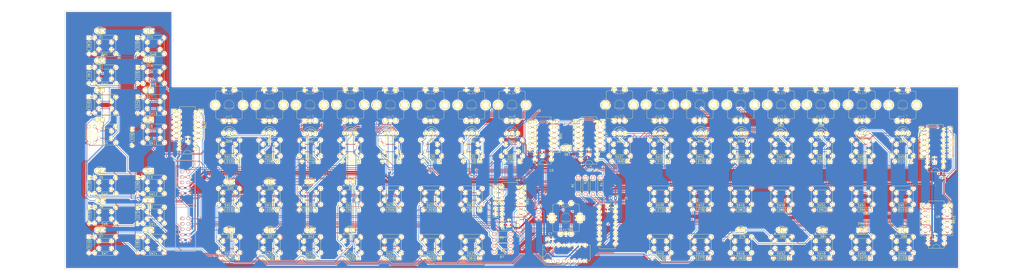
<source format=kicad_pcb>
(kicad_pcb (version 4) (host pcbnew 4.0.2-stable)
  (layers (0 F.Cu signal) (31 B.Cu signal) (34 B.Paste user) (35 F.Paste user) (36 B.SilkS user) (37 F.SilkS user) (38 B.Mask user) (39 F.Mask user) (44 Edge.Cuts user))
  (net 0 "")
  (net 1 "Net-(D101-Pad1)")
  (net 2 "Net-(D102-Pad1)")
  (net 3 /I0)
  (net 4 /I1)
  (net 5 /I2)
  (net 6 /I3)
  (net 7 /I4)
  (net 8 /I5)
  (net 9 /I6)
  (net 10 /I7)
  (net 11 GND)
  (net 12 /O6)
  (net 13 /O7)
  (net 14 /O1)
  (net 15 /O3)
  (net 16 /O5)
  (net 17 /O0)
  (net 18 /O2)
  (net 19 /O4)
  (net 20 +5V)
  (net 21 /O13)
  (net 22 /O14)
  (net 23 /O15)
  (net 24 /O16)
  (net 25 /O17)
  (net 26 /O10)
  (net 27 /I14)
  (net 28 /I15)
  (net 29 /I16)
  (net 30 /I17)
  (net 31 /I10)
  (net 32 /I11)
  (net 33 /I12)
  (net 34 /I13)
  (net 35 "Net-(D8-Pad1)")
  (net 36 "Net-(D9-Pad1)")
  (net 37 "Net-(D10-Pad1)")
  (net 38 "Net-(D11-Pad1)")
  (net 39 "Net-(D12-Pad1)")
  (net 40 "Net-(D13-Pad1)")
  (net 41 "Net-(D14-Pad1)")
  (net 42 "Net-(D22-Pad1)")
  (net 43 "Net-(D23-Pad1)")
  (net 44 "Net-(D24-Pad1)")
  (net 45 "Net-(D25-Pad1)")
  (net 46 "Net-(D26-Pad1)")
  (net 47 "Net-(D27-Pad1)")
  (net 48 "Net-(D28-Pad1)")
  (net 49 "Net-(D32-Pad1)")
  (net 50 "Net-(D33-Pad1)")
  (net 51 "Net-(D34-Pad1)")
  (net 52 "Net-(D38-Pad1)")
  (net 53 "Net-(D39-Pad1)")
  (net 54 "Net-(D40-Pad1)")
  (net 55 "Net-(D44-Pad1)")
  (net 56 "Net-(D45-Pad1)")
  (net 57 "Net-(D46-Pad1)")
  (net 58 "Net-(D50-Pad1)")
  (net 59 "Net-(D51-Pad1)")
  (net 60 "Net-(D52-Pad1)")
  (net 61 "Net-(D54-Pad1)")
  (net 62 "Net-(D55-Pad1)")
  (net 63 "Net-(D56-Pad1)")
  (net 64 "Net-(D58-Pad1)")
  (net 65 "Net-(D59-Pad1)")
  (net 66 "Net-(D60-Pad1)")
  (net 67 "Net-(D62-Pad1)")
  (net 68 "Net-(D63-Pad1)")
  (net 69 "Net-(D64-Pad1)")
  (net 70 "Net-(D66-Pad1)")
  (net 71 "Net-(D69-Pad1)")
  (net 72 "Net-(D71-Pad1)")
  (net 73 "Net-(D72-Pad1)")
  (net 74 "Net-(D73-Pad1)")
  (net 75 "Net-(D75-Pad1)")
  (net 76 "Net-(D76-Pad1)")
  (net 77 "Net-(D77-Pad1)")
  (net 78 "Net-(D80-Pad1)")
  (net 79 "Net-(D81-Pad1)")
  (net 80 "Net-(D82-Pad1)")
  (net 81 "Net-(D85-Pad1)")
  (net 82 "Net-(D86-Pad1)")
  (net 83 "Net-(D87-Pad1)")
  (net 84 "Net-(D90-Pad1)")
  (net 85 "Net-(D91-Pad1)")
  (net 86 "Net-(D92-Pad1)")
  (net 87 "Net-(D95-Pad1)")
  (net 88 "Net-(D96-Pad1)")
  (net 89 "Net-(D97-Pad1)")
  (net 90 "Net-(D100-Pad1)")
  (net 91 "Net-(ec1-PadP$GN)")
  (net 92 "Net-(U1-Pad9)")
  (net 93 /I26)
  (net 94 /I27)
  (net 95 /I24)
  (net 96 /I25)
  (net 97 /I22)
  (net 98 /I23)
  (net 99 /I20)
  (net 100 /I21)
  (net 101 /I56)
  (net 102 /I54)
  (net 103 /I55)
  (net 104 /I36)
  (net 105 /I37)
  (net 106 /I34)
  (net 107 /I35)
  (net 108 /I32)
  (net 109 /I33)
  (net 110 /I30)
  (net 111 /I31)
  (net 112 /I46)
  (net 113 /I47)
  (net 114 /I44)
  (net 115 /I45)
  (net 116 /I42)
  (net 117 /I43)
  (net 118 /I40)
  (net 119 /I41)
  (net 120 /I53)
  (net 121 /I52)
  (net 122 /I51)
  (net 123 /I50)
  (net 124 /011)
  (net 125 /012)
  (net 126 /02)
  (net 127 /I57)
  (net 128 "Net-(R1-Pad1)")
  (net 129 "Net-(R2-Pad1)")
  (net 130 "Net-(R3-Pad1)")
  (net 131 "Net-(R4-Pad1)")
  (net 132 "Net-(R6-Pad1)")
  (net 133 "Net-(R7-Pad1)")
  (net 134 "Net-(RR3-Pad2)")
  (net 135 "Net-(RR5-Pad2)")
  (net 136 "Net-(RR6-Pad2)")
  (net 137 "Net-(RR8-Pad2)")
  (net 138 "Net-(RR10-Pad2)")
  (net 139 "Net-(RR12-Pad2)")
  (net 140 "Net-(U1-Pad1)")
  (net 141 "Net-(U1-Pad2)")
  (net 142 "Net-(U7-Pad14)")
  (net 143 "Net-(U8-Pad9)")
  (net 144 "Net-(J3-Pad2)")
  (net 145 "Net-(U7-Pad9)")
  (net 146 "Net-(R5-Pad1)")
  (net 147 "Net-(R8-Pad2)")
  (module PEC11-Switch_ba (layer F.Cu) (at 118.11 120.65)
    (fp_text reference ec1 (at 0.11938 5.4737) (layer F.SilkS) (effects (font (size 1.27 1.27) (thickness 0.0889))))
    (fp_text value SW_Enc (at 0 -5.4864) (layer F.SilkS) (effects (font (size 0.8128 0.8128) (thickness 0.0889))))
    (pad P$1 thru_hole circle (at -2.49936 -7.00024) (size 1.99898 1.99898) (drill 1.00076) (layers *.Cu F.Paste F.SilkS F.Mask) (net 11 GND))
    (pad P$2 thru_hole circle (at 2.49936 -7.00024) (size 1.99898 1.99898) (drill 0.99822) (layers *.Cu F.Paste F.SilkS F.Mask) (net 127 /I57))
    (pad P$B thru_hole circle (at -2.49936 7.50062) (size 1.99898 1.99898) (drill 1.00076) (layers *.Cu F.Paste F.SilkS F.Mask) (net 10 /I7))
    (pad P$A thru_hole circle (at 2.49936 7.50062) (size 1.99898 1.99898) (drill 1.00076) (layers *.Cu F.Paste F.SilkS F.Mask) (net 9 /I6))
    (pad P$C thru_hole circle (at 0 7.50062) (size 1.99898 1.99898) (drill 1.00076) (layers *.Cu F.Paste F.SilkS F.Mask) (net 11 GND))
    (pad P$GN thru_hole circle (at -6.59892 0) (size 4.09956 4.09956) (drill 2.60096) (layers *.Cu F.Paste F.SilkS F.Mask) (net 91 "Net-(ec1-PadP$GN)"))
    (pad P$GN thru_hole circle (at 6.59892 0) (size 4.09956 4.09956) (drill 2.60096) (layers *.Cu F.Paste F.SilkS F.Mask) (net 91 "Net-(ec1-PadP$GN)"))
  )
  (module DIP-16_W7.62mm (layer F.Cu) (at 102.235 141.478 180)
    (fp_text reference U1 (at 0 -5.22 180) (layer F.SilkS))
    (fp_text value 74HC165)
    (pad 1 thru_hole oval (at 0 0 180) (size 1.6 1.6) (drill 0.8) (layers *.Cu *.Mask F.SilkS) (net 140 "Net-(U1-Pad1)"))
    (pad 2 thru_hole oval (at 0 2.54 180) (size 1.6 1.6) (drill 0.8) (layers *.Cu *.Mask F.SilkS) (net 141 "Net-(U1-Pad2)"))
    (pad 3 thru_hole oval (at 0 5.08 180) (size 1.6 1.6) (drill 0.8) (layers *.Cu *.Mask F.SilkS) (net 7 /I4))
    (pad 4 thru_hole oval (at 0 7.62 180) (size 1.6 1.6) (drill 0.8) (layers *.Cu *.Mask F.SilkS) (net 8 /I5))
    (pad 5 thru_hole oval (at 0 10.16 180) (size 1.6 1.6) (drill 0.8) (layers *.Cu *.Mask F.SilkS) (net 9 /I6))
    (pad 6 thru_hole oval (at 0 12.7 180) (size 1.6 1.6) (drill 0.8) (layers *.Cu *.Mask F.SilkS) (net 10 /I7))
    (pad 7 thru_hole oval (at 0 15.24 180) (size 1.6 1.6) (drill 0.8) (layers *.Cu *.Mask F.SilkS))
    (pad 8 thru_hole oval (at 0 17.78 180) (size 1.6 1.6) (drill 0.8) (layers *.Cu *.Mask F.SilkS) (net 11 GND))
    (pad 9 thru_hole oval (at 7.62 17.78 180) (size 1.6 1.6) (drill 0.8) (layers *.Cu *.Mask F.SilkS) (net 92 "Net-(U1-Pad9)"))
    (pad 10 thru_hole oval (at 7.62 15.24 180) (size 1.6 1.6) (drill 0.8) (layers *.Cu *.Mask F.SilkS) (net 134 "Net-(RR3-Pad2)"))
    (pad 11 thru_hole oval (at 7.62 12.7 180) (size 1.6 1.6) (drill 0.8) (layers *.Cu *.Mask F.SilkS) (net 3 /I0))
    (pad 12 thru_hole oval (at 7.62 10.16 180) (size 1.6 1.6) (drill 0.8) (layers *.Cu *.Mask F.SilkS) (net 4 /I1))
    (pad 13 thru_hole oval (at 7.62 7.62 180) (size 1.6 1.6) (drill 0.8) (layers *.Cu *.Mask F.SilkS) (net 5 /I2))
    (pad 14 thru_hole oval (at 7.62 5.08 180) (size 1.6 1.6) (drill 0.8) (layers *.Cu *.Mask F.SilkS) (net 6 /I3))
    (pad 15 thru_hole oval (at 7.62 2.54 180) (size 1.6 1.6) (drill 0.8) (layers *.Cu *.Mask F.SilkS) (net 11 GND))
    (pad 16 thru_hole oval (at 7.62 0 180) (size 1.6 1.6) (drill 0.8) (layers *.Cu *.Mask F.SilkS) (net 20 +5V))
  )
  (module LEDs:LED-5MM-3 (layer F.Cu) (at 120.65 133.985 180)
    (fp_text reference D29 (at 2.54508 -3.91668 180) (layer F.SilkS))
    (fp_text value Led_gp1)
    (pad 1 thru_hole circle (at 0 0) (size 1.6764 1.6764) (drill 0.8128) (layers *.Cu *.Mask F.SilkS) (net 124 /011))
    (pad 2 thru_hole circle (at 2.54 0) (size 1.6764 1.6764) (drill 0.8128) (layers *.Cu *.Mask F.SilkS) (net 15 /O3))
    (pad 3 thru_hole circle (at 5.08 0) (size 1.6764 1.6764) (drill 0.8128) (layers *.Cu *.Mask F.SilkS) (net 26 /O10))
  )
  (module LEDs:LED-5MM-3 (layer F.Cu) (at 139.7 133.985 180)
    (fp_text reference D35 (at 2.54508 -3.91668 180) (layer F.SilkS))
    (fp_text value Led_gp2)
    (pad 1 thru_hole circle (at 0 0) (size 1.6764 1.6764) (drill 0.8128) (layers *.Cu *.Mask F.SilkS) (net 21 /O13))
    (pad 2 thru_hole circle (at 2.54 0) (size 1.6764 1.6764) (drill 0.8128) (layers *.Cu *.Mask F.SilkS) (net 15 /O3))
    (pad 3 thru_hole circle (at 5.08 0) (size 1.6764 1.6764) (drill 0.8128) (layers *.Cu *.Mask F.SilkS) (net 125 /012))
  )
  (module LEDs:LED-5MM-3 (layer F.Cu) (at 158.75 134.112 180)
    (fp_text reference D41 (at 2.54508 -3.91668 180) (layer F.SilkS))
    (fp_text value Led_gp3)
    (pad 1 thru_hole circle (at 0 0) (size 1.6764 1.6764) (drill 0.8128) (layers *.Cu *.Mask F.SilkS) (net 23 /O15))
    (pad 2 thru_hole circle (at 2.54 0) (size 1.6764 1.6764) (drill 0.8128) (layers *.Cu *.Mask F.SilkS) (net 18 /O2))
    (pad 3 thru_hole circle (at 5.08 0) (size 1.6764 1.6764) (drill 0.8128) (layers *.Cu *.Mask F.SilkS) (net 22 /O14))
  )
  (module LEDs:LED-5MM-3 (layer F.Cu) (at 177.8 133.985 180)
    (fp_text reference D47 (at 2.54508 -3.91668 180) (layer F.SilkS))
    (fp_text value Led_gp4)
    (pad 1 thru_hole circle (at 0 0) (size 1.6764 1.6764) (drill 0.8128) (layers *.Cu *.Mask F.SilkS) (net 25 /O17))
    (pad 2 thru_hole circle (at 2.54 0) (size 1.6764 1.6764) (drill 0.8128) (layers *.Cu *.Mask F.SilkS) (net 18 /O2))
    (pad 3 thru_hole circle (at 5.08 0) (size 1.6764 1.6764) (drill 0.8128) (layers *.Cu *.Mask F.SilkS) (net 24 /O16))
  )
  (module LEDs:LED-5MM-3 (layer F.Cu) (at 196.85 133.985 180)
    (fp_text reference D53 (at 2.54508 -3.91668 180) (layer F.SilkS))
    (fp_text value Led_gp5)
    (pad 1 thru_hole circle (at 0 0) (size 1.6764 1.6764) (drill 0.8128) (layers *.Cu *.Mask F.SilkS) (net 124 /011))
    (pad 2 thru_hole circle (at 2.54 0) (size 1.6764 1.6764) (drill 0.8128) (layers *.Cu *.Mask F.SilkS) (net 14 /O1))
    (pad 3 thru_hole circle (at 5.08 0) (size 1.6764 1.6764) (drill 0.8128) (layers *.Cu *.Mask F.SilkS) (net 26 /O10))
  )
  (module LEDs:LED-5MM-3 (layer F.Cu) (at 215.9 133.985 180)
    (fp_text reference D57 (at 2.54508 -3.91668 180) (layer F.SilkS))
    (fp_text value Led_gp6)
    (pad 1 thru_hole circle (at 0 0) (size 1.6764 1.6764) (drill 0.8128) (layers *.Cu *.Mask F.SilkS) (net 21 /O13))
    (pad 2 thru_hole circle (at 2.54 0) (size 1.6764 1.6764) (drill 0.8128) (layers *.Cu *.Mask F.SilkS) (net 14 /O1))
    (pad 3 thru_hole circle (at 5.08 0) (size 1.6764 1.6764) (drill 0.8128) (layers *.Cu *.Mask F.SilkS) (net 125 /012))
  )
  (module LEDs:LED-5MM-3 (layer F.Cu) (at 234.95 133.985 180)
    (fp_text reference D61 (at 2.54508 -3.91668 180) (layer F.SilkS))
    (fp_text value Led_gp7)
    (pad 1 thru_hole circle (at 0 0) (size 1.6764 1.6764) (drill 0.8128) (layers *.Cu *.Mask F.SilkS) (net 23 /O15))
    (pad 2 thru_hole circle (at 2.54 0) (size 1.6764 1.6764) (drill 0.8128) (layers *.Cu *.Mask F.SilkS) (net 17 /O0))
    (pad 3 thru_hole circle (at 5.08 0) (size 1.6764 1.6764) (drill 0.8128) (layers *.Cu *.Mask F.SilkS) (net 22 /O14))
  )
  (module LEDs:LED-5MM-3 (layer F.Cu) (at 254 134.112 180)
    (fp_text reference D65 (at 2.54508 -3.91668 180) (layer F.SilkS))
    (fp_text value Led_gp8)
    (pad 1 thru_hole circle (at 0 0) (size 1.6764 1.6764) (drill 0.8128) (layers *.Cu *.Mask F.SilkS) (net 25 /O17))
    (pad 2 thru_hole circle (at 2.54 0) (size 1.6764 1.6764) (drill 0.8128) (layers *.Cu *.Mask F.SilkS) (net 17 /O0))
    (pad 3 thru_hole circle (at 5.08 0) (size 1.6764 1.6764) (drill 0.8128) (layers *.Cu *.Mask F.SilkS) (net 24 /O16))
  )
  (module LEDs:LED-5MM-3 (layer F.Cu) (at 304.8 134.112 180)
    (fp_text reference D68 (at 2.54508 -3.91668 180) (layer F.SilkS))
    (fp_text value Led_gp9)
    (pad 1 thru_hole circle (at 0 0) (size 1.6764 1.6764) (drill 0.8128) (layers *.Cu *.Mask F.SilkS) (net 124 /011))
    (pad 2 thru_hole circle (at 2.54 0) (size 1.6764 1.6764) (drill 0.8128) (layers *.Cu *.Mask F.SilkS) (net 19 /O4))
    (pad 3 thru_hole circle (at 5.08 0) (size 1.6764 1.6764) (drill 0.8128) (layers *.Cu *.Mask F.SilkS) (net 26 /O10))
  )
  (module LEDs:LED-5MM-3 (layer F.Cu) (at 323.85 133.985 180)
    (fp_text reference D70 (at 2.54508 -3.91668 180) (layer F.SilkS))
    (fp_text value Led_gp10)
    (pad 1 thru_hole circle (at 0 0) (size 1.6764 1.6764) (drill 0.8128) (layers *.Cu *.Mask F.SilkS) (net 21 /O13))
    (pad 2 thru_hole circle (at 2.54 0) (size 1.6764 1.6764) (drill 0.8128) (layers *.Cu *.Mask F.SilkS) (net 19 /O4))
    (pad 3 thru_hole circle (at 5.08 0) (size 1.6764 1.6764) (drill 0.8128) (layers *.Cu *.Mask F.SilkS) (net 125 /012))
  )
  (module LEDs:LED-5MM-3 (layer F.Cu) (at 342.9 133.985 180)
    (fp_text reference D74 (at 2.54508 -3.91668 180) (layer F.SilkS))
    (fp_text value Led_gp11)
    (pad 1 thru_hole circle (at 0 0) (size 1.6764 1.6764) (drill 0.8128) (layers *.Cu *.Mask F.SilkS) (net 23 /O15))
    (pad 2 thru_hole circle (at 2.54 0) (size 1.6764 1.6764) (drill 0.8128) (layers *.Cu *.Mask F.SilkS) (net 16 /O5))
    (pad 3 thru_hole circle (at 5.08 0) (size 1.6764 1.6764) (drill 0.8128) (layers *.Cu *.Mask F.SilkS) (net 22 /O14))
  )
  (module LEDs:LED-5MM-3 (layer F.Cu) (at 361.95 133.985 180)
    (fp_text reference D78 (at 2.54508 -3.91668 180) (layer F.SilkS))
    (fp_text value Led_gp12)
    (pad 1 thru_hole circle (at 0 0) (size 1.6764 1.6764) (drill 0.8128) (layers *.Cu *.Mask F.SilkS) (net 25 /O17))
    (pad 2 thru_hole circle (at 2.54 0) (size 1.6764 1.6764) (drill 0.8128) (layers *.Cu *.Mask F.SilkS) (net 16 /O5))
    (pad 3 thru_hole circle (at 5.08 0) (size 1.6764 1.6764) (drill 0.8128) (layers *.Cu *.Mask F.SilkS) (net 24 /O16))
  )
  (module LEDs:LED-5MM-3 (layer F.Cu) (at 375.60516 134.12294)
    (fp_text reference D83 (at 2.54508 -3.91668) (layer F.SilkS))
    (fp_text value Led_gp13)
    (pad 1 thru_hole circle (at 0 0 180) (size 1.6764 1.6764) (drill 0.8128) (layers *.Cu *.Mask F.SilkS) (net 124 /011))
    (pad 2 thru_hole circle (at 2.54 0 180) (size 1.6764 1.6764) (drill 0.8128) (layers *.Cu *.Mask F.SilkS) (net 12 /O6))
    (pad 3 thru_hole circle (at 5.08 0 180) (size 1.6764 1.6764) (drill 0.8128) (layers *.Cu *.Mask F.SilkS) (net 26 /O10))
  )
  (module LEDs:LED-5MM-3 (layer F.Cu) (at 394.60516 134.12294)
    (fp_text reference D88 (at 2.54508 -3.91668) (layer F.SilkS))
    (fp_text value Led_gp14)
    (pad 1 thru_hole circle (at 0 0 180) (size 1.6764 1.6764) (drill 0.8128) (layers *.Cu *.Mask F.SilkS) (net 21 /O13))
    (pad 2 thru_hole circle (at 2.54 0 180) (size 1.6764 1.6764) (drill 0.8128) (layers *.Cu *.Mask F.SilkS) (net 12 /O6))
    (pad 3 thru_hole circle (at 5.08 0 180) (size 1.6764 1.6764) (drill 0.8128) (layers *.Cu *.Mask F.SilkS) (net 125 /012))
  )
  (module LEDs:LED-5MM-3 (layer F.Cu) (at 419.1 133.985 180)
    (fp_text reference D93 (at 2.54508 -3.91668 180) (layer F.SilkS))
    (fp_text value Led_gp15)
    (pad 1 thru_hole circle (at 0 0) (size 1.6764 1.6764) (drill 0.8128) (layers *.Cu *.Mask F.SilkS) (net 23 /O15))
    (pad 2 thru_hole circle (at 2.54 0) (size 1.6764 1.6764) (drill 0.8128) (layers *.Cu *.Mask F.SilkS) (net 13 /O7))
    (pad 3 thru_hole circle (at 5.08 0) (size 1.6764 1.6764) (drill 0.8128) (layers *.Cu *.Mask F.SilkS) (net 22 /O14))
  )
  (module LEDs:LED-5MM-3 (layer F.Cu) (at 438.15 133.985 180)
    (fp_text reference D99 (at 2.54508 -3.91668 180) (layer F.SilkS))
    (fp_text value Led_gp16)
    (pad 1 thru_hole circle (at 0 0) (size 1.6764 1.6764) (drill 0.8128) (layers *.Cu *.Mask F.SilkS) (net 25 /O17))
    (pad 2 thru_hole circle (at 2.54 0) (size 1.6764 1.6764) (drill 0.8128) (layers *.Cu *.Mask F.SilkS) (net 13 /O7))
    (pad 3 thru_hole circle (at 5.08 0) (size 1.6764 1.6764) (drill 0.8128) (layers *.Cu *.Mask F.SilkS) (net 24 /O16))
  )
  (module "empreinte ksir:vasch_strip_5x2" (layer B.Cu) (at 97.536 179.324 90)
    (fp_text reference j2 (at 0.2 -4 90) (layer B.SilkS) (effects (font (thickness 0.2032)) (justify mirror)))
    (fp_text value CONN_02X05 hide)
    (pad 9 thru_hole oval (at 5.08 -1.27 90) (size 1.5 2) (drill 1 (offset 0 -0.25)) (layers *.Cu *.Mask B.SilkS))
    (pad 10 thru_hole oval (at 5.08 1.27 90) (size 1.5 2) (drill 1 (offset 0 0.25)) (layers *.Cu *.Mask B.SilkS) (net 140 "Net-(U1-Pad1)"))
    (pad 8 thru_hole oval (at 2.54 1.27 90) (size 1.5 2) (drill 1 (offset 0 0.25)) (layers *.Cu *.Mask B.SilkS) (net 141 "Net-(U1-Pad2)"))
    (pad 7 thru_hole oval (at 2.54 -1.27 90) (size 1.5 2) (drill 1 (offset 0 -0.25)) (layers *.Cu *.Mask B.SilkS) (net 141 "Net-(U1-Pad2)"))
    (pad 1 thru_hole rect (at -5.08 -1.27 90) (size 1.5 2) (drill 1 (offset 0 -0.25)) (layers *.Cu *.Mask B.SilkS) (net 11 GND))
    (pad 2 thru_hole oval (at -5.08 1.27 90) (size 1.5 2) (drill 1 (offset 0 0.25)) (layers *.Cu *.Mask B.SilkS) (net 11 GND))
    (pad 3 thru_hole oval (at -2.54 -1.27 90) (size 1.5 2) (drill 1 (offset 0 -0.25)) (layers *.Cu *.Mask B.SilkS) (net 20 +5V))
    (pad 4 thru_hole oval (at -2.54 1.27 90) (size 1.5 2) (drill 1 (offset 0 0.25)) (layers *.Cu *.Mask B.SilkS) (net 20 +5V))
    (pad 5 thru_hole oval (at 0 -1.27 90) (size 1.5 2) (drill 1 (offset 0 -0.25)) (layers *.Cu *.Mask B.SilkS) (net 138 "Net-(RR10-Pad2)"))
    (pad 6 thru_hole oval (at 0 1.27 90) (size 1.5 2) (drill 1 (offset 0 0.25)) (layers *.Cu *.Mask B.SilkS) (net 143 "Net-(U8-Pad9)"))
  )
  (module "empreinte ksir:vasch_strip_5x2" (layer B.Cu) (at 97.409 157.226 90)
    (fp_text reference j1 (at 0.2 -4 90) (layer B.SilkS) (effects (font (thickness 0.2032)) (justify mirror)))
    (fp_text value CONN_02X05 hide)
    (pad 9 thru_hole oval (at 5.08 -1.27 90) (size 1.5 2) (drill 1 (offset 0 -0.25)) (layers *.Cu *.Mask B.SilkS))
    (pad 10 thru_hole oval (at 5.08 1.27 90) (size 1.5 2) (drill 1 (offset 0 0.25)) (layers *.Cu *.Mask B.SilkS) (net 140 "Net-(U1-Pad1)"))
    (pad 8 thru_hole oval (at 2.54 1.27 90) (size 1.5 2) (drill 1 (offset 0 0.25)) (layers *.Cu *.Mask B.SilkS) (net 141 "Net-(U1-Pad2)"))
    (pad 7 thru_hole oval (at 2.54 -1.27 90) (size 1.5 2) (drill 1 (offset 0 -0.25)) (layers *.Cu *.Mask B.SilkS) (net 141 "Net-(U1-Pad2)"))
    (pad 1 thru_hole rect (at -5.08 -1.27 90) (size 1.5 2) (drill 1 (offset 0 -0.25)) (layers *.Cu *.Mask B.SilkS) (net 11 GND))
    (pad 2 thru_hole oval (at -5.08 1.27 90) (size 1.5 2) (drill 1 (offset 0 0.25)) (layers *.Cu *.Mask B.SilkS) (net 11 GND))
    (pad 3 thru_hole oval (at -2.54 -1.27 90) (size 1.5 2) (drill 1 (offset 0 -0.25)) (layers *.Cu *.Mask B.SilkS) (net 20 +5V))
    (pad 4 thru_hole oval (at -2.54 1.27 90) (size 1.5 2) (drill 1 (offset 0 0.25)) (layers *.Cu *.Mask B.SilkS) (net 20 +5V))
    (pad 5 thru_hole oval (at 0 -1.27 90) (size 1.5 2) (drill 1 (offset 0 -0.25)) (layers *.Cu *.Mask B.SilkS) (net 92 "Net-(U1-Pad9)"))
    (pad 6 thru_hole oval (at 0 1.27 90) (size 1.5 2) (drill 1 (offset 0 0.25)) (layers *.Cu *.Mask B.SilkS) (net 142 "Net-(U7-Pad14)"))
  )
  (module Resistors_ThroughHole:Resistor_Horizontal_RM7mm (layer F.Cu) (at 243.078 181.61)
    (fp_text reference R8 (at 4 -2.5) (layer F.SilkS))
    (fp_text value r220)
    (pad 1 thru_hole circle (at 0 0) (size 1.99898 1.99898) (drill 1.00076) (layers *.Cu *.SilkS *.Mask) (net 26 /O10))
    (pad 2 thru_hole circle (at 7.62 0) (size 1.99898 1.99898) (drill 1.00076) (layers *.Cu *.SilkS *.Mask) (net 147 "Net-(R8-Pad2)"))
  )
  (module "empreinte ksir:DIP-16_W7.62mm" (layer F.Cu) (at 292.608 168.529)
    (fp_text reference U8 (at 0 -5.22) (layer F.SilkS))
    (fp_text value 74HC595PWR)
    (pad 1 thru_hole oval (at 0 0) (size 1.6 1.6) (drill 0.8) (layers *.Cu *.Mask F.SilkS) (net 128 "Net-(R1-Pad1)"))
    (pad 2 thru_hole oval (at 0 2.54) (size 1.6 1.6) (drill 0.8) (layers *.Cu *.Mask F.SilkS) (net 129 "Net-(R2-Pad1)"))
    (pad 3 thru_hole oval (at 0 5.08) (size 1.6 1.6) (drill 0.8) (layers *.Cu *.Mask F.SilkS) (net 130 "Net-(R3-Pad1)"))
    (pad 4 thru_hole oval (at 0 7.62) (size 1.6 1.6) (drill 0.8) (layers *.Cu *.Mask F.SilkS) (net 131 "Net-(R4-Pad1)"))
    (pad 5 thru_hole oval (at 0 10.16) (size 1.6 1.6) (drill 0.8) (layers *.Cu *.Mask F.SilkS) (net 146 "Net-(R5-Pad1)"))
    (pad 6 thru_hole oval (at 0 12.7) (size 1.6 1.6) (drill 0.8) (layers *.Cu *.Mask F.SilkS) (net 132 "Net-(R6-Pad1)"))
    (pad 7 thru_hole oval (at 0 15.24) (size 1.6 1.6) (drill 0.8) (layers *.Cu *.Mask F.SilkS) (net 133 "Net-(R7-Pad1)"))
    (pad 8 thru_hole oval (at 0 17.78) (size 1.6 1.6) (drill 0.8) (layers *.Cu *.Mask F.SilkS) (net 11 GND))
    (pad 9 thru_hole oval (at 7.62 17.78) (size 1.6 1.6) (drill 0.8) (layers *.Cu *.Mask F.SilkS) (net 143 "Net-(U8-Pad9)"))
    (pad 10 thru_hole oval (at 7.62 15.24) (size 1.6 1.6) (drill 0.8) (layers *.Cu *.Mask F.SilkS) (net 20 +5V))
    (pad 11 thru_hole oval (at 7.62 12.7) (size 1.6 1.6) (drill 0.8) (layers *.Cu *.Mask F.SilkS) (net 141 "Net-(U1-Pad2)"))
    (pad 12 thru_hole oval (at 7.62 10.16) (size 1.6 1.6) (drill 0.8) (layers *.Cu *.Mask F.SilkS) (net 140 "Net-(U1-Pad1)"))
    (pad 13 thru_hole oval (at 7.62 7.62) (size 1.6 1.6) (drill 0.8) (layers *.Cu *.Mask F.SilkS) (net 11 GND))
    (pad 14 thru_hole oval (at 7.62 5.08) (size 1.6 1.6) (drill 0.8) (layers *.Cu *.Mask F.SilkS) (net 145 "Net-(U7-Pad9)"))
    (pad 15 thru_hole oval (at 7.62 2.54) (size 1.6 1.6) (drill 0.8) (layers *.Cu *.Mask F.SilkS) (net 147 "Net-(R8-Pad2)"))
    (pad 16 thru_hole oval (at 7.62 0) (size 1.6 1.6) (drill 0.8) (layers *.Cu *.Mask F.SilkS) (net 20 +5V))
  )
  (module "empreinte ksir:DIP-16_W7.62mm" (layer F.Cu) (at 268.224 194.31 90)
    (fp_text reference U7 (at 5 2 180) (layer F.SilkS))
    (fp_text value 74HC595PWR)
    (pad 1 thru_hole oval (at 0 0 90) (size 1.6 1.6) (drill 0.8) (layers *.Cu *.Mask F.SilkS) (net 14 /O1))
    (pad 2 thru_hole oval (at 0 2.54 90) (size 1.6 1.6) (drill 0.8) (layers *.Cu *.Mask F.SilkS) (net 126 /02))
    (pad 3 thru_hole oval (at 0 5.08 90) (size 1.6 1.6) (drill 0.8) (layers *.Cu *.Mask F.SilkS) (net 15 /O3))
    (pad 4 thru_hole oval (at 0 7.62 90) (size 1.6 1.6) (drill 0.8) (layers *.Cu *.Mask F.SilkS) (net 19 /O4))
    (pad 5 thru_hole oval (at 0 10.16 90) (size 1.6 1.6) (drill 0.8) (layers *.Cu *.Mask F.SilkS) (net 16 /O5))
    (pad 6 thru_hole oval (at 0 12.7 90) (size 1.6 1.6) (drill 0.8) (layers *.Cu *.Mask F.SilkS) (net 12 /O6))
    (pad 7 thru_hole oval (at 0 15.24 90) (size 1.6 1.6) (drill 0.8) (layers *.Cu *.Mask F.SilkS) (net 13 /O7))
    (pad 8 thru_hole oval (at 0 17.78 90) (size 1.6 1.6) (drill 0.8) (layers *.Cu *.Mask F.SilkS) (net 11 GND))
    (pad 9 thru_hole oval (at 7.62 17.78 90) (size 1.6 1.6) (drill 0.8) (layers *.Cu *.Mask F.SilkS) (net 145 "Net-(U7-Pad9)"))
    (pad 10 thru_hole oval (at 7.62 15.24 90) (size 1.6 1.6) (drill 0.8) (layers *.Cu *.Mask F.SilkS) (net 20 +5V))
    (pad 11 thru_hole oval (at 7.62 12.7 90) (size 1.6 1.6) (drill 0.8) (layers *.Cu *.Mask F.SilkS) (net 141 "Net-(U1-Pad2)"))
    (pad 12 thru_hole oval (at 7.62 10.16 90) (size 1.6 1.6) (drill 0.8) (layers *.Cu *.Mask F.SilkS) (net 140 "Net-(U1-Pad1)"))
    (pad 13 thru_hole oval (at 7.62 7.62 90) (size 1.6 1.6) (drill 0.8) (layers *.Cu *.Mask F.SilkS) (net 11 GND))
    (pad 14 thru_hole oval (at 7.62 5.08 90) (size 1.6 1.6) (drill 0.8) (layers *.Cu *.Mask F.SilkS) (net 142 "Net-(U7-Pad14)"))
    (pad 15 thru_hole oval (at 7.62 2.54 90) (size 1.6 1.6) (drill 0.8) (layers *.Cu *.Mask F.SilkS) (net 17 /O0))
    (pad 16 thru_hole oval (at 7.62 0 90) (size 1.6 1.6) (drill 0.8) (layers *.Cu *.Mask F.SilkS) (net 20 +5V))
  )
  (module "empreinte ksir:DIP-16_W7.62mm" (layer F.Cu) (at 455.265864 185.993912 180)
    (fp_text reference U6 (at 3.018864 12.638912 180) (layer F.SilkS))
    (fp_text value 74HC165)
    (pad 1 thru_hole oval (at 0 0 180) (size 1.6 1.6) (drill 0.8) (layers *.Cu *.Mask F.SilkS) (net 140 "Net-(U1-Pad1)"))
    (pad 2 thru_hole oval (at 0 2.54 180) (size 1.6 1.6) (drill 0.8) (layers *.Cu *.Mask F.SilkS) (net 141 "Net-(U1-Pad2)"))
    (pad 3 thru_hole oval (at 0 5.08 180) (size 1.6 1.6) (drill 0.8) (layers *.Cu *.Mask F.SilkS) (net 102 /I54))
    (pad 4 thru_hole oval (at 0 7.62 180) (size 1.6 1.6) (drill 0.8) (layers *.Cu *.Mask F.SilkS) (net 103 /I55))
    (pad 5 thru_hole oval (at 0 10.16 180) (size 1.6 1.6) (drill 0.8) (layers *.Cu *.Mask F.SilkS) (net 101 /I56))
    (pad 6 thru_hole oval (at 0 12.7 180) (size 1.6 1.6) (drill 0.8) (layers *.Cu *.Mask F.SilkS) (net 127 /I57))
    (pad 7 thru_hole oval (at 0 15.24 180) (size 1.6 1.6) (drill 0.8) (layers *.Cu *.Mask F.SilkS))
    (pad 8 thru_hole oval (at 0 17.78 180) (size 1.6 1.6) (drill 0.8) (layers *.Cu *.Mask F.SilkS) (net 11 GND))
    (pad 9 thru_hole oval (at 7.62 17.78 180) (size 1.6 1.6) (drill 0.8) (layers *.Cu *.Mask F.SilkS) (net 137 "Net-(RR8-Pad2)"))
    (pad 10 thru_hole oval (at 7.62 15.24 180) (size 1.6 1.6) (drill 0.8) (layers *.Cu *.Mask F.SilkS) (net 139 "Net-(RR12-Pad2)"))
    (pad 11 thru_hole oval (at 7.62 12.7 180) (size 1.6 1.6) (drill 0.8) (layers *.Cu *.Mask F.SilkS) (net 123 /I50))
    (pad 12 thru_hole oval (at 7.62 10.16 180) (size 1.6 1.6) (drill 0.8) (layers *.Cu *.Mask F.SilkS) (net 122 /I51))
    (pad 13 thru_hole oval (at 7.62 7.62 180) (size 1.6 1.6) (drill 0.8) (layers *.Cu *.Mask F.SilkS) (net 121 /I52))
    (pad 14 thru_hole oval (at 7.62 5.08 180) (size 1.6 1.6) (drill 0.8) (layers *.Cu *.Mask F.SilkS) (net 120 /I53))
    (pad 15 thru_hole oval (at 7.62 2.54 180) (size 1.6 1.6) (drill 0.8) (layers *.Cu *.Mask F.SilkS) (net 11 GND))
    (pad 16 thru_hole oval (at 7.62 0 180) (size 1.6 1.6) (drill 0.8) (layers *.Cu *.Mask F.SilkS) (net 20 +5V))
  )
  (module "empreinte ksir:DIP-16_W7.62mm" (layer F.Cu) (at 454.838194 149.876812 180)
    (fp_text reference U5 (at 0 -5.22 180) (layer F.SilkS))
    (fp_text value 74HC165)
    (pad 1 thru_hole oval (at 0 0 180) (size 1.6 1.6) (drill 0.8) (layers *.Cu *.Mask F.SilkS) (net 140 "Net-(U1-Pad1)"))
    (pad 2 thru_hole oval (at 0 2.54 180) (size 1.6 1.6) (drill 0.8) (layers *.Cu *.Mask F.SilkS) (net 141 "Net-(U1-Pad2)"))
    (pad 3 thru_hole oval (at 0 5.08 180) (size 1.6 1.6) (drill 0.8) (layers *.Cu *.Mask F.SilkS) (net 114 /I44))
    (pad 4 thru_hole oval (at 0 7.62 180) (size 1.6 1.6) (drill 0.8) (layers *.Cu *.Mask F.SilkS) (net 115 /I45))
    (pad 5 thru_hole oval (at 0 10.16 180) (size 1.6 1.6) (drill 0.8) (layers *.Cu *.Mask F.SilkS) (net 112 /I46))
    (pad 6 thru_hole oval (at 0 12.7 180) (size 1.6 1.6) (drill 0.8) (layers *.Cu *.Mask F.SilkS) (net 113 /I47))
    (pad 7 thru_hole oval (at 0 15.24 180) (size 1.6 1.6) (drill 0.8) (layers *.Cu *.Mask F.SilkS))
    (pad 8 thru_hole oval (at 0 17.78 180) (size 1.6 1.6) (drill 0.8) (layers *.Cu *.Mask F.SilkS) (net 11 GND))
    (pad 9 thru_hole oval (at 7.62 17.78 180) (size 1.6 1.6) (drill 0.8) (layers *.Cu *.Mask F.SilkS) (net 139 "Net-(RR12-Pad2)"))
    (pad 10 thru_hole oval (at 7.62 15.24 180) (size 1.6 1.6) (drill 0.8) (layers *.Cu *.Mask F.SilkS) (net 138 "Net-(RR10-Pad2)"))
    (pad 11 thru_hole oval (at 7.62 12.7 180) (size 1.6 1.6) (drill 0.8) (layers *.Cu *.Mask F.SilkS) (net 118 /I40))
    (pad 12 thru_hole oval (at 7.62 10.16 180) (size 1.6 1.6) (drill 0.8) (layers *.Cu *.Mask F.SilkS) (net 119 /I41))
    (pad 13 thru_hole oval (at 7.62 7.62 180) (size 1.6 1.6) (drill 0.8) (layers *.Cu *.Mask F.SilkS) (net 116 /I42))
    (pad 14 thru_hole oval (at 7.62 5.08 180) (size 1.6 1.6) (drill 0.8) (layers *.Cu *.Mask F.SilkS) (net 117 /I43))
    (pad 15 thru_hole oval (at 7.62 2.54 180) (size 1.6 1.6) (drill 0.8) (layers *.Cu *.Mask F.SilkS) (net 11 GND))
    (pad 16 thru_hole oval (at 7.62 0 180) (size 1.6 1.6) (drill 0.8) (layers *.Cu *.Mask F.SilkS) (net 20 +5V))
  )
  (module "empreinte ksir:DIP-16_W7.62mm" (layer F.Cu) (at 291.592 146.304 180)
    (fp_text reference U4 (at 0 -5.22 180) (layer F.SilkS))
    (fp_text value 74HC165)
    (pad 1 thru_hole oval (at 0 0 180) (size 1.6 1.6) (drill 0.8) (layers *.Cu *.Mask F.SilkS) (net 140 "Net-(U1-Pad1)"))
    (pad 2 thru_hole oval (at 0 2.54 180) (size 1.6 1.6) (drill 0.8) (layers *.Cu *.Mask F.SilkS) (net 141 "Net-(U1-Pad2)"))
    (pad 3 thru_hole oval (at 0 5.08 180) (size 1.6 1.6) (drill 0.8) (layers *.Cu *.Mask F.SilkS) (net 106 /I34))
    (pad 4 thru_hole oval (at 0 7.62 180) (size 1.6 1.6) (drill 0.8) (layers *.Cu *.Mask F.SilkS) (net 107 /I35))
    (pad 5 thru_hole oval (at 0 10.16 180) (size 1.6 1.6) (drill 0.8) (layers *.Cu *.Mask F.SilkS) (net 104 /I36))
    (pad 6 thru_hole oval (at 0 12.7 180) (size 1.6 1.6) (drill 0.8) (layers *.Cu *.Mask F.SilkS) (net 105 /I37))
    (pad 7 thru_hole oval (at 0 15.24 180) (size 1.6 1.6) (drill 0.8) (layers *.Cu *.Mask F.SilkS))
    (pad 8 thru_hole oval (at 0 17.78 180) (size 1.6 1.6) (drill 0.8) (layers *.Cu *.Mask F.SilkS) (net 11 GND))
    (pad 9 thru_hole oval (at 7.62 17.78 180) (size 1.6 1.6) (drill 0.8) (layers *.Cu *.Mask F.SilkS) (net 136 "Net-(RR6-Pad2)"))
    (pad 10 thru_hole oval (at 7.62 15.24 180) (size 1.6 1.6) (drill 0.8) (layers *.Cu *.Mask F.SilkS) (net 137 "Net-(RR8-Pad2)"))
    (pad 11 thru_hole oval (at 7.62 12.7 180) (size 1.6 1.6) (drill 0.8) (layers *.Cu *.Mask F.SilkS) (net 110 /I30))
    (pad 12 thru_hole oval (at 7.62 10.16 180) (size 1.6 1.6) (drill 0.8) (layers *.Cu *.Mask F.SilkS) (net 111 /I31))
    (pad 13 thru_hole oval (at 7.62 7.62 180) (size 1.6 1.6) (drill 0.8) (layers *.Cu *.Mask F.SilkS) (net 108 /I32))
    (pad 14 thru_hole oval (at 7.62 5.08 180) (size 1.6 1.6) (drill 0.8) (layers *.Cu *.Mask F.SilkS) (net 109 /I33))
    (pad 15 thru_hole oval (at 7.62 2.54 180) (size 1.6 1.6) (drill 0.8) (layers *.Cu *.Mask F.SilkS) (net 11 GND))
    (pad 16 thru_hole oval (at 7.62 0 180) (size 1.6 1.6) (drill 0.8) (layers *.Cu *.Mask F.SilkS) (net 20 +5V))
  )
  (module "empreinte ksir:DIP-16_W7.62mm" (layer F.Cu) (at 270.002 146.304 180)
    (fp_text reference U3 (at 0 -5.22 180) (layer F.SilkS))
    (fp_text value 74HC165)
    (pad 1 thru_hole oval (at 0 0 180) (size 1.6 1.6) (drill 0.8) (layers *.Cu *.Mask F.SilkS) (net 140 "Net-(U1-Pad1)"))
    (pad 2 thru_hole oval (at 0 2.54 180) (size 1.6 1.6) (drill 0.8) (layers *.Cu *.Mask F.SilkS) (net 141 "Net-(U1-Pad2)"))
    (pad 3 thru_hole oval (at 0 5.08 180) (size 1.6 1.6) (drill 0.8) (layers *.Cu *.Mask F.SilkS) (net 95 /I24))
    (pad 4 thru_hole oval (at 0 7.62 180) (size 1.6 1.6) (drill 0.8) (layers *.Cu *.Mask F.SilkS) (net 96 /I25))
    (pad 5 thru_hole oval (at 0 10.16 180) (size 1.6 1.6) (drill 0.8) (layers *.Cu *.Mask F.SilkS) (net 93 /I26))
    (pad 6 thru_hole oval (at 0 12.7 180) (size 1.6 1.6) (drill 0.8) (layers *.Cu *.Mask F.SilkS) (net 94 /I27))
    (pad 7 thru_hole oval (at 0 15.24 180) (size 1.6 1.6) (drill 0.8) (layers *.Cu *.Mask F.SilkS))
    (pad 8 thru_hole oval (at 0 17.78 180) (size 1.6 1.6) (drill 0.8) (layers *.Cu *.Mask F.SilkS) (net 11 GND))
    (pad 9 thru_hole oval (at 7.62 17.78 180) (size 1.6 1.6) (drill 0.8) (layers *.Cu *.Mask F.SilkS) (net 135 "Net-(RR5-Pad2)"))
    (pad 10 thru_hole oval (at 7.62 15.24 180) (size 1.6 1.6) (drill 0.8) (layers *.Cu *.Mask F.SilkS) (net 136 "Net-(RR6-Pad2)"))
    (pad 11 thru_hole oval (at 7.62 12.7 180) (size 1.6 1.6) (drill 0.8) (layers *.Cu *.Mask F.SilkS) (net 99 /I20))
    (pad 12 thru_hole oval (at 7.62 10.16 180) (size 1.6 1.6) (drill 0.8) (layers *.Cu *.Mask F.SilkS) (net 100 /I21))
    (pad 13 thru_hole oval (at 7.62 7.62 180) (size 1.6 1.6) (drill 0.8) (layers *.Cu *.Mask F.SilkS) (net 97 /I22))
    (pad 14 thru_hole oval (at 7.62 5.08 180) (size 1.6 1.6) (drill 0.8) (layers *.Cu *.Mask F.SilkS) (net 98 /I23))
    (pad 15 thru_hole oval (at 7.62 2.54 180) (size 1.6 1.6) (drill 0.8) (layers *.Cu *.Mask F.SilkS) (net 11 GND))
    (pad 16 thru_hole oval (at 7.62 0 180) (size 1.6 1.6) (drill 0.8) (layers *.Cu *.Mask F.SilkS) (net 20 +5V))
  )
  (module "empreinte ksir:DIP-16_W7.62mm" (layer F.Cu) (at 254.381 177.292 180)
    (fp_text reference U2 (at 0 -5.22 180) (layer F.SilkS))
    (fp_text value 74HC165)
    (pad 1 thru_hole oval (at 0 0 180) (size 1.6 1.6) (drill 0.8) (layers *.Cu *.Mask F.SilkS) (net 140 "Net-(U1-Pad1)"))
    (pad 2 thru_hole oval (at 0 2.54 180) (size 1.6 1.6) (drill 0.8) (layers *.Cu *.Mask F.SilkS) (net 141 "Net-(U1-Pad2)"))
    (pad 3 thru_hole oval (at 0 5.08 180) (size 1.6 1.6) (drill 0.8) (layers *.Cu *.Mask F.SilkS) (net 27 /I14))
    (pad 4 thru_hole oval (at 0 7.62 180) (size 1.6 1.6) (drill 0.8) (layers *.Cu *.Mask F.SilkS) (net 28 /I15))
    (pad 5 thru_hole oval (at 0 10.16 180) (size 1.6 1.6) (drill 0.8) (layers *.Cu *.Mask F.SilkS) (net 29 /I16))
    (pad 6 thru_hole oval (at 0 12.7 180) (size 1.6 1.6) (drill 0.8) (layers *.Cu *.Mask F.SilkS) (net 30 /I17))
    (pad 7 thru_hole oval (at 0 15.24 180) (size 1.6 1.6) (drill 0.8) (layers *.Cu *.Mask F.SilkS))
    (pad 8 thru_hole oval (at 0 17.78 180) (size 1.6 1.6) (drill 0.8) (layers *.Cu *.Mask F.SilkS) (net 11 GND))
    (pad 9 thru_hole oval (at 7.62 17.78 180) (size 1.6 1.6) (drill 0.8) (layers *.Cu *.Mask F.SilkS) (net 134 "Net-(RR3-Pad2)"))
    (pad 10 thru_hole oval (at 7.62 15.24 180) (size 1.6 1.6) (drill 0.8) (layers *.Cu *.Mask F.SilkS) (net 135 "Net-(RR5-Pad2)"))
    (pad 11 thru_hole oval (at 7.62 12.7 180) (size 1.6 1.6) (drill 0.8) (layers *.Cu *.Mask F.SilkS) (net 31 /I10))
    (pad 12 thru_hole oval (at 7.62 10.16 180) (size 1.6 1.6) (drill 0.8) (layers *.Cu *.Mask F.SilkS) (net 32 /I11))
    (pad 13 thru_hole oval (at 7.62 7.62 180) (size 1.6 1.6) (drill 0.8) (layers *.Cu *.Mask F.SilkS) (net 33 /I12))
    (pad 14 thru_hole oval (at 7.62 5.08 180) (size 1.6 1.6) (drill 0.8) (layers *.Cu *.Mask F.SilkS) (net 34 /I13))
    (pad 15 thru_hole oval (at 7.62 2.54 180) (size 1.6 1.6) (drill 0.8) (layers *.Cu *.Mask F.SilkS) (net 11 GND))
    (pad 16 thru_hole oval (at 7.62 0 180) (size 1.6 1.6) (drill 0.8) (layers *.Cu *.Mask F.SilkS) (net 20 +5V))
  )
  (module Resistors_ThroughHole:Resistor_Horizontal_RM7mm (layer F.Cu) (at 282.62816 162.67194 90)
    (fp_text reference R1 (at 4 -2.5 90) (layer F.SilkS))
    (fp_text value r220)
    (pad 1 thru_hole circle (at 0 0 90) (size 1.99898 1.99898) (drill 1.00076) (layers *.Cu *.SilkS *.Mask) (net 128 "Net-(R1-Pad1)"))
    (pad 2 thru_hole circle (at 7.62 0 90) (size 1.99898 1.99898) (drill 1.00076) (layers *.Cu *.SilkS *.Mask) (net 124 /011))
  )
  (module Resistors_ThroughHole:Resistor_Horizontal_RM7mm (layer F.Cu) (at 286.12816 162.67194 90)
    (fp_text reference R2 (at 5.62 0 90) (layer F.SilkS))
    (fp_text value r220)
    (pad 1 thru_hole circle (at 0 0 90) (size 1.99898 1.99898) (drill 1.00076) (layers *.Cu *.SilkS *.Mask) (net 129 "Net-(R2-Pad1)"))
    (pad 2 thru_hole circle (at 7.62 0 90) (size 1.99898 1.99898) (drill 1.00076) (layers *.Cu *.SilkS *.Mask) (net 125 /012))
  )
  (module Resistors_ThroughHole:Resistor_Horizontal_RM7mm (layer F.Cu) (at 289.62816 162.67194 90)
    (fp_text reference R3 (at -0.183 -5.167 90) (layer F.SilkS))
    (fp_text value r220)
    (pad 1 thru_hole circle (at 0 0 90) (size 1.99898 1.99898) (drill 1.00076) (layers *.Cu *.SilkS *.Mask) (net 130 "Net-(R3-Pad1)"))
    (pad 2 thru_hole circle (at 7.62 0 90) (size 1.99898 1.99898) (drill 1.00076) (layers *.Cu *.SilkS *.Mask) (net 21 /O13))
  )
  (module Resistors_ThroughHole:Resistor_Horizontal_RM7mm (layer F.Cu) (at 293.12816 162.67194 90)
    (fp_text reference R4 (at 4.5 0.5 90) (layer F.SilkS))
    (fp_text value 1k)
    (pad 1 thru_hole circle (at 0 0 90) (size 1.99898 1.99898) (drill 1.00076) (layers *.Cu *.SilkS *.Mask) (net 131 "Net-(R4-Pad1)"))
    (pad 2 thru_hole circle (at 7.62 0 90) (size 1.99898 1.99898) (drill 1.00076) (layers *.Cu *.SilkS *.Mask) (net 22 /O14))
  )
  (module Resistors_ThroughHole:Resistor_Horizontal_RM7mm (layer F.Cu) (at 250.698 184.404 180)
    (fp_text reference R5 (at 4.128 1.048 180) (layer F.SilkS))
    (fp_text value 470ohm)
    (pad 1 thru_hole circle (at 0 0 180) (size 1.99898 1.99898) (drill 1.00076) (layers *.Cu *.SilkS *.Mask) (net 146 "Net-(R5-Pad1)"))
    (pad 2 thru_hole circle (at 7.62 0 180) (size 1.99898 1.99898) (drill 1.00076) (layers *.Cu *.SilkS *.Mask) (net 23 /O15))
  )
  (module Resistors_ThroughHole:Resistor_Horizontal_RM7mm (layer F.Cu) (at 250.698 187.198 180)
    (fp_text reference R6 (at 3.62 -2.5 180) (layer F.SilkS))
    (fp_text value 1k)
    (pad 1 thru_hole circle (at 0 0 180) (size 1.99898 1.99898) (drill 1.00076) (layers *.Cu *.SilkS *.Mask) (net 132 "Net-(R6-Pad1)"))
    (pad 2 thru_hole circle (at 7.62 0 180) (size 1.99898 1.99898) (drill 1.00076) (layers *.Cu *.SilkS *.Mask) (net 24 /O16))
  )
  (module Resistors_ThroughHole:Resistor_Horizontal_RM7mm (layer F.Cu) (at 250.825 189.992 180)
    (fp_text reference R7 (at 4.12 -2.5 180) (layer F.SilkS))
    (fp_text value 470ohm)
    (pad 1 thru_hole circle (at 0 0 180) (size 1.99898 1.99898) (drill 1.00076) (layers *.Cu *.SilkS *.Mask) (net 133 "Net-(R7-Pad1)"))
    (pad 2 thru_hole circle (at 7.62 0 180) (size 1.99898 1.99898) (drill 1.00076) (layers *.Cu *.SilkS *.Mask) (net 25 /O17))
  )
  (module "empreinte ksir:Resistor_Array_SIP6" (layer F.Cu) (at 104.902 130.048 270)
    (fp_text reference RR2 (at 0.254 -2.032 270) (layer F.SilkS))
    (fp_text value 5x10k)
    (pad 1 thru_hole rect (at -6.35 0 270) (size 1.397 1.397) (drill 0.8128) (layers *.Cu *.Mask F.SilkS) (net 144 "Net-(J3-Pad2)"))
    (pad 2 thru_hole circle (at -3.81 0 270) (size 1.397 1.397) (drill 0.8128) (layers *.Cu *.Mask F.SilkS))
    (pad 3 thru_hole circle (at -1.27 0 270) (size 1.397 1.397) (drill 0.8128) (layers *.Cu *.Mask F.SilkS) (net 10 /I7))
    (pad 4 thru_hole circle (at 1.27 0 270) (size 1.397 1.397) (drill 0.8128) (layers *.Cu *.Mask F.SilkS) (net 9 /I6))
    (pad 5 thru_hole circle (at 3.81 0 270) (size 1.397 1.397) (drill 0.8128) (layers *.Cu *.Mask F.SilkS) (net 8 /I5))
    (pad 6 thru_hole circle (at 6.35 0 270) (size 1.397 1.397) (drill 0.8128) (layers *.Cu *.Mask F.SilkS) (net 7 /I4))
  )
  (module "empreinte ksir:Resistor_Array_SIP6" (layer F.Cu) (at 272.542 135.001 270)
    (fp_text reference RR1 (at 0.254 -2.032 270) (layer F.SilkS))
    (fp_text value 5x10k)
    (pad 1 thru_hole rect (at -6.35 0 270) (size 1.397 1.397) (drill 0.8128) (layers *.Cu *.Mask F.SilkS) (net 144 "Net-(J3-Pad2)"))
    (pad 2 thru_hole circle (at -3.81 0 270) (size 1.397 1.397) (drill 0.8128) (layers *.Cu *.Mask F.SilkS))
    (pad 3 thru_hole circle (at -1.27 0 270) (size 1.397 1.397) (drill 0.8128) (layers *.Cu *.Mask F.SilkS) (net 94 /I27))
    (pad 4 thru_hole circle (at 1.27 0 270) (size 1.397 1.397) (drill 0.8128) (layers *.Cu *.Mask F.SilkS) (net 93 /I26))
    (pad 5 thru_hole circle (at 3.81 0 270) (size 1.397 1.397) (drill 0.8128) (layers *.Cu *.Mask F.SilkS) (net 96 /I25))
    (pad 6 thru_hole circle (at 6.35 0 270) (size 1.397 1.397) (drill 0.8128) (layers *.Cu *.Mask F.SilkS) (net 95 /I24))
  )
  (module "empreinte ksir:Resistor_Array_SIP6" (layer F.Cu) (at 92.075 130.048 270)
    (fp_text reference RR3 (at 0.254 -2.032 270) (layer F.SilkS))
    (fp_text value 5x10k)
    (pad 1 thru_hole rect (at -6.35 0 270) (size 1.397 1.397) (drill 0.8128) (layers *.Cu *.Mask F.SilkS) (net 144 "Net-(J3-Pad2)"))
    (pad 2 thru_hole circle (at -3.81 0 270) (size 1.397 1.397) (drill 0.8128) (layers *.Cu *.Mask F.SilkS) (net 134 "Net-(RR3-Pad2)"))
    (pad 3 thru_hole circle (at -1.27 0 270) (size 1.397 1.397) (drill 0.8128) (layers *.Cu *.Mask F.SilkS) (net 3 /I0))
    (pad 4 thru_hole circle (at 1.27 0 270) (size 1.397 1.397) (drill 0.8128) (layers *.Cu *.Mask F.SilkS) (net 4 /I1))
    (pad 5 thru_hole circle (at 3.81 0 270) (size 1.397 1.397) (drill 0.8128) (layers *.Cu *.Mask F.SilkS) (net 5 /I2))
    (pad 6 thru_hole circle (at 6.35 0 270) (size 1.397 1.397) (drill 0.8128) (layers *.Cu *.Mask F.SilkS) (net 6 /I3))
  )
  (module "empreinte ksir:Resistor_Array_SIP6" (layer F.Cu) (at 256.921 165.989 270)
    (fp_text reference RR4 (at 0.254 -2.032 270) (layer F.SilkS))
    (fp_text value 5x10k)
    (pad 1 thru_hole rect (at -6.35 0 270) (size 1.397 1.397) (drill 0.8128) (layers *.Cu *.Mask F.SilkS) (net 144 "Net-(J3-Pad2)"))
    (pad 2 thru_hole circle (at -3.81 0 270) (size 1.397 1.397) (drill 0.8128) (layers *.Cu *.Mask F.SilkS))
    (pad 3 thru_hole circle (at -1.27 0 270) (size 1.397 1.397) (drill 0.8128) (layers *.Cu *.Mask F.SilkS) (net 30 /I17))
    (pad 4 thru_hole circle (at 1.27 0 270) (size 1.397 1.397) (drill 0.8128) (layers *.Cu *.Mask F.SilkS) (net 29 /I16))
    (pad 5 thru_hole circle (at 3.81 0 270) (size 1.397 1.397) (drill 0.8128) (layers *.Cu *.Mask F.SilkS) (net 28 /I15))
    (pad 6 thru_hole circle (at 6.35 0 270) (size 1.397 1.397) (drill 0.8128) (layers *.Cu *.Mask F.SilkS) (net 27 /I14))
  )
  (module "empreinte ksir:Resistor_Array_SIP6" (layer F.Cu) (at 243.713 165.862 270)
    (fp_text reference RR5 (at 0.254 -2.032 270) (layer F.SilkS))
    (fp_text value 5x10k)
    (pad 1 thru_hole rect (at -6.35 0 270) (size 1.397 1.397) (drill 0.8128) (layers *.Cu *.Mask F.SilkS) (net 144 "Net-(J3-Pad2)"))
    (pad 2 thru_hole circle (at -3.81 0 270) (size 1.397 1.397) (drill 0.8128) (layers *.Cu *.Mask F.SilkS) (net 135 "Net-(RR5-Pad2)"))
    (pad 3 thru_hole circle (at -1.27 0 270) (size 1.397 1.397) (drill 0.8128) (layers *.Cu *.Mask F.SilkS) (net 31 /I10))
    (pad 4 thru_hole circle (at 1.27 0 270) (size 1.397 1.397) (drill 0.8128) (layers *.Cu *.Mask F.SilkS) (net 32 /I11))
    (pad 5 thru_hole circle (at 3.81 0 270) (size 1.397 1.397) (drill 0.8128) (layers *.Cu *.Mask F.SilkS) (net 33 /I12))
    (pad 6 thru_hole circle (at 6.35 0 270) (size 1.397 1.397) (drill 0.8128) (layers *.Cu *.Mask F.SilkS) (net 34 /I13))
  )
  (module "empreinte ksir:Resistor_Array_SIP6" (layer F.Cu) (at 259.842 135.001 270)
    (fp_text reference RR6 (at 0.254 -2.032 270) (layer F.SilkS))
    (fp_text value 5x10k)
    (pad 1 thru_hole rect (at -6.35 0 270) (size 1.397 1.397) (drill 0.8128) (layers *.Cu *.Mask F.SilkS) (net 144 "Net-(J3-Pad2)"))
    (pad 2 thru_hole circle (at -3.81 0 270) (size 1.397 1.397) (drill 0.8128) (layers *.Cu *.Mask F.SilkS) (net 136 "Net-(RR6-Pad2)"))
    (pad 3 thru_hole circle (at -1.27 0 270) (size 1.397 1.397) (drill 0.8128) (layers *.Cu *.Mask F.SilkS) (net 99 /I20))
    (pad 4 thru_hole circle (at 1.27 0 270) (size 1.397 1.397) (drill 0.8128) (layers *.Cu *.Mask F.SilkS) (net 100 /I21))
    (pad 5 thru_hole circle (at 3.81 0 270) (size 1.397 1.397) (drill 0.8128) (layers *.Cu *.Mask F.SilkS) (net 97 /I22))
    (pad 6 thru_hole circle (at 6.35 0 270) (size 1.397 1.397) (drill 0.8128) (layers *.Cu *.Mask F.SilkS) (net 98 /I23))
  )
  (module "empreinte ksir:Resistor_Array_SIP6" (layer F.Cu) (at 294.259 134.874 270)
    (fp_text reference RR7 (at 0.254 -2.032 270) (layer F.SilkS))
    (fp_text value 5x10k)
    (pad 1 thru_hole rect (at -6.35 0 270) (size 1.397 1.397) (drill 0.8128) (layers *.Cu *.Mask F.SilkS) (net 144 "Net-(J3-Pad2)"))
    (pad 2 thru_hole circle (at -3.81 0 270) (size 1.397 1.397) (drill 0.8128) (layers *.Cu *.Mask F.SilkS))
    (pad 3 thru_hole circle (at -1.27 0 270) (size 1.397 1.397) (drill 0.8128) (layers *.Cu *.Mask F.SilkS) (net 105 /I37))
    (pad 4 thru_hole circle (at 1.27 0 270) (size 1.397 1.397) (drill 0.8128) (layers *.Cu *.Mask F.SilkS) (net 104 /I36))
    (pad 5 thru_hole circle (at 3.81 0 270) (size 1.397 1.397) (drill 0.8128) (layers *.Cu *.Mask F.SilkS) (net 107 /I35))
    (pad 6 thru_hole circle (at 6.35 0 270) (size 1.397 1.397) (drill 0.8128) (layers *.Cu *.Mask F.SilkS) (net 106 /I34))
  )
  (module "empreinte ksir:Resistor_Array_SIP6" (layer F.Cu) (at 281.432 134.874 270)
    (fp_text reference RR8 (at 0.254 -2.032 270) (layer F.SilkS))
    (fp_text value 5x10k)
    (pad 1 thru_hole rect (at -6.35 0 270) (size 1.397 1.397) (drill 0.8128) (layers *.Cu *.Mask F.SilkS) (net 144 "Net-(J3-Pad2)"))
    (pad 2 thru_hole circle (at -3.81 0 270) (size 1.397 1.397) (drill 0.8128) (layers *.Cu *.Mask F.SilkS) (net 137 "Net-(RR8-Pad2)"))
    (pad 3 thru_hole circle (at -1.27 0 270) (size 1.397 1.397) (drill 0.8128) (layers *.Cu *.Mask F.SilkS) (net 110 /I30))
    (pad 4 thru_hole circle (at 1.27 0 270) (size 1.397 1.397) (drill 0.8128) (layers *.Cu *.Mask F.SilkS) (net 111 /I31))
    (pad 5 thru_hole circle (at 3.81 0 270) (size 1.397 1.397) (drill 0.8128) (layers *.Cu *.Mask F.SilkS) (net 108 /I32))
    (pad 6 thru_hole circle (at 6.35 0 270) (size 1.397 1.397) (drill 0.8128) (layers *.Cu *.Mask F.SilkS) (net 109 /I33))
  )
  (module "empreinte ksir:Resistor_Array_SIP6" (layer F.Cu) (at 457.824354 138.323752 270)
    (fp_text reference RR9 (at 0.254 -2.032 270) (layer F.SilkS))
    (fp_text value 5x10k)
    (pad 1 thru_hole rect (at -6.35 0 270) (size 1.397 1.397) (drill 0.8128) (layers *.Cu *.Mask F.SilkS) (net 144 "Net-(J3-Pad2)"))
    (pad 2 thru_hole circle (at -3.81 0 270) (size 1.397 1.397) (drill 0.8128) (layers *.Cu *.Mask F.SilkS))
    (pad 3 thru_hole circle (at -1.27 0 270) (size 1.397 1.397) (drill 0.8128) (layers *.Cu *.Mask F.SilkS) (net 113 /I47))
    (pad 4 thru_hole circle (at 1.27 0 270) (size 1.397 1.397) (drill 0.8128) (layers *.Cu *.Mask F.SilkS) (net 112 /I46))
    (pad 5 thru_hole circle (at 3.81 0 270) (size 1.397 1.397) (drill 0.8128) (layers *.Cu *.Mask F.SilkS) (net 115 /I45))
    (pad 6 thru_hole circle (at 6.35 0 270) (size 1.397 1.397) (drill 0.8128) (layers *.Cu *.Mask F.SilkS) (net 114 /I44))
  )
  (module "empreinte ksir:Resistor_Array_SIP6" (layer F.Cu) (at 444.489354 138.323752 270)
    (fp_text reference RR10 (at 0.254 -2.032 270) (layer F.SilkS))
    (fp_text value 5x10k)
    (pad 1 thru_hole rect (at -6.35 0 270) (size 1.397 1.397) (drill 0.8128) (layers *.Cu *.Mask F.SilkS) (net 144 "Net-(J3-Pad2)"))
    (pad 2 thru_hole circle (at -3.81 0 270) (size 1.397 1.397) (drill 0.8128) (layers *.Cu *.Mask F.SilkS) (net 138 "Net-(RR10-Pad2)"))
    (pad 3 thru_hole circle (at -1.27 0 270) (size 1.397 1.397) (drill 0.8128) (layers *.Cu *.Mask F.SilkS) (net 118 /I40))
    (pad 4 thru_hole circle (at 1.27 0 270) (size 1.397 1.397) (drill 0.8128) (layers *.Cu *.Mask F.SilkS) (net 119 /I41))
    (pad 5 thru_hole circle (at 3.81 0 270) (size 1.397 1.397) (drill 0.8128) (layers *.Cu *.Mask F.SilkS) (net 116 /I42))
    (pad 6 thru_hole circle (at 6.35 0 270) (size 1.397 1.397) (drill 0.8128) (layers *.Cu *.Mask F.SilkS) (net 117 /I43))
  )
  (module "empreinte ksir:Resistor_Array_SIP6" (layer F.Cu) (at 457.866824 174.464852 270)
    (fp_text reference RR11 (at 0.254 -2.032 270) (layer F.SilkS))
    (fp_text value 5x10k)
    (pad 1 thru_hole rect (at -6.35 0 270) (size 1.397 1.397) (drill 0.8128) (layers *.Cu *.Mask F.SilkS) (net 144 "Net-(J3-Pad2)"))
    (pad 2 thru_hole circle (at -3.81 0 270) (size 1.397 1.397) (drill 0.8128) (layers *.Cu *.Mask F.SilkS))
    (pad 3 thru_hole circle (at -1.27 0 270) (size 1.397 1.397) (drill 0.8128) (layers *.Cu *.Mask F.SilkS) (net 127 /I57))
    (pad 4 thru_hole circle (at 1.27 0 270) (size 1.397 1.397) (drill 0.8128) (layers *.Cu *.Mask F.SilkS) (net 101 /I56))
    (pad 5 thru_hole circle (at 3.81 0 270) (size 1.397 1.397) (drill 0.8128) (layers *.Cu *.Mask F.SilkS) (net 103 /I55))
    (pad 6 thru_hole circle (at 6.35 0 270) (size 1.397 1.397) (drill 0.8128) (layers *.Cu *.Mask F.SilkS) (net 102 /I54))
  )
  (module "empreinte ksir:Resistor_Array_SIP6" (layer F.Cu) (at 445.039824 174.464852 270)
    (fp_text reference RR12 (at 0.254 -2.032 270) (layer F.SilkS))
    (fp_text value 5x10k)
    (pad 1 thru_hole rect (at -6.35 0 270) (size 1.397 1.397) (drill 0.8128) (layers *.Cu *.Mask F.SilkS) (net 144 "Net-(J3-Pad2)"))
    (pad 2 thru_hole circle (at -3.81 0 270) (size 1.397 1.397) (drill 0.8128) (layers *.Cu *.Mask F.SilkS) (net 139 "Net-(RR12-Pad2)"))
    (pad 3 thru_hole circle (at -1.27 0 270) (size 1.397 1.397) (drill 0.8128) (layers *.Cu *.Mask F.SilkS) (net 123 /I50))
    (pad 4 thru_hole circle (at 1.27 0 270) (size 1.397 1.397) (drill 0.8128) (layers *.Cu *.Mask F.SilkS) (net 122 /I51))
    (pad 5 thru_hole circle (at 3.81 0 270) (size 1.397 1.397) (drill 0.8128) (layers *.Cu *.Mask F.SilkS) (net 121 /I52))
    (pad 6 thru_hole circle (at 6.35 0 270) (size 1.397 1.397) (drill 0.8128) (layers *.Cu *.Mask F.SilkS) (net 120 /I53))
  )
  (module Discret:DO-35 (layer F.Cu) (at 52.07 92.71 90)
    (fp_text reference D8 (at 0 0 90) (layer F.SilkS))
    (fp_text value D)
    (pad 1 thru_hole rect (at 3.81 0 90) (size 1.4224 1.4224) (drill 0.6096) (layers *.Cu *.Mask F.SilkS) (net 35 "Net-(D8-Pad1)"))
    (pad 2 thru_hole circle (at -3.81 0 90) (size 1.4224 1.4224) (drill 0.6096) (layers *.Cu *.Mask F.SilkS) (net 29 /I16))
  )
  (module Discret:DO-35 (layer F.Cu) (at 52.07 106.68 90)
    (fp_text reference D9 (at 0 0 90) (layer F.SilkS))
    (fp_text value D)
    (pad 1 thru_hole rect (at 3.81 0 90) (size 1.4224 1.4224) (drill 0.6096) (layers *.Cu *.Mask F.SilkS) (net 36 "Net-(D9-Pad1)"))
    (pad 2 thru_hole circle (at -3.81 0 90) (size 1.4224 1.4224) (drill 0.6096) (layers *.Cu *.Mask F.SilkS) (net 30 /I17))
  )
  (module Discret:DO-35 (layer F.Cu) (at 52.07 120.65 90)
    (fp_text reference D10 (at 0 0 90) (layer F.SilkS))
    (fp_text value D)
    (pad 1 thru_hole rect (at 3.81 0 90) (size 1.4224 1.4224) (drill 0.6096) (layers *.Cu *.Mask F.SilkS) (net 37 "Net-(D10-Pad1)"))
    (pad 2 thru_hole circle (at -3.81 0 90) (size 1.4224 1.4224) (drill 0.6096) (layers *.Cu *.Mask F.SilkS) (net 29 /I16))
  )
  (module Discret:DO-35 (layer F.Cu) (at 52.07 134.62 90)
    (fp_text reference D11 (at 0 0 90) (layer F.SilkS))
    (fp_text value D)
    (pad 1 thru_hole rect (at 3.81 0 90) (size 1.4224 1.4224) (drill 0.6096) (layers *.Cu *.Mask F.SilkS) (net 38 "Net-(D11-Pad1)"))
    (pad 2 thru_hole circle (at -3.81 0 90) (size 1.4224 1.4224) (drill 0.6096) (layers *.Cu *.Mask F.SilkS) (net 30 /I17))
  )
  (module Discret:DO-35 (layer F.Cu) (at 52.07 158.75 90)
    (fp_text reference D12 (at 0 0 90) (layer F.SilkS))
    (fp_text value D)
    (pad 1 thru_hole rect (at 3.81 0 90) (size 1.4224 1.4224) (drill 0.6096) (layers *.Cu *.Mask F.SilkS) (net 39 "Net-(D12-Pad1)"))
    (pad 2 thru_hole circle (at -3.81 0 90) (size 1.4224 1.4224) (drill 0.6096) (layers *.Cu *.Mask F.SilkS) (net 29 /I16))
  )
  (module Discret:DO-35 (layer F.Cu) (at 52.07 172.72 90)
    (fp_text reference D13 (at 0 0 90) (layer F.SilkS))
    (fp_text value D)
    (pad 1 thru_hole rect (at 3.81 0 90) (size 1.4224 1.4224) (drill 0.6096) (layers *.Cu *.Mask F.SilkS) (net 40 "Net-(D13-Pad1)"))
    (pad 2 thru_hole circle (at -3.81 0 90) (size 1.4224 1.4224) (drill 0.6096) (layers *.Cu *.Mask F.SilkS) (net 30 /I17))
  )
  (module Discret:DO-35 (layer F.Cu) (at 52.07 186.69 90)
    (fp_text reference D14 (at 0 0 90) (layer F.SilkS))
    (fp_text value D)
    (pad 1 thru_hole rect (at 3.81 0 90) (size 1.4224 1.4224) (drill 0.6096) (layers *.Cu *.Mask F.SilkS) (net 41 "Net-(D14-Pad1)"))
    (pad 2 thru_hole circle (at -3.81 0 90) (size 1.4224 1.4224) (drill 0.6096) (layers *.Cu *.Mask F.SilkS) (net 29 /I16))
  )
  (module Discret:DO-35 (layer F.Cu) (at 74.93 92.71 90)
    (fp_text reference D22 (at 0 0 90) (layer F.SilkS))
    (fp_text value D)
    (pad 1 thru_hole rect (at 3.81 0 90) (size 1.4224 1.4224) (drill 0.6096) (layers *.Cu *.Mask F.SilkS) (net 42 "Net-(D22-Pad1)"))
    (pad 2 thru_hole circle (at -3.81 0 90) (size 1.4224 1.4224) (drill 0.6096) (layers *.Cu *.Mask F.SilkS) (net 29 /I16))
  )
  (module Discret:DO-35 (layer F.Cu) (at 74.93 106.68 90)
    (fp_text reference D23 (at 0 0 90) (layer F.SilkS))
    (fp_text value D)
    (pad 1 thru_hole rect (at 3.81 0 90) (size 1.4224 1.4224) (drill 0.6096) (layers *.Cu *.Mask F.SilkS) (net 43 "Net-(D23-Pad1)"))
    (pad 2 thru_hole circle (at -3.81 0 90) (size 1.4224 1.4224) (drill 0.6096) (layers *.Cu *.Mask F.SilkS) (net 30 /I17))
  )
  (module Discret:DO-35 (layer F.Cu) (at 74.93 120.65 90)
    (fp_text reference D24 (at 0 0 90) (layer F.SilkS))
    (fp_text value D)
    (pad 1 thru_hole rect (at 3.81 0 90) (size 1.4224 1.4224) (drill 0.6096) (layers *.Cu *.Mask F.SilkS) (net 44 "Net-(D24-Pad1)"))
    (pad 2 thru_hole circle (at -3.81 0 90) (size 1.4224 1.4224) (drill 0.6096) (layers *.Cu *.Mask F.SilkS) (net 29 /I16))
  )
  (module Discret:DO-35 (layer F.Cu) (at 72.35916 135.86894 90)
    (fp_text reference D25 (at 0 0 90) (layer F.SilkS))
    (fp_text value D)
    (pad 1 thru_hole rect (at 3.81 0 90) (size 1.4224 1.4224) (drill 0.6096) (layers *.Cu *.Mask F.SilkS) (net 45 "Net-(D25-Pad1)"))
    (pad 2 thru_hole circle (at -3.81 0 90) (size 1.4224 1.4224) (drill 0.6096) (layers *.Cu *.Mask F.SilkS) (net 30 /I17))
  )
  (module Discret:DO-35 (layer F.Cu) (at 74.93 158.75 90)
    (fp_text reference D26 (at 0 0 90) (layer F.SilkS))
    (fp_text value D)
    (pad 1 thru_hole rect (at 3.81 0 90) (size 1.4224 1.4224) (drill 0.6096) (layers *.Cu *.Mask F.SilkS) (net 46 "Net-(D26-Pad1)"))
    (pad 2 thru_hole circle (at -3.81 0 90) (size 1.4224 1.4224) (drill 0.6096) (layers *.Cu *.Mask F.SilkS) (net 29 /I16))
  )
  (module Discret:DO-35 (layer F.Cu) (at 74.93 172.86894 90)
    (fp_text reference D27 (at 0 0 90) (layer F.SilkS))
    (fp_text value D)
    (pad 1 thru_hole rect (at 3.81 0 90) (size 1.4224 1.4224) (drill 0.6096) (layers *.Cu *.Mask F.SilkS) (net 47 "Net-(D27-Pad1)"))
    (pad 2 thru_hole circle (at -3.81 0 90) (size 1.4224 1.4224) (drill 0.6096) (layers *.Cu *.Mask F.SilkS) (net 30 /I17))
  )
  (module Discret:DO-35 (layer F.Cu) (at 74.93 186.69 90)
    (fp_text reference D28 (at 0 0 90) (layer F.SilkS))
    (fp_text value D)
    (pad 1 thru_hole rect (at 3.81 0 90) (size 1.4224 1.4224) (drill 0.6096) (layers *.Cu *.Mask F.SilkS) (net 48 "Net-(D28-Pad1)"))
    (pad 2 thru_hole circle (at -3.81 0 90) (size 1.4224 1.4224) (drill 0.6096) (layers *.Cu *.Mask F.SilkS) (net 29 /I16))
  )
  (module Discret:DO-35 (layer F.Cu) (at 118.14516 147.32)
    (fp_text reference D32 (at 0 0) (layer F.SilkS))
    (fp_text value D)
    (pad 1 thru_hole rect (at 3.81 0) (size 1.4224 1.4224) (drill 0.6096) (layers *.Cu *.Mask F.SilkS) (net 49 "Net-(D32-Pad1)"))
    (pad 2 thru_hole circle (at -3.81 0) (size 1.4224 1.4224) (drill 0.6096) (layers *.Cu *.Mask F.SilkS) (net 31 /I10))
  )
  (module Discret:DO-35 (layer F.Cu) (at 118.11 170.18)
    (fp_text reference D33 (at 0 0) (layer F.SilkS))
    (fp_text value D)
    (pad 1 thru_hole rect (at 3.81 0) (size 1.4224 1.4224) (drill 0.6096) (layers *.Cu *.Mask F.SilkS) (net 50 "Net-(D33-Pad1)"))
    (pad 2 thru_hole circle (at -3.81 0) (size 1.4224 1.4224) (drill 0.6096) (layers *.Cu *.Mask F.SilkS) (net 34 /I13))
  )
  (module Discret:DO-35 (layer F.Cu) (at 118.11 193.04)
    (fp_text reference D34 (at 0 0) (layer F.SilkS))
    (fp_text value D)
    (pad 1 thru_hole rect (at 3.81 0) (size 1.4224 1.4224) (drill 0.6096) (layers *.Cu *.Mask F.SilkS) (net 51 "Net-(D34-Pad1)"))
    (pad 2 thru_hole circle (at -3.81 0) (size 1.4224 1.4224) (drill 0.6096) (layers *.Cu *.Mask F.SilkS) (net 28 /I15))
  )
  (module Discret:DO-35 (layer F.Cu) (at 137.16 147.32)
    (fp_text reference D38 (at 0 0) (layer F.SilkS))
    (fp_text value D)
    (pad 1 thru_hole rect (at 3.81 0) (size 1.4224 1.4224) (drill 0.6096) (layers *.Cu *.Mask F.SilkS) (net 52 "Net-(D38-Pad1)"))
    (pad 2 thru_hole circle (at -3.81 0) (size 1.4224 1.4224) (drill 0.6096) (layers *.Cu *.Mask F.SilkS) (net 32 /I11))
  )
  (module Discret:DO-35 (layer F.Cu) (at 137.16 170.18)
    (fp_text reference D39 (at 0 0) (layer F.SilkS))
    (fp_text value D)
    (pad 1 thru_hole rect (at 3.81 0) (size 1.4224 1.4224) (drill 0.6096) (layers *.Cu *.Mask F.SilkS) (net 53 "Net-(D39-Pad1)"))
    (pad 2 thru_hole circle (at -3.81 0) (size 1.4224 1.4224) (drill 0.6096) (layers *.Cu *.Mask F.SilkS) (net 33 /I12))
  )
  (module Discret:DO-35 (layer F.Cu) (at 137.16 193.04)
    (fp_text reference D40 (at 0 0) (layer F.SilkS))
    (fp_text value D)
    (pad 1 thru_hole rect (at 3.81 0) (size 1.4224 1.4224) (drill 0.6096) (layers *.Cu *.Mask F.SilkS) (net 54 "Net-(D40-Pad1)"))
    (pad 2 thru_hole circle (at -3.81 0) (size 1.4224 1.4224) (drill 0.6096) (layers *.Cu *.Mask F.SilkS) (net 27 /I14))
  )
  (module Discret:DO-35 (layer F.Cu) (at 156.21 147.32)
    (fp_text reference D44 (at 0 0) (layer F.SilkS))
    (fp_text value D)
    (pad 1 thru_hole rect (at 3.81 0) (size 1.4224 1.4224) (drill 0.6096) (layers *.Cu *.Mask F.SilkS) (net 55 "Net-(D44-Pad1)"))
    (pad 2 thru_hole circle (at -3.81 0) (size 1.4224 1.4224) (drill 0.6096) (layers *.Cu *.Mask F.SilkS) (net 31 /I10))
  )
  (module Discret:DO-35 (layer F.Cu) (at 154.94 170.18)
    (fp_text reference D45 (at 0 0) (layer F.SilkS))
    (fp_text value D)
    (pad 1 thru_hole rect (at 3.81 0) (size 1.4224 1.4224) (drill 0.6096) (layers *.Cu *.Mask F.SilkS) (net 56 "Net-(D45-Pad1)"))
    (pad 2 thru_hole circle (at -3.81 0) (size 1.4224 1.4224) (drill 0.6096) (layers *.Cu *.Mask F.SilkS) (net 34 /I13))
  )
  (module Discret:DO-35 (layer F.Cu) (at 156.21 193.04)
    (fp_text reference D46 (at 0 0) (layer F.SilkS))
    (fp_text value D)
    (pad 1 thru_hole rect (at 3.81 0) (size 1.4224 1.4224) (drill 0.6096) (layers *.Cu *.Mask F.SilkS) (net 57 "Net-(D46-Pad1)"))
    (pad 2 thru_hole circle (at -3.81 0) (size 1.4224 1.4224) (drill 0.6096) (layers *.Cu *.Mask F.SilkS) (net 28 /I15))
  )
  (module Discret:DO-35 (layer F.Cu) (at 175.26 147.32)
    (fp_text reference D50 (at 0 0) (layer F.SilkS))
    (fp_text value D)
    (pad 1 thru_hole rect (at 3.81 0) (size 1.4224 1.4224) (drill 0.6096) (layers *.Cu *.Mask F.SilkS) (net 58 "Net-(D50-Pad1)"))
    (pad 2 thru_hole circle (at -3.81 0) (size 1.4224 1.4224) (drill 0.6096) (layers *.Cu *.Mask F.SilkS) (net 32 /I11))
  )
  (module Discret:DO-35 (layer F.Cu) (at 175.26 170.18)
    (fp_text reference D51 (at 0 0) (layer F.SilkS))
    (fp_text value D)
    (pad 1 thru_hole rect (at 3.81 0) (size 1.4224 1.4224) (drill 0.6096) (layers *.Cu *.Mask F.SilkS) (net 59 "Net-(D51-Pad1)"))
    (pad 2 thru_hole circle (at -3.81 0) (size 1.4224 1.4224) (drill 0.6096) (layers *.Cu *.Mask F.SilkS) (net 33 /I12))
  )
  (module Discret:DO-35 (layer F.Cu) (at 175.26 193.04)
    (fp_text reference D52 (at 0 0) (layer F.SilkS))
    (fp_text value D)
    (pad 1 thru_hole rect (at 3.81 0) (size 1.4224 1.4224) (drill 0.6096) (layers *.Cu *.Mask F.SilkS) (net 60 "Net-(D52-Pad1)"))
    (pad 2 thru_hole circle (at -3.81 0) (size 1.4224 1.4224) (drill 0.6096) (layers *.Cu *.Mask F.SilkS) (net 27 /I14))
  )
  (module Discret:DO-35 (layer F.Cu) (at 194.31 147.32)
    (fp_text reference D54 (at 0 0) (layer F.SilkS))
    (fp_text value D)
    (pad 1 thru_hole rect (at 3.81 0) (size 1.4224 1.4224) (drill 0.6096) (layers *.Cu *.Mask F.SilkS) (net 61 "Net-(D54-Pad1)"))
    (pad 2 thru_hole circle (at -3.81 0) (size 1.4224 1.4224) (drill 0.6096) (layers *.Cu *.Mask F.SilkS) (net 31 /I10))
  )
  (module Discret:DO-35 (layer F.Cu) (at 194.31 170.18)
    (fp_text reference D55 (at 0 0) (layer F.SilkS))
    (fp_text value D)
    (pad 1 thru_hole rect (at 3.81 0) (size 1.4224 1.4224) (drill 0.6096) (layers *.Cu *.Mask F.SilkS) (net 62 "Net-(D55-Pad1)"))
    (pad 2 thru_hole circle (at -3.81 0) (size 1.4224 1.4224) (drill 0.6096) (layers *.Cu *.Mask F.SilkS) (net 34 /I13))
  )
  (module Discret:DO-35 (layer F.Cu) (at 194.31 193.04)
    (fp_text reference D56 (at 0 0) (layer F.SilkS))
    (fp_text value D)
    (pad 1 thru_hole rect (at 3.81 0) (size 1.4224 1.4224) (drill 0.6096) (layers *.Cu *.Mask F.SilkS) (net 63 "Net-(D56-Pad1)"))
    (pad 2 thru_hole circle (at -3.81 0) (size 1.4224 1.4224) (drill 0.6096) (layers *.Cu *.Mask F.SilkS) (net 28 /I15))
  )
  (module Discret:DO-35 (layer F.Cu) (at 213.36 147.32)
    (fp_text reference D58 (at 0 0) (layer F.SilkS))
    (fp_text value D)
    (pad 1 thru_hole rect (at 3.81 0) (size 1.4224 1.4224) (drill 0.6096) (layers *.Cu *.Mask F.SilkS) (net 64 "Net-(D58-Pad1)"))
    (pad 2 thru_hole circle (at -3.81 0) (size 1.4224 1.4224) (drill 0.6096) (layers *.Cu *.Mask F.SilkS) (net 32 /I11))
  )
  (module Discret:DO-35 (layer F.Cu) (at 213.36 170.18)
    (fp_text reference D59 (at 0 0) (layer F.SilkS))
    (fp_text value D)
    (pad 1 thru_hole rect (at 3.81 0) (size 1.4224 1.4224) (drill 0.6096) (layers *.Cu *.Mask F.SilkS) (net 65 "Net-(D59-Pad1)"))
    (pad 2 thru_hole circle (at -3.81 0) (size 1.4224 1.4224) (drill 0.6096) (layers *.Cu *.Mask F.SilkS) (net 33 /I12))
  )
  (module Discret:DO-35 (layer F.Cu) (at 213.36 193.04)
    (fp_text reference D60 (at 0 0) (layer F.SilkS))
    (fp_text value D)
    (pad 1 thru_hole rect (at 3.81 0) (size 1.4224 1.4224) (drill 0.6096) (layers *.Cu *.Mask F.SilkS) (net 66 "Net-(D60-Pad1)"))
    (pad 2 thru_hole circle (at -3.81 0) (size 1.4224 1.4224) (drill 0.6096) (layers *.Cu *.Mask F.SilkS) (net 27 /I14))
  )
  (module Discret:DO-35 (layer F.Cu) (at 232.41 147.32)
    (fp_text reference D62 (at 0 0) (layer F.SilkS))
    (fp_text value D)
    (pad 1 thru_hole rect (at 3.81 0) (size 1.4224 1.4224) (drill 0.6096) (layers *.Cu *.Mask F.SilkS) (net 67 "Net-(D62-Pad1)"))
    (pad 2 thru_hole circle (at -3.81 0) (size 1.4224 1.4224) (drill 0.6096) (layers *.Cu *.Mask F.SilkS) (net 31 /I10))
  )
  (module Discret:DO-35 (layer F.Cu) (at 232.41 170.18)
    (fp_text reference D63 (at 0 0) (layer F.SilkS))
    (fp_text value D)
    (pad 1 thru_hole rect (at 3.81 0) (size 1.4224 1.4224) (drill 0.6096) (layers *.Cu *.Mask F.SilkS) (net 68 "Net-(D63-Pad1)"))
    (pad 2 thru_hole circle (at -3.81 0) (size 1.4224 1.4224) (drill 0.6096) (layers *.Cu *.Mask F.SilkS) (net 34 /I13))
  )
  (module Discret:DO-35 (layer F.Cu) (at 232.41 193.04)
    (fp_text reference D64 (at 0 0) (layer F.SilkS))
    (fp_text value D)
    (pad 1 thru_hole rect (at 3.81 0) (size 1.4224 1.4224) (drill 0.6096) (layers *.Cu *.Mask F.SilkS) (net 69 "Net-(D64-Pad1)"))
    (pad 2 thru_hole circle (at -3.81 0) (size 1.4224 1.4224) (drill 0.6096) (layers *.Cu *.Mask F.SilkS) (net 28 /I15))
  )
  (module Discret:DO-35 (layer F.Cu) (at 251.46 147.32)
    (fp_text reference D66 (at 0 0) (layer F.SilkS))
    (fp_text value D)
    (pad 1 thru_hole rect (at 3.81 0) (size 1.4224 1.4224) (drill 0.6096) (layers *.Cu *.Mask F.SilkS) (net 70 "Net-(D66-Pad1)"))
    (pad 2 thru_hole circle (at -3.81 0) (size 1.4224 1.4224) (drill 0.6096) (layers *.Cu *.Mask F.SilkS) (net 32 /I11))
  )
  (module Discret:DO-35 (layer F.Cu) (at 302.26 147.32)
    (fp_text reference D69 (at 0 0) (layer F.SilkS))
    (fp_text value D)
    (pad 1 thru_hole rect (at 3.81 0) (size 1.4224 1.4224) (drill 0.6096) (layers *.Cu *.Mask F.SilkS) (net 71 "Net-(D69-Pad1)"))
    (pad 2 thru_hole circle (at -3.81 0) (size 1.4224 1.4224) (drill 0.6096) (layers *.Cu *.Mask F.SilkS) (net 31 /I10))
  )
  (module Discret:DO-35 (layer F.Cu) (at 321.31 147.32)
    (fp_text reference D71 (at 0 0) (layer F.SilkS))
    (fp_text value D)
    (pad 1 thru_hole rect (at 3.81 0) (size 1.4224 1.4224) (drill 0.6096) (layers *.Cu *.Mask F.SilkS) (net 72 "Net-(D71-Pad1)"))
    (pad 2 thru_hole circle (at -3.81 0) (size 1.4224 1.4224) (drill 0.6096) (layers *.Cu *.Mask F.SilkS) (net 32 /I11))
  )
  (module Discret:DO-35 (layer F.Cu) (at 321.31 170.18)
    (fp_text reference D72 (at 0 0) (layer F.SilkS))
    (fp_text value D)
    (pad 1 thru_hole rect (at 3.81 0) (size 1.4224 1.4224) (drill 0.6096) (layers *.Cu *.Mask F.SilkS) (net 73 "Net-(D72-Pad1)"))
    (pad 2 thru_hole circle (at -3.81 0) (size 1.4224 1.4224) (drill 0.6096) (layers *.Cu *.Mask F.SilkS) (net 33 /I12))
  )
  (module Discret:DO-35 (layer F.Cu) (at 321.31 193.04)
    (fp_text reference D73 (at 0 0) (layer F.SilkS))
    (fp_text value D)
    (pad 1 thru_hole rect (at 3.81 0) (size 1.4224 1.4224) (drill 0.6096) (layers *.Cu *.Mask F.SilkS) (net 74 "Net-(D73-Pad1)"))
    (pad 2 thru_hole circle (at -3.81 0) (size 1.4224 1.4224) (drill 0.6096) (layers *.Cu *.Mask F.SilkS) (net 27 /I14))
  )
  (module Discret:DO-35 (layer F.Cu) (at 340.36 147.32)
    (fp_text reference D75 (at 0 0) (layer F.SilkS))
    (fp_text value D)
    (pad 1 thru_hole rect (at 3.81 0) (size 1.4224 1.4224) (drill 0.6096) (layers *.Cu *.Mask F.SilkS) (net 75 "Net-(D75-Pad1)"))
    (pad 2 thru_hole circle (at -3.81 0) (size 1.4224 1.4224) (drill 0.6096) (layers *.Cu *.Mask F.SilkS) (net 31 /I10))
  )
  (module Discret:DO-35 (layer F.Cu) (at 340.36 170.18)
    (fp_text reference D76 (at 0 0) (layer F.SilkS))
    (fp_text value D)
    (pad 1 thru_hole rect (at 3.81 0) (size 1.4224 1.4224) (drill 0.6096) (layers *.Cu *.Mask F.SilkS) (net 76 "Net-(D76-Pad1)"))
    (pad 2 thru_hole circle (at -3.81 0) (size 1.4224 1.4224) (drill 0.6096) (layers *.Cu *.Mask F.SilkS) (net 34 /I13))
  )
  (module Discret:DO-35 (layer F.Cu) (at 340.36 193.04)
    (fp_text reference D77 (at 0 0) (layer F.SilkS))
    (fp_text value D)
    (pad 1 thru_hole rect (at 3.81 0) (size 1.4224 1.4224) (drill 0.6096) (layers *.Cu *.Mask F.SilkS) (net 77 "Net-(D77-Pad1)"))
    (pad 2 thru_hole circle (at -3.81 0) (size 1.4224 1.4224) (drill 0.6096) (layers *.Cu *.Mask F.SilkS) (net 28 /I15))
  )
  (module Discret:DO-35 (layer F.Cu) (at 359.41 147.32)
    (fp_text reference D80 (at 0 0) (layer F.SilkS))
    (fp_text value D)
    (pad 1 thru_hole rect (at 3.81 0) (size 1.4224 1.4224) (drill 0.6096) (layers *.Cu *.Mask F.SilkS) (net 78 "Net-(D80-Pad1)"))
    (pad 2 thru_hole circle (at -3.81 0) (size 1.4224 1.4224) (drill 0.6096) (layers *.Cu *.Mask F.SilkS) (net 32 /I11))
  )
  (module Discret:DO-35 (layer F.Cu) (at 359.41 170.18)
    (fp_text reference D81 (at 0 0) (layer F.SilkS))
    (fp_text value D)
    (pad 1 thru_hole rect (at 3.81 0) (size 1.4224 1.4224) (drill 0.6096) (layers *.Cu *.Mask F.SilkS) (net 79 "Net-(D81-Pad1)"))
    (pad 2 thru_hole circle (at -3.81 0) (size 1.4224 1.4224) (drill 0.6096) (layers *.Cu *.Mask F.SilkS) (net 33 /I12))
  )
  (module Discret:DO-35 (layer F.Cu) (at 359.41 193.04)
    (fp_text reference D82 (at 0 0) (layer F.SilkS))
    (fp_text value D)
    (pad 1 thru_hole rect (at 3.81 0) (size 1.4224 1.4224) (drill 0.6096) (layers *.Cu *.Mask F.SilkS) (net 80 "Net-(D82-Pad1)"))
    (pad 2 thru_hole circle (at -3.81 0) (size 1.4224 1.4224) (drill 0.6096) (layers *.Cu *.Mask F.SilkS) (net 27 /I14))
  )
  (module Discret:DO-35 (layer F.Cu) (at 378.46 147.32)
    (fp_text reference D85 (at 0 0) (layer F.SilkS))
    (fp_text value D)
    (pad 1 thru_hole rect (at 3.81 0) (size 1.4224 1.4224) (drill 0.6096) (layers *.Cu *.Mask F.SilkS) (net 81 "Net-(D85-Pad1)"))
    (pad 2 thru_hole circle (at -3.81 0) (size 1.4224 1.4224) (drill 0.6096) (layers *.Cu *.Mask F.SilkS) (net 31 /I10))
  )
  (module Discret:DO-35 (layer F.Cu) (at 378.46 170.18)
    (fp_text reference D86 (at 0 0) (layer F.SilkS))
    (fp_text value D)
    (pad 1 thru_hole rect (at 3.81 0) (size 1.4224 1.4224) (drill 0.6096) (layers *.Cu *.Mask F.SilkS) (net 82 "Net-(D86-Pad1)"))
    (pad 2 thru_hole circle (at -3.81 0) (size 1.4224 1.4224) (drill 0.6096) (layers *.Cu *.Mask F.SilkS) (net 34 /I13))
  )
  (module Discret:DO-35 (layer F.Cu) (at 397.51 193.04)
    (fp_text reference D87 (at 0 0) (layer F.SilkS))
    (fp_text value D)
    (pad 1 thru_hole rect (at 3.81 0) (size 1.4224 1.4224) (drill 0.6096) (layers *.Cu *.Mask F.SilkS) (net 83 "Net-(D87-Pad1)"))
    (pad 2 thru_hole circle (at -3.81 0) (size 1.4224 1.4224) (drill 0.6096) (layers *.Cu *.Mask F.SilkS) (net 28 /I15))
  )
  (module Discret:DO-35 (layer F.Cu) (at 397.51 147.32)
    (fp_text reference D90 (at 0 0) (layer F.SilkS))
    (fp_text value D)
    (pad 1 thru_hole rect (at 3.81 0) (size 1.4224 1.4224) (drill 0.6096) (layers *.Cu *.Mask F.SilkS) (net 84 "Net-(D90-Pad1)"))
    (pad 2 thru_hole circle (at -3.81 0) (size 1.4224 1.4224) (drill 0.6096) (layers *.Cu *.Mask F.SilkS) (net 32 /I11))
  )
  (module Discret:DO-35 (layer F.Cu) (at 397.51 170.18)
    (fp_text reference D91 (at 0 0) (layer F.SilkS))
    (fp_text value D)
    (pad 1 thru_hole rect (at 3.81 0) (size 1.4224 1.4224) (drill 0.6096) (layers *.Cu *.Mask F.SilkS) (net 85 "Net-(D91-Pad1)"))
    (pad 2 thru_hole circle (at -3.81 0) (size 1.4224 1.4224) (drill 0.6096) (layers *.Cu *.Mask F.SilkS) (net 33 /I12))
  )
  (module Discret:DO-35 (layer F.Cu) (at 378.46 193.04)
    (fp_text reference D92 (at 0 0) (layer F.SilkS))
    (fp_text value D)
    (pad 1 thru_hole rect (at 3.81 0) (size 1.4224 1.4224) (drill 0.6096) (layers *.Cu *.Mask F.SilkS) (net 86 "Net-(D92-Pad1)"))
    (pad 2 thru_hole circle (at -3.81 0) (size 1.4224 1.4224) (drill 0.6096) (layers *.Cu *.Mask F.SilkS) (net 27 /I14))
  )
  (module Discret:DO-35 (layer F.Cu) (at 416.56 147.32)
    (fp_text reference D95 (at 0 0) (layer F.SilkS))
    (fp_text value D)
    (pad 1 thru_hole rect (at 3.81 0) (size 1.4224 1.4224) (drill 0.6096) (layers *.Cu *.Mask F.SilkS) (net 87 "Net-(D95-Pad1)"))
    (pad 2 thru_hole circle (at -3.81 0) (size 1.4224 1.4224) (drill 0.6096) (layers *.Cu *.Mask F.SilkS) (net 31 /I10))
  )
  (module Discret:DO-35 (layer F.Cu) (at 416.56 170.18)
    (fp_text reference D96 (at 0 0) (layer F.SilkS))
    (fp_text value D)
    (pad 1 thru_hole rect (at 3.81 0) (size 1.4224 1.4224) (drill 0.6096) (layers *.Cu *.Mask F.SilkS) (net 88 "Net-(D96-Pad1)"))
    (pad 2 thru_hole circle (at -3.81 0) (size 1.4224 1.4224) (drill 0.6096) (layers *.Cu *.Mask F.SilkS) (net 34 /I13))
  )
  (module Discret:DO-35 (layer F.Cu) (at 416.56 193.04)
    (fp_text reference D97 (at 0 0) (layer F.SilkS))
    (fp_text value D)
    (pad 1 thru_hole rect (at 3.81 0) (size 1.4224 1.4224) (drill 0.6096) (layers *.Cu *.Mask F.SilkS) (net 89 "Net-(D97-Pad1)"))
    (pad 2 thru_hole circle (at -3.81 0) (size 1.4224 1.4224) (drill 0.6096) (layers *.Cu *.Mask F.SilkS) (net 28 /I15))
  )
  (module Discret:DO-35 (layer F.Cu) (at 435.61 147.32)
    (fp_text reference D100 (at 0 0) (layer F.SilkS))
    (fp_text value D)
    (pad 1 thru_hole rect (at 3.81 0) (size 1.4224 1.4224) (drill 0.6096) (layers *.Cu *.Mask F.SilkS) (net 90 "Net-(D100-Pad1)"))
    (pad 2 thru_hole circle (at -3.81 0) (size 1.4224 1.4224) (drill 0.6096) (layers *.Cu *.Mask F.SilkS) (net 32 /I11))
  )
  (module Discret:DO-35 (layer F.Cu) (at 435.64516 170.18)
    (fp_text reference D101 (at 0 0 180) (layer F.SilkS))
    (fp_text value D)
    (pad 1 thru_hole rect (at 3.81 0) (size 1.4224 1.4224) (drill 0.6096) (layers *.Cu *.Mask F.SilkS) (net 1 "Net-(D101-Pad1)"))
    (pad 2 thru_hole circle (at -3.81 0) (size 1.4224 1.4224) (drill 0.6096) (layers *.Cu *.Mask F.SilkS) (net 33 /I12))
  )
  (module Discret:DO-35 (layer F.Cu) (at 435.61 193.04)
    (fp_text reference D102 (at 0 0) (layer F.SilkS))
    (fp_text value D)
    (pad 1 thru_hole rect (at 3.81 0) (size 1.4224 1.4224) (drill 0.6096) (layers *.Cu *.Mask F.SilkS) (net 2 "Net-(D102-Pad1)"))
    (pad 2 thru_hole circle (at -3.81 0) (size 1.4224 1.4224) (drill 0.6096) (layers *.Cu *.Mask F.SilkS) (net 27 /I14))
  )
  (module Pin_Headers:Pin_Header_Straight_1x02_Pitch2.00mm (layer F.Cu) (at 300.228 164.592 270)
    (fp_text reference j5 (at 0 -5 270) (layer F.SilkS))
    (fp_text value CONN_01X02)
    (pad 1 thru_hole rect (at 0 0 270) (size 1.35 1.35) (drill 0.8) (layers *.Cu *.Mask) (net 20 +5V))
    (pad 2 thru_hole circle (at 0 2 270) (size 1.35 1.35) (drill 0.8) (layers *.Cu *.Mask) (net 11 GND))
  )
  (module Capacitors_ThroughHole:C_Disc_D3_P2.5 (layer F.Cu) (at 296.545 168.315 270)
    (fp_text reference C8 (at 1.25 -2.5 270) (layer F.SilkS))
    (fp_text value C)
    (pad 1 thru_hole rect (at 0 0 270) (size 1.3 1.3) (drill 0.8) (layers *.Cu *.Mask F.SilkS) (net 20 +5V))
    (pad 2 thru_hole circle (at 2.5 0 270) (size 1.3 1.3) (drill 0.8001) (layers *.Cu *.Mask F.SilkS) (net 11 GND))
  )
  (module Capacitors_ThroughHole:C_Disc_D3_P2.5 (layer F.Cu) (at 268.224 184.023)
    (fp_text reference C7 (at 1.25 -2.5) (layer F.SilkS))
    (fp_text value C)
    (pad 1 thru_hole rect (at 0 0) (size 1.3 1.3) (drill 0.8) (layers *.Cu *.Mask F.SilkS) (net 20 +5V))
    (pad 2 thru_hole circle (at 2.5 0) (size 1.3 1.3) (drill 0.8001) (layers *.Cu *.Mask F.SilkS) (net 11 GND))
  )
  (module Capacitors_ThroughHole:C_Disc_D3_P2.5 (layer F.Cu) (at 450.723 184.023 90)
    (fp_text reference C6 (at 1.25 -2.5 90) (layer F.SilkS))
    (fp_text value C)
    (pad 1 thru_hole rect (at 0 0 90) (size 1.3 1.3) (drill 0.8) (layers *.Cu *.Mask F.SilkS) (net 20 +5V))
    (pad 2 thru_hole circle (at 2.5 0 90) (size 1.3 1.3) (drill 0.8001) (layers *.Cu *.Mask F.SilkS) (net 11 GND))
  )
  (module Capacitors_ThroughHole:C_Disc_D3_P2.5 (layer F.Cu) (at 450.596 147.828 90)
    (fp_text reference C5 (at 1.25 -2.5 90) (layer F.SilkS))
    (fp_text value C)
    (pad 1 thru_hole rect (at 0 0 90) (size 1.3 1.3) (drill 0.8) (layers *.Cu *.Mask F.SilkS) (net 20 +5V))
    (pad 2 thru_hole circle (at 2.5 0 90) (size 1.3 1.3) (drill 0.8001) (layers *.Cu *.Mask F.SilkS) (net 11 GND))
  )
  (module Capacitors_ThroughHole:C_Disc_D3_P2.5 (layer F.Cu) (at 287.655 144.105 90)
    (fp_text reference C4 (at -5.989 0.929 90) (layer F.SilkS))
    (fp_text value C)
    (pad 1 thru_hole rect (at 0 0 90) (size 1.3 1.3) (drill 0.8) (layers *.Cu *.Mask F.SilkS) (net 20 +5V))
    (pad 2 thru_hole circle (at 2.5 0 90) (size 1.3 1.3) (drill 0.8001) (layers *.Cu *.Mask F.SilkS) (net 11 GND))
  )
  (module Capacitors_ThroughHole:C_Disc_D3_P2.5 (layer F.Cu) (at 265.684 144.613 90)
    (fp_text reference C3 (at 1.25 -2.5 90) (layer F.SilkS))
    (fp_text value C)
    (pad 1 thru_hole rect (at 0 0 90) (size 1.3 1.3) (drill 0.8) (layers *.Cu *.Mask F.SilkS) (net 20 +5V))
    (pad 2 thru_hole circle (at 2.5 0 90) (size 1.3 1.3) (drill 0.8001) (layers *.Cu *.Mask F.SilkS) (net 11 GND))
  )
  (module Capacitors_ThroughHole:C_Disc_D3_P2.5 (layer F.Cu) (at 249.80316 177.33794 90)
    (fp_text reference C2 (at 1.25 -2.5 90) (layer F.SilkS))
    (fp_text value C)
    (pad 1 thru_hole rect (at 0 0 90) (size 1.3 1.3) (drill 0.8) (layers *.Cu *.Mask F.SilkS) (net 20 +5V))
    (pad 2 thru_hole circle (at 2.5 0 90) (size 1.3 1.3) (drill 0.8001) (layers *.Cu *.Mask F.SilkS) (net 11 GND))
  )
  (module Capacitors_ThroughHole:C_Disc_D3_P2.5 (layer F.Cu) (at 98.679 138.263 90)
    (fp_text reference C1 (at 1.25 -2.5 90) (layer F.SilkS))
    (fp_text value C)
    (pad 1 thru_hole rect (at 0 0 90) (size 1.3 1.3) (drill 0.8) (layers *.Cu *.Mask F.SilkS) (net 20 +5V))
    (pad 2 thru_hole circle (at 2.5 0 90) (size 1.3 1.3) (drill 0.8001) (layers *.Cu *.Mask F.SilkS) (net 11 GND))
  )
  (module "empreinte ksir:LED-3MM" (layer F.Cu) (at 118.11 156.845)
    (fp_text reference D30 (at 0.64 3.06) (layer F.SilkS))
    (fp_text value "LED edit")
    (fp_text user K (at -2.96 1.74) (layer F.SilkS))
    (pad 1 thru_hole rect (at 1.27 0 270) (size 2 2) (drill 1.00076) (layers *.Cu *.Mask F.SilkS) (net 15 /O3))
    (pad 2 thru_hole circle (at -1.27 0 180) (size 2 2) (drill 1.00076) (layers *.Cu *.Mask F.SilkS) (net 22 /O14))
  )
  (module "empreinte ksir:LED-3MM" (layer F.Cu) (at 435.61 179.705)
    (fp_text reference D98 (at 0.64 3.06) (layer F.SilkS))
    (fp_text value "LED fwd")
    (fp_text user K (at -2.96 1.74) (layer F.SilkS))
    (pad 1 thru_hole rect (at 1.27 0 270) (size 2 2) (drill 1.00076) (layers *.Cu *.Mask F.SilkS) (net 13 /O7))
    (pad 2 thru_hole circle (at -1.27 0 180) (size 2 2) (drill 1.00076) (layers *.Cu *.Mask F.SilkS) (net 23 /O15))
  )
  (module "empreinte ksir:LED-3MM" (layer F.Cu) (at 416.56 179.705 180)
    (fp_text reference D94 (at 0.64 3.06 180) (layer F.SilkS))
    (fp_text value "LED play")
    (fp_text user K (at -2.96 1.74 180) (layer F.SilkS))
    (pad 1 thru_hole rect (at 1.27 0 90) (size 2 2) (drill 1.00076) (layers *.Cu *.Mask F.SilkS) (net 13 /O7))
    (pad 2 thru_hole circle (at -1.27 0) (size 2 2) (drill 1.00076) (layers *.Cu *.Mask F.SilkS) (net 22 /O14))
  )
  (module "empreinte ksir:LED-3MM" (layer F.Cu) (at 378.46 179.705)
    (fp_text reference D89 (at 0.64 3.06) (layer F.SilkS))
    (fp_text value "LED pause")
    (fp_text user K (at -2.96 1.74) (layer F.SilkS))
    (pad 1 thru_hole rect (at 1.27 0 270) (size 2 2) (drill 1.00076) (layers *.Cu *.Mask F.SilkS) (net 12 /O6))
    (pad 2 thru_hole circle (at -1.27 0 180) (size 2 2) (drill 1.00076) (layers *.Cu *.Mask F.SilkS) (net 22 /O14))
  )
  (module "empreinte ksir:LED-3MM" (layer F.Cu) (at 397.51 179.705)
    (fp_text reference D84 (at 0.64 3.06) (layer F.SilkS))
    (fp_text value "LED stop")
    (fp_text user K (at -2.96 1.74) (layer F.SilkS))
    (pad 1 thru_hole rect (at 1.27 0 270) (size 2 2) (drill 1.00076) (layers *.Cu *.Mask F.SilkS) (net 16 /O5))
    (pad 2 thru_hole circle (at -1.27 0 180) (size 2 2) (drill 1.00076) (layers *.Cu *.Mask F.SilkS) (net 22 /O14))
  )
  (module "empreinte ksir:LED-3MM" (layer F.Cu) (at 359.41 179.705)
    (fp_text reference D79 (at 0.64 3.06) (layer F.SilkS))
    (fp_text value "LED rwd")
    (fp_text user K (at -2.96 1.74) (layer F.SilkS))
    (pad 1 thru_hole rect (at 1.27 0 270) (size 2 2) (drill 1.00076) (layers *.Cu *.Mask F.SilkS) (net 12 /O6))
    (pad 2 thru_hole circle (at -1.27 0 180) (size 2 2) (drill 1.00076) (layers *.Cu *.Mask F.SilkS) (net 23 /O15))
  )
  (module "empreinte ksir:LED-3MM" (layer F.Cu) (at 276.86 140.97)
    (fp_text reference D67 (at 0.64 3.06) (layer F.SilkS))
    (fp_text value "LED beat")
    (fp_text user K (at -2.96 1.74) (layer F.SilkS))
    (pad 1 thru_hole rect (at 1.27 0 270) (size 2 2) (drill 1.00076) (layers *.Cu *.Mask F.SilkS) (net 13 /O7))
    (pad 2 thru_hole circle (at -1.27 0 180) (size 2 2) (drill 1.00076) (layers *.Cu *.Mask F.SilkS) (net 25 /O17))
  )
  (module "empreinte ksir:LED-3MM" (layer F.Cu) (at 175.26 179.705)
    (fp_text reference D49 (at 0.64 3.06) (layer F.SilkS))
    (fp_text value "LED all")
    (fp_text user K (at -2.96 1.74) (layer F.SilkS))
    (pad 1 thru_hole rect (at 1.27 0 270) (size 2 2) (drill 1.00076) (layers *.Cu *.Mask F.SilkS) (net 126 /02))
    (pad 2 thru_hole circle (at -1.27 0 180) (size 2 2) (drill 1.00076) (layers *.Cu *.Mask F.SilkS) (net 25 /O17))
  )
  (module "empreinte ksir:LED-3MM" (layer F.Cu) (at 175.26 156.845)
    (fp_text reference D48 (at 0.64 3.06) (layer F.SilkS))
    (fp_text value "LED song")
    (fp_text user K (at -2.96 1.74) (layer F.SilkS))
    (pad 1 thru_hole rect (at 1.27 0 270) (size 2 2) (drill 1.00076) (layers *.Cu *.Mask F.SilkS) (net 126 /02))
    (pad 2 thru_hole circle (at -1.27 0 180) (size 2 2) (drill 1.00076) (layers *.Cu *.Mask F.SilkS) (net 23 /O15))
  )
  (module "empreinte ksir:LED-3MM" (layer F.Cu) (at 156.21 179.705)
    (fp_text reference D43 (at 0.64 3.06) (layer F.SilkS))
    (fp_text value "LED fast")
    (fp_text user K (at -2.96 1.74) (layer F.SilkS))
    (pad 1 thru_hole rect (at 1.27 0 270) (size 2 2) (drill 1.00076) (layers *.Cu *.Mask F.SilkS) (net 126 /02))
    (pad 2 thru_hole circle (at -1.27 0 180) (size 2 2) (drill 1.00076) (layers *.Cu *.Mask F.SilkS) (net 24 /O16))
  )
  (module "empreinte ksir:LED-3MM" (layer F.Cu) (at 156.21 156.845)
    (fp_text reference D42 (at 0.64 3.06) (layer F.SilkS))
    (fp_text value "LED patern")
    (fp_text user K (at -2.96 1.74) (layer F.SilkS))
    (pad 1 thru_hole rect (at 1.27 0 270) (size 2 2) (drill 1.00076) (layers *.Cu *.Mask F.SilkS) (net 126 /02))
    (pad 2 thru_hole circle (at -1.27 0 180) (size 2 2) (drill 1.00076) (layers *.Cu *.Mask F.SilkS) (net 22 /O14))
  )
  (module "empreinte ksir:LED-3MM" (layer F.Cu) (at 137.16 179.705)
    (fp_text reference D37 (at 0.64 3.06) (layer F.SilkS))
    (fp_text value "LED solo")
    (fp_text user K (at -2.96 1.74) (layer F.SilkS))
    (pad 1 thru_hole rect (at 1.27 0 270) (size 2 2) (drill 1.00076) (layers *.Cu *.Mask F.SilkS) (net 18 /O2))
    (pad 2 thru_hole circle (at -1.27 0 180) (size 2 2) (drill 1.00076) (layers *.Cu *.Mask F.SilkS) (net 24 /O16))
  )
  (module "empreinte ksir:LED-3MM" (layer F.Cu) (at 137.16 156.845)
    (fp_text reference D36 (at 0.64 3.06) (layer F.SilkS))
    (fp_text value "LED mute")
    (fp_text user K (at -2.96 1.74) (layer F.SilkS))
    (pad 1 thru_hole rect (at 1.27 0 270) (size 2 2) (drill 1.00076) (layers *.Cu *.Mask F.SilkS) (net 126 /02))
    (pad 2 thru_hole circle (at -1.27 0 180) (size 2 2) (drill 1.00076) (layers *.Cu *.Mask F.SilkS) (net 22 /O14))
  )
  (module "empreinte ksir:LED-3MM" (layer F.Cu) (at 118.11 179.705)
    (fp_text reference D31 (at 0.64 3.06) (layer F.SilkS))
    (fp_text value "LED step view")
    (fp_text user K (at -2.96 1.74) (layer F.SilkS))
    (pad 1 thru_hole rect (at 1.27 0 270) (size 2 2) (drill 1.00076) (layers *.Cu *.Mask F.SilkS) (net 16 /O5))
    (pad 2 thru_hole circle (at -1.27 0 180) (size 2 2) (drill 1.00076) (layers *.Cu *.Mask F.SilkS) (net 24 /O16))
  )
  (module "empreinte ksir:LED-3MM" (layer F.Cu) (at 80.01 179.705)
    (fp_text reference D21 (at 0.64 3.06) (layer F.SilkS))
    (fp_text value LED_prm_ly_c)
    (fp_text user K (at -2.96 1.74) (layer F.SilkS))
    (pad 1 thru_hole rect (at 1.27 0 270) (size 2 2) (drill 1.00076) (layers *.Cu *.Mask F.SilkS) (net 19 /O4))
    (pad 2 thru_hole circle (at -1.27 0 180) (size 2 2) (drill 1.00076) (layers *.Cu *.Mask F.SilkS) (net 25 /O17))
  )
  (module "empreinte ksir:LED-3MM" (layer F.Cu) (at 80.01 165.735)
    (fp_text reference D20 (at 0.64 3.06) (layer F.SilkS))
    (fp_text value LED_prm_ly_b)
    (fp_text user K (at -2.96 1.74) (layer F.SilkS))
    (pad 1 thru_hole rect (at 1.27 0 270) (size 2 2) (drill 1.00076) (layers *.Cu *.Mask F.SilkS) (net 19 /O4))
    (pad 2 thru_hole circle (at -1.27 0 180) (size 2 2) (drill 1.00076) (layers *.Cu *.Mask F.SilkS) (net 24 /O16))
  )
  (module "empreinte ksir:LED-3MM" (layer F.Cu) (at 80.01 151.765)
    (fp_text reference D19 (at 0.64 3.06) (layer F.SilkS))
    (fp_text value LED_prm_ly_a)
    (fp_text user K (at -2.96 1.74) (layer F.SilkS))
    (pad 1 thru_hole rect (at 1.27 0 270) (size 2 2) (drill 1.00076) (layers *.Cu *.Mask F.SilkS) (net 19 /O4))
    (pad 2 thru_hole circle (at -1.27 0 180) (size 2 2) (drill 1.00076) (layers *.Cu *.Mask F.SilkS) (net 23 /O15))
  )
  (module "empreinte ksir:LED-3MM" (layer F.Cu) (at 80.01 127.635)
    (fp_text reference D18 (at 0.64 3.06) (layer F.SilkS))
    (fp_text value "LED trck 4")
    (fp_text user K (at -2.96 1.74) (layer F.SilkS))
    (pad 1 thru_hole rect (at 1.27 0 270) (size 2 2) (drill 1.00076) (layers *.Cu *.Mask F.SilkS) (net 15 /O3))
    (pad 2 thru_hole circle (at -1.27 0 180) (size 2 2) (drill 1.00076) (layers *.Cu *.Mask F.SilkS) (net 24 /O16))
  )
  (module "empreinte ksir:LED-3MM" (layer F.Cu) (at 80.01 113.665)
    (fp_text reference D17 (at 0.64 3.06) (layer F.SilkS))
    (fp_text value "LED trck 3")
    (fp_text user K (at -2.96 1.74) (layer F.SilkS))
    (pad 1 thru_hole rect (at 1.27 0 270) (size 2 2) (drill 1.00076) (layers *.Cu *.Mask F.SilkS) (net 14 /O1))
    (pad 2 thru_hole circle (at -1.27 0 180) (size 2 2) (drill 1.00076) (layers *.Cu *.Mask F.SilkS) (net 23 /O15))
  )
  (module "empreinte ksir:LED-3MM" (layer F.Cu) (at 80.14516 99.12294)
    (fp_text reference D16 (at 0.64 3.06) (layer F.SilkS))
    (fp_text value "LED trck 2")
    (fp_text user K (at -2.96 1.74) (layer F.SilkS))
    (pad 1 thru_hole rect (at 1.27 0 270) (size 2 2) (drill 1.00076) (layers *.Cu *.Mask F.SilkS) (net 15 /O3))
    (pad 2 thru_hole circle (at -1.27 0 180) (size 2 2) (drill 1.00076) (layers *.Cu *.Mask F.SilkS) (net 23 /O15))
  )
  (module "empreinte ksir:LED-3MM" (layer F.Cu) (at 80.14516 85.62294)
    (fp_text reference D15 (at 0.64 3.06) (layer F.SilkS))
    (fp_text value "LED trck 1")
    (fp_text user K (at -2.96 1.74) (layer F.SilkS))
    (pad 1 thru_hole rect (at 1.27 0 270) (size 2 2) (drill 1.00076) (layers *.Cu *.Mask F.SilkS) (net 14 /O1))
    (pad 2 thru_hole circle (at -1.27 0 180) (size 2 2) (drill 1.00076) (layers *.Cu *.Mask F.SilkS) (net 24 /O16))
  )
  (module "empreinte ksir:LED-3MM" (layer F.Cu) (at 57.15 179.705)
    (fp_text reference D7 (at 0.64 3.06) (layer F.SilkS))
    (fp_text value LED_trg_ly_c)
    (fp_text user K (at -2.96 1.74) (layer F.SilkS))
    (pad 1 thru_hole rect (at 1.27 0 270) (size 2 2) (drill 1.00076) (layers *.Cu *.Mask F.SilkS) (net 12 /O6))
    (pad 2 thru_hole circle (at -1.27 0 180) (size 2 2) (drill 1.00076) (layers *.Cu *.Mask F.SilkS) (net 25 /O17))
  )
  (module "empreinte ksir:LED-3MM" (layer F.Cu) (at 57.15 165.735)
    (fp_text reference D6 (at 0.64 3.06) (layer F.SilkS))
    (fp_text value LED_trg_ly_b)
    (fp_text user K (at -2.96 1.74) (layer F.SilkS))
    (pad 1 thru_hole rect (at 1.27 0 270) (size 2 2) (drill 1.00076) (layers *.Cu *.Mask F.SilkS) (net 12 /O6))
    (pad 2 thru_hole circle (at -1.27 0 180) (size 2 2) (drill 1.00076) (layers *.Cu *.Mask F.SilkS) (net 24 /O16))
  )
  (module "empreinte ksir:LED-3MM" (layer F.Cu) (at 57.15 151.765)
    (fp_text reference D5 (at 0.64 3.06) (layer F.SilkS))
    (fp_text value LED_trg_ly_a)
    (fp_text user K (at -2.96 1.74) (layer F.SilkS))
    (pad 1 thru_hole rect (at 1.27 0 270) (size 2 2) (drill 1.00076) (layers *.Cu *.Mask F.SilkS) (net 12 /O6))
    (pad 2 thru_hole circle (at -1.27 0 180) (size 2 2) (drill 1.00076) (layers *.Cu *.Mask F.SilkS) (net 23 /O15))
  )
  (module "empreinte ksir:LED-3MM" (layer F.Cu) (at 57.15 127.635)
    (fp_text reference D4 (at 0.64 3.06) (layer F.SilkS))
    (fp_text value LED_trck_gr_4)
    (fp_text user K (at -2.96 1.74) (layer F.SilkS))
    (pad 1 thru_hole rect (at 1.27 0 270) (size 2 2) (drill 1.00076) (layers *.Cu *.Mask F.SilkS) (net 17 /O0))
    (pad 2 thru_hole circle (at -1.27 0 180) (size 2 2) (drill 1.00076) (layers *.Cu *.Mask F.SilkS) (net 25 /O17))
  )
  (module "empreinte ksir:LED-3MM" (layer F.Cu) (at 57.15 113.665)
    (fp_text reference D3 (at 0.64 3.06) (layer F.SilkS))
    (fp_text value LED_trck_gr_3)
    (fp_text user K (at -2.96 1.74) (layer F.SilkS))
    (pad 1 thru_hole rect (at 1.27 0 270) (size 2 2) (drill 1.00076) (layers *.Cu *.Mask F.SilkS) (net 17 /O0))
    (pad 2 thru_hole circle (at -1.27 0 180) (size 2 2) (drill 1.00076) (layers *.Cu *.Mask F.SilkS) (net 24 /O16))
  )
  (module "empreinte ksir:LED-3MM" (layer F.Cu) (at 57.15 99.695)
    (fp_text reference D2 (at 0.64 3.06) (layer F.SilkS))
    (fp_text value "LED trck gr 2")
    (fp_text user K (at -2.96 1.74) (layer F.SilkS))
    (pad 1 thru_hole rect (at 1.27 0 270) (size 2 2) (drill 1.00076) (layers *.Cu *.Mask F.SilkS) (net 17 /O0))
    (pad 2 thru_hole circle (at -1.27 0 180) (size 2 2) (drill 1.00076) (layers *.Cu *.Mask F.SilkS) (net 23 /O15))
  )
  (module "empreinte ksir:LED-3MM" (layer F.Cu) (at 57.15 85.598)
    (fp_text reference D1 (at 0.64 3.06) (layer F.SilkS))
    (fp_text value "LED trck gr 1")
    (fp_text user K (at -2.96 1.74) (layer F.SilkS))
    (pad 1 thru_hole rect (at 1.27 0 270) (size 2 2) (drill 1.00076) (layers *.Cu *.Mask F.SilkS) (net 17 /O0))
    (pad 2 thru_hole circle (at -1.27 0 180) (size 2 2) (drill 1.00076) (layers *.Cu *.Mask F.SilkS) (net 22 /O14))
  )
  (module "empreinte ksir:Pin_Header_Straight_1x03" (layer B.Cu) (at 264.033 173.736)
    (fp_text reference J3 (at -0.254 -7.366) (layer B.SilkS) (effects (justify mirror)))
    (fp_text value CONN_01X03)
    (pad 1 thru_hole rect (at 0 0) (size 2.032 1.7272) (drill 1.016) (layers *.Cu *.Mask B.SilkS) (net 11 GND))
    (pad 2 thru_hole oval (at 0 -2.54) (size 2.032 1.7272) (drill 1.016) (layers *.Cu *.Mask B.SilkS) (net 144 "Net-(J3-Pad2)"))
    (pad 3 thru_hole oval (at 0 -5.08) (size 2.032 1.7272) (drill 1.016) (layers *.Cu *.Mask B.SilkS) (net 20 +5V))
  )
  (module "empreinte ksir:multibp_ks" (layer F.Cu) (at 59.69 92.71)
    (fp_text reference SW1 (at -0.254 4.064) (layer F.SilkS))
    (fp_text value SW_trck_gr_1)
    (pad 1 thru_hole circle (at 5 -3.746) (size 1.524 1.524) (drill 0.762) (layers *.Cu *.Mask F.SilkS) (net 35 "Net-(D8-Pad1)"))
    (pad 2 thru_hole circle (at 5 3.746) (size 1.524 1.524) (drill 0.762) (layers *.Cu *.Mask F.SilkS) (net 17 /O0))
    (pad 2 thru_hole circle (at -5 3.746) (size 1.524 1.524) (drill 0.762) (layers *.Cu *.Mask F.SilkS) (net 17 /O0))
    (pad 2 thru_hole circle (at -3 1.746) (size 1.524 1.524) (drill 0.762) (layers *.Cu *.Mask F.SilkS) (net 17 /O0))
    (pad 2 thru_hole circle (at 3 1.746) (size 1.524 1.524) (drill 0.762) (layers *.Cu *.Mask F.SilkS) (net 17 /O0))
    (pad 1 thru_hole circle (at 3 -1.746) (size 1.524 1.524) (drill 0.762) (layers *.Cu *.Mask F.SilkS) (net 35 "Net-(D8-Pad1)"))
    (pad 1 thru_hole circle (at -3 -1.746) (size 1.524 1.524) (drill 0.762) (layers *.Cu *.Mask F.SilkS) (net 35 "Net-(D8-Pad1)"))
    (pad 1 thru_hole circle (at -5 -3.746) (size 1.524 1.524) (drill 0.762) (layers *.Cu *.Mask F.SilkS) (net 35 "Net-(D8-Pad1)"))
  )
  (module "empreinte ksir:multibp_ks" (layer F.Cu) (at 59.69 106.68)
    (fp_text reference SW2 (at -0.254 4.064) (layer F.SilkS))
    (fp_text value SW_trck_gr_2)
    (pad 1 thru_hole circle (at 5 -3.746) (size 1.524 1.524) (drill 0.762) (layers *.Cu *.Mask F.SilkS) (net 36 "Net-(D9-Pad1)"))
    (pad 2 thru_hole circle (at 5 3.746) (size 1.524 1.524) (drill 0.762) (layers *.Cu *.Mask F.SilkS) (net 17 /O0))
    (pad 2 thru_hole circle (at -5 3.746) (size 1.524 1.524) (drill 0.762) (layers *.Cu *.Mask F.SilkS) (net 17 /O0))
    (pad 2 thru_hole circle (at -3 1.746) (size 1.524 1.524) (drill 0.762) (layers *.Cu *.Mask F.SilkS) (net 17 /O0))
    (pad 2 thru_hole circle (at 3 1.746) (size 1.524 1.524) (drill 0.762) (layers *.Cu *.Mask F.SilkS) (net 17 /O0))
    (pad 1 thru_hole circle (at 3 -1.746) (size 1.524 1.524) (drill 0.762) (layers *.Cu *.Mask F.SilkS) (net 36 "Net-(D9-Pad1)"))
    (pad 1 thru_hole circle (at -3 -1.746) (size 1.524 1.524) (drill 0.762) (layers *.Cu *.Mask F.SilkS) (net 36 "Net-(D9-Pad1)"))
    (pad 1 thru_hole circle (at -5 -3.746) (size 1.524 1.524) (drill 0.762) (layers *.Cu *.Mask F.SilkS) (net 36 "Net-(D9-Pad1)"))
  )
  (module "empreinte ksir:multibp_ks" (layer F.Cu) (at 59.69 120.65)
    (fp_text reference SW3 (at -0.254 4.064) (layer F.SilkS))
    (fp_text value SW_trck_gr_3)
    (pad 1 thru_hole circle (at 5 -3.746) (size 1.524 1.524) (drill 0.762) (layers *.Cu *.Mask F.SilkS) (net 37 "Net-(D10-Pad1)"))
    (pad 2 thru_hole circle (at 5 3.746) (size 1.524 1.524) (drill 0.762) (layers *.Cu *.Mask F.SilkS) (net 18 /O2))
    (pad 2 thru_hole circle (at -5 3.746) (size 1.524 1.524) (drill 0.762) (layers *.Cu *.Mask F.SilkS) (net 18 /O2))
    (pad 2 thru_hole circle (at -3 1.746) (size 1.524 1.524) (drill 0.762) (layers *.Cu *.Mask F.SilkS) (net 18 /O2))
    (pad 2 thru_hole circle (at 3 1.746) (size 1.524 1.524) (drill 0.762) (layers *.Cu *.Mask F.SilkS) (net 18 /O2))
    (pad 1 thru_hole circle (at 3 -1.746) (size 1.524 1.524) (drill 0.762) (layers *.Cu *.Mask F.SilkS) (net 37 "Net-(D10-Pad1)"))
    (pad 1 thru_hole circle (at -3 -1.746) (size 1.524 1.524) (drill 0.762) (layers *.Cu *.Mask F.SilkS) (net 37 "Net-(D10-Pad1)"))
    (pad 1 thru_hole circle (at -5 -3.746) (size 1.524 1.524) (drill 0.762) (layers *.Cu *.Mask F.SilkS) (net 37 "Net-(D10-Pad1)"))
  )
  (module "empreinte ksir:multibp_ks" (layer F.Cu) (at 59.69 134.62)
    (fp_text reference SW4 (at -0.254 4.064) (layer F.SilkS))
    (fp_text value SW_trck_gr_4)
    (pad 1 thru_hole circle (at 5 -3.746) (size 1.524 1.524) (drill 0.762) (layers *.Cu *.Mask F.SilkS) (net 38 "Net-(D11-Pad1)"))
    (pad 2 thru_hole circle (at 5 3.746) (size 1.524 1.524) (drill 0.762) (layers *.Cu *.Mask F.SilkS) (net 18 /O2))
    (pad 2 thru_hole circle (at -5 3.746) (size 1.524 1.524) (drill 0.762) (layers *.Cu *.Mask F.SilkS) (net 18 /O2))
    (pad 2 thru_hole circle (at -3 1.746) (size 1.524 1.524) (drill 0.762) (layers *.Cu *.Mask F.SilkS) (net 18 /O2))
    (pad 2 thru_hole circle (at 3 1.746) (size 1.524 1.524) (drill 0.762) (layers *.Cu *.Mask F.SilkS) (net 18 /O2))
    (pad 1 thru_hole circle (at 3 -1.746) (size 1.524 1.524) (drill 0.762) (layers *.Cu *.Mask F.SilkS) (net 38 "Net-(D11-Pad1)"))
    (pad 1 thru_hole circle (at -3 -1.746) (size 1.524 1.524) (drill 0.762) (layers *.Cu *.Mask F.SilkS) (net 38 "Net-(D11-Pad1)"))
    (pad 1 thru_hole circle (at -5 -3.746) (size 1.524 1.524) (drill 0.762) (layers *.Cu *.Mask F.SilkS) (net 38 "Net-(D11-Pad1)"))
  )
  (module "empreinte ksir:multibp_ks" (layer F.Cu) (at 59.69 158.75)
    (fp_text reference SW5 (at -0.254 4.064) (layer F.SilkS))
    (fp_text value SW_trg_ly_a)
    (pad 1 thru_hole circle (at 5 -3.746) (size 1.524 1.524) (drill 0.762) (layers *.Cu *.Mask F.SilkS) (net 39 "Net-(D12-Pad1)"))
    (pad 2 thru_hole circle (at 5 3.746) (size 1.524 1.524) (drill 0.762) (layers *.Cu *.Mask F.SilkS) (net 12 /O6))
    (pad 2 thru_hole circle (at -5 3.746) (size 1.524 1.524) (drill 0.762) (layers *.Cu *.Mask F.SilkS) (net 12 /O6))
    (pad 2 thru_hole circle (at -3 1.746) (size 1.524 1.524) (drill 0.762) (layers *.Cu *.Mask F.SilkS) (net 12 /O6))
    (pad 2 thru_hole circle (at 3 1.746) (size 1.524 1.524) (drill 0.762) (layers *.Cu *.Mask F.SilkS) (net 12 /O6))
    (pad 1 thru_hole circle (at 3 -1.746) (size 1.524 1.524) (drill 0.762) (layers *.Cu *.Mask F.SilkS) (net 39 "Net-(D12-Pad1)"))
    (pad 1 thru_hole circle (at -3 -1.746) (size 1.524 1.524) (drill 0.762) (layers *.Cu *.Mask F.SilkS) (net 39 "Net-(D12-Pad1)"))
    (pad 1 thru_hole circle (at -5 -3.746) (size 1.524 1.524) (drill 0.762) (layers *.Cu *.Mask F.SilkS) (net 39 "Net-(D12-Pad1)"))
  )
  (module "empreinte ksir:multibp_ks" (layer F.Cu) (at 59.69 172.72)
    (fp_text reference SW6 (at -0.254 4.064) (layer F.SilkS))
    (fp_text value SW_trg_ly_b)
    (pad 1 thru_hole circle (at 5 -3.746) (size 1.524 1.524) (drill 0.762) (layers *.Cu *.Mask F.SilkS) (net 40 "Net-(D13-Pad1)"))
    (pad 2 thru_hole circle (at 5 3.746) (size 1.524 1.524) (drill 0.762) (layers *.Cu *.Mask F.SilkS) (net 12 /O6))
    (pad 2 thru_hole circle (at -5 3.746) (size 1.524 1.524) (drill 0.762) (layers *.Cu *.Mask F.SilkS) (net 12 /O6))
    (pad 2 thru_hole circle (at -3 1.746) (size 1.524 1.524) (drill 0.762) (layers *.Cu *.Mask F.SilkS) (net 12 /O6))
    (pad 2 thru_hole circle (at 3 1.746) (size 1.524 1.524) (drill 0.762) (layers *.Cu *.Mask F.SilkS) (net 12 /O6))
    (pad 1 thru_hole circle (at 3 -1.746) (size 1.524 1.524) (drill 0.762) (layers *.Cu *.Mask F.SilkS) (net 40 "Net-(D13-Pad1)"))
    (pad 1 thru_hole circle (at -3 -1.746) (size 1.524 1.524) (drill 0.762) (layers *.Cu *.Mask F.SilkS) (net 40 "Net-(D13-Pad1)"))
    (pad 1 thru_hole circle (at -5 -3.746) (size 1.524 1.524) (drill 0.762) (layers *.Cu *.Mask F.SilkS) (net 40 "Net-(D13-Pad1)"))
  )
  (module "empreinte ksir:multibp_ks" (layer F.Cu) (at 59.69 186.69)
    (fp_text reference SW7 (at -0.254 4.064) (layer F.SilkS))
    (fp_text value SW_trg_ly_c)
    (pad 1 thru_hole circle (at 5 -3.746) (size 1.524 1.524) (drill 0.762) (layers *.Cu *.Mask F.SilkS) (net 41 "Net-(D14-Pad1)"))
    (pad 2 thru_hole circle (at 5 3.746) (size 1.524 1.524) (drill 0.762) (layers *.Cu *.Mask F.SilkS) (net 13 /O7))
    (pad 2 thru_hole circle (at -5 3.746) (size 1.524 1.524) (drill 0.762) (layers *.Cu *.Mask F.SilkS) (net 13 /O7))
    (pad 2 thru_hole circle (at -3 1.746) (size 1.524 1.524) (drill 0.762) (layers *.Cu *.Mask F.SilkS) (net 13 /O7))
    (pad 2 thru_hole circle (at 3 1.746) (size 1.524 1.524) (drill 0.762) (layers *.Cu *.Mask F.SilkS) (net 13 /O7))
    (pad 1 thru_hole circle (at 3 -1.746) (size 1.524 1.524) (drill 0.762) (layers *.Cu *.Mask F.SilkS) (net 41 "Net-(D14-Pad1)"))
    (pad 1 thru_hole circle (at -3 -1.746) (size 1.524 1.524) (drill 0.762) (layers *.Cu *.Mask F.SilkS) (net 41 "Net-(D14-Pad1)"))
    (pad 1 thru_hole circle (at -5 -3.746) (size 1.524 1.524) (drill 0.762) (layers *.Cu *.Mask F.SilkS) (net 41 "Net-(D14-Pad1)"))
  )
  (module "empreinte ksir:multibp_ks" (layer F.Cu) (at 82.55 92.71)
    (fp_text reference SW8 (at -0.254 4.064) (layer F.SilkS))
    (fp_text value SW_trck_1)
    (pad 1 thru_hole circle (at 5 -3.746) (size 1.524 1.524) (drill 0.762) (layers *.Cu *.Mask F.SilkS) (net 42 "Net-(D22-Pad1)"))
    (pad 2 thru_hole circle (at 5 3.746) (size 1.524 1.524) (drill 0.762) (layers *.Cu *.Mask F.SilkS) (net 14 /O1))
    (pad 2 thru_hole circle (at -5 3.746) (size 1.524 1.524) (drill 0.762) (layers *.Cu *.Mask F.SilkS) (net 14 /O1))
    (pad 2 thru_hole circle (at -3 1.746) (size 1.524 1.524) (drill 0.762) (layers *.Cu *.Mask F.SilkS) (net 14 /O1))
    (pad 2 thru_hole circle (at 3 1.746) (size 1.524 1.524) (drill 0.762) (layers *.Cu *.Mask F.SilkS) (net 14 /O1))
    (pad 1 thru_hole circle (at 3 -1.746) (size 1.524 1.524) (drill 0.762) (layers *.Cu *.Mask F.SilkS) (net 42 "Net-(D22-Pad1)"))
    (pad 1 thru_hole circle (at -3 -1.746) (size 1.524 1.524) (drill 0.762) (layers *.Cu *.Mask F.SilkS) (net 42 "Net-(D22-Pad1)"))
    (pad 1 thru_hole circle (at -5 -3.746) (size 1.524 1.524) (drill 0.762) (layers *.Cu *.Mask F.SilkS) (net 42 "Net-(D22-Pad1)"))
  )
  (module "empreinte ksir:multibp_ks" (layer F.Cu) (at 82.55 106.68)
    (fp_text reference SW9 (at -0.254 4.064) (layer F.SilkS))
    (fp_text value SW_trck_2)
    (pad 1 thru_hole circle (at 5 -3.746) (size 1.524 1.524) (drill 0.762) (layers *.Cu *.Mask F.SilkS) (net 43 "Net-(D23-Pad1)"))
    (pad 2 thru_hole circle (at 5 3.746) (size 1.524 1.524) (drill 0.762) (layers *.Cu *.Mask F.SilkS) (net 14 /O1))
    (pad 2 thru_hole circle (at -5 3.746) (size 1.524 1.524) (drill 0.762) (layers *.Cu *.Mask F.SilkS) (net 14 /O1))
    (pad 2 thru_hole circle (at -3 1.746) (size 1.524 1.524) (drill 0.762) (layers *.Cu *.Mask F.SilkS) (net 14 /O1))
    (pad 2 thru_hole circle (at 3 1.746) (size 1.524 1.524) (drill 0.762) (layers *.Cu *.Mask F.SilkS) (net 14 /O1))
    (pad 1 thru_hole circle (at 3 -1.746) (size 1.524 1.524) (drill 0.762) (layers *.Cu *.Mask F.SilkS) (net 43 "Net-(D23-Pad1)"))
    (pad 1 thru_hole circle (at -3 -1.746) (size 1.524 1.524) (drill 0.762) (layers *.Cu *.Mask F.SilkS) (net 43 "Net-(D23-Pad1)"))
    (pad 1 thru_hole circle (at -5 -3.746) (size 1.524 1.524) (drill 0.762) (layers *.Cu *.Mask F.SilkS) (net 43 "Net-(D23-Pad1)"))
  )
  (module "empreinte ksir:multibp_ks" (layer F.Cu) (at 82.55 120.65)
    (fp_text reference SW10 (at -0.254 4.064) (layer F.SilkS))
    (fp_text value SW_trck_3)
    (pad 1 thru_hole circle (at 5 -3.746) (size 1.524 1.524) (drill 0.762) (layers *.Cu *.Mask F.SilkS) (net 44 "Net-(D24-Pad1)"))
    (pad 2 thru_hole circle (at 5 3.746) (size 1.524 1.524) (drill 0.762) (layers *.Cu *.Mask F.SilkS) (net 15 /O3))
    (pad 2 thru_hole circle (at -5 3.746) (size 1.524 1.524) (drill 0.762) (layers *.Cu *.Mask F.SilkS) (net 15 /O3))
    (pad 2 thru_hole circle (at -3 1.746) (size 1.524 1.524) (drill 0.762) (layers *.Cu *.Mask F.SilkS) (net 15 /O3))
    (pad 2 thru_hole circle (at 3 1.746) (size 1.524 1.524) (drill 0.762) (layers *.Cu *.Mask F.SilkS) (net 15 /O3))
    (pad 1 thru_hole circle (at 3 -1.746) (size 1.524 1.524) (drill 0.762) (layers *.Cu *.Mask F.SilkS) (net 44 "Net-(D24-Pad1)"))
    (pad 1 thru_hole circle (at -3 -1.746) (size 1.524 1.524) (drill 0.762) (layers *.Cu *.Mask F.SilkS) (net 44 "Net-(D24-Pad1)"))
    (pad 1 thru_hole circle (at -5 -3.746) (size 1.524 1.524) (drill 0.762) (layers *.Cu *.Mask F.SilkS) (net 44 "Net-(D24-Pad1)"))
  )
  (module "empreinte ksir:multibp_ks" (layer F.Cu) (at 82.598 134.62294)
    (fp_text reference SW11 (at -0.254 4.064) (layer F.SilkS))
    (fp_text value SW_trck_4)
    (pad 1 thru_hole circle (at 5 -3.746) (size 1.524 1.524) (drill 0.762) (layers *.Cu *.Mask F.SilkS) (net 45 "Net-(D25-Pad1)"))
    (pad 2 thru_hole circle (at 5 3.746) (size 1.524 1.524) (drill 0.762) (layers *.Cu *.Mask F.SilkS) (net 15 /O3))
    (pad 2 thru_hole circle (at -5 3.746) (size 1.524 1.524) (drill 0.762) (layers *.Cu *.Mask F.SilkS) (net 15 /O3))
    (pad 2 thru_hole circle (at -3 1.746) (size 1.524 1.524) (drill 0.762) (layers *.Cu *.Mask F.SilkS) (net 15 /O3))
    (pad 2 thru_hole circle (at 3 1.746) (size 1.524 1.524) (drill 0.762) (layers *.Cu *.Mask F.SilkS) (net 15 /O3))
    (pad 1 thru_hole circle (at 3 -1.746) (size 1.524 1.524) (drill 0.762) (layers *.Cu *.Mask F.SilkS) (net 45 "Net-(D25-Pad1)"))
    (pad 1 thru_hole circle (at -3 -1.746) (size 1.524 1.524) (drill 0.762) (layers *.Cu *.Mask F.SilkS) (net 45 "Net-(D25-Pad1)"))
    (pad 1 thru_hole circle (at -5 -3.746) (size 1.524 1.524) (drill 0.762) (layers *.Cu *.Mask F.SilkS) (net 45 "Net-(D25-Pad1)"))
  )
  (module "empreinte ksir:multibp_ks" (layer F.Cu) (at 82.55 158.75)
    (fp_text reference SW12 (at -0.254 4.064) (layer F.SilkS))
    (fp_text value SW_prm_ly_a)
    (pad 1 thru_hole circle (at 5 -3.746) (size 1.524 1.524) (drill 0.762) (layers *.Cu *.Mask F.SilkS) (net 46 "Net-(D26-Pad1)"))
    (pad 2 thru_hole circle (at 5 3.746) (size 1.524 1.524) (drill 0.762) (layers *.Cu *.Mask F.SilkS) (net 19 /O4))
    (pad 2 thru_hole circle (at -5 3.746) (size 1.524 1.524) (drill 0.762) (layers *.Cu *.Mask F.SilkS) (net 19 /O4))
    (pad 2 thru_hole circle (at -3 1.746) (size 1.524 1.524) (drill 0.762) (layers *.Cu *.Mask F.SilkS) (net 19 /O4))
    (pad 2 thru_hole circle (at 3 1.746) (size 1.524 1.524) (drill 0.762) (layers *.Cu *.Mask F.SilkS) (net 19 /O4))
    (pad 1 thru_hole circle (at 3 -1.746) (size 1.524 1.524) (drill 0.762) (layers *.Cu *.Mask F.SilkS) (net 46 "Net-(D26-Pad1)"))
    (pad 1 thru_hole circle (at -3 -1.746) (size 1.524 1.524) (drill 0.762) (layers *.Cu *.Mask F.SilkS) (net 46 "Net-(D26-Pad1)"))
    (pad 1 thru_hole circle (at -5 -3.746) (size 1.524 1.524) (drill 0.762) (layers *.Cu *.Mask F.SilkS) (net 46 "Net-(D26-Pad1)"))
  )
  (module "empreinte ksir:multibp_ks" (layer F.Cu) (at 82.55 172.72)
    (fp_text reference SW13 (at -0.254 4.064) (layer F.SilkS))
    (fp_text value SW_prm_ly_b)
    (pad 1 thru_hole circle (at 5 -3.746) (size 1.524 1.524) (drill 0.762) (layers *.Cu *.Mask F.SilkS) (net 47 "Net-(D27-Pad1)"))
    (pad 2 thru_hole circle (at 5 3.746) (size 1.524 1.524) (drill 0.762) (layers *.Cu *.Mask F.SilkS) (net 19 /O4))
    (pad 2 thru_hole circle (at -5 3.746) (size 1.524 1.524) (drill 0.762) (layers *.Cu *.Mask F.SilkS) (net 19 /O4))
    (pad 2 thru_hole circle (at -3 1.746) (size 1.524 1.524) (drill 0.762) (layers *.Cu *.Mask F.SilkS) (net 19 /O4))
    (pad 2 thru_hole circle (at 3 1.746) (size 1.524 1.524) (drill 0.762) (layers *.Cu *.Mask F.SilkS) (net 19 /O4))
    (pad 1 thru_hole circle (at 3 -1.746) (size 1.524 1.524) (drill 0.762) (layers *.Cu *.Mask F.SilkS) (net 47 "Net-(D27-Pad1)"))
    (pad 1 thru_hole circle (at -3 -1.746) (size 1.524 1.524) (drill 0.762) (layers *.Cu *.Mask F.SilkS) (net 47 "Net-(D27-Pad1)"))
    (pad 1 thru_hole circle (at -5 -3.746) (size 1.524 1.524) (drill 0.762) (layers *.Cu *.Mask F.SilkS) (net 47 "Net-(D27-Pad1)"))
  )
  (module "empreinte ksir:multibp_ks" (layer F.Cu) (at 82.55 186.69)
    (fp_text reference SW14 (at -0.254 4.064) (layer F.SilkS))
    (fp_text value SW_prm_ly_c)
    (pad 1 thru_hole circle (at 5 -3.746) (size 1.524 1.524) (drill 0.762) (layers *.Cu *.Mask F.SilkS) (net 48 "Net-(D28-Pad1)"))
    (pad 2 thru_hole circle (at 5 3.746) (size 1.524 1.524) (drill 0.762) (layers *.Cu *.Mask F.SilkS) (net 16 /O5))
    (pad 2 thru_hole circle (at -5 3.746) (size 1.524 1.524) (drill 0.762) (layers *.Cu *.Mask F.SilkS) (net 16 /O5))
    (pad 2 thru_hole circle (at -3 1.746) (size 1.524 1.524) (drill 0.762) (layers *.Cu *.Mask F.SilkS) (net 16 /O5))
    (pad 2 thru_hole circle (at 3 1.746) (size 1.524 1.524) (drill 0.762) (layers *.Cu *.Mask F.SilkS) (net 16 /O5))
    (pad 1 thru_hole circle (at 3 -1.746) (size 1.524 1.524) (drill 0.762) (layers *.Cu *.Mask F.SilkS) (net 48 "Net-(D28-Pad1)"))
    (pad 1 thru_hole circle (at -3 -1.746) (size 1.524 1.524) (drill 0.762) (layers *.Cu *.Mask F.SilkS) (net 48 "Net-(D28-Pad1)"))
    (pad 1 thru_hole circle (at -5 -3.746) (size 1.524 1.524) (drill 0.762) (layers *.Cu *.Mask F.SilkS) (net 48 "Net-(D28-Pad1)"))
  )
  (module "empreinte ksir:multibp_ks" (layer F.Cu) (at 118.11 140.97)
    (fp_text reference SW15 (at -0.254 4.064) (layer F.SilkS))
    (fp_text value SW_mixer_GP1)
    (pad 1 thru_hole circle (at 5 -3.746) (size 1.524 1.524) (drill 0.762) (layers *.Cu *.Mask F.SilkS) (net 49 "Net-(D32-Pad1)"))
    (pad 2 thru_hole circle (at 5 3.746) (size 1.524 1.524) (drill 0.762) (layers *.Cu *.Mask F.SilkS) (net 15 /O3))
    (pad 2 thru_hole circle (at -5 3.746) (size 1.524 1.524) (drill 0.762) (layers *.Cu *.Mask F.SilkS) (net 15 /O3))
    (pad 2 thru_hole circle (at -3 1.746) (size 1.524 1.524) (drill 0.762) (layers *.Cu *.Mask F.SilkS) (net 15 /O3))
    (pad 2 thru_hole circle (at 3 1.746) (size 1.524 1.524) (drill 0.762) (layers *.Cu *.Mask F.SilkS) (net 15 /O3))
    (pad 1 thru_hole circle (at 3 -1.746) (size 1.524 1.524) (drill 0.762) (layers *.Cu *.Mask F.SilkS) (net 49 "Net-(D32-Pad1)"))
    (pad 1 thru_hole circle (at -3 -1.746) (size 1.524 1.524) (drill 0.762) (layers *.Cu *.Mask F.SilkS) (net 49 "Net-(D32-Pad1)"))
    (pad 1 thru_hole circle (at -5 -3.746) (size 1.524 1.524) (drill 0.762) (layers *.Cu *.Mask F.SilkS) (net 49 "Net-(D32-Pad1)"))
  )
  (module "empreinte ksir:multibp_ks" (layer F.Cu) (at 118.11 163.83)
    (fp_text reference SW16 (at -0.254 4.064) (layer F.SilkS))
    (fp_text value SW_edit)
    (pad 1 thru_hole circle (at 5 -3.746) (size 1.524 1.524) (drill 0.762) (layers *.Cu *.Mask F.SilkS) (net 50 "Net-(D33-Pad1)"))
    (pad 2 thru_hole circle (at 5 3.746) (size 1.524 1.524) (drill 0.762) (layers *.Cu *.Mask F.SilkS) (net 15 /O3))
    (pad 2 thru_hole circle (at -5 3.746) (size 1.524 1.524) (drill 0.762) (layers *.Cu *.Mask F.SilkS) (net 15 /O3))
    (pad 2 thru_hole circle (at -3 1.746) (size 1.524 1.524) (drill 0.762) (layers *.Cu *.Mask F.SilkS) (net 15 /O3))
    (pad 2 thru_hole circle (at 3 1.746) (size 1.524 1.524) (drill 0.762) (layers *.Cu *.Mask F.SilkS) (net 15 /O3))
    (pad 1 thru_hole circle (at 3 -1.746) (size 1.524 1.524) (drill 0.762) (layers *.Cu *.Mask F.SilkS) (net 50 "Net-(D33-Pad1)"))
    (pad 1 thru_hole circle (at -3 -1.746) (size 1.524 1.524) (drill 0.762) (layers *.Cu *.Mask F.SilkS) (net 50 "Net-(D33-Pad1)"))
    (pad 1 thru_hole circle (at -5 -3.746) (size 1.524 1.524) (drill 0.762) (layers *.Cu *.Mask F.SilkS) (net 50 "Net-(D33-Pad1)"))
  )
  (module "empreinte ksir:multibp_ks" (layer F.Cu) (at 118.11 186.69)
    (fp_text reference SW17 (at -0.254 4.064) (layer F.SilkS))
    (fp_text value SW_step_view)
    (pad 1 thru_hole circle (at 5 -3.746) (size 1.524 1.524) (drill 0.762) (layers *.Cu *.Mask F.SilkS) (net 51 "Net-(D34-Pad1)"))
    (pad 2 thru_hole circle (at 5 3.746) (size 1.524 1.524) (drill 0.762) (layers *.Cu *.Mask F.SilkS) (net 15 /O3))
    (pad 2 thru_hole circle (at -5 3.746) (size 1.524 1.524) (drill 0.762) (layers *.Cu *.Mask F.SilkS) (net 15 /O3))
    (pad 2 thru_hole circle (at -3 1.746) (size 1.524 1.524) (drill 0.762) (layers *.Cu *.Mask F.SilkS) (net 15 /O3))
    (pad 2 thru_hole circle (at 3 1.746) (size 1.524 1.524) (drill 0.762) (layers *.Cu *.Mask F.SilkS) (net 15 /O3))
    (pad 1 thru_hole circle (at 3 -1.746) (size 1.524 1.524) (drill 0.762) (layers *.Cu *.Mask F.SilkS) (net 51 "Net-(D34-Pad1)"))
    (pad 1 thru_hole circle (at -3 -1.746) (size 1.524 1.524) (drill 0.762) (layers *.Cu *.Mask F.SilkS) (net 51 "Net-(D34-Pad1)"))
    (pad 1 thru_hole circle (at -5 -3.746) (size 1.524 1.524) (drill 0.762) (layers *.Cu *.Mask F.SilkS) (net 51 "Net-(D34-Pad1)"))
  )
  (module "empreinte ksir:multibp_ks" (layer F.Cu) (at 137.16 140.97)
    (fp_text reference SW18 (at -0.254 4.064) (layer F.SilkS))
    (fp_text value SW_event_GP2)
    (pad 1 thru_hole circle (at 5 -3.746) (size 1.524 1.524) (drill 0.762) (layers *.Cu *.Mask F.SilkS) (net 52 "Net-(D38-Pad1)"))
    (pad 2 thru_hole circle (at 5 3.746) (size 1.524 1.524) (drill 0.762) (layers *.Cu *.Mask F.SilkS) (net 15 /O3))
    (pad 2 thru_hole circle (at -5 3.746) (size 1.524 1.524) (drill 0.762) (layers *.Cu *.Mask F.SilkS) (net 15 /O3))
    (pad 2 thru_hole circle (at -3 1.746) (size 1.524 1.524) (drill 0.762) (layers *.Cu *.Mask F.SilkS) (net 15 /O3))
    (pad 2 thru_hole circle (at 3 1.746) (size 1.524 1.524) (drill 0.762) (layers *.Cu *.Mask F.SilkS) (net 15 /O3))
    (pad 1 thru_hole circle (at 3 -1.746) (size 1.524 1.524) (drill 0.762) (layers *.Cu *.Mask F.SilkS) (net 52 "Net-(D38-Pad1)"))
    (pad 1 thru_hole circle (at -3 -1.746) (size 1.524 1.524) (drill 0.762) (layers *.Cu *.Mask F.SilkS) (net 52 "Net-(D38-Pad1)"))
    (pad 1 thru_hole circle (at -5 -3.746) (size 1.524 1.524) (drill 0.762) (layers *.Cu *.Mask F.SilkS) (net 52 "Net-(D38-Pad1)"))
  )
  (module "empreinte ksir:multibp_ks" (layer F.Cu) (at 137.16 163.83)
    (fp_text reference SW19 (at -0.254 4.064) (layer F.SilkS))
    (fp_text value SW_mute)
    (pad 1 thru_hole circle (at 5 -3.746) (size 1.524 1.524) (drill 0.762) (layers *.Cu *.Mask F.SilkS) (net 53 "Net-(D39-Pad1)"))
    (pad 2 thru_hole circle (at 5 3.746) (size 1.524 1.524) (drill 0.762) (layers *.Cu *.Mask F.SilkS) (net 18 /O2))
    (pad 2 thru_hole circle (at -5 3.746) (size 1.524 1.524) (drill 0.762) (layers *.Cu *.Mask F.SilkS) (net 18 /O2))
    (pad 2 thru_hole circle (at -3 1.746) (size 1.524 1.524) (drill 0.762) (layers *.Cu *.Mask F.SilkS) (net 18 /O2))
    (pad 2 thru_hole circle (at 3 1.746) (size 1.524 1.524) (drill 0.762) (layers *.Cu *.Mask F.SilkS) (net 18 /O2))
    (pad 1 thru_hole circle (at 3 -1.746) (size 1.524 1.524) (drill 0.762) (layers *.Cu *.Mask F.SilkS) (net 53 "Net-(D39-Pad1)"))
    (pad 1 thru_hole circle (at -3 -1.746) (size 1.524 1.524) (drill 0.762) (layers *.Cu *.Mask F.SilkS) (net 53 "Net-(D39-Pad1)"))
    (pad 1 thru_hole circle (at -5 -3.746) (size 1.524 1.524) (drill 0.762) (layers *.Cu *.Mask F.SilkS) (net 53 "Net-(D39-Pad1)"))
  )
  (module "empreinte ksir:multibp_ks" (layer F.Cu) (at 137.16 186.69)
    (fp_text reference SW20 (at -0.254 4.064) (layer F.SilkS))
    (fp_text value SW_solo)
    (pad 1 thru_hole circle (at 5 -3.746) (size 1.524 1.524) (drill 0.762) (layers *.Cu *.Mask F.SilkS) (net 54 "Net-(D40-Pad1)"))
    (pad 2 thru_hole circle (at 5 3.746) (size 1.524 1.524) (drill 0.762) (layers *.Cu *.Mask F.SilkS) (net 18 /O2))
    (pad 2 thru_hole circle (at -5 3.746) (size 1.524 1.524) (drill 0.762) (layers *.Cu *.Mask F.SilkS) (net 18 /O2))
    (pad 2 thru_hole circle (at -3 1.746) (size 1.524 1.524) (drill 0.762) (layers *.Cu *.Mask F.SilkS) (net 18 /O2))
    (pad 2 thru_hole circle (at 3 1.746) (size 1.524 1.524) (drill 0.762) (layers *.Cu *.Mask F.SilkS) (net 18 /O2))
    (pad 1 thru_hole circle (at 3 -1.746) (size 1.524 1.524) (drill 0.762) (layers *.Cu *.Mask F.SilkS) (net 54 "Net-(D40-Pad1)"))
    (pad 1 thru_hole circle (at -3 -1.746) (size 1.524 1.524) (drill 0.762) (layers *.Cu *.Mask F.SilkS) (net 54 "Net-(D40-Pad1)"))
    (pad 1 thru_hole circle (at -5 -3.746) (size 1.524 1.524) (drill 0.762) (layers *.Cu *.Mask F.SilkS) (net 54 "Net-(D40-Pad1)"))
  )
  (module "empreinte ksir:multibp_ks" (layer F.Cu) (at 156.21 140.97)
    (fp_text reference SW21 (at -0.254 4.064) (layer F.SilkS))
    (fp_text value SW_mode_GP3)
    (pad 1 thru_hole circle (at 5 -3.746) (size 1.524 1.524) (drill 0.762) (layers *.Cu *.Mask F.SilkS) (net 55 "Net-(D44-Pad1)"))
    (pad 2 thru_hole circle (at 5 3.746) (size 1.524 1.524) (drill 0.762) (layers *.Cu *.Mask F.SilkS) (net 18 /O2))
    (pad 2 thru_hole circle (at -5 3.746) (size 1.524 1.524) (drill 0.762) (layers *.Cu *.Mask F.SilkS) (net 18 /O2))
    (pad 2 thru_hole circle (at -3 1.746) (size 1.524 1.524) (drill 0.762) (layers *.Cu *.Mask F.SilkS) (net 18 /O2))
    (pad 2 thru_hole circle (at 3 1.746) (size 1.524 1.524) (drill 0.762) (layers *.Cu *.Mask F.SilkS) (net 18 /O2))
    (pad 1 thru_hole circle (at 3 -1.746) (size 1.524 1.524) (drill 0.762) (layers *.Cu *.Mask F.SilkS) (net 55 "Net-(D44-Pad1)"))
    (pad 1 thru_hole circle (at -3 -1.746) (size 1.524 1.524) (drill 0.762) (layers *.Cu *.Mask F.SilkS) (net 55 "Net-(D44-Pad1)"))
    (pad 1 thru_hole circle (at -5 -3.746) (size 1.524 1.524) (drill 0.762) (layers *.Cu *.Mask F.SilkS) (net 55 "Net-(D44-Pad1)"))
  )
  (module "empreinte ksir:multibp_ks" (layer F.Cu) (at 156.21 163.83)
    (fp_text reference SW22 (at -0.254 4.064) (layer F.SilkS))
    (fp_text value SW_pattern)
    (pad 1 thru_hole circle (at 5 -3.746) (size 1.524 1.524) (drill 0.762) (layers *.Cu *.Mask F.SilkS) (net 56 "Net-(D45-Pad1)"))
    (pad 2 thru_hole circle (at 5 3.746) (size 1.524 1.524) (drill 0.762) (layers *.Cu *.Mask F.SilkS) (net 18 /O2))
    (pad 2 thru_hole circle (at -5 3.746) (size 1.524 1.524) (drill 0.762) (layers *.Cu *.Mask F.SilkS) (net 18 /O2))
    (pad 2 thru_hole circle (at -3 1.746) (size 1.524 1.524) (drill 0.762) (layers *.Cu *.Mask F.SilkS) (net 18 /O2))
    (pad 2 thru_hole circle (at 3 1.746) (size 1.524 1.524) (drill 0.762) (layers *.Cu *.Mask F.SilkS) (net 18 /O2))
    (pad 1 thru_hole circle (at 3 -1.746) (size 1.524 1.524) (drill 0.762) (layers *.Cu *.Mask F.SilkS) (net 56 "Net-(D45-Pad1)"))
    (pad 1 thru_hole circle (at -3 -1.746) (size 1.524 1.524) (drill 0.762) (layers *.Cu *.Mask F.SilkS) (net 56 "Net-(D45-Pad1)"))
    (pad 1 thru_hole circle (at -5 -3.746) (size 1.524 1.524) (drill 0.762) (layers *.Cu *.Mask F.SilkS) (net 56 "Net-(D45-Pad1)"))
  )
  (module "empreinte ksir:multibp_ks" (layer F.Cu) (at 156.21 186.69)
    (fp_text reference SW23 (at -0.254 4.064) (layer F.SilkS))
    (fp_text value SW_fast)
    (pad 1 thru_hole circle (at 5 -3.746) (size 1.524 1.524) (drill 0.762) (layers *.Cu *.Mask F.SilkS) (net 57 "Net-(D46-Pad1)"))
    (pad 2 thru_hole circle (at 5 3.746) (size 1.524 1.524) (drill 0.762) (layers *.Cu *.Mask F.SilkS) (net 18 /O2))
    (pad 2 thru_hole circle (at -5 3.746) (size 1.524 1.524) (drill 0.762) (layers *.Cu *.Mask F.SilkS) (net 18 /O2))
    (pad 2 thru_hole circle (at -3 1.746) (size 1.524 1.524) (drill 0.762) (layers *.Cu *.Mask F.SilkS) (net 18 /O2))
    (pad 2 thru_hole circle (at 3 1.746) (size 1.524 1.524) (drill 0.762) (layers *.Cu *.Mask F.SilkS) (net 18 /O2))
    (pad 1 thru_hole circle (at 3 -1.746) (size 1.524 1.524) (drill 0.762) (layers *.Cu *.Mask F.SilkS) (net 57 "Net-(D46-Pad1)"))
    (pad 1 thru_hole circle (at -3 -1.746) (size 1.524 1.524) (drill 0.762) (layers *.Cu *.Mask F.SilkS) (net 57 "Net-(D46-Pad1)"))
    (pad 1 thru_hole circle (at -5 -3.746) (size 1.524 1.524) (drill 0.762) (layers *.Cu *.Mask F.SilkS) (net 57 "Net-(D46-Pad1)"))
  )
  (module "empreinte ksir:multibp_ks" (layer F.Cu) (at 175.26 140.97)
    (fp_text reference SW24 (at -0.254 4.064) (layer F.SilkS))
    (fp_text value SW_direction_GP4)
    (pad 1 thru_hole circle (at 5 -3.746) (size 1.524 1.524) (drill 0.762) (layers *.Cu *.Mask F.SilkS) (net 58 "Net-(D50-Pad1)"))
    (pad 2 thru_hole circle (at 5 3.746) (size 1.524 1.524) (drill 0.762) (layers *.Cu *.Mask F.SilkS) (net 18 /O2))
    (pad 2 thru_hole circle (at -5 3.746) (size 1.524 1.524) (drill 0.762) (layers *.Cu *.Mask F.SilkS) (net 18 /O2))
    (pad 2 thru_hole circle (at -3 1.746) (size 1.524 1.524) (drill 0.762) (layers *.Cu *.Mask F.SilkS) (net 18 /O2))
    (pad 2 thru_hole circle (at 3 1.746) (size 1.524 1.524) (drill 0.762) (layers *.Cu *.Mask F.SilkS) (net 18 /O2))
    (pad 1 thru_hole circle (at 3 -1.746) (size 1.524 1.524) (drill 0.762) (layers *.Cu *.Mask F.SilkS) (net 58 "Net-(D50-Pad1)"))
    (pad 1 thru_hole circle (at -3 -1.746) (size 1.524 1.524) (drill 0.762) (layers *.Cu *.Mask F.SilkS) (net 58 "Net-(D50-Pad1)"))
    (pad 1 thru_hole circle (at -5 -3.746) (size 1.524 1.524) (drill 0.762) (layers *.Cu *.Mask F.SilkS) (net 58 "Net-(D50-Pad1)"))
  )
  (module "empreinte ksir:multibp_ks" (layer F.Cu) (at 175.26 163.83)
    (fp_text reference SW25 (at -0.254 4.064) (layer F.SilkS))
    (fp_text value SW_song)
    (pad 1 thru_hole circle (at 5 -3.746) (size 1.524 1.524) (drill 0.762) (layers *.Cu *.Mask F.SilkS) (net 59 "Net-(D51-Pad1)"))
    (pad 2 thru_hole circle (at 5 3.746) (size 1.524 1.524) (drill 0.762) (layers *.Cu *.Mask F.SilkS) (net 14 /O1))
    (pad 2 thru_hole circle (at -5 3.746) (size 1.524 1.524) (drill 0.762) (layers *.Cu *.Mask F.SilkS) (net 14 /O1))
    (pad 2 thru_hole circle (at -3 1.746) (size 1.524 1.524) (drill 0.762) (layers *.Cu *.Mask F.SilkS) (net 14 /O1))
    (pad 2 thru_hole circle (at 3 1.746) (size 1.524 1.524) (drill 0.762) (layers *.Cu *.Mask F.SilkS) (net 14 /O1))
    (pad 1 thru_hole circle (at 3 -1.746) (size 1.524 1.524) (drill 0.762) (layers *.Cu *.Mask F.SilkS) (net 59 "Net-(D51-Pad1)"))
    (pad 1 thru_hole circle (at -3 -1.746) (size 1.524 1.524) (drill 0.762) (layers *.Cu *.Mask F.SilkS) (net 59 "Net-(D51-Pad1)"))
    (pad 1 thru_hole circle (at -5 -3.746) (size 1.524 1.524) (drill 0.762) (layers *.Cu *.Mask F.SilkS) (net 59 "Net-(D51-Pad1)"))
  )
  (module "empreinte ksir:multibp_ks" (layer F.Cu) (at 175.26 186.69)
    (fp_text reference SW26 (at -0.254 4.064) (layer F.SilkS))
    (fp_text value SW_all)
    (pad 1 thru_hole circle (at 5 -3.746) (size 1.524 1.524) (drill 0.762) (layers *.Cu *.Mask F.SilkS) (net 60 "Net-(D52-Pad1)"))
    (pad 2 thru_hole circle (at 5 3.746) (size 1.524 1.524) (drill 0.762) (layers *.Cu *.Mask F.SilkS) (net 14 /O1))
    (pad 2 thru_hole circle (at -5 3.746) (size 1.524 1.524) (drill 0.762) (layers *.Cu *.Mask F.SilkS) (net 14 /O1))
    (pad 2 thru_hole circle (at -3 1.746) (size 1.524 1.524) (drill 0.762) (layers *.Cu *.Mask F.SilkS) (net 14 /O1))
    (pad 2 thru_hole circle (at 3 1.746) (size 1.524 1.524) (drill 0.762) (layers *.Cu *.Mask F.SilkS) (net 14 /O1))
    (pad 1 thru_hole circle (at 3 -1.746) (size 1.524 1.524) (drill 0.762) (layers *.Cu *.Mask F.SilkS) (net 60 "Net-(D52-Pad1)"))
    (pad 1 thru_hole circle (at -3 -1.746) (size 1.524 1.524) (drill 0.762) (layers *.Cu *.Mask F.SilkS) (net 60 "Net-(D52-Pad1)"))
    (pad 1 thru_hole circle (at -5 -3.746) (size 1.524 1.524) (drill 0.762) (layers *.Cu *.Mask F.SilkS) (net 60 "Net-(D52-Pad1)"))
  )
  (module "empreinte ksir:multibp_ks" (layer F.Cu) (at 194.31 140.97)
    (fp_text reference SW27 (at -0.254 4.064) (layer F.SilkS))
    (fp_text value SW_diyder_GP5)
    (pad 1 thru_hole circle (at 5 -3.746) (size 1.524 1.524) (drill 0.762) (layers *.Cu *.Mask F.SilkS) (net 61 "Net-(D54-Pad1)"))
    (pad 2 thru_hole circle (at 5 3.746) (size 1.524 1.524) (drill 0.762) (layers *.Cu *.Mask F.SilkS) (net 14 /O1))
    (pad 2 thru_hole circle (at -5 3.746) (size 1.524 1.524) (drill 0.762) (layers *.Cu *.Mask F.SilkS) (net 14 /O1))
    (pad 2 thru_hole circle (at -3 1.746) (size 1.524 1.524) (drill 0.762) (layers *.Cu *.Mask F.SilkS) (net 14 /O1))
    (pad 2 thru_hole circle (at 3 1.746) (size 1.524 1.524) (drill 0.762) (layers *.Cu *.Mask F.SilkS) (net 14 /O1))
    (pad 1 thru_hole circle (at 3 -1.746) (size 1.524 1.524) (drill 0.762) (layers *.Cu *.Mask F.SilkS) (net 61 "Net-(D54-Pad1)"))
    (pad 1 thru_hole circle (at -3 -1.746) (size 1.524 1.524) (drill 0.762) (layers *.Cu *.Mask F.SilkS) (net 61 "Net-(D54-Pad1)"))
    (pad 1 thru_hole circle (at -5 -3.746) (size 1.524 1.524) (drill 0.762) (layers *.Cu *.Mask F.SilkS) (net 61 "Net-(D54-Pad1)"))
  )
  (module "empreinte ksir:multibp_ks" (layer F.Cu) (at 194.31 163.83)
    (fp_text reference SW28 (at -0.254 4.064) (layer F.SilkS))
    (fp_text value SW_copy)
    (pad 1 thru_hole circle (at 5 -3.746) (size 1.524 1.524) (drill 0.762) (layers *.Cu *.Mask F.SilkS) (net 62 "Net-(D55-Pad1)"))
    (pad 2 thru_hole circle (at 5 3.746) (size 1.524 1.524) (drill 0.762) (layers *.Cu *.Mask F.SilkS) (net 14 /O1))
    (pad 2 thru_hole circle (at -5 3.746) (size 1.524 1.524) (drill 0.762) (layers *.Cu *.Mask F.SilkS) (net 14 /O1))
    (pad 2 thru_hole circle (at -3 1.746) (size 1.524 1.524) (drill 0.762) (layers *.Cu *.Mask F.SilkS) (net 14 /O1))
    (pad 2 thru_hole circle (at 3 1.746) (size 1.524 1.524) (drill 0.762) (layers *.Cu *.Mask F.SilkS) (net 14 /O1))
    (pad 1 thru_hole circle (at 3 -1.746) (size 1.524 1.524) (drill 0.762) (layers *.Cu *.Mask F.SilkS) (net 62 "Net-(D55-Pad1)"))
    (pad 1 thru_hole circle (at -3 -1.746) (size 1.524 1.524) (drill 0.762) (layers *.Cu *.Mask F.SilkS) (net 62 "Net-(D55-Pad1)"))
    (pad 1 thru_hole circle (at -5 -3.746) (size 1.524 1.524) (drill 0.762) (layers *.Cu *.Mask F.SilkS) (net 62 "Net-(D55-Pad1)"))
  )
  (module "empreinte ksir:multibp_ks" (layer F.Cu) (at 194.31 186.69)
    (fp_text reference SW29 (at -0.254 4.064) (layer F.SilkS))
    (fp_text value SW_menu)
    (pad 1 thru_hole circle (at 5 -3.746) (size 1.524 1.524) (drill 0.762) (layers *.Cu *.Mask F.SilkS) (net 63 "Net-(D56-Pad1)"))
    (pad 2 thru_hole circle (at 5 3.746) (size 1.524 1.524) (drill 0.762) (layers *.Cu *.Mask F.SilkS) (net 14 /O1))
    (pad 2 thru_hole circle (at -5 3.746) (size 1.524 1.524) (drill 0.762) (layers *.Cu *.Mask F.SilkS) (net 14 /O1))
    (pad 2 thru_hole circle (at -3 1.746) (size 1.524 1.524) (drill 0.762) (layers *.Cu *.Mask F.SilkS) (net 14 /O1))
    (pad 2 thru_hole circle (at 3 1.746) (size 1.524 1.524) (drill 0.762) (layers *.Cu *.Mask F.SilkS) (net 14 /O1))
    (pad 1 thru_hole circle (at 3 -1.746) (size 1.524 1.524) (drill 0.762) (layers *.Cu *.Mask F.SilkS) (net 63 "Net-(D56-Pad1)"))
    (pad 1 thru_hole circle (at -3 -1.746) (size 1.524 1.524) (drill 0.762) (layers *.Cu *.Mask F.SilkS) (net 63 "Net-(D56-Pad1)"))
    (pad 1 thru_hole circle (at -5 -3.746) (size 1.524 1.524) (drill 0.762) (layers *.Cu *.Mask F.SilkS) (net 63 "Net-(D56-Pad1)"))
  )
  (module "empreinte ksir:multibp_ks" (layer F.Cu) (at 213.36 140.97)
    (fp_text reference SW30 (at -0.254 4.064) (layer F.SilkS))
    (fp_text value SW_length_GP6)
    (pad 1 thru_hole circle (at 5 -3.746) (size 1.524 1.524) (drill 0.762) (layers *.Cu *.Mask F.SilkS) (net 64 "Net-(D58-Pad1)"))
    (pad 2 thru_hole circle (at 5 3.746) (size 1.524 1.524) (drill 0.762) (layers *.Cu *.Mask F.SilkS) (net 14 /O1))
    (pad 2 thru_hole circle (at -5 3.746) (size 1.524 1.524) (drill 0.762) (layers *.Cu *.Mask F.SilkS) (net 14 /O1))
    (pad 2 thru_hole circle (at -3 1.746) (size 1.524 1.524) (drill 0.762) (layers *.Cu *.Mask F.SilkS) (net 14 /O1))
    (pad 2 thru_hole circle (at 3 1.746) (size 1.524 1.524) (drill 0.762) (layers *.Cu *.Mask F.SilkS) (net 14 /O1))
    (pad 1 thru_hole circle (at 3 -1.746) (size 1.524 1.524) (drill 0.762) (layers *.Cu *.Mask F.SilkS) (net 64 "Net-(D58-Pad1)"))
    (pad 1 thru_hole circle (at -3 -1.746) (size 1.524 1.524) (drill 0.762) (layers *.Cu *.Mask F.SilkS) (net 64 "Net-(D58-Pad1)"))
    (pad 1 thru_hole circle (at -5 -3.746) (size 1.524 1.524) (drill 0.762) (layers *.Cu *.Mask F.SilkS) (net 64 "Net-(D58-Pad1)"))
  )
  (module "empreinte ksir:multibp_ks" (layer F.Cu) (at 213.36 163.83)
    (fp_text reference SW31 (at -0.254 4.064) (layer F.SilkS))
    (fp_text value SW_paste)
    (pad 1 thru_hole circle (at 5 -3.746) (size 1.524 1.524) (drill 0.762) (layers *.Cu *.Mask F.SilkS) (net 65 "Net-(D59-Pad1)"))
    (pad 2 thru_hole circle (at 5 3.746) (size 1.524 1.524) (drill 0.762) (layers *.Cu *.Mask F.SilkS) (net 17 /O0))
    (pad 2 thru_hole circle (at -5 3.746) (size 1.524 1.524) (drill 0.762) (layers *.Cu *.Mask F.SilkS) (net 17 /O0))
    (pad 2 thru_hole circle (at -3 1.746) (size 1.524 1.524) (drill 0.762) (layers *.Cu *.Mask F.SilkS) (net 17 /O0))
    (pad 2 thru_hole circle (at 3 1.746) (size 1.524 1.524) (drill 0.762) (layers *.Cu *.Mask F.SilkS) (net 17 /O0))
    (pad 1 thru_hole circle (at 3 -1.746) (size 1.524 1.524) (drill 0.762) (layers *.Cu *.Mask F.SilkS) (net 65 "Net-(D59-Pad1)"))
    (pad 1 thru_hole circle (at -3 -1.746) (size 1.524 1.524) (drill 0.762) (layers *.Cu *.Mask F.SilkS) (net 65 "Net-(D59-Pad1)"))
    (pad 1 thru_hole circle (at -5 -3.746) (size 1.524 1.524) (drill 0.762) (layers *.Cu *.Mask F.SilkS) (net 65 "Net-(D59-Pad1)"))
  )
  (module "empreinte ksir:multibp_ks" (layer F.Cu) (at 213.36 186.69)
    (fp_text reference SW32 (at -0.254 4.064) (layer F.SilkS))
    (fp_text value SW_select)
    (pad 1 thru_hole circle (at 5 -3.746) (size 1.524 1.524) (drill 0.762) (layers *.Cu *.Mask F.SilkS) (net 66 "Net-(D60-Pad1)"))
    (pad 2 thru_hole circle (at 5 3.746) (size 1.524 1.524) (drill 0.762) (layers *.Cu *.Mask F.SilkS) (net 17 /O0))
    (pad 2 thru_hole circle (at -5 3.746) (size 1.524 1.524) (drill 0.762) (layers *.Cu *.Mask F.SilkS) (net 17 /O0))
    (pad 2 thru_hole circle (at -3 1.746) (size 1.524 1.524) (drill 0.762) (layers *.Cu *.Mask F.SilkS) (net 17 /O0))
    (pad 2 thru_hole circle (at 3 1.746) (size 1.524 1.524) (drill 0.762) (layers *.Cu *.Mask F.SilkS) (net 17 /O0))
    (pad 1 thru_hole circle (at 3 -1.746) (size 1.524 1.524) (drill 0.762) (layers *.Cu *.Mask F.SilkS) (net 66 "Net-(D60-Pad1)"))
    (pad 1 thru_hole circle (at -3 -1.746) (size 1.524 1.524) (drill 0.762) (layers *.Cu *.Mask F.SilkS) (net 66 "Net-(D60-Pad1)"))
    (pad 1 thru_hole circle (at -5 -3.746) (size 1.524 1.524) (drill 0.762) (layers *.Cu *.Mask F.SilkS) (net 66 "Net-(D60-Pad1)"))
  )
  (module "empreinte ksir:multibp_ks" (layer F.Cu) (at 232.41 140.97)
    (fp_text reference SW33 (at -0.254 4.064) (layer F.SilkS))
    (fp_text value SW_transpose_GP7)
    (pad 1 thru_hole circle (at 5 -3.746) (size 1.524 1.524) (drill 0.762) (layers *.Cu *.Mask F.SilkS) (net 67 "Net-(D62-Pad1)"))
    (pad 2 thru_hole circle (at 5 3.746) (size 1.524 1.524) (drill 0.762) (layers *.Cu *.Mask F.SilkS) (net 17 /O0))
    (pad 2 thru_hole circle (at -5 3.746) (size 1.524 1.524) (drill 0.762) (layers *.Cu *.Mask F.SilkS) (net 17 /O0))
    (pad 2 thru_hole circle (at -3 1.746) (size 1.524 1.524) (drill 0.762) (layers *.Cu *.Mask F.SilkS) (net 17 /O0))
    (pad 2 thru_hole circle (at 3 1.746) (size 1.524 1.524) (drill 0.762) (layers *.Cu *.Mask F.SilkS) (net 17 /O0))
    (pad 1 thru_hole circle (at 3 -1.746) (size 1.524 1.524) (drill 0.762) (layers *.Cu *.Mask F.SilkS) (net 67 "Net-(D62-Pad1)"))
    (pad 1 thru_hole circle (at -3 -1.746) (size 1.524 1.524) (drill 0.762) (layers *.Cu *.Mask F.SilkS) (net 67 "Net-(D62-Pad1)"))
    (pad 1 thru_hole circle (at -5 -3.746) (size 1.524 1.524) (drill 0.762) (layers *.Cu *.Mask F.SilkS) (net 67 "Net-(D62-Pad1)"))
  )
  (module "empreinte ksir:multibp_ks" (layer F.Cu) (at 232.41 163.83)
    (fp_text reference SW34 (at -0.254 4.064) (layer F.SilkS))
    (fp_text value SW_clear)
    (pad 1 thru_hole circle (at 5 -3.746) (size 1.524 1.524) (drill 0.762) (layers *.Cu *.Mask F.SilkS) (net 68 "Net-(D63-Pad1)"))
    (pad 2 thru_hole circle (at 5 3.746) (size 1.524 1.524) (drill 0.762) (layers *.Cu *.Mask F.SilkS) (net 17 /O0))
    (pad 2 thru_hole circle (at -5 3.746) (size 1.524 1.524) (drill 0.762) (layers *.Cu *.Mask F.SilkS) (net 17 /O0))
    (pad 2 thru_hole circle (at -3 1.746) (size 1.524 1.524) (drill 0.762) (layers *.Cu *.Mask F.SilkS) (net 17 /O0))
    (pad 2 thru_hole circle (at 3 1.746) (size 1.524 1.524) (drill 0.762) (layers *.Cu *.Mask F.SilkS) (net 17 /O0))
    (pad 1 thru_hole circle (at 3 -1.746) (size 1.524 1.524) (drill 0.762) (layers *.Cu *.Mask F.SilkS) (net 68 "Net-(D63-Pad1)"))
    (pad 1 thru_hole circle (at -3 -1.746) (size 1.524 1.524) (drill 0.762) (layers *.Cu *.Mask F.SilkS) (net 68 "Net-(D63-Pad1)"))
    (pad 1 thru_hole circle (at -5 -3.746) (size 1.524 1.524) (drill 0.762) (layers *.Cu *.Mask F.SilkS) (net 68 "Net-(D63-Pad1)"))
  )
  (module "empreinte ksir:multibp_ks" (layer F.Cu) (at 232.41 186.69)
    (fp_text reference SW35 (at -0.254 4.064) (layer F.SilkS))
    (fp_text value SW_exit)
    (pad 1 thru_hole circle (at 5 -3.746) (size 1.524 1.524) (drill 0.762) (layers *.Cu *.Mask F.SilkS) (net 69 "Net-(D64-Pad1)"))
    (pad 2 thru_hole circle (at 5 3.746) (size 1.524 1.524) (drill 0.762) (layers *.Cu *.Mask F.SilkS) (net 17 /O0))
    (pad 2 thru_hole circle (at -5 3.746) (size 1.524 1.524) (drill 0.762) (layers *.Cu *.Mask F.SilkS) (net 17 /O0))
    (pad 2 thru_hole circle (at -3 1.746) (size 1.524 1.524) (drill 0.762) (layers *.Cu *.Mask F.SilkS) (net 17 /O0))
    (pad 2 thru_hole circle (at 3 1.746) (size 1.524 1.524) (drill 0.762) (layers *.Cu *.Mask F.SilkS) (net 17 /O0))
    (pad 1 thru_hole circle (at 3 -1.746) (size 1.524 1.524) (drill 0.762) (layers *.Cu *.Mask F.SilkS) (net 69 "Net-(D64-Pad1)"))
    (pad 1 thru_hole circle (at -3 -1.746) (size 1.524 1.524) (drill 0.762) (layers *.Cu *.Mask F.SilkS) (net 69 "Net-(D64-Pad1)"))
    (pad 1 thru_hole circle (at -5 -3.746) (size 1.524 1.524) (drill 0.762) (layers *.Cu *.Mask F.SilkS) (net 69 "Net-(D64-Pad1)"))
  )
  (module "empreinte ksir:multibp_ks" (layer F.Cu) (at 251.46 140.97)
    (fp_text reference SW36 (at -0.254 4.064) (layer F.SilkS))
    (fp_text value SW_grooove_GP8)
    (pad 1 thru_hole circle (at 5 -3.746) (size 1.524 1.524) (drill 0.762) (layers *.Cu *.Mask F.SilkS) (net 70 "Net-(D66-Pad1)"))
    (pad 2 thru_hole circle (at 5 3.746) (size 1.524 1.524) (drill 0.762) (layers *.Cu *.Mask F.SilkS) (net 17 /O0))
    (pad 2 thru_hole circle (at -5 3.746) (size 1.524 1.524) (drill 0.762) (layers *.Cu *.Mask F.SilkS) (net 17 /O0))
    (pad 2 thru_hole circle (at -3 1.746) (size 1.524 1.524) (drill 0.762) (layers *.Cu *.Mask F.SilkS) (net 17 /O0))
    (pad 2 thru_hole circle (at 3 1.746) (size 1.524 1.524) (drill 0.762) (layers *.Cu *.Mask F.SilkS) (net 17 /O0))
    (pad 1 thru_hole circle (at 3 -1.746) (size 1.524 1.524) (drill 0.762) (layers *.Cu *.Mask F.SilkS) (net 70 "Net-(D66-Pad1)"))
    (pad 1 thru_hole circle (at -3 -1.746) (size 1.524 1.524) (drill 0.762) (layers *.Cu *.Mask F.SilkS) (net 70 "Net-(D66-Pad1)"))
    (pad 1 thru_hole circle (at -5 -3.746) (size 1.524 1.524) (drill 0.762) (layers *.Cu *.Mask F.SilkS) (net 70 "Net-(D66-Pad1)"))
  )
  (module "empreinte ksir:multibp_ks" (layer F.Cu) (at 302.26 140.97)
    (fp_text reference SW37 (at -0.254 4.064) (layer F.SilkS))
    (fp_text value SW_trigger_GP9)
    (pad 1 thru_hole circle (at 5 -3.746) (size 1.524 1.524) (drill 0.762) (layers *.Cu *.Mask F.SilkS) (net 19 /O4))
    (pad 2 thru_hole circle (at 5 3.746) (size 1.524 1.524) (drill 0.762) (layers *.Cu *.Mask F.SilkS) (net 71 "Net-(D69-Pad1)"))
    (pad 2 thru_hole circle (at -5 3.746) (size 1.524 1.524) (drill 0.762) (layers *.Cu *.Mask F.SilkS) (net 71 "Net-(D69-Pad1)"))
    (pad 2 thru_hole circle (at -3 1.746) (size 1.524 1.524) (drill 0.762) (layers *.Cu *.Mask F.SilkS) (net 71 "Net-(D69-Pad1)"))
    (pad 2 thru_hole circle (at 3 1.746) (size 1.524 1.524) (drill 0.762) (layers *.Cu *.Mask F.SilkS) (net 71 "Net-(D69-Pad1)"))
    (pad 1 thru_hole circle (at 3 -1.746) (size 1.524 1.524) (drill 0.762) (layers *.Cu *.Mask F.SilkS) (net 19 /O4))
    (pad 1 thru_hole circle (at -3 -1.746) (size 1.524 1.524) (drill 0.762) (layers *.Cu *.Mask F.SilkS) (net 19 /O4))
    (pad 1 thru_hole circle (at -5 -3.746) (size 1.524 1.524) (drill 0.762) (layers *.Cu *.Mask F.SilkS) (net 19 /O4))
  )
  (module "empreinte ksir:multibp_ks" (layer F.Cu) (at 321.31 140.97)
    (fp_text reference SW38 (at -0.254 4.064) (layer F.SilkS))
    (fp_text value SW_fx_GP10)
    (pad 1 thru_hole circle (at 5 -3.746) (size 1.524 1.524) (drill 0.762) (layers *.Cu *.Mask F.SilkS) (net 19 /O4))
    (pad 2 thru_hole circle (at 5 3.746) (size 1.524 1.524) (drill 0.762) (layers *.Cu *.Mask F.SilkS) (net 72 "Net-(D71-Pad1)"))
    (pad 2 thru_hole circle (at -5 3.746) (size 1.524 1.524) (drill 0.762) (layers *.Cu *.Mask F.SilkS) (net 72 "Net-(D71-Pad1)"))
    (pad 2 thru_hole circle (at -3 1.746) (size 1.524 1.524) (drill 0.762) (layers *.Cu *.Mask F.SilkS) (net 72 "Net-(D71-Pad1)"))
    (pad 2 thru_hole circle (at 3 1.746) (size 1.524 1.524) (drill 0.762) (layers *.Cu *.Mask F.SilkS) (net 72 "Net-(D71-Pad1)"))
    (pad 1 thru_hole circle (at 3 -1.746) (size 1.524 1.524) (drill 0.762) (layers *.Cu *.Mask F.SilkS) (net 19 /O4))
    (pad 1 thru_hole circle (at -3 -1.746) (size 1.524 1.524) (drill 0.762) (layers *.Cu *.Mask F.SilkS) (net 19 /O4))
    (pad 1 thru_hole circle (at -5 -3.746) (size 1.524 1.524) (drill 0.762) (layers *.Cu *.Mask F.SilkS) (net 19 /O4))
  )
  (module "empreinte ksir:multibp_ks" (layer F.Cu) (at 321.31 163.83)
    (fp_text reference SW39 (at -0.254 4.064) (layer F.SilkS))
    (fp_text value SW_down)
    (pad 1 thru_hole circle (at 5 -3.746) (size 1.524 1.524) (drill 0.762) (layers *.Cu *.Mask F.SilkS) (net 19 /O4))
    (pad 2 thru_hole circle (at 5 3.746) (size 1.524 1.524) (drill 0.762) (layers *.Cu *.Mask F.SilkS) (net 73 "Net-(D72-Pad1)"))
    (pad 2 thru_hole circle (at -5 3.746) (size 1.524 1.524) (drill 0.762) (layers *.Cu *.Mask F.SilkS) (net 73 "Net-(D72-Pad1)"))
    (pad 2 thru_hole circle (at -3 1.746) (size 1.524 1.524) (drill 0.762) (layers *.Cu *.Mask F.SilkS) (net 73 "Net-(D72-Pad1)"))
    (pad 2 thru_hole circle (at 3 1.746) (size 1.524 1.524) (drill 0.762) (layers *.Cu *.Mask F.SilkS) (net 73 "Net-(D72-Pad1)"))
    (pad 1 thru_hole circle (at 3 -1.746) (size 1.524 1.524) (drill 0.762) (layers *.Cu *.Mask F.SilkS) (net 19 /O4))
    (pad 1 thru_hole circle (at -3 -1.746) (size 1.524 1.524) (drill 0.762) (layers *.Cu *.Mask F.SilkS) (net 19 /O4))
    (pad 1 thru_hole circle (at -5 -3.746) (size 1.524 1.524) (drill 0.762) (layers *.Cu *.Mask F.SilkS) (net 19 /O4))
  )
  (module "empreinte ksir:multibp_ks" (layer F.Cu) (at 321.31 186.69)
    (fp_text reference SW40 (at -0.254 4.064) (layer F.SilkS))
    (fp_text value SW_scrub)
    (pad 1 thru_hole circle (at 5 -3.746) (size 1.524 1.524) (drill 0.762) (layers *.Cu *.Mask F.SilkS) (net 19 /O4))
    (pad 2 thru_hole circle (at 5 3.746) (size 1.524 1.524) (drill 0.762) (layers *.Cu *.Mask F.SilkS) (net 74 "Net-(D73-Pad1)"))
    (pad 2 thru_hole circle (at -5 3.746) (size 1.524 1.524) (drill 0.762) (layers *.Cu *.Mask F.SilkS) (net 74 "Net-(D73-Pad1)"))
    (pad 2 thru_hole circle (at -3 1.746) (size 1.524 1.524) (drill 0.762) (layers *.Cu *.Mask F.SilkS) (net 74 "Net-(D73-Pad1)"))
    (pad 2 thru_hole circle (at 3 1.746) (size 1.524 1.524) (drill 0.762) (layers *.Cu *.Mask F.SilkS) (net 74 "Net-(D73-Pad1)"))
    (pad 1 thru_hole circle (at 3 -1.746) (size 1.524 1.524) (drill 0.762) (layers *.Cu *.Mask F.SilkS) (net 19 /O4))
    (pad 1 thru_hole circle (at -3 -1.746) (size 1.524 1.524) (drill 0.762) (layers *.Cu *.Mask F.SilkS) (net 19 /O4))
    (pad 1 thru_hole circle (at -5 -3.746) (size 1.524 1.524) (drill 0.762) (layers *.Cu *.Mask F.SilkS) (net 19 /O4))
  )
  (module "empreinte ksir:multibp_ks" (layer F.Cu) (at 340.36 140.97)
    (fp_text reference SW41 (at -0.254 4.064) (layer F.SilkS))
    (fp_text value SW_manual_GP11)
    (pad 1 thru_hole circle (at 5 -3.746) (size 1.524 1.524) (drill 0.762) (layers *.Cu *.Mask F.SilkS) (net 16 /O5))
    (pad 2 thru_hole circle (at 5 3.746) (size 1.524 1.524) (drill 0.762) (layers *.Cu *.Mask F.SilkS) (net 75 "Net-(D75-Pad1)"))
    (pad 2 thru_hole circle (at -5 3.746) (size 1.524 1.524) (drill 0.762) (layers *.Cu *.Mask F.SilkS) (net 75 "Net-(D75-Pad1)"))
    (pad 2 thru_hole circle (at -3 1.746) (size 1.524 1.524) (drill 0.762) (layers *.Cu *.Mask F.SilkS) (net 75 "Net-(D75-Pad1)"))
    (pad 2 thru_hole circle (at 3 1.746) (size 1.524 1.524) (drill 0.762) (layers *.Cu *.Mask F.SilkS) (net 75 "Net-(D75-Pad1)"))
    (pad 1 thru_hole circle (at 3 -1.746) (size 1.524 1.524) (drill 0.762) (layers *.Cu *.Mask F.SilkS) (net 16 /O5))
    (pad 1 thru_hole circle (at -3 -1.746) (size 1.524 1.524) (drill 0.762) (layers *.Cu *.Mask F.SilkS) (net 16 /O5))
    (pad 1 thru_hole circle (at -5 -3.746) (size 1.524 1.524) (drill 0.762) (layers *.Cu *.Mask F.SilkS) (net 16 /O5))
  )
  (module "empreinte ksir:multibp_ks" (layer F.Cu) (at 340.36 163.83)
    (fp_text reference SW42 (at -0.254 4.064) (layer F.SilkS))
    (fp_text value SW_up)
    (pad 1 thru_hole circle (at 5 -3.746) (size 1.524 1.524) (drill 0.762) (layers *.Cu *.Mask F.SilkS) (net 19 /O4))
    (pad 2 thru_hole circle (at 5 3.746) (size 1.524 1.524) (drill 0.762) (layers *.Cu *.Mask F.SilkS) (net 76 "Net-(D76-Pad1)"))
    (pad 2 thru_hole circle (at -5 3.746) (size 1.524 1.524) (drill 0.762) (layers *.Cu *.Mask F.SilkS) (net 76 "Net-(D76-Pad1)"))
    (pad 2 thru_hole circle (at -3 1.746) (size 1.524 1.524) (drill 0.762) (layers *.Cu *.Mask F.SilkS) (net 76 "Net-(D76-Pad1)"))
    (pad 2 thru_hole circle (at 3 1.746) (size 1.524 1.524) (drill 0.762) (layers *.Cu *.Mask F.SilkS) (net 76 "Net-(D76-Pad1)"))
    (pad 1 thru_hole circle (at 3 -1.746) (size 1.524 1.524) (drill 0.762) (layers *.Cu *.Mask F.SilkS) (net 19 /O4))
    (pad 1 thru_hole circle (at -3 -1.746) (size 1.524 1.524) (drill 0.762) (layers *.Cu *.Mask F.SilkS) (net 19 /O4))
    (pad 1 thru_hole circle (at -5 -3.746) (size 1.524 1.524) (drill 0.762) (layers *.Cu *.Mask F.SilkS) (net 19 /O4))
  )
  (module "empreinte ksir:multibp_ks" (layer F.Cu) (at 340.36 186.69)
    (fp_text reference SW43 (at -0.254 4.064) (layer F.SilkS))
    (fp_text value SW_metronome)
    (pad 1 thru_hole circle (at 5 -3.746) (size 1.524 1.524) (drill 0.762) (layers *.Cu *.Mask F.SilkS) (net 19 /O4))
    (pad 2 thru_hole circle (at 5 3.746) (size 1.524 1.524) (drill 0.762) (layers *.Cu *.Mask F.SilkS) (net 77 "Net-(D77-Pad1)"))
    (pad 2 thru_hole circle (at -5 3.746) (size 1.524 1.524) (drill 0.762) (layers *.Cu *.Mask F.SilkS) (net 77 "Net-(D77-Pad1)"))
    (pad 2 thru_hole circle (at -3 1.746) (size 1.524 1.524) (drill 0.762) (layers *.Cu *.Mask F.SilkS) (net 77 "Net-(D77-Pad1)"))
    (pad 2 thru_hole circle (at 3 1.746) (size 1.524 1.524) (drill 0.762) (layers *.Cu *.Mask F.SilkS) (net 77 "Net-(D77-Pad1)"))
    (pad 1 thru_hole circle (at 3 -1.746) (size 1.524 1.524) (drill 0.762) (layers *.Cu *.Mask F.SilkS) (net 19 /O4))
    (pad 1 thru_hole circle (at -3 -1.746) (size 1.524 1.524) (drill 0.762) (layers *.Cu *.Mask F.SilkS) (net 19 /O4))
    (pad 1 thru_hole circle (at -5 -3.746) (size 1.524 1.524) (drill 0.762) (layers *.Cu *.Mask F.SilkS) (net 19 /O4))
  )
  (module "empreinte ksir:multibp_ks" (layer F.Cu) (at 359.41 140.97)
    (fp_text reference SW44 (at -0.254 4.064) (layer F.SilkS))
    (fp_text value SW_morph_GP12)
    (pad 1 thru_hole circle (at 5 -3.746) (size 1.524 1.524) (drill 0.762) (layers *.Cu *.Mask F.SilkS) (net 16 /O5))
    (pad 2 thru_hole circle (at 5 3.746) (size 1.524 1.524) (drill 0.762) (layers *.Cu *.Mask F.SilkS) (net 78 "Net-(D80-Pad1)"))
    (pad 2 thru_hole circle (at -5 3.746) (size 1.524 1.524) (drill 0.762) (layers *.Cu *.Mask F.SilkS) (net 78 "Net-(D80-Pad1)"))
    (pad 2 thru_hole circle (at -3 1.746) (size 1.524 1.524) (drill 0.762) (layers *.Cu *.Mask F.SilkS) (net 78 "Net-(D80-Pad1)"))
    (pad 2 thru_hole circle (at 3 1.746) (size 1.524 1.524) (drill 0.762) (layers *.Cu *.Mask F.SilkS) (net 78 "Net-(D80-Pad1)"))
    (pad 1 thru_hole circle (at 3 -1.746) (size 1.524 1.524) (drill 0.762) (layers *.Cu *.Mask F.SilkS) (net 16 /O5))
    (pad 1 thru_hole circle (at -3 -1.746) (size 1.524 1.524) (drill 0.762) (layers *.Cu *.Mask F.SilkS) (net 16 /O5))
    (pad 1 thru_hole circle (at -5 -3.746) (size 1.524 1.524) (drill 0.762) (layers *.Cu *.Mask F.SilkS) (net 16 /O5))
  )
  (module "empreinte ksir:multibp_ks" (layer F.Cu) (at 359.41 163.83)
    (fp_text reference SW45 (at -0.254 4.064) (layer F.SilkS))
    (fp_text value SW_utility)
    (pad 1 thru_hole circle (at 5 -3.746) (size 1.524 1.524) (drill 0.762) (layers *.Cu *.Mask F.SilkS) (net 16 /O5))
    (pad 2 thru_hole circle (at 5 3.746) (size 1.524 1.524) (drill 0.762) (layers *.Cu *.Mask F.SilkS) (net 79 "Net-(D81-Pad1)"))
    (pad 2 thru_hole circle (at -5 3.746) (size 1.524 1.524) (drill 0.762) (layers *.Cu *.Mask F.SilkS) (net 79 "Net-(D81-Pad1)"))
    (pad 2 thru_hole circle (at -3 1.746) (size 1.524 1.524) (drill 0.762) (layers *.Cu *.Mask F.SilkS) (net 79 "Net-(D81-Pad1)"))
    (pad 2 thru_hole circle (at 3 1.746) (size 1.524 1.524) (drill 0.762) (layers *.Cu *.Mask F.SilkS) (net 79 "Net-(D81-Pad1)"))
    (pad 1 thru_hole circle (at 3 -1.746) (size 1.524 1.524) (drill 0.762) (layers *.Cu *.Mask F.SilkS) (net 16 /O5))
    (pad 1 thru_hole circle (at -3 -1.746) (size 1.524 1.524) (drill 0.762) (layers *.Cu *.Mask F.SilkS) (net 16 /O5))
    (pad 1 thru_hole circle (at -5 -3.746) (size 1.524 1.524) (drill 0.762) (layers *.Cu *.Mask F.SilkS) (net 16 /O5))
  )
  (module "empreinte ksir:multibp_ks" (layer F.Cu) (at 359.41 186.69)
    (fp_text reference SW46 (at -0.254 4.064) (layer F.SilkS))
    (fp_text value SW_reward)
    (pad 1 thru_hole circle (at 5 -3.746) (size 1.524 1.524) (drill 0.762) (layers *.Cu *.Mask F.SilkS) (net 16 /O5))
    (pad 2 thru_hole circle (at 5 3.746) (size 1.524 1.524) (drill 0.762) (layers *.Cu *.Mask F.SilkS) (net 80 "Net-(D82-Pad1)"))
    (pad 2 thru_hole circle (at -5 3.746) (size 1.524 1.524) (drill 0.762) (layers *.Cu *.Mask F.SilkS) (net 80 "Net-(D82-Pad1)"))
    (pad 2 thru_hole circle (at -3 1.746) (size 1.524 1.524) (drill 0.762) (layers *.Cu *.Mask F.SilkS) (net 80 "Net-(D82-Pad1)"))
    (pad 2 thru_hole circle (at 3 1.746) (size 1.524 1.524) (drill 0.762) (layers *.Cu *.Mask F.SilkS) (net 80 "Net-(D82-Pad1)"))
    (pad 1 thru_hole circle (at 3 -1.746) (size 1.524 1.524) (drill 0.762) (layers *.Cu *.Mask F.SilkS) (net 16 /O5))
    (pad 1 thru_hole circle (at -3 -1.746) (size 1.524 1.524) (drill 0.762) (layers *.Cu *.Mask F.SilkS) (net 16 /O5))
    (pad 1 thru_hole circle (at -5 -3.746) (size 1.524 1.524) (drill 0.762) (layers *.Cu *.Mask F.SilkS) (net 16 /O5))
  )
  (module "empreinte ksir:multibp_ks" (layer F.Cu) (at 378.46 140.97)
    (fp_text reference SW47 (at -0.254 4.064) (layer F.SilkS))
    (fp_text value SW_bpm_GP13)
    (pad 1 thru_hole circle (at 5 -3.746) (size 1.524 1.524) (drill 0.762) (layers *.Cu *.Mask F.SilkS) (net 12 /O6))
    (pad 2 thru_hole circle (at 5 3.746) (size 1.524 1.524) (drill 0.762) (layers *.Cu *.Mask F.SilkS) (net 81 "Net-(D85-Pad1)"))
    (pad 2 thru_hole circle (at -5 3.746) (size 1.524 1.524) (drill 0.762) (layers *.Cu *.Mask F.SilkS) (net 81 "Net-(D85-Pad1)"))
    (pad 2 thru_hole circle (at -3 1.746) (size 1.524 1.524) (drill 0.762) (layers *.Cu *.Mask F.SilkS) (net 81 "Net-(D85-Pad1)"))
    (pad 2 thru_hole circle (at 3 1.746) (size 1.524 1.524) (drill 0.762) (layers *.Cu *.Mask F.SilkS) (net 81 "Net-(D85-Pad1)"))
    (pad 1 thru_hole circle (at 3 -1.746) (size 1.524 1.524) (drill 0.762) (layers *.Cu *.Mask F.SilkS) (net 12 /O6))
    (pad 1 thru_hole circle (at -3 -1.746) (size 1.524 1.524) (drill 0.762) (layers *.Cu *.Mask F.SilkS) (net 12 /O6))
    (pad 1 thru_hole circle (at -5 -3.746) (size 1.524 1.524) (drill 0.762) (layers *.Cu *.Mask F.SilkS) (net 12 /O6))
  )
  (module "empreinte ksir:multibp_ks" (layer F.Cu) (at 378.46 163.83)
    (fp_text reference SW48 (at -0.254 4.064) (layer F.SilkS))
    (fp_text value SW_f1)
    (pad 1 thru_hole circle (at 5 -3.746) (size 1.524 1.524) (drill 0.762) (layers *.Cu *.Mask F.SilkS) (net 16 /O5))
    (pad 2 thru_hole circle (at 5 3.746) (size 1.524 1.524) (drill 0.762) (layers *.Cu *.Mask F.SilkS) (net 82 "Net-(D86-Pad1)"))
    (pad 2 thru_hole circle (at -5 3.746) (size 1.524 1.524) (drill 0.762) (layers *.Cu *.Mask F.SilkS) (net 82 "Net-(D86-Pad1)"))
    (pad 2 thru_hole circle (at -3 1.746) (size 1.524 1.524) (drill 0.762) (layers *.Cu *.Mask F.SilkS) (net 82 "Net-(D86-Pad1)"))
    (pad 2 thru_hole circle (at 3 1.746) (size 1.524 1.524) (drill 0.762) (layers *.Cu *.Mask F.SilkS) (net 82 "Net-(D86-Pad1)"))
    (pad 1 thru_hole circle (at 3 -1.746) (size 1.524 1.524) (drill 0.762) (layers *.Cu *.Mask F.SilkS) (net 16 /O5))
    (pad 1 thru_hole circle (at -3 -1.746) (size 1.524 1.524) (drill 0.762) (layers *.Cu *.Mask F.SilkS) (net 16 /O5))
    (pad 1 thru_hole circle (at -5 -3.746) (size 1.524 1.524) (drill 0.762) (layers *.Cu *.Mask F.SilkS) (net 16 /O5))
  )
  (module "empreinte ksir:multibp_ks" (layer F.Cu) (at 397.51 186.69)
    (fp_text reference SW49 (at -0.254 4.064) (layer F.SilkS))
    (fp_text value SW_stop)
    (pad 1 thru_hole circle (at 5 -3.746) (size 1.524 1.524) (drill 0.762) (layers *.Cu *.Mask F.SilkS) (net 16 /O5))
    (pad 2 thru_hole circle (at 5 3.746) (size 1.524 1.524) (drill 0.762) (layers *.Cu *.Mask F.SilkS) (net 83 "Net-(D87-Pad1)"))
    (pad 2 thru_hole circle (at -5 3.746) (size 1.524 1.524) (drill 0.762) (layers *.Cu *.Mask F.SilkS) (net 83 "Net-(D87-Pad1)"))
    (pad 2 thru_hole circle (at -3 1.746) (size 1.524 1.524) (drill 0.762) (layers *.Cu *.Mask F.SilkS) (net 83 "Net-(D87-Pad1)"))
    (pad 2 thru_hole circle (at 3 1.746) (size 1.524 1.524) (drill 0.762) (layers *.Cu *.Mask F.SilkS) (net 83 "Net-(D87-Pad1)"))
    (pad 1 thru_hole circle (at 3 -1.746) (size 1.524 1.524) (drill 0.762) (layers *.Cu *.Mask F.SilkS) (net 16 /O5))
    (pad 1 thru_hole circle (at -3 -1.746) (size 1.524 1.524) (drill 0.762) (layers *.Cu *.Mask F.SilkS) (net 16 /O5))
    (pad 1 thru_hole circle (at -5 -3.746) (size 1.524 1.524) (drill 0.762) (layers *.Cu *.Mask F.SilkS) (net 16 /O5))
  )
  (module "empreinte ksir:multibp_ks" (layer F.Cu) (at 397.51 140.97)
    (fp_text reference SW50 (at -0.254 4.064) (layer F.SilkS))
    (fp_text value SW_save_GP14)
    (pad 1 thru_hole circle (at 5 -3.746) (size 1.524 1.524) (drill 0.762) (layers *.Cu *.Mask F.SilkS) (net 12 /O6))
    (pad 2 thru_hole circle (at 5 3.746) (size 1.524 1.524) (drill 0.762) (layers *.Cu *.Mask F.SilkS) (net 84 "Net-(D90-Pad1)"))
    (pad 2 thru_hole circle (at -5 3.746) (size 1.524 1.524) (drill 0.762) (layers *.Cu *.Mask F.SilkS) (net 84 "Net-(D90-Pad1)"))
    (pad 2 thru_hole circle (at -3 1.746) (size 1.524 1.524) (drill 0.762) (layers *.Cu *.Mask F.SilkS) (net 84 "Net-(D90-Pad1)"))
    (pad 2 thru_hole circle (at 3 1.746) (size 1.524 1.524) (drill 0.762) (layers *.Cu *.Mask F.SilkS) (net 84 "Net-(D90-Pad1)"))
    (pad 1 thru_hole circle (at 3 -1.746) (size 1.524 1.524) (drill 0.762) (layers *.Cu *.Mask F.SilkS) (net 12 /O6))
    (pad 1 thru_hole circle (at -3 -1.746) (size 1.524 1.524) (drill 0.762) (layers *.Cu *.Mask F.SilkS) (net 12 /O6))
    (pad 1 thru_hole circle (at -5 -3.746) (size 1.524 1.524) (drill 0.762) (layers *.Cu *.Mask F.SilkS) (net 12 /O6))
  )
  (module "empreinte ksir:multibp_ks" (layer F.Cu) (at 397.51 163.83)
    (fp_text reference SW51 (at -0.254 4.064) (layer F.SilkS))
    (fp_text value SW_f2)
    (pad 1 thru_hole circle (at 5 -3.746) (size 1.524 1.524) (drill 0.762) (layers *.Cu *.Mask F.SilkS) (net 12 /O6))
    (pad 2 thru_hole circle (at 5 3.746) (size 1.524 1.524) (drill 0.762) (layers *.Cu *.Mask F.SilkS) (net 85 "Net-(D91-Pad1)"))
    (pad 2 thru_hole circle (at -5 3.746) (size 1.524 1.524) (drill 0.762) (layers *.Cu *.Mask F.SilkS) (net 85 "Net-(D91-Pad1)"))
    (pad 2 thru_hole circle (at -3 1.746) (size 1.524 1.524) (drill 0.762) (layers *.Cu *.Mask F.SilkS) (net 85 "Net-(D91-Pad1)"))
    (pad 2 thru_hole circle (at 3 1.746) (size 1.524 1.524) (drill 0.762) (layers *.Cu *.Mask F.SilkS) (net 85 "Net-(D91-Pad1)"))
    (pad 1 thru_hole circle (at 3 -1.746) (size 1.524 1.524) (drill 0.762) (layers *.Cu *.Mask F.SilkS) (net 12 /O6))
    (pad 1 thru_hole circle (at -3 -1.746) (size 1.524 1.524) (drill 0.762) (layers *.Cu *.Mask F.SilkS) (net 12 /O6))
    (pad 1 thru_hole circle (at -5 -3.746) (size 1.524 1.524) (drill 0.762) (layers *.Cu *.Mask F.SilkS) (net 12 /O6))
  )
  (module "empreinte ksir:multibp_ks" (layer F.Cu) (at 378.46 186.69)
    (fp_text reference SW52 (at -0.254 4.064) (layer F.SilkS))
    (fp_text value SW_pause)
    (pad 1 thru_hole circle (at 5 -3.746) (size 1.524 1.524) (drill 0.762) (layers *.Cu *.Mask F.SilkS) (net 12 /O6))
    (pad 2 thru_hole circle (at 5 3.746) (size 1.524 1.524) (drill 0.762) (layers *.Cu *.Mask F.SilkS) (net 86 "Net-(D92-Pad1)"))
    (pad 2 thru_hole circle (at -5 3.746) (size 1.524 1.524) (drill 0.762) (layers *.Cu *.Mask F.SilkS) (net 86 "Net-(D92-Pad1)"))
    (pad 2 thru_hole circle (at -3 1.746) (size 1.524 1.524) (drill 0.762) (layers *.Cu *.Mask F.SilkS) (net 86 "Net-(D92-Pad1)"))
    (pad 2 thru_hole circle (at 3 1.746) (size 1.524 1.524) (drill 0.762) (layers *.Cu *.Mask F.SilkS) (net 86 "Net-(D92-Pad1)"))
    (pad 1 thru_hole circle (at 3 -1.746) (size 1.524 1.524) (drill 0.762) (layers *.Cu *.Mask F.SilkS) (net 12 /O6))
    (pad 1 thru_hole circle (at -3 -1.746) (size 1.524 1.524) (drill 0.762) (layers *.Cu *.Mask F.SilkS) (net 12 /O6))
    (pad 1 thru_hole circle (at -5 -3.746) (size 1.524 1.524) (drill 0.762) (layers *.Cu *.Mask F.SilkS) (net 12 /O6))
  )
  (module "empreinte ksir:multibp_ks" (layer F.Cu) (at 416.56 140.97)
    (fp_text reference SW53 (at -0.254 4.064) (layer F.SilkS))
    (fp_text value SW_midi_GP15)
    (pad 1 thru_hole circle (at 5 -3.746) (size 1.524 1.524) (drill 0.762) (layers *.Cu *.Mask F.SilkS) (net 13 /O7))
    (pad 2 thru_hole circle (at 5 3.746) (size 1.524 1.524) (drill 0.762) (layers *.Cu *.Mask F.SilkS) (net 87 "Net-(D95-Pad1)"))
    (pad 2 thru_hole circle (at -5 3.746) (size 1.524 1.524) (drill 0.762) (layers *.Cu *.Mask F.SilkS) (net 87 "Net-(D95-Pad1)"))
    (pad 2 thru_hole circle (at -3 1.746) (size 1.524 1.524) (drill 0.762) (layers *.Cu *.Mask F.SilkS) (net 87 "Net-(D95-Pad1)"))
    (pad 2 thru_hole circle (at 3 1.746) (size 1.524 1.524) (drill 0.762) (layers *.Cu *.Mask F.SilkS) (net 87 "Net-(D95-Pad1)"))
    (pad 1 thru_hole circle (at 3 -1.746) (size 1.524 1.524) (drill 0.762) (layers *.Cu *.Mask F.SilkS) (net 13 /O7))
    (pad 1 thru_hole circle (at -3 -1.746) (size 1.524 1.524) (drill 0.762) (layers *.Cu *.Mask F.SilkS) (net 13 /O7))
    (pad 1 thru_hole circle (at -5 -3.746) (size 1.524 1.524) (drill 0.762) (layers *.Cu *.Mask F.SilkS) (net 13 /O7))
  )
  (module "empreinte ksir:multibp_ks" (layer F.Cu) (at 416.56 163.83)
    (fp_text reference SW54 (at -0.254 4.064) (layer F.SilkS))
    (fp_text value SW_f3)
    (pad 1 thru_hole circle (at 5 -3.746) (size 1.524 1.524) (drill 0.762) (layers *.Cu *.Mask F.SilkS) (net 12 /O6))
    (pad 2 thru_hole circle (at 5 3.746) (size 1.524 1.524) (drill 0.762) (layers *.Cu *.Mask F.SilkS) (net 88 "Net-(D96-Pad1)"))
    (pad 2 thru_hole circle (at -5 3.746) (size 1.524 1.524) (drill 0.762) (layers *.Cu *.Mask F.SilkS) (net 88 "Net-(D96-Pad1)"))
    (pad 2 thru_hole circle (at -3 1.746) (size 1.524 1.524) (drill 0.762) (layers *.Cu *.Mask F.SilkS) (net 88 "Net-(D96-Pad1)"))
    (pad 2 thru_hole circle (at 3 1.746) (size 1.524 1.524) (drill 0.762) (layers *.Cu *.Mask F.SilkS) (net 88 "Net-(D96-Pad1)"))
    (pad 1 thru_hole circle (at 3 -1.746) (size 1.524 1.524) (drill 0.762) (layers *.Cu *.Mask F.SilkS) (net 12 /O6))
    (pad 1 thru_hole circle (at -3 -1.746) (size 1.524 1.524) (drill 0.762) (layers *.Cu *.Mask F.SilkS) (net 12 /O6))
    (pad 1 thru_hole circle (at -5 -3.746) (size 1.524 1.524) (drill 0.762) (layers *.Cu *.Mask F.SilkS) (net 12 /O6))
  )
  (module "empreinte ksir:multibp_ks" (layer F.Cu) (at 416.56 186.69)
    (fp_text reference SW55 (at -0.254 4.064) (layer F.SilkS))
    (fp_text value SW_play)
    (pad 1 thru_hole circle (at 5 -3.746) (size 1.524 1.524) (drill 0.762) (layers *.Cu *.Mask F.SilkS) (net 12 /O6))
    (pad 2 thru_hole circle (at 5 3.746) (size 1.524 1.524) (drill 0.762) (layers *.Cu *.Mask F.SilkS) (net 89 "Net-(D97-Pad1)"))
    (pad 2 thru_hole circle (at -5 3.746) (size 1.524 1.524) (drill 0.762) (layers *.Cu *.Mask F.SilkS) (net 89 "Net-(D97-Pad1)"))
    (pad 2 thru_hole circle (at -3 1.746) (size 1.524 1.524) (drill 0.762) (layers *.Cu *.Mask F.SilkS) (net 89 "Net-(D97-Pad1)"))
    (pad 2 thru_hole circle (at 3 1.746) (size 1.524 1.524) (drill 0.762) (layers *.Cu *.Mask F.SilkS) (net 89 "Net-(D97-Pad1)"))
    (pad 1 thru_hole circle (at 3 -1.746) (size 1.524 1.524) (drill 0.762) (layers *.Cu *.Mask F.SilkS) (net 12 /O6))
    (pad 1 thru_hole circle (at -3 -1.746) (size 1.524 1.524) (drill 0.762) (layers *.Cu *.Mask F.SilkS) (net 12 /O6))
    (pad 1 thru_hole circle (at -5 -3.746) (size 1.524 1.524) (drill 0.762) (layers *.Cu *.Mask F.SilkS) (net 12 /O6))
  )
  (module "empreinte ksir:multibp_ks" (layer F.Cu) (at 435.61 140.97)
    (fp_text reference SW56 (at -0.254 4.064) (layer F.SilkS))
    (fp_text value "SW_sys ex_GP16")
    (pad 1 thru_hole circle (at 5 -3.746) (size 1.524 1.524) (drill 0.762) (layers *.Cu *.Mask F.SilkS) (net 13 /O7))
    (pad 2 thru_hole circle (at 5 3.746) (size 1.524 1.524) (drill 0.762) (layers *.Cu *.Mask F.SilkS) (net 90 "Net-(D100-Pad1)"))
    (pad 2 thru_hole circle (at -5 3.746) (size 1.524 1.524) (drill 0.762) (layers *.Cu *.Mask F.SilkS) (net 90 "Net-(D100-Pad1)"))
    (pad 2 thru_hole circle (at -3 1.746) (size 1.524 1.524) (drill 0.762) (layers *.Cu *.Mask F.SilkS) (net 90 "Net-(D100-Pad1)"))
    (pad 2 thru_hole circle (at 3 1.746) (size 1.524 1.524) (drill 0.762) (layers *.Cu *.Mask F.SilkS) (net 90 "Net-(D100-Pad1)"))
    (pad 1 thru_hole circle (at 3 -1.746) (size 1.524 1.524) (drill 0.762) (layers *.Cu *.Mask F.SilkS) (net 13 /O7))
    (pad 1 thru_hole circle (at -3 -1.746) (size 1.524 1.524) (drill 0.762) (layers *.Cu *.Mask F.SilkS) (net 13 /O7))
    (pad 1 thru_hole circle (at -5 -3.746) (size 1.524 1.524) (drill 0.762) (layers *.Cu *.Mask F.SilkS) (net 13 /O7))
  )
  (module "empreinte ksir:multibp_ks" (layer F.Cu) (at 435.61 163.83)
    (fp_text reference SW57 (at -0.254 4.064) (layer F.SilkS))
    (fp_text value SW_f4)
    (pad 1 thru_hole circle (at 5 -3.746) (size 1.524 1.524) (drill 0.762) (layers *.Cu *.Mask F.SilkS) (net 13 /O7))
    (pad 2 thru_hole circle (at 5 3.746) (size 1.524 1.524) (drill 0.762) (layers *.Cu *.Mask F.SilkS) (net 1 "Net-(D101-Pad1)"))
    (pad 2 thru_hole circle (at -5 3.746) (size 1.524 1.524) (drill 0.762) (layers *.Cu *.Mask F.SilkS) (net 1 "Net-(D101-Pad1)"))
    (pad 2 thru_hole circle (at -3 1.746) (size 1.524 1.524) (drill 0.762) (layers *.Cu *.Mask F.SilkS) (net 1 "Net-(D101-Pad1)"))
    (pad 2 thru_hole circle (at 3 1.746) (size 1.524 1.524) (drill 0.762) (layers *.Cu *.Mask F.SilkS) (net 1 "Net-(D101-Pad1)"))
    (pad 1 thru_hole circle (at 3 -1.746) (size 1.524 1.524) (drill 0.762) (layers *.Cu *.Mask F.SilkS) (net 13 /O7))
    (pad 1 thru_hole circle (at -3 -1.746) (size 1.524 1.524) (drill 0.762) (layers *.Cu *.Mask F.SilkS) (net 13 /O7))
    (pad 1 thru_hole circle (at -5 -3.746) (size 1.524 1.524) (drill 0.762) (layers *.Cu *.Mask F.SilkS) (net 13 /O7))
  )
  (module "empreinte ksir:multibp_ks" (layer F.Cu) (at 435.61 186.69)
    (fp_text reference SW58 (at -0.254 4.064) (layer F.SilkS))
    (fp_text value SW_forward)
    (pad 1 thru_hole circle (at 5 -3.746) (size 1.524 1.524) (drill 0.762) (layers *.Cu *.Mask F.SilkS) (net 13 /O7))
    (pad 2 thru_hole circle (at 5 3.746) (size 1.524 1.524) (drill 0.762) (layers *.Cu *.Mask F.SilkS) (net 2 "Net-(D102-Pad1)"))
    (pad 2 thru_hole circle (at -5 3.746) (size 1.524 1.524) (drill 0.762) (layers *.Cu *.Mask F.SilkS) (net 2 "Net-(D102-Pad1)"))
    (pad 2 thru_hole circle (at -3 1.746) (size 1.524 1.524) (drill 0.762) (layers *.Cu *.Mask F.SilkS) (net 2 "Net-(D102-Pad1)"))
    (pad 2 thru_hole circle (at 3 1.746) (size 1.524 1.524) (drill 0.762) (layers *.Cu *.Mask F.SilkS) (net 2 "Net-(D102-Pad1)"))
    (pad 1 thru_hole circle (at 3 -1.746) (size 1.524 1.524) (drill 0.762) (layers *.Cu *.Mask F.SilkS) (net 13 /O7))
    (pad 1 thru_hole circle (at -3 -1.746) (size 1.524 1.524) (drill 0.762) (layers *.Cu *.Mask F.SilkS) (net 13 /O7))
    (pad 1 thru_hole circle (at -5 -3.746) (size 1.524 1.524) (drill 0.762) (layers *.Cu *.Mask F.SilkS) (net 13 /O7))
  )
  (module "empreinte ksir:PEC11-Switch_ba" (layer F.Cu) (at 435.61 120.65)
    (fp_text reference ec17 (at 0.11938 5.4737) (layer F.SilkS) (effects (font (size 1.27 1.27) (thickness 0.0889))))
    (fp_text value SW_Enc (at 0 -5.4864) (layer F.SilkS) (effects (font (size 0.8128 0.8128) (thickness 0.0889))))
    (pad P$1 thru_hole circle (at -2.49936 -7.00024) (size 1.99898 1.99898) (drill 1.00076) (layers *.Cu F.Paste F.SilkS F.Mask) (net 11 GND))
    (pad P$2 thru_hole circle (at 2.49936 -7.00024) (size 1.99898 1.99898) (drill 0.99822) (layers *.Cu F.Paste F.SilkS F.Mask) (net 127 /I57))
    (pad P$B thru_hole circle (at -2.49936 7.50062) (size 1.99898 1.99898) (drill 1.00076) (layers *.Cu F.Paste F.SilkS F.Mask) (net 119 /I41))
    (pad P$A thru_hole circle (at 2.49936 7.50062) (size 1.99898 1.99898) (drill 1.00076) (layers *.Cu F.Paste F.SilkS F.Mask) (net 118 /I40))
    (pad P$C thru_hole circle (at 0 7.50062) (size 1.99898 1.99898) (drill 1.00076) (layers *.Cu F.Paste F.SilkS F.Mask) (net 11 GND))
    (pad P$GN thru_hole circle (at -6.59892 0) (size 4.09956 4.09956) (drill 2.60096) (layers *.Cu F.Paste F.SilkS F.Mask) (net 91 "Net-(ec1-PadP$GN)"))
    (pad P$GN thru_hole circle (at 6.59892 0) (size 4.09956 4.09956) (drill 2.60096) (layers *.Cu F.Paste F.SilkS F.Mask) (net 91 "Net-(ec1-PadP$GN)"))
  )
  (module "empreinte ksir:PEC11-Switch_ba" (layer F.Cu) (at 416.433 120.523)
    (fp_text reference ec16 (at 0.11938 5.4737) (layer F.SilkS) (effects (font (size 1.27 1.27) (thickness 0.0889))))
    (fp_text value SW_Enc (at 0 -5.4864) (layer F.SilkS) (effects (font (size 0.8128 0.8128) (thickness 0.0889))))
    (pad P$1 thru_hole circle (at -2.49936 -7.00024) (size 1.99898 1.99898) (drill 1.00076) (layers *.Cu F.Paste F.SilkS F.Mask) (net 11 GND))
    (pad P$2 thru_hole circle (at 2.49936 -7.00024) (size 1.99898 1.99898) (drill 0.99822) (layers *.Cu F.Paste F.SilkS F.Mask) (net 127 /I57))
    (pad P$B thru_hole circle (at -2.49936 7.50062) (size 1.99898 1.99898) (drill 1.00076) (layers *.Cu F.Paste F.SilkS F.Mask) (net 117 /I43))
    (pad P$A thru_hole circle (at 2.49936 7.50062) (size 1.99898 1.99898) (drill 1.00076) (layers *.Cu F.Paste F.SilkS F.Mask) (net 116 /I42))
    (pad P$C thru_hole circle (at 0 7.50062) (size 1.99898 1.99898) (drill 1.00076) (layers *.Cu F.Paste F.SilkS F.Mask) (net 11 GND))
    (pad P$GN thru_hole circle (at -6.59892 0) (size 4.09956 4.09956) (drill 2.60096) (layers *.Cu F.Paste F.SilkS F.Mask) (net 91 "Net-(ec1-PadP$GN)"))
    (pad P$GN thru_hole circle (at 6.59892 0) (size 4.09956 4.09956) (drill 2.60096) (layers *.Cu F.Paste F.SilkS F.Mask) (net 91 "Net-(ec1-PadP$GN)"))
  )
  (module "empreinte ksir:PEC11-Switch_ba" (layer F.Cu) (at 396.96816 120.49594)
    (fp_text reference ec15 (at 0.11938 5.4737) (layer F.SilkS) (effects (font (size 1.27 1.27) (thickness 0.0889))))
    (fp_text value SW_Enc (at 0 -5.4864) (layer F.SilkS) (effects (font (size 0.8128 0.8128) (thickness 0.0889))))
    (pad P$1 thru_hole circle (at -2.49936 -7.00024) (size 1.99898 1.99898) (drill 1.00076) (layers *.Cu F.Paste F.SilkS F.Mask) (net 11 GND))
    (pad P$2 thru_hole circle (at 2.49936 -7.00024) (size 1.99898 1.99898) (drill 0.99822) (layers *.Cu F.Paste F.SilkS F.Mask) (net 127 /I57))
    (pad P$B thru_hole circle (at -2.49936 7.50062) (size 1.99898 1.99898) (drill 1.00076) (layers *.Cu F.Paste F.SilkS F.Mask) (net 115 /I45))
    (pad P$A thru_hole circle (at 2.49936 7.50062) (size 1.99898 1.99898) (drill 1.00076) (layers *.Cu F.Paste F.SilkS F.Mask) (net 114 /I44))
    (pad P$C thru_hole circle (at 0 7.50062) (size 1.99898 1.99898) (drill 1.00076) (layers *.Cu F.Paste F.SilkS F.Mask) (net 11 GND))
    (pad P$GN thru_hole circle (at -6.59892 0) (size 4.09956 4.09956) (drill 2.60096) (layers *.Cu F.Paste F.SilkS F.Mask) (net 91 "Net-(ec1-PadP$GN)"))
    (pad P$GN thru_hole circle (at 6.59892 0) (size 4.09956 4.09956) (drill 2.60096) (layers *.Cu F.Paste F.SilkS F.Mask) (net 91 "Net-(ec1-PadP$GN)"))
  )
  (module "empreinte ksir:PEC11-Switch_ba" (layer F.Cu) (at 378.333 120.523)
    (fp_text reference ec14 (at 0.11938 5.4737) (layer F.SilkS) (effects (font (size 1.27 1.27) (thickness 0.0889))))
    (fp_text value SW_Enc (at 0 -5.4864) (layer F.SilkS) (effects (font (size 0.8128 0.8128) (thickness 0.0889))))
    (pad P$1 thru_hole circle (at -2.49936 -7.00024) (size 1.99898 1.99898) (drill 1.00076) (layers *.Cu F.Paste F.SilkS F.Mask) (net 11 GND))
    (pad P$2 thru_hole circle (at 2.49936 -7.00024) (size 1.99898 1.99898) (drill 0.99822) (layers *.Cu F.Paste F.SilkS F.Mask) (net 127 /I57))
    (pad P$B thru_hole circle (at -2.49936 7.50062) (size 1.99898 1.99898) (drill 1.00076) (layers *.Cu F.Paste F.SilkS F.Mask) (net 113 /I47))
    (pad P$A thru_hole circle (at 2.49936 7.50062) (size 1.99898 1.99898) (drill 1.00076) (layers *.Cu F.Paste F.SilkS F.Mask) (net 112 /I46))
    (pad P$C thru_hole circle (at 0 7.50062) (size 1.99898 1.99898) (drill 1.00076) (layers *.Cu F.Paste F.SilkS F.Mask) (net 11 GND))
    (pad P$GN thru_hole circle (at -6.59892 0) (size 4.09956 4.09956) (drill 2.60096) (layers *.Cu F.Paste F.SilkS F.Mask) (net 91 "Net-(ec1-PadP$GN)"))
    (pad P$GN thru_hole circle (at 6.59892 0) (size 4.09956 4.09956) (drill 2.60096) (layers *.Cu F.Paste F.SilkS F.Mask) (net 91 "Net-(ec1-PadP$GN)"))
  )
  (module "empreinte ksir:PEC11-Switch_ba" (layer F.Cu) (at 359.283 120.523)
    (fp_text reference ec13 (at 0.11938 5.4737) (layer F.SilkS) (effects (font (size 1.27 1.27) (thickness 0.0889))))
    (fp_text value SW_Enc (at 0 -5.4864) (layer F.SilkS) (effects (font (size 0.8128 0.8128) (thickness 0.0889))))
    (pad P$1 thru_hole circle (at -2.49936 -7.00024) (size 1.99898 1.99898) (drill 1.00076) (layers *.Cu F.Paste F.SilkS F.Mask) (net 11 GND))
    (pad P$2 thru_hole circle (at 2.49936 -7.00024) (size 1.99898 1.99898) (drill 0.99822) (layers *.Cu F.Paste F.SilkS F.Mask) (net 127 /I57))
    (pad P$B thru_hole circle (at -2.49936 7.50062) (size 1.99898 1.99898) (drill 1.00076) (layers *.Cu F.Paste F.SilkS F.Mask) (net 111 /I31))
    (pad P$A thru_hole circle (at 2.49936 7.50062) (size 1.99898 1.99898) (drill 1.00076) (layers *.Cu F.Paste F.SilkS F.Mask) (net 110 /I30))
    (pad P$C thru_hole circle (at 0 7.50062) (size 1.99898 1.99898) (drill 1.00076) (layers *.Cu F.Paste F.SilkS F.Mask) (net 11 GND))
    (pad P$GN thru_hole circle (at -6.59892 0) (size 4.09956 4.09956) (drill 2.60096) (layers *.Cu F.Paste F.SilkS F.Mask) (net 91 "Net-(ec1-PadP$GN)"))
    (pad P$GN thru_hole circle (at 6.59892 0) (size 4.09956 4.09956) (drill 2.60096) (layers *.Cu F.Paste F.SilkS F.Mask) (net 91 "Net-(ec1-PadP$GN)"))
  )
  (module "empreinte ksir:PEC11-Switch_ba" (layer F.Cu) (at 339.96816 120.49594)
    (fp_text reference ec12 (at 0.11938 5.4737) (layer F.SilkS) (effects (font (size 1.27 1.27) (thickness 0.0889))))
    (fp_text value SW_Enc (at 0 -5.4864) (layer F.SilkS) (effects (font (size 0.8128 0.8128) (thickness 0.0889))))
    (pad P$1 thru_hole circle (at -2.49936 -7.00024) (size 1.99898 1.99898) (drill 1.00076) (layers *.Cu F.Paste F.SilkS F.Mask) (net 11 GND))
    (pad P$2 thru_hole circle (at 2.49936 -7.00024) (size 1.99898 1.99898) (drill 0.99822) (layers *.Cu F.Paste F.SilkS F.Mask) (net 127 /I57))
    (pad P$B thru_hole circle (at -2.49936 7.50062) (size 1.99898 1.99898) (drill 1.00076) (layers *.Cu F.Paste F.SilkS F.Mask) (net 109 /I33))
    (pad P$A thru_hole circle (at 2.49936 7.50062) (size 1.99898 1.99898) (drill 1.00076) (layers *.Cu F.Paste F.SilkS F.Mask) (net 108 /I32))
    (pad P$C thru_hole circle (at 0 7.50062) (size 1.99898 1.99898) (drill 1.00076) (layers *.Cu F.Paste F.SilkS F.Mask) (net 11 GND))
    (pad P$GN thru_hole circle (at -6.59892 0) (size 4.09956 4.09956) (drill 2.60096) (layers *.Cu F.Paste F.SilkS F.Mask) (net 91 "Net-(ec1-PadP$GN)"))
    (pad P$GN thru_hole circle (at 6.59892 0) (size 4.09956 4.09956) (drill 2.60096) (layers *.Cu F.Paste F.SilkS F.Mask) (net 91 "Net-(ec1-PadP$GN)"))
  )
  (module "empreinte ksir:PEC11-Switch_ba" (layer F.Cu) (at 321.183 120.523)
    (fp_text reference ec11 (at 0.11938 5.4737) (layer F.SilkS) (effects (font (size 1.27 1.27) (thickness 0.0889))))
    (fp_text value SW_Enc (at 0 -5.4864) (layer F.SilkS) (effects (font (size 0.8128 0.8128) (thickness 0.0889))))
    (pad P$1 thru_hole circle (at -2.49936 -7.00024) (size 1.99898 1.99898) (drill 1.00076) (layers *.Cu F.Paste F.SilkS F.Mask) (net 11 GND))
    (pad P$2 thru_hole circle (at 2.49936 -7.00024) (size 1.99898 1.99898) (drill 0.99822) (layers *.Cu F.Paste F.SilkS F.Mask) (net 127 /I57))
    (pad P$B thru_hole circle (at -2.49936 7.50062) (size 1.99898 1.99898) (drill 1.00076) (layers *.Cu F.Paste F.SilkS F.Mask) (net 107 /I35))
    (pad P$A thru_hole circle (at 2.49936 7.50062) (size 1.99898 1.99898) (drill 1.00076) (layers *.Cu F.Paste F.SilkS F.Mask) (net 106 /I34))
    (pad P$C thru_hole circle (at 0 7.50062) (size 1.99898 1.99898) (drill 1.00076) (layers *.Cu F.Paste F.SilkS F.Mask) (net 11 GND))
    (pad P$GN thru_hole circle (at -6.59892 0) (size 4.09956 4.09956) (drill 2.60096) (layers *.Cu F.Paste F.SilkS F.Mask) (net 91 "Net-(ec1-PadP$GN)"))
    (pad P$GN thru_hole circle (at 6.59892 0) (size 4.09956 4.09956) (drill 2.60096) (layers *.Cu F.Paste F.SilkS F.Mask) (net 91 "Net-(ec1-PadP$GN)"))
  )
  (module "empreinte ksir:PEC11-Switch_ba" (layer F.Cu) (at 302.133 120.523)
    (fp_text reference ec10 (at 0.11938 5.4737) (layer F.SilkS) (effects (font (size 1.27 1.27) (thickness 0.0889))))
    (fp_text value SW_Enc (at 0 -5.4864) (layer F.SilkS) (effects (font (size 0.8128 0.8128) (thickness 0.0889))))
    (pad P$1 thru_hole circle (at -2.49936 -7.00024) (size 1.99898 1.99898) (drill 1.00076) (layers *.Cu F.Paste F.SilkS F.Mask) (net 11 GND))
    (pad P$2 thru_hole circle (at 2.49936 -7.00024) (size 1.99898 1.99898) (drill 0.99822) (layers *.Cu F.Paste F.SilkS F.Mask) (net 127 /I57))
    (pad P$B thru_hole circle (at -2.49936 7.50062) (size 1.99898 1.99898) (drill 1.00076) (layers *.Cu F.Paste F.SilkS F.Mask) (net 105 /I37))
    (pad P$A thru_hole circle (at 2.49936 7.50062) (size 1.99898 1.99898) (drill 1.00076) (layers *.Cu F.Paste F.SilkS F.Mask) (net 104 /I36))
    (pad P$C thru_hole circle (at 0 7.50062) (size 1.99898 1.99898) (drill 1.00076) (layers *.Cu F.Paste F.SilkS F.Mask) (net 11 GND))
    (pad P$GN thru_hole circle (at -6.59892 0) (size 4.09956 4.09956) (drill 2.60096) (layers *.Cu F.Paste F.SilkS F.Mask) (net 91 "Net-(ec1-PadP$GN)"))
    (pad P$GN thru_hole circle (at 6.59892 0) (size 4.09956 4.09956) (drill 2.60096) (layers *.Cu F.Paste F.SilkS F.Mask) (net 91 "Net-(ec1-PadP$GN)"))
  )
  (module "empreinte ksir:PEC11-Switch_ba" (layer F.Cu) (at 276.86 173.99)
    (fp_text reference ec9 (at 0.11938 5.4737) (layer F.SilkS) (effects (font (size 1.27 1.27) (thickness 0.0889))))
    (fp_text value SW_Enc (at 0 -5.4864) (layer F.SilkS) (effects (font (size 0.8128 0.8128) (thickness 0.0889))))
    (pad P$1 thru_hole circle (at -2.49936 -7.00024) (size 1.99898 1.99898) (drill 1.00076) (layers *.Cu F.Paste F.SilkS F.Mask) (net 11 GND))
    (pad P$2 thru_hole circle (at 2.49936 -7.00024) (size 1.99898 1.99898) (drill 0.99822) (layers *.Cu F.Paste F.SilkS F.Mask) (net 122 /I51))
    (pad P$B thru_hole circle (at -2.49936 7.50062) (size 1.99898 1.99898) (drill 1.00076) (layers *.Cu F.Paste F.SilkS F.Mask) (net 120 /I53))
    (pad P$A thru_hole circle (at 2.49936 7.50062) (size 1.99898 1.99898) (drill 1.00076) (layers *.Cu F.Paste F.SilkS F.Mask) (net 121 /I52))
    (pad P$C thru_hole circle (at 0 7.50062) (size 1.99898 1.99898) (drill 1.00076) (layers *.Cu F.Paste F.SilkS F.Mask) (net 11 GND))
    (pad P$GN thru_hole circle (at -6.59892 0) (size 4.09956 4.09956) (drill 2.60096) (layers *.Cu F.Paste F.SilkS F.Mask) (net 11 GND))
    (pad P$GN thru_hole circle (at 6.59892 0) (size 4.09956 4.09956) (drill 2.60096) (layers *.Cu F.Paste F.SilkS F.Mask) (net 11 GND))
  )
  (module "empreinte ksir:PEC11-Switch_ba" (layer F.Cu) (at 251.46 120.65)
    (fp_text reference ec8 (at 0.11938 5.4737) (layer F.SilkS) (effects (font (size 1.27 1.27) (thickness 0.0889))))
    (fp_text value SW_Enc (at 0 -5.4864) (layer F.SilkS) (effects (font (size 0.8128 0.8128) (thickness 0.0889))))
    (pad P$1 thru_hole circle (at -2.49936 -7.00024) (size 1.99898 1.99898) (drill 1.00076) (layers *.Cu F.Paste F.SilkS F.Mask) (net 11 GND))
    (pad P$2 thru_hole circle (at 2.49936 -7.00024) (size 1.99898 1.99898) (drill 0.99822) (layers *.Cu F.Paste F.SilkS F.Mask) (net 127 /I57))
    (pad P$B thru_hole circle (at -2.49936 7.50062) (size 1.99898 1.99898) (drill 1.00076) (layers *.Cu F.Paste F.SilkS F.Mask) (net 100 /I21))
    (pad P$A thru_hole circle (at 2.49936 7.50062) (size 1.99898 1.99898) (drill 1.00076) (layers *.Cu F.Paste F.SilkS F.Mask) (net 99 /I20))
    (pad P$C thru_hole circle (at 0 7.50062) (size 1.99898 1.99898) (drill 1.00076) (layers *.Cu F.Paste F.SilkS F.Mask) (net 11 GND))
    (pad P$GN thru_hole circle (at -6.59892 0) (size 4.09956 4.09956) (drill 2.60096) (layers *.Cu F.Paste F.SilkS F.Mask) (net 91 "Net-(ec1-PadP$GN)"))
    (pad P$GN thru_hole circle (at 6.59892 0) (size 4.09956 4.09956) (drill 2.60096) (layers *.Cu F.Paste F.SilkS F.Mask) (net 91 "Net-(ec1-PadP$GN)"))
  )
  (module "empreinte ksir:PEC11-Switch_ba" (layer F.Cu) (at 232.41 120.65)
    (fp_text reference ec7 (at 0.11938 5.4737) (layer F.SilkS) (effects (font (size 1.27 1.27) (thickness 0.0889))))
    (fp_text value SW_Enc (at 0 -5.4864) (layer F.SilkS) (effects (font (size 0.8128 0.8128) (thickness 0.0889))))
    (pad P$1 thru_hole circle (at -2.49936 -7.00024) (size 1.99898 1.99898) (drill 1.00076) (layers *.Cu F.Paste F.SilkS F.Mask) (net 11 GND))
    (pad P$2 thru_hole circle (at 2.49936 -7.00024) (size 1.99898 1.99898) (drill 0.99822) (layers *.Cu F.Paste F.SilkS F.Mask) (net 127 /I57))
    (pad P$B thru_hole circle (at -2.49936 7.50062) (size 1.99898 1.99898) (drill 1.00076) (layers *.Cu F.Paste F.SilkS F.Mask) (net 98 /I23))
    (pad P$A thru_hole circle (at 2.49936 7.50062) (size 1.99898 1.99898) (drill 1.00076) (layers *.Cu F.Paste F.SilkS F.Mask) (net 97 /I22))
    (pad P$C thru_hole circle (at 0 7.50062) (size 1.99898 1.99898) (drill 1.00076) (layers *.Cu F.Paste F.SilkS F.Mask) (net 11 GND))
    (pad P$GN thru_hole circle (at -6.59892 0) (size 4.09956 4.09956) (drill 2.60096) (layers *.Cu F.Paste F.SilkS F.Mask) (net 91 "Net-(ec1-PadP$GN)"))
    (pad P$GN thru_hole circle (at 6.59892 0) (size 4.09956 4.09956) (drill 2.60096) (layers *.Cu F.Paste F.SilkS F.Mask) (net 91 "Net-(ec1-PadP$GN)"))
  )
  (module "empreinte ksir:PEC11-Switch_ba" (layer F.Cu) (at 213.14516 120.62294)
    (fp_text reference ec6 (at 0.11938 5.4737) (layer F.SilkS) (effects (font (size 1.27 1.27) (thickness 0.0889))))
    (fp_text value SW_Enc (at 0 -5.4864) (layer F.SilkS) (effects (font (size 0.8128 0.8128) (thickness 0.0889))))
    (pad P$1 thru_hole circle (at -2.49936 -7.00024) (size 1.99898 1.99898) (drill 1.00076) (layers *.Cu F.Paste F.SilkS F.Mask) (net 11 GND))
    (pad P$2 thru_hole circle (at 2.49936 -7.00024) (size 1.99898 1.99898) (drill 0.99822) (layers *.Cu F.Paste F.SilkS F.Mask) (net 127 /I57))
    (pad P$B thru_hole circle (at -2.49936 7.50062) (size 1.99898 1.99898) (drill 1.00076) (layers *.Cu F.Paste F.SilkS F.Mask) (net 96 /I25))
    (pad P$A thru_hole circle (at 2.49936 7.50062) (size 1.99898 1.99898) (drill 1.00076) (layers *.Cu F.Paste F.SilkS F.Mask) (net 95 /I24))
    (pad P$C thru_hole circle (at 0 7.50062) (size 1.99898 1.99898) (drill 1.00076) (layers *.Cu F.Paste F.SilkS F.Mask) (net 11 GND))
    (pad P$GN thru_hole circle (at -6.59892 0) (size 4.09956 4.09956) (drill 2.60096) (layers *.Cu F.Paste F.SilkS F.Mask) (net 91 "Net-(ec1-PadP$GN)"))
    (pad P$GN thru_hole circle (at 6.59892 0) (size 4.09956 4.09956) (drill 2.60096) (layers *.Cu F.Paste F.SilkS F.Mask) (net 91 "Net-(ec1-PadP$GN)"))
  )
  (module "empreinte ksir:PEC11-Switch_ba" (layer F.Cu) (at 194.14516 120.62294)
    (fp_text reference ec5 (at 0.11938 5.4737) (layer F.SilkS) (effects (font (size 1.27 1.27) (thickness 0.0889))))
    (fp_text value SW_Enc (at 0 -5.4864) (layer F.SilkS) (effects (font (size 0.8128 0.8128) (thickness 0.0889))))
    (pad P$1 thru_hole circle (at -2.49936 -7.00024) (size 1.99898 1.99898) (drill 1.00076) (layers *.Cu F.Paste F.SilkS F.Mask) (net 11 GND))
    (pad P$2 thru_hole circle (at 2.49936 -7.00024) (size 1.99898 1.99898) (drill 0.99822) (layers *.Cu F.Paste F.SilkS F.Mask) (net 127 /I57))
    (pad P$B thru_hole circle (at -2.49936 7.50062) (size 1.99898 1.99898) (drill 1.00076) (layers *.Cu F.Paste F.SilkS F.Mask) (net 94 /I27))
    (pad P$A thru_hole circle (at 2.49936 7.50062) (size 1.99898 1.99898) (drill 1.00076) (layers *.Cu F.Paste F.SilkS F.Mask) (net 93 /I26))
    (pad P$C thru_hole circle (at 0 7.50062) (size 1.99898 1.99898) (drill 1.00076) (layers *.Cu F.Paste F.SilkS F.Mask) (net 11 GND))
    (pad P$GN thru_hole circle (at -6.59892 0) (size 4.09956 4.09956) (drill 2.60096) (layers *.Cu F.Paste F.SilkS F.Mask) (net 91 "Net-(ec1-PadP$GN)"))
    (pad P$GN thru_hole circle (at 6.59892 0) (size 4.09956 4.09956) (drill 2.60096) (layers *.Cu F.Paste F.SilkS F.Mask) (net 91 "Net-(ec1-PadP$GN)"))
  )
  (module "empreinte ksir:PEC11-Switch_ba" (layer F.Cu) (at 175.26 120.523)
    (fp_text reference ec4 (at 0.11938 5.4737) (layer F.SilkS) (effects (font (size 1.27 1.27) (thickness 0.0889))))
    (fp_text value SW_Enc (at 0 -5.4864) (layer F.SilkS) (effects (font (size 0.8128 0.8128) (thickness 0.0889))))
    (pad P$1 thru_hole circle (at -2.49936 -7.00024) (size 1.99898 1.99898) (drill 1.00076) (layers *.Cu F.Paste F.SilkS F.Mask) (net 11 GND))
    (pad P$2 thru_hole circle (at 2.49936 -7.00024) (size 1.99898 1.99898) (drill 0.99822) (layers *.Cu F.Paste F.SilkS F.Mask) (net 127 /I57))
    (pad P$B thru_hole circle (at -2.49936 7.50062) (size 1.99898 1.99898) (drill 1.00076) (layers *.Cu F.Paste F.SilkS F.Mask) (net 4 /I1))
    (pad P$A thru_hole circle (at 2.49936 7.50062) (size 1.99898 1.99898) (drill 1.00076) (layers *.Cu F.Paste F.SilkS F.Mask) (net 3 /I0))
    (pad P$C thru_hole circle (at 0 7.50062) (size 1.99898 1.99898) (drill 1.00076) (layers *.Cu F.Paste F.SilkS F.Mask) (net 11 GND))
    (pad P$GN thru_hole circle (at -6.59892 0) (size 4.09956 4.09956) (drill 2.60096) (layers *.Cu F.Paste F.SilkS F.Mask) (net 91 "Net-(ec1-PadP$GN)"))
    (pad P$GN thru_hole circle (at 6.59892 0) (size 4.09956 4.09956) (drill 2.60096) (layers *.Cu F.Paste F.SilkS F.Mask) (net 91 "Net-(ec1-PadP$GN)"))
  )
  (module "empreinte ksir:PEC11-Switch_ba" (layer F.Cu) (at 156.21 120.65)
    (fp_text reference ec3 (at 0.11938 5.4737) (layer F.SilkS) (effects (font (size 1.27 1.27) (thickness 0.0889))))
    (fp_text value SW_Enc (at 0 -5.4864) (layer F.SilkS) (effects (font (size 0.8128 0.8128) (thickness 0.0889))))
    (pad P$1 thru_hole circle (at -2.49936 -7.00024) (size 1.99898 1.99898) (drill 1.00076) (layers *.Cu F.Paste F.SilkS F.Mask) (net 11 GND))
    (pad P$2 thru_hole circle (at 2.49936 -7.00024) (size 1.99898 1.99898) (drill 0.99822) (layers *.Cu F.Paste F.SilkS F.Mask) (net 127 /I57))
    (pad P$B thru_hole circle (at -2.49936 7.50062) (size 1.99898 1.99898) (drill 1.00076) (layers *.Cu F.Paste F.SilkS F.Mask) (net 6 /I3))
    (pad P$A thru_hole circle (at 2.49936 7.50062) (size 1.99898 1.99898) (drill 1.00076) (layers *.Cu F.Paste F.SilkS F.Mask) (net 5 /I2))
    (pad P$C thru_hole circle (at 0 7.50062) (size 1.99898 1.99898) (drill 1.00076) (layers *.Cu F.Paste F.SilkS F.Mask) (net 11 GND))
    (pad P$GN thru_hole circle (at -6.59892 0) (size 4.09956 4.09956) (drill 2.60096) (layers *.Cu F.Paste F.SilkS F.Mask) (net 91 "Net-(ec1-PadP$GN)"))
    (pad P$GN thru_hole circle (at 6.59892 0) (size 4.09956 4.09956) (drill 2.60096) (layers *.Cu F.Paste F.SilkS F.Mask) (net 91 "Net-(ec1-PadP$GN)"))
  )
  (module "empreinte ksir:PEC11-Switch_ba" (layer F.Cu) (at 137.14516 120.62294)
    (fp_text reference ec2 (at 0.11938 5.4737) (layer F.SilkS) (effects (font (size 1.27 1.27) (thickness 0.0889))))
    (fp_text value SW_Enc (at 0 -5.4864) (layer F.SilkS) (effects (font (size 0.8128 0.8128) (thickness 0.0889))))
    (pad P$1 thru_hole circle (at -2.49936 -7.00024) (size 1.99898 1.99898) (drill 1.00076) (layers *.Cu F.Paste F.SilkS F.Mask) (net 11 GND))
    (pad P$2 thru_hole circle (at 2.49936 -7.00024) (size 1.99898 1.99898) (drill 0.99822) (layers *.Cu F.Paste F.SilkS F.Mask) (net 127 /I57))
    (pad P$B thru_hole circle (at -2.49936 7.50062) (size 1.99898 1.99898) (drill 1.00076) (layers *.Cu F.Paste F.SilkS F.Mask) (net 8 /I5))
    (pad P$A thru_hole circle (at 2.49936 7.50062) (size 1.99898 1.99898) (drill 1.00076) (layers *.Cu F.Paste F.SilkS F.Mask) (net 7 /I4))
    (pad P$C thru_hole circle (at 0 7.50062) (size 1.99898 1.99898) (drill 1.00076) (layers *.Cu F.Paste F.SilkS F.Mask) (net 11 GND))
    (pad P$GN thru_hole circle (at -6.59892 0) (size 4.09956 4.09956) (drill 2.60096) (layers *.Cu F.Paste F.SilkS F.Mask) (net 91 "Net-(ec1-PadP$GN)"))
    (pad P$GN thru_hole circle (at 6.59892 0) (size 4.09956 4.09956) (drill 2.60096) (layers *.Cu F.Paste F.SilkS F.Mask) (net 91 "Net-(ec1-PadP$GN)"))
  )
  (gr_line (start 40.64 76.2) (end 91.44 76.2) (layer Edge.Cuts) (width 0.15))
  (gr_line (start 462.28 111.76) (end 462.28 198.12) (angle 90) (layer Edge.Cuts) (width 0.15))
  (gr_line (start 91.44 111.76) (end 91.44 76.2) (angle 90) (layer Edge.Cuts) (width 0.15))
  (gr_line (start 462.28 111.76) (end 91.44 111.76) (angle 90) (layer Edge.Cuts) (width 0.15))
  (gr_line (start 462.28 198.12) (end 40.64 198.12) (angle 90) (layer Edge.Cuts) (width 0.15))
  (gr_line (start 40.64 76.2) (end 40.64 198.12) (angle 90) (layer Edge.Cuts) (width 0.15))
  (segment (start 440.61 167.576) (end 438.61 165.576) (width 0.25) (layer F.Cu) (net 1))
  (segment (start 438.61 165.576) (end 432.61 165.576) (width 0.25) (layer F.Cu) (net 1))
  (segment (start 432.61 165.576) (end 430.61 167.576) (width 0.25) (layer F.Cu) (net 1))
  (segment (start 432.61 188.436) (end 431.848001 189.197999) (width 0.25) (layer F.Cu) (net 2))
  (segment (start 431.848001 189.197999) (end 430.61 190.436) (width 0.25) (layer F.Cu) (net 2))
  (segment (start 438.61 188.436) (end 437.53237 188.436) (width 0.25) (layer F.Cu) (net 2))
  (segment (start 437.53237 188.436) (end 432.61 188.436) (width 0.25) (layer F.Cu) (net 2))
  (segment (start 440.61 190.436) (end 438.61 188.436) (width 0.25) (layer F.Cu) (net 2))
  (segment (start 439.42 193.04) (end 439.42 191.626) (width 0.25) (layer F.Cu) (net 2))
  (segment (start 439.42 191.626) (end 440.61 190.436) (width 0.25) (layer F.Cu) (net 2))
  (segment (start 96.774 126.619) (end 95.414999 127.978001) (width 0.25) (layer F.Cu) (net 3))
  (segment (start 96.774 124.311943) (end 96.774 126.619) (width 0.25) (layer F.Cu) (net 3))
  (segment (start 100.762999 120.322944) (end 96.774 124.311943) (width 0.25) (layer F.Cu) (net 3))
  (segment (start 106.605538 120.322944) (end 100.762999 120.322944) (width 0.25) (layer F.Cu) (net 3))
  (segment (start 174.311814 124.576074) (end 110.858668 124.576074) (width 0.25) (layer F.Cu) (net 3))
  (segment (start 110.858668 124.576074) (end 106.605538 120.322944) (width 0.25) (layer F.Cu) (net 3))
  (segment (start 177.75936 128.02362) (end 174.311814 124.576074) (width 0.25) (layer F.Cu) (net 3))
  (segment (start 95.414999 127.978001) (end 94.615 128.778) (width 0.25) (layer F.Cu) (net 3))
  (segment (start 92.075 128.778) (end 93.062828 128.778) (width 0.25) (layer F.Cu) (net 3))
  (segment (start 93.062828 128.778) (end 94.615 128.778) (width 0.25) (layer F.Cu) (net 3))
  (segment (start 97.409 124.313354) (end 100.949399 120.772955) (width 0.25) (layer F.Cu) (net 4))
  (segment (start 97.409 128.524) (end 97.409 124.313354) (width 0.25) (layer F.Cu) (net 4))
  (segment (start 94.615 131.318) (end 97.409 128.524) (width 0.25) (layer F.Cu) (net 4))
  (segment (start 170.377262 128.40802) (end 170.761662 128.02362) (width 0.25) (layer F.Cu) (net 4))
  (segment (start 100.949399 120.772955) (end 106.419133 120.772955) (width 0.25) (layer F.Cu) (net 4))
  (segment (start 106.419133 120.772955) (end 110.672263 125.026085) (width 0.25) (layer F.Cu) (net 4))
  (segment (start 110.672263 125.026085) (end 158.170265 125.026085) (width 0.25) (layer F.Cu) (net 4))
  (segment (start 158.170265 125.026085) (end 161.552199 128.40802) (width 0.25) (layer F.Cu) (net 4))
  (segment (start 171.347148 128.02362) (end 172.76064 128.02362) (width 0.25) (layer F.Cu) (net 4))
  (segment (start 161.552199 128.40802) (end 170.377262 128.40802) (width 0.25) (layer F.Cu) (net 4))
  (segment (start 170.761662 128.02362) (end 171.347148 128.02362) (width 0.25) (layer F.Cu) (net 4))
  (segment (start 92.075 131.318) (end 94.615 131.318) (width 0.25) (layer F.Cu) (net 4))
  (segment (start 110.485863 125.476096) (end 106.232734 121.222966) (width 0.25) (layer F.Cu) (net 5))
  (segment (start 97.859011 124.499754) (end 97.859011 129.84177) (width 0.25) (layer F.Cu) (net 5))
  (segment (start 97.859011 129.84177) (end 97.536 130.164781) (width 0.25) (layer F.Cu) (net 5))
  (segment (start 97.536 130.937) (end 95.414999 133.058001) (width 0.25) (layer F.Cu) (net 5))
  (segment (start 97.536 130.164781) (end 97.536 130.937) (width 0.25) (layer F.Cu) (net 5))
  (segment (start 158.70936 128.15062) (end 157.384771 126.826031) (width 0.25) (layer F.Cu) (net 5))
  (segment (start 101.135799 121.222966) (end 97.859011 124.499754) (width 0.25) (layer F.Cu) (net 5))
  (segment (start 95.414999 133.058001) (end 94.615 133.858) (width 0.25) (layer F.Cu) (net 5))
  (segment (start 157.384771 126.826031) (end 150.697799 126.826031) (width 0.25) (layer F.Cu) (net 5))
  (segment (start 149.347864 125.476096) (end 110.485863 125.476096) (width 0.25) (layer F.Cu) (net 5))
  (segment (start 106.232734 121.222966) (end 101.135799 121.222966) (width 0.25) (layer F.Cu) (net 5))
  (segment (start 150.697799 126.826031) (end 149.347864 125.476096) (width 0.25) (layer F.Cu) (net 5))
  (segment (start 92.075 133.858) (end 93.062828 133.858) (width 0.25) (layer F.Cu) (net 5))
  (segment (start 93.062828 133.858) (end 94.615 133.858) (width 0.25) (layer F.Cu) (net 5))
  (segment (start 98.309022 124.686154) (end 98.309022 130.02817) (width 0.25) (layer F.Cu) (net 6))
  (segment (start 106.046335 121.672977) (end 101.322199 121.672977) (width 0.25) (layer F.Cu) (net 6))
  (segment (start 153.71064 128.15062) (end 151.385977 128.15062) (width 0.25) (layer F.Cu) (net 6))
  (segment (start 98.309022 130.02817) (end 97.986011 130.351181) (width 0.25) (layer F.Cu) (net 6))
  (segment (start 110.299463 125.926107) (end 106.046335 121.672977) (width 0.25) (layer F.Cu) (net 6))
  (segment (start 101.322199 121.672977) (end 98.309022 124.686154) (width 0.25) (layer F.Cu) (net 6))
  (segment (start 151.385977 128.15062) (end 149.161464 125.926107) (width 0.25) (layer F.Cu) (net 6))
  (segment (start 95.414999 135.598001) (end 94.615 136.398) (width 0.25) (layer F.Cu) (net 6))
  (segment (start 97.986011 133.026989) (end 95.414999 135.598001) (width 0.25) (layer F.Cu) (net 6))
  (segment (start 149.161464 125.926107) (end 110.299463 125.926107) (width 0.25) (layer F.Cu) (net 6))
  (segment (start 97.986011 130.351181) (end 97.986011 133.026989) (width 0.25) (layer F.Cu) (net 6))
  (segment (start 92.075 136.398) (end 94.615 136.398) (width 0.25) (layer F.Cu) (net 6))
  (segment (start 100.659988 134.822988) (end 100.659988 122.971599) (width 0.25) (layer F.Cu) (net 7))
  (segment (start 110.193 126.456055) (end 114.708546 126.456055) (width 0.25) (layer F.Cu) (net 7))
  (segment (start 138.320029 126.799069) (end 138.645031 127.124071) (width 0.25) (layer F.Cu) (net 7))
  (segment (start 121.854467 126.799069) (end 138.320029 126.799069) (width 0.25) (layer F.Cu) (net 7))
  (segment (start 114.788483 126.376118) (end 121.431517 126.376118) (width 0.25) (layer F.Cu) (net 7))
  (segment (start 100.659988 122.971599) (end 101.508599 122.122988) (width 0.25) (layer F.Cu) (net 7))
  (segment (start 138.645031 127.124071) (end 139.64452 128.12356) (width 0.25) (layer F.Cu) (net 7))
  (segment (start 114.708546 126.456055) (end 114.788483 126.376118) (width 0.25) (layer F.Cu) (net 7))
  (segment (start 121.431517 126.376118) (end 121.854467 126.799069) (width 0.25) (layer F.Cu) (net 7))
  (segment (start 101.508599 122.122988) (end 105.859933 122.122988) (width 0.25) (layer F.Cu) (net 7))
  (segment (start 102.235 136.398) (end 100.659988 134.822988) (width 0.25) (layer F.Cu) (net 7))
  (segment (start 105.859933 122.122988) (end 110.193 126.456055) (width 0.25) (layer F.Cu) (net 7))
  (segment (start 102.235 136.398) (end 103.36637 136.398) (width 0.25) (layer F.Cu) (net 7))
  (segment (start 103.36637 136.398) (end 104.902 136.398) (width 0.25) (layer F.Cu) (net 7))
  (segment (start 114.974883 126.826129) (end 114.894946 126.906066) (width 0.25) (layer F.Cu) (net 8))
  (segment (start 101.109999 123.157999) (end 101.109999 132.732999) (width 0.25) (layer F.Cu) (net 8))
  (segment (start 114.894946 126.906066) (end 110.006605 126.906066) (width 0.25) (layer F.Cu) (net 8))
  (segment (start 101.694999 122.572999) (end 101.109999 123.157999) (width 0.25) (layer F.Cu) (net 8))
  (segment (start 105.673538 122.572999) (end 101.694999 122.572999) (width 0.25) (layer F.Cu) (net 8))
  (segment (start 110.006605 126.906066) (end 105.673538 122.572999) (width 0.25) (layer F.Cu) (net 8))
  (segment (start 101.109999 132.732999) (end 101.435001 133.058001) (width 0.25) (layer F.Cu) (net 8))
  (segment (start 121.245117 126.826129) (end 114.974883 126.826129) (width 0.25) (layer F.Cu) (net 8))
  (segment (start 134.6458 128.12356) (end 122.542548 128.12356) (width 0.25) (layer F.Cu) (net 8))
  (segment (start 101.435001 133.058001) (end 102.235 133.858) (width 0.25) (layer F.Cu) (net 8))
  (segment (start 122.542548 128.12356) (end 121.245117 126.826129) (width 0.25) (layer F.Cu) (net 8))
  (segment (start 102.235 133.858) (end 103.36637 133.858) (width 0.25) (layer F.Cu) (net 8))
  (segment (start 103.36637 133.858) (end 104.902 133.858) (width 0.25) (layer F.Cu) (net 8))
  (segment (start 104.902 131.318) (end 117.44198 131.318) (width 0.25) (layer F.Cu) (net 9))
  (segment (start 117.44198 131.318) (end 120.60936 128.15062) (width 0.25) (layer F.Cu) (net 9))
  (segment (start 102.235 131.318) (end 103.36637 131.318) (width 0.25) (layer F.Cu) (net 9))
  (segment (start 103.36637 131.318) (end 104.902 131.318) (width 0.25) (layer F.Cu) (net 9))
  (segment (start 104.902 128.778) (end 114.98326 128.778) (width 0.25) (layer F.Cu) (net 10))
  (segment (start 114.98326 128.778) (end 115.61064 128.15062) (width 0.25) (layer F.Cu) (net 10))
  (segment (start 102.235 128.778) (end 103.36637 128.778) (width 0.25) (layer F.Cu) (net 10))
  (segment (start 103.36637 128.778) (end 104.902 128.778) (width 0.25) (layer F.Cu) (net 10))
  (segment (start 256.262664 156.470035) (end 260.415067 160.622438) (width 0.8) (layer F.Cu) (net 11))
  (segment (start 265.150106 160.622438) (end 265.223829 160.548715) (width 0.8) (layer F.Cu) (net 11))
  (segment (start 292.484942 160.172427) (end 297.644736 160.172427) (width 0.8) (layer F.Cu) (net 11))
  (segment (start 297.644736 160.172427) (end 298.069 160.172427) (width 0.8) (layer F.Cu) (net 11))
  (segment (start 292.034931 160.622438) (end 292.484942 160.172427) (width 0.8) (layer F.Cu) (net 11))
  (segment (start 267.615984 160.548715) (end 267.689707 160.622438) (width 0.8) (layer F.Cu) (net 11))
  (segment (start 260.415067 160.622438) (end 265.150106 160.622438) (width 0.8) (layer F.Cu) (net 11))
  (segment (start 265.223829 160.548715) (end 267.615984 160.548715) (width 0.8) (layer F.Cu) (net 11))
  (segment (start 267.689707 160.622438) (end 292.034931 160.622438) (width 0.8) (layer F.Cu) (net 11))
  (segment (start 256.262664 156.470035) (end 255.929658 156.803041) (width 0.8) (layer F.Cu) (net 11))
  (segment (start 255.929658 156.803041) (end 221.037082 156.803041) (width 0.8) (layer F.Cu) (net 11))
  (segment (start 107.834001 153.150999) (end 98.679 162.306) (width 0.8) (layer F.Cu) (net 11))
  (segment (start 178.306319 153.150999) (end 107.834001 153.150999) (width 0.8) (layer F.Cu) (net 11))
  (segment (start 220.704076 156.470035) (end 181.625355 156.470035) (width 0.8) (layer F.Cu) (net 11))
  (segment (start 221.037082 156.803041) (end 220.704076 156.470035) (width 0.8) (layer F.Cu) (net 11))
  (segment (start 181.625355 156.470035) (end 178.306319 153.150999) (width 0.8) (layer F.Cu) (net 11))
  (segment (start 298.228 164.592) (end 298.228 169.132) (width 0.8) (layer B.Cu) (net 11))
  (segment (start 298.228 169.132) (end 296.545 170.815) (width 0.8) (layer B.Cu) (net 11))
  (segment (start 298.069 160.172427) (end 298.069 164.433) (width 0.8) (layer B.Cu) (net 11))
  (segment (start 298.069 164.433) (end 298.228 164.592) (width 0.8) (layer B.Cu) (net 11))
  (segment (start 298.740158 160.172427) (end 298.493264 160.172427) (width 0.8) (layer F.Cu) (net 11))
  (segment (start 298.807765 160.240034) (end 298.740158 160.172427) (width 0.8) (layer F.Cu) (net 11))
  (segment (start 313.370926 160.240034) (end 298.807765 160.240034) (width 0.8) (layer F.Cu) (net 11))
  (segment (start 314.88896 158.721999) (end 313.370926 160.240034) (width 0.8) (layer F.Cu) (net 11))
  (segment (start 451.231 158.75) (end 448.818 158.75) (width 0.8) (layer F.Cu) (net 11))
  (segment (start 448.818 158.75) (end 448.789999 158.721999) (width 0.8) (layer F.Cu) (net 11))
  (segment (start 298.493264 160.172427) (end 298.069 160.172427) (width 0.8) (layer F.Cu) (net 11))
  (segment (start 448.789999 158.721999) (end 314.88896 158.721999) (width 0.8) (layer F.Cu) (net 11))
  (segment (start 91.44 146.31332) (end 91.44 160.02) (width 0.8) (layer B.Cu) (net 11))
  (segment (start 93.726 162.306) (end 94.361 162.306) (width 0.8) (layer B.Cu) (net 11))
  (segment (start 99.568 121.031) (end 91.44 121.031) (width 0.8) (layer B.Cu) (net 11))
  (segment (start 90.07999 144.95331) (end 91.44 146.31332) (width 0.8) (layer B.Cu) (net 11))
  (segment (start 102.235 123.698) (end 99.568 121.031) (width 0.8) (layer B.Cu) (net 11))
  (segment (start 91.44 160.02) (end 93.726 162.306) (width 0.8) (layer B.Cu) (net 11))
  (segment (start 90.079989 122.391011) (end 90.07999 144.95331) (width 0.8) (layer B.Cu) (net 11))
  (segment (start 91.44 121.031) (end 90.079989 122.391011) (width 0.8) (layer B.Cu) (net 11))
  (segment (start 254.381 159.512) (end 253.238 160.655) (width 0.8) (layer B.Cu) (net 11))
  (segment (start 249.80316 174.83794) (end 249.80316 164.08984) (width 0.8) (layer B.Cu) (net 11))
  (segment (start 249.80316 164.08984) (end 253.238 160.655) (width 0.8) (layer B.Cu) (net 11))
  (segment (start 254.381 159.512) (end 254.381 158.38063) (width 0.8) (layer F.Cu) (net 11))
  (segment (start 254.381 158.38063) (end 256.262664 156.498966) (width 0.8) (layer F.Cu) (net 11))
  (segment (start 256.262664 156.498966) (end 256.262664 156.470035) (width 0.8) (layer F.Cu) (net 11))
  (segment (start 258.81437 116.205) (end 251.51588 116.205) (width 0.8) (layer B.Cu) (net 11))
  (segment (start 270.002 127.39263) (end 258.81437 116.205) (width 0.8) (layer B.Cu) (net 11))
  (segment (start 270.002 128.524) (end 270.002 127.39263) (width 0.8) (layer B.Cu) (net 11))
  (segment (start 299.63364 113.52276) (end 298.634151 114.522249) (width 0.8) (layer B.Cu) (net 11))
  (segment (start 298.634151 114.522249) (end 297.613154 114.522249) (width 0.8) (layer B.Cu) (net 11))
  (segment (start 297.613154 114.522249) (end 290.05637 122.079033) (width 0.8) (layer B.Cu) (net 11))
  (segment (start 290.05637 122.079033) (end 290.05637 125.857) (width 0.8) (layer B.Cu) (net 11))
  (segment (start 302.133 128.02362) (end 303.132489 127.024131) (width 0.8) (layer B.Cu) (net 11))
  (segment (start 303.132489 127.024131) (end 303.132489 117.021609) (width 0.8) (layer B.Cu) (net 11))
  (segment (start 303.132489 117.021609) (end 300.633129 114.522249) (width 0.8) (layer B.Cu) (net 11))
  (segment (start 300.633129 114.522249) (end 299.63364 113.52276) (width 0.8) (layer B.Cu) (net 11))
  (segment (start 318.68364 113.52276) (end 318.68364 125.52426) (width 0.8) (layer B.Cu) (net 11))
  (segment (start 318.68364 125.52426) (end 321.183 128.02362) (width 0.8) (layer B.Cu) (net 11))
  (segment (start 337.4688 113.4957) (end 337.4688 125.4972) (width 0.8) (layer B.Cu) (net 11))
  (segment (start 337.4688 125.4972) (end 339.96816 127.99656) (width 0.8) (layer B.Cu) (net 11))
  (segment (start 357.49738 126.238) (end 356.78364 125.52426) (width 0.8) (layer B.Cu) (net 11))
  (segment (start 356.78364 125.52426) (end 356.78364 118.081114) (width 0.8) (layer B.Cu) (net 11))
  (segment (start 356.78364 118.081114) (end 353.797717 115.095191) (width 0.8) (layer B.Cu) (net 11))
  (segment (start 359.283 128.02362) (end 357.49738 126.238) (width 0.8) (layer B.Cu) (net 11))
  (segment (start 378.333 126.492) (end 378.427931 126.397069) (width 0.8) (layer B.Cu) (net 11))
  (segment (start 378.427931 126.397069) (end 395.368669 126.397069) (width 0.8) (layer B.Cu) (net 11))
  (segment (start 395.368669 126.397069) (end 395.968671 126.997071) (width 0.8) (layer B.Cu) (net 11))
  (segment (start 395.968671 126.997071) (end 396.96816 127.99656) (width 0.8) (layer B.Cu) (net 11))
  (segment (start 212.245291 115.222191) (end 213.14516 116.12206) (width 0.8) (layer B.Cu) (net 11))
  (segment (start 213.14516 116.12206) (end 213.14516 128.12356) (width 0.8) (layer B.Cu) (net 11))
  (segment (start 194.2281 116.205) (end 194.14516 116.28794) (width 0.8) (layer B.Cu) (net 11))
  (segment (start 194.14516 116.28794) (end 194.14516 128.12356) (width 0.8) (layer B.Cu) (net 11))
  (segment (start 174.360131 115.122251) (end 175.26 116.02212) (width 0.8) (layer B.Cu) (net 11))
  (segment (start 175.26 116.02212) (end 175.26 128.02362) (width 0.8) (layer B.Cu) (net 11))
  (segment (start 155.310131 115.249251) (end 156.21 116.14912) (width 0.8) (layer B.Cu) (net 11))
  (segment (start 156.21 116.14912) (end 156.21 128.15062) (width 0.8) (layer B.Cu) (net 11))
  (segment (start 136.245291 115.222191) (end 137.14516 116.12206) (width 0.8) (layer B.Cu) (net 11))
  (segment (start 137.14516 116.12206) (end 137.14516 128.12356) (width 0.8) (layer B.Cu) (net 11))
  (segment (start 117.210131 115.249251) (end 118.11 116.14912) (width 0.8) (layer B.Cu) (net 11))
  (segment (start 118.11 116.14912) (end 118.11 128.15062) (width 0.8) (layer B.Cu) (net 11))
  (segment (start 102.235 123.698) (end 112.28324 113.64976) (width 0.8) (layer B.Cu) (net 11))
  (segment (start 112.28324 113.64976) (end 115.61064 113.64976) (width 0.8) (layer B.Cu) (net 11))
  (segment (start 134.6458 113.6227) (end 133.019249 115.249251) (width 0.8) (layer B.Cu) (net 11))
  (segment (start 133.019249 115.249251) (end 117.210131 115.249251) (width 0.8) (layer B.Cu) (net 11))
  (segment (start 117.210131 115.249251) (end 116.610129 114.649249) (width 0.8) (layer B.Cu) (net 11))
  (segment (start 116.610129 114.649249) (end 115.61064 113.64976) (width 0.8) (layer B.Cu) (net 11))
  (segment (start 153.71064 113.64976) (end 152.297148 113.64976) (width 0.8) (layer B.Cu) (net 11))
  (segment (start 152.297148 113.64976) (end 150.724717 115.222191) (width 0.8) (layer B.Cu) (net 11))
  (segment (start 150.724717 115.222191) (end 136.245291 115.222191) (width 0.8) (layer B.Cu) (net 11))
  (segment (start 136.245291 115.222191) (end 135.645289 114.622189) (width 0.8) (layer B.Cu) (net 11))
  (segment (start 135.645289 114.622189) (end 134.6458 113.6227) (width 0.8) (layer B.Cu) (net 11))
  (segment (start 172.76064 113.52276) (end 171.347148 113.52276) (width 0.8) (layer B.Cu) (net 11))
  (segment (start 171.347148 113.52276) (end 169.620657 115.249251) (width 0.8) (layer B.Cu) (net 11))
  (segment (start 169.620657 115.249251) (end 155.310131 115.249251) (width 0.8) (layer B.Cu) (net 11))
  (segment (start 155.310131 115.249251) (end 154.710129 114.649249) (width 0.8) (layer B.Cu) (net 11))
  (segment (start 154.710129 114.649249) (end 153.71064 113.64976) (width 0.8) (layer B.Cu) (net 11))
  (segment (start 191.6458 113.6227) (end 190.146249 115.122251) (width 0.8) (layer B.Cu) (net 11))
  (segment (start 190.146249 115.122251) (end 174.360131 115.122251) (width 0.8) (layer B.Cu) (net 11))
  (segment (start 174.360131 115.122251) (end 173.760129 114.522249) (width 0.8) (layer B.Cu) (net 11))
  (segment (start 173.760129 114.522249) (end 172.76064 113.52276) (width 0.8) (layer B.Cu) (net 11))
  (segment (start 210.6458 113.6227) (end 208.0635 116.205) (width 0.8) (layer B.Cu) (net 11))
  (segment (start 208.0635 116.205) (end 194.2281 116.205) (width 0.8) (layer B.Cu) (net 11))
  (segment (start 194.2281 116.205) (end 192.645289 114.622189) (width 0.8) (layer B.Cu) (net 11))
  (segment (start 192.645289 114.622189) (end 191.6458 113.6227) (width 0.8) (layer B.Cu) (net 11))
  (segment (start 229.91064 113.64976) (end 228.338209 115.222191) (width 0.8) (layer B.Cu) (net 11))
  (segment (start 228.338209 115.222191) (end 212.245291 115.222191) (width 0.8) (layer B.Cu) (net 11))
  (segment (start 212.245291 115.222191) (end 211.645289 114.622189) (width 0.8) (layer B.Cu) (net 11))
  (segment (start 211.645289 114.622189) (end 210.6458 113.6227) (width 0.8) (layer B.Cu) (net 11))
  (segment (start 251.51588 116.205) (end 251.46 116.26088) (width 0.8) (layer B.Cu) (net 11))
  (segment (start 251.46 116.26088) (end 251.46 128.15062) (width 0.8) (layer B.Cu) (net 11))
  (segment (start 231.775 125.222) (end 232.41 125.857) (width 0.8) (layer B.Cu) (net 11))
  (segment (start 232.41 125.857) (end 232.41 128.15062) (width 0.8) (layer B.Cu) (net 11))
  (segment (start 229.91064 113.64976) (end 229.91064 123.35764) (width 0.8) (layer B.Cu) (net 11))
  (segment (start 229.91064 123.35764) (end 231.775 125.222) (width 0.8) (layer B.Cu) (net 11))
  (segment (start 229.91064 113.64976) (end 231.510131 115.249251) (width 0.8) (layer B.Cu) (net 11))
  (segment (start 231.510131 115.249251) (end 247.361149 115.249251) (width 0.8) (layer B.Cu) (net 11))
  (segment (start 247.361149 115.249251) (end 247.961151 114.649249) (width 0.8) (layer B.Cu) (net 11))
  (segment (start 247.961151 114.649249) (end 248.96064 113.64976) (width 0.8) (layer B.Cu) (net 11))
  (segment (start 251.51588 116.205) (end 248.96064 113.64976) (width 0.8) (layer B.Cu) (net 11))
  (segment (start 283.972 143.764) (end 285.496 143.764) (width 0.8) (layer B.Cu) (net 11))
  (segment (start 285.496 143.764) (end 287.655 141.605) (width 0.8) (layer B.Cu) (net 11))
  (segment (start 246.761 174.752) (end 249.71722 174.752) (width 0.8) (layer F.Cu) (net 11))
  (segment (start 249.71722 174.752) (end 249.80316 174.83794) (width 0.8) (layer B.Cu) (net 11))
  (segment (start 270.26108 173.99) (end 274.36064 169.89044) (width 0.8) (layer F.Cu) (net 11))
  (segment (start 274.36064 169.89044) (end 274.36064 166.98976) (width 0.8) (layer F.Cu) (net 11))
  (segment (start 270.26108 173.99) (end 283.45892 173.99) (width 0.8) (layer F.Cu) (net 11))
  (segment (start 264.033 173.736) (end 270.00708 173.736) (width 0.8) (layer F.Cu) (net 11))
  (segment (start 270.00708 173.736) (end 270.26108 173.99) (width 0.8) (layer F.Cu) (net 11))
  (segment (start 96.266 184.404) (end 98.806 184.404) (width 0.8) (layer B.Cu) (net 11))
  (segment (start 296.545 170.815) (end 297.795001 169.564999) (width 0.8) (layer B.Cu) (net 11))
  (segment (start 297.795001 160.446426) (end 298.069 160.172427) (width 0.8) (layer B.Cu) (net 11))
  (via (at 298.069 160.172427) (size 0.6) (drill 0.3) (layers F.Cu B.Cu) (net 11))
  (segment (start 291.592 127.39263) (end 291.592 128.524) (width 0.8) (layer B.Cu) (net 11))
  (segment (start 290.05637 125.857) (end 291.592 127.39263) (width 0.8) (layer B.Cu) (net 11))
  (segment (start 272.669 125.857) (end 290.05637 125.857) (width 0.8) (layer B.Cu) (net 11))
  (segment (start 270.002 128.524) (end 272.669 125.857) (width 0.8) (layer B.Cu) (net 11))
  (segment (start 378.333 126.492) (end 378.333 128.02362) (width 0.8) (layer B.Cu) (net 11))
  (segment (start 396.875 126.238) (end 416.306 126.238) (width 0.8) (layer B.Cu) (net 11))
  (segment (start 396.875 126.238) (end 396.96816 126.33116) (width 0.8) (layer B.Cu) (net 11))
  (segment (start 396.96816 126.33116) (end 396.96816 127.99656) (width 0.8) (layer B.Cu) (net 11))
  (segment (start 433.07 126.238) (end 434.721 126.238) (width 0.8) (layer B.Cu) (net 11))
  (segment (start 434.721 126.238) (end 448.979382 126.238) (width 0.8) (layer B.Cu) (net 11))
  (segment (start 435.61 128.15062) (end 434.610511 127.151131) (width 0.8) (layer B.Cu) (net 11))
  (segment (start 434.610511 127.151131) (end 434.610511 126.348489) (width 0.8) (layer B.Cu) (net 11))
  (segment (start 434.610511 126.348489) (end 434.721 126.238) (width 0.8) (layer B.Cu) (net 11))
  (segment (start 416.306 126.238) (end 433.07 126.238) (width 0.8) (layer B.Cu) (net 11))
  (segment (start 433.11064 113.64976) (end 433.11064 126.19736) (width 0.8) (layer B.Cu) (net 11))
  (segment (start 433.11064 126.19736) (end 433.07 126.238) (width 0.8) (layer B.Cu) (net 11))
  (segment (start 416.433 128.02362) (end 416.433 126.365) (width 0.8) (layer B.Cu) (net 11))
  (segment (start 416.433 126.365) (end 416.306 126.238) (width 0.8) (layer B.Cu) (net 11))
  (segment (start 318.68364 113.52276) (end 317.084149 115.122251) (width 0.8) (layer B.Cu) (net 11))
  (segment (start 317.084149 115.122251) (end 301.233131 115.122251) (width 0.8) (layer B.Cu) (net 11))
  (segment (start 301.233131 115.122251) (end 300.633129 114.522249) (width 0.8) (layer B.Cu) (net 11))
  (segment (start 337.4688 113.4957) (end 336.055308 113.4957) (width 0.8) (layer B.Cu) (net 11))
  (segment (start 336.055308 113.4957) (end 334.428757 115.122251) (width 0.8) (layer B.Cu) (net 11))
  (segment (start 334.428757 115.122251) (end 320.283131 115.122251) (width 0.8) (layer B.Cu) (net 11))
  (segment (start 320.283131 115.122251) (end 319.683129 114.522249) (width 0.8) (layer B.Cu) (net 11))
  (segment (start 319.683129 114.522249) (end 318.68364 113.52276) (width 0.8) (layer B.Cu) (net 11))
  (segment (start 356.78364 113.52276) (end 355.370148 113.52276) (width 0.8) (layer B.Cu) (net 11))
  (segment (start 355.370148 113.52276) (end 353.797717 115.095191) (width 0.8) (layer B.Cu) (net 11))
  (segment (start 353.797717 115.095191) (end 339.068291 115.095191) (width 0.8) (layer B.Cu) (net 11))
  (segment (start 339.068291 115.095191) (end 338.468289 114.495189) (width 0.8) (layer B.Cu) (net 11))
  (segment (start 338.468289 114.495189) (end 337.4688 113.4957) (width 0.8) (layer B.Cu) (net 11))
  (segment (start 375.83364 113.52276) (end 374.234149 115.122251) (width 0.8) (layer B.Cu) (net 11))
  (segment (start 374.234149 115.122251) (end 358.383131 115.122251) (width 0.8) (layer B.Cu) (net 11))
  (segment (start 358.383131 115.122251) (end 357.783129 114.522249) (width 0.8) (layer B.Cu) (net 11))
  (segment (start 357.783129 114.522249) (end 356.78364 113.52276) (width 0.8) (layer B.Cu) (net 11))
  (segment (start 394.4688 113.4957) (end 393.055308 113.4957) (width 0.8) (layer B.Cu) (net 11))
  (segment (start 393.055308 113.4957) (end 391.428757 115.122251) (width 0.8) (layer B.Cu) (net 11))
  (segment (start 391.428757 115.122251) (end 377.433131 115.122251) (width 0.8) (layer B.Cu) (net 11))
  (segment (start 377.433131 115.122251) (end 376.833129 114.522249) (width 0.8) (layer B.Cu) (net 11))
  (segment (start 376.833129 114.522249) (end 375.83364 113.52276) (width 0.8) (layer B.Cu) (net 11))
  (segment (start 413.93364 113.52276) (end 412.361209 115.095191) (width 0.8) (layer B.Cu) (net 11))
  (segment (start 412.361209 115.095191) (end 396.068291 115.095191) (width 0.8) (layer B.Cu) (net 11))
  (segment (start 396.068291 115.095191) (end 395.468289 114.495189) (width 0.8) (layer B.Cu) (net 11))
  (segment (start 395.468289 114.495189) (end 394.4688 113.4957) (width 0.8) (layer B.Cu) (net 11))
  (segment (start 433.11064 113.64976) (end 431.638149 115.122251) (width 0.8) (layer B.Cu) (net 11))
  (segment (start 431.638149 115.122251) (end 415.533131 115.122251) (width 0.8) (layer B.Cu) (net 11))
  (segment (start 415.533131 115.122251) (end 414.933129 114.522249) (width 0.8) (layer B.Cu) (net 11))
  (segment (start 414.933129 114.522249) (end 413.93364 113.52276) (width 0.8) (layer B.Cu) (net 11))
  (segment (start 453.438193 148.170193) (end 453.438193 149.733) (width 0.8) (layer B.Cu) (net 11))
  (segment (start 451.231 158.75) (end 451.231 151.940193) (width 0.8) (layer B.Cu) (net 11))
  (segment (start 451.231 151.940193) (end 453.438193 149.733) (width 0.8) (layer B.Cu) (net 11))
  (segment (start 451.262952 164.211) (end 451.262952 158.781952) (width 0.8) (layer B.Cu) (net 11))
  (segment (start 451.262952 158.781952) (end 451.231 158.75) (width 0.8) (layer B.Cu) (net 11))
  (via (at 451.231 158.75) (size 0.6) (drill 0.3) (layers F.Cu B.Cu) (net 11))
  (segment (start 455.265864 168.213912) (end 451.262952 164.211) (width 0.8) (layer B.Cu) (net 11))
  (segment (start 93.599 184.404) (end 96.266 184.404) (width 0.8) (layer B.Cu) (net 11))
  (segment (start 91.948 182.753) (end 93.599 184.404) (width 0.8) (layer B.Cu) (net 11))
  (segment (start 91.948 166.381002) (end 91.948 182.753) (width 0.8) (layer B.Cu) (net 11))
  (segment (start 91.428998 165.862) (end 91.948 166.381002) (width 0.8) (layer B.Cu) (net 11))
  (segment (start 91.428998 165.048998) (end 91.428998 165.862) (width 0.8) (layer B.Cu) (net 11))
  (segment (start 94.171996 162.306) (end 91.428998 165.048998) (width 0.8) (layer B.Cu) (net 11))
  (segment (start 94.361 162.306) (end 94.171996 162.306) (width 0.8) (layer B.Cu) (net 11))
  (segment (start 270.724 184.023) (end 271.449011 184.748011) (width 0.8) (layer F.Cu) (net 11))
  (segment (start 271.449011 184.748011) (end 273.902011 184.748011) (width 0.8) (layer F.Cu) (net 11))
  (segment (start 273.902011 184.748011) (end 275.044001 185.890001) (width 0.8) (layer F.Cu) (net 11))
  (segment (start 275.044001 185.890001) (end 275.844 186.69) (width 0.8) (layer F.Cu) (net 11))
  (segment (start 275.844 186.69) (end 277.244001 185.289999) (width 0.8) (layer B.Cu) (net 11))
  (segment (start 277.244001 185.289999) (end 291.588999 185.289999) (width 0.8) (layer B.Cu) (net 11))
  (segment (start 291.588999 185.289999) (end 291.808001 185.509001) (width 0.8) (layer B.Cu) (net 11))
  (segment (start 291.808001 185.509001) (end 292.608 186.309) (width 0.8) (layer B.Cu) (net 11))
  (segment (start 300.228 176.149) (end 296.545 172.466) (width 0.8) (layer B.Cu) (net 11))
  (segment (start 296.545 172.466) (end 296.545 170.815) (width 0.8) (layer B.Cu) (net 11))
  (segment (start 286.004 194.31) (end 287.13537 194.31) (width 0.8) (layer B.Cu) (net 11))
  (segment (start 287.13537 194.31) (end 292.608 188.83737) (width 0.8) (layer B.Cu) (net 11))
  (segment (start 292.608 188.83737) (end 292.608 187.44037) (width 0.8) (layer B.Cu) (net 11))
  (segment (start 292.608 187.44037) (end 292.608 186.309) (width 0.8) (layer B.Cu) (net 11))
  (segment (start 448.792088 183.453912) (end 450.723 181.523) (width 0.8) (layer F.Cu) (net 11))
  (segment (start 447.645864 183.453912) (end 448.792088 183.453912) (width 0.8) (layer F.Cu) (net 11))
  (segment (start 275.844 186.69) (end 275.844 182.50662) (width 0.8) (layer B.Cu) (net 11))
  (segment (start 275.844 182.50662) (end 276.86 181.49062) (width 0.8) (layer B.Cu) (net 11))
  (segment (start 287.655 141.605) (end 288.304999 140.955001) (width 0.8) (layer B.Cu) (net 11))
  (segment (start 288.304999 140.955001) (end 288.304999 131.811001) (width 0.8) (layer B.Cu) (net 11))
  (segment (start 288.304999 131.811001) (end 290.792001 129.323999) (width 0.8) (layer B.Cu) (net 11))
  (segment (start 290.792001 129.323999) (end 291.592 128.524) (width 0.8) (layer B.Cu) (net 11))
  (segment (start 265.684 142.113) (end 264.033 142.113) (width 0.8) (layer B.Cu) (net 11))
  (segment (start 264.033 142.113) (end 262.382 143.764) (width 0.8) (layer B.Cu) (net 11))
  (segment (start 455.265864 168.213912) (end 450.723 172.756776) (width 0.8) (layer B.Cu) (net 11))
  (segment (start 450.723 172.756776) (end 450.723 181.523) (width 0.8) (layer B.Cu) (net 11))
  (segment (start 450.596 145.328) (end 453.438193 148.170193) (width 0.8) (layer B.Cu) (net 11))
  (segment (start 453.438193 166.386241) (end 454.465865 167.413913) (width 0.8) (layer B.Cu) (net 11))
  (segment (start 454.465865 167.413913) (end 455.265864 168.213912) (width 0.8) (layer B.Cu) (net 11))
  (segment (start 454.838194 132.096812) (end 450.596 136.339006) (width 0.8) (layer B.Cu) (net 11))
  (segment (start 450.596 136.339006) (end 450.596 145.328) (width 0.8) (layer B.Cu) (net 11))
  (segment (start 448.979382 126.238) (end 454.038195 131.296813) (width 0.8) (layer B.Cu) (net 11))
  (segment (start 454.038195 131.296813) (end 454.838194 132.096812) (width 0.8) (layer B.Cu) (net 11))
  (segment (start 270.002 128.524) (end 265.684 132.842) (width 0.8) (layer B.Cu) (net 11))
  (segment (start 265.684 132.842) (end 265.684 142.113) (width 0.8) (layer B.Cu) (net 11))
  (segment (start 94.615 138.938) (end 95.504 138.938) (width 0.8) (layer B.Cu) (net 11))
  (segment (start 95.504 138.938) (end 98.679 135.763) (width 0.8) (layer B.Cu) (net 11))
  (segment (start 98.679 135.763) (end 98.679 124.587) (width 0.8) (layer B.Cu) (net 11))
  (segment (start 98.679 124.587) (end 99.568 123.698) (width 0.8) (layer B.Cu) (net 11))
  (segment (start 99.568 123.698) (end 102.235 123.698) (width 0.8) (layer B.Cu) (net 11))
  (segment (start 96.139 162.306) (end 94.361 162.306) (width 0.8) (layer B.Cu) (net 11))
  (segment (start 96.139 162.306) (end 98.679 162.306) (width 0.8) (layer B.Cu) (net 11))
  (segment (start 286.452601 190.684988) (end 298.958 190.684988) (width 0.25) (layer F.Cu) (net 12))
  (segment (start 347.091 186.817) (end 302.825988 186.817) (width 0.25) (layer F.Cu) (net 12))
  (segment (start 302.825988 186.817) (end 298.958 190.684988) (width 0.25) (layer F.Cu) (net 12))
  (segment (start 349.51398 184.39402) (end 347.091 186.817) (width 0.25) (layer F.Cu) (net 12))
  (segment (start 351.166835 184.39402) (end 349.51398 184.39402) (width 0.25) (layer F.Cu) (net 12))
  (segment (start 284.402602 192.734988) (end 286.452601 190.684988) (width 0.25) (layer F.Cu) (net 12))
  (segment (start 282.499012 192.734988) (end 284.402602 192.734988) (width 0.25) (layer F.Cu) (net 12))
  (segment (start 280.924 194.31) (end 282.499012 192.734988) (width 0.25) (layer F.Cu) (net 12))
  (segment (start 111.273611 191.536201) (end 74.432623 191.536201) (width 0.25) (layer F.Cu) (net 12))
  (segment (start 211.285233 195.383989) (end 210.792977 195.876245) (width 0.25) (layer F.Cu) (net 12))
  (segment (start 120.455402 194.113991) (end 113.851401 194.113991) (width 0.25) (layer F.Cu) (net 12))
  (segment (start 237.9368 195.876245) (end 215.453199 195.876245) (width 0.25) (layer F.Cu) (net 12))
  (segment (start 74.432623 191.536201) (end 65.777001 182.880579) (width 0.25) (layer F.Cu) (net 12))
  (segment (start 208.307023 195.876245) (end 207.941767 195.510989) (width 0.25) (layer F.Cu) (net 12))
  (segment (start 210.792977 195.876245) (end 208.307023 195.876245) (width 0.25) (layer F.Cu) (net 12))
  (segment (start 65.777001 182.880579) (end 65.777001 177.553001) (width 0.25) (layer F.Cu) (net 12))
  (segment (start 113.851401 194.113991) (end 111.273611 191.536201) (width 0.25) (layer F.Cu) (net 12))
  (segment (start 214.960944 195.383989) (end 211.285233 195.383989) (width 0.25) (layer F.Cu) (net 12))
  (segment (start 131.5044 194.621989) (end 120.963399 194.621989) (width 0.25) (layer F.Cu) (net 12))
  (segment (start 120.963399 194.621989) (end 120.455402 194.113991) (width 0.25) (layer F.Cu) (net 12))
  (segment (start 238.429056 195.383989) (end 237.9368 195.876245) (width 0.25) (layer F.Cu) (net 12))
  (segment (start 265.723754 195.383989) (end 238.429056 195.383989) (width 0.25) (layer F.Cu) (net 12))
  (segment (start 267.247753 196.907989) (end 265.723754 195.383989) (width 0.25) (layer F.Cu) (net 12))
  (segment (start 65.451999 177.227999) (end 64.69 176.466) (width 0.25) (layer F.Cu) (net 12))
  (segment (start 215.453199 195.876245) (end 214.960944 195.383989) (width 0.25) (layer F.Cu) (net 12))
  (segment (start 132.393399 195.510989) (end 131.5044 194.621989) (width 0.25) (layer F.Cu) (net 12))
  (segment (start 207.941767 195.510989) (end 132.393399 195.510989) (width 0.25) (layer F.Cu) (net 12))
  (segment (start 65.777001 177.553001) (end 65.451999 177.227999) (width 0.25) (layer F.Cu) (net 12))
  (segment (start 278.326011 196.907989) (end 267.247753 196.907989) (width 0.25) (layer F.Cu) (net 12))
  (segment (start 280.924 194.31) (end 278.326011 196.907989) (width 0.25) (layer F.Cu) (net 12))
  (segment (start 360.604999 181.030001) (end 354.530854 181.030001) (width 0.25) (layer B.Cu) (net 12))
  (segment (start 360.68 180.955) (end 360.604999 181.030001) (width 0.25) (layer B.Cu) (net 12))
  (segment (start 351.466834 184.094021) (end 351.166835 184.39402) (width 0.25) (layer B.Cu) (net 12))
  (segment (start 354.530854 181.030001) (end 351.466834 184.094021) (width 0.25) (layer B.Cu) (net 12))
  (via (at 351.166835 184.39402) (size 0.6) (drill 0.3) (layers F.Cu B.Cu) (net 12))
  (segment (start 360.68 179.705) (end 360.68 180.955) (width 0.25) (layer B.Cu) (net 12))
  (segment (start 373.46 182.944) (end 370.221 179.705) (width 0.25) (layer B.Cu) (net 12))
  (segment (start 370.221 179.705) (end 360.68 179.705) (width 0.25) (layer B.Cu) (net 12))
  (segment (start 397.14516 134.12294) (end 397.14516 135.85916) (width 0.25) (layer B.Cu) (net 12))
  (segment (start 397.14516 135.85916) (end 400.51 139.224) (width 0.25) (layer B.Cu) (net 12))
  (segment (start 378.14516 134.12294) (end 378.14516 135.90916) (width 0.25) (layer B.Cu) (net 12))
  (segment (start 378.14516 135.90916) (end 381.46 139.224) (width 0.25) (layer B.Cu) (net 12))
  (segment (start 411.56 182.944) (end 408.472999 186.031001) (width 0.25) (layer F.Cu) (net 12))
  (segment (start 408.472999 186.031001) (end 386.547001 186.031001) (width 0.25) (layer F.Cu) (net 12))
  (segment (start 386.547001 186.031001) (end 384.221999 183.705999) (width 0.25) (layer F.Cu) (net 12))
  (segment (start 384.221999 183.705999) (end 383.46 182.944) (width 0.25) (layer F.Cu) (net 12))
  (segment (start 402.51 160.084) (end 398.653 156.227) (width 0.25) (layer B.Cu) (net 12))
  (segment (start 398.653 156.227) (end 398.653 141.081) (width 0.25) (layer B.Cu) (net 12))
  (segment (start 398.653 141.081) (end 399.748001 139.985999) (width 0.25) (layer B.Cu) (net 12))
  (segment (start 399.748001 139.985999) (end 400.51 139.224) (width 0.25) (layer B.Cu) (net 12))
  (segment (start 421.56 182.944) (end 419.333799 180.717799) (width 0.25) (layer B.Cu) (net 12))
  (segment (start 419.333799 180.717799) (end 419.333799 166.958561) (width 0.25) (layer B.Cu) (net 12))
  (segment (start 419.333799 166.958561) (end 418.472999 166.097761) (width 0.25) (layer B.Cu) (net 12))
  (segment (start 418.472999 166.097761) (end 418.472999 163.171001) (width 0.25) (layer B.Cu) (net 12))
  (segment (start 418.472999 163.171001) (end 418.798001 162.845999) (width 0.25) (layer B.Cu) (net 12))
  (segment (start 418.798001 162.845999) (end 419.56 162.084) (width 0.25) (layer B.Cu) (net 12))
  (segment (start 64.69 176.466) (end 65.777001 175.378999) (width 0.25) (layer F.Cu) (net 12))
  (segment (start 65.777001 175.378999) (end 65.777001 168.452239) (width 0.25) (layer F.Cu) (net 12))
  (segment (start 65.777001 168.452239) (end 63.059762 165.735) (width 0.25) (layer F.Cu) (net 12))
  (segment (start 63.059762 165.735) (end 59.67 165.735) (width 0.25) (layer F.Cu) (net 12))
  (segment (start 59.67 165.735) (end 58.42 165.735) (width 0.25) (layer F.Cu) (net 12))
  (segment (start 58.42 151.765) (end 63.059762 151.765) (width 0.25) (layer F.Cu) (net 12))
  (segment (start 63.059762 151.765) (end 65.777001 154.482239) (width 0.25) (layer F.Cu) (net 12))
  (segment (start 65.777001 154.482239) (end 65.777001 157.408999) (width 0.25) (layer F.Cu) (net 12))
  (segment (start 65.777001 157.408999) (end 63.451999 159.734001) (width 0.25) (layer F.Cu) (net 12))
  (segment (start 63.451999 159.734001) (end 62.69 160.496) (width 0.25) (layer F.Cu) (net 12))
  (segment (start 62.69 174.466) (end 56.69 174.466) (width 0.25) (layer F.Cu) (net 12))
  (segment (start 64.69 176.466) (end 64.69 177.54363) (width 0.25) (layer F.Cu) (net 12))
  (segment (start 64.69 177.54363) (end 63.059762 179.173868) (width 0.25) (layer F.Cu) (net 12))
  (segment (start 63.059762 179.173868) (end 63.059762 179.705) (width 0.25) (layer F.Cu) (net 12))
  (segment (start 58.42 179.705) (end 63.059762 179.705) (width 0.25) (layer F.Cu) (net 12))
  (segment (start 375.46 139.224) (end 374.698001 138.462001) (width 0.25) (layer F.Cu) (net 12))
  (segment (start 374.698001 138.462001) (end 373.46 137.224) (width 0.25) (layer F.Cu) (net 12))
  (segment (start 381.46 139.224) (end 380.38237 139.224) (width 0.25) (layer F.Cu) (net 12))
  (segment (start 380.38237 139.224) (end 375.46 139.224) (width 0.25) (layer F.Cu) (net 12))
  (segment (start 383.46 137.224) (end 381.46 139.224) (width 0.25) (layer F.Cu) (net 12))
  (segment (start 400.51 139.224) (end 402.51 137.224) (width 0.25) (layer F.Cu) (net 12))
  (segment (start 394.51 139.224) (end 400.51 139.224) (width 0.25) (layer F.Cu) (net 12))
  (segment (start 392.51 137.224) (end 394.51 139.224) (width 0.25) (layer F.Cu) (net 12))
  (segment (start 383.46 182.944) (end 380.221 179.705) (width 0.25) (layer F.Cu) (net 12))
  (segment (start 380.221 179.705) (end 379.73 179.705) (width 0.25) (layer F.Cu) (net 12))
  (segment (start 381.46 184.944) (end 382.221999 184.182001) (width 0.25) (layer F.Cu) (net 12))
  (segment (start 382.221999 184.182001) (end 383.46 182.944) (width 0.25) (layer F.Cu) (net 12))
  (segment (start 375.46 184.944) (end 376.53763 184.944) (width 0.25) (layer F.Cu) (net 12))
  (segment (start 376.53763 184.944) (end 381.46 184.944) (width 0.25) (layer F.Cu) (net 12))
  (segment (start 373.46 182.944) (end 375.46 184.944) (width 0.25) (layer F.Cu) (net 12))
  (segment (start 400.51 162.084) (end 402.51 160.084) (width 0.25) (layer F.Cu) (net 12))
  (segment (start 394.51 162.084) (end 400.51 162.084) (width 0.25) (layer F.Cu) (net 12))
  (segment (start 392.51 160.084) (end 394.51 162.084) (width 0.25) (layer F.Cu) (net 12))
  (segment (start 413.56 162.084) (end 411.56 160.084) (width 0.25) (layer F.Cu) (net 12))
  (segment (start 419.56 162.084) (end 418.48237 162.084) (width 0.25) (layer F.Cu) (net 12))
  (segment (start 418.48237 162.084) (end 413.56 162.084) (width 0.25) (layer F.Cu) (net 12))
  (segment (start 421.56 160.084) (end 419.56 162.084) (width 0.25) (layer F.Cu) (net 12))
  (segment (start 413.56 184.944) (end 414.63763 184.944) (width 0.25) (layer F.Cu) (net 12))
  (segment (start 414.63763 184.944) (end 419.56 184.944) (width 0.25) (layer F.Cu) (net 12))
  (segment (start 411.56 182.944) (end 413.56 184.944) (width 0.25) (layer F.Cu) (net 12))
  (segment (start 421.56 182.944) (end 419.56 184.944) (width 0.25) (layer F.Cu) (net 12))
  (segment (start 54.69 162.496) (end 57.929 165.735) (width 0.25) (layer F.Cu) (net 12))
  (segment (start 57.929 165.735) (end 58.42 165.735) (width 0.25) (layer F.Cu) (net 12))
  (segment (start 56.69 160.496) (end 54.69 162.496) (width 0.25) (layer F.Cu) (net 12))
  (segment (start 62.69 160.496) (end 61.61237 160.496) (width 0.25) (layer F.Cu) (net 12))
  (segment (start 61.61237 160.496) (end 56.69 160.496) (width 0.25) (layer F.Cu) (net 12))
  (segment (start 64.69 162.496) (end 63.928001 161.734001) (width 0.25) (layer F.Cu) (net 12))
  (segment (start 63.928001 161.734001) (end 62.69 160.496) (width 0.25) (layer F.Cu) (net 12))
  (segment (start 62.69 174.466) (end 63.451999 175.227999) (width 0.25) (layer F.Cu) (net 12))
  (segment (start 63.451999 175.227999) (end 64.69 176.466) (width 0.25) (layer F.Cu) (net 12))
  (segment (start 54.69 176.466) (end 55.451999 175.704001) (width 0.25) (layer F.Cu) (net 12))
  (segment (start 55.451999 175.704001) (end 56.69 174.466) (width 0.25) (layer F.Cu) (net 12))
  (segment (start 283.464 194.31) (end 286.639001 191.134999) (width 0.25) (layer F.Cu) (net 13))
  (segment (start 286.639001 191.134999) (end 314.061421 191.134999) (width 0.25) (layer F.Cu) (net 13))
  (segment (start 443.23 191.237402) (end 443.23 189.564) (width 0.25) (layer F.Cu) (net 13))
  (segment (start 314.061421 191.134999) (end 317.998422 195.072) (width 0.25) (layer F.Cu) (net 13))
  (segment (start 317.998422 195.072) (end 439.395402 195.072) (width 0.25) (layer F.Cu) (net 13))
  (segment (start 439.395402 195.072) (end 443.23 191.237402) (width 0.25) (layer F.Cu) (net 13))
  (segment (start 443.23 189.564) (end 439.371999 185.705999) (width 0.25) (layer F.Cu) (net 13))
  (segment (start 439.371999 185.705999) (end 438.61 184.944) (width 0.25) (layer F.Cu) (net 13))
  (segment (start 283.464 194.31) (end 284.263999 193.510001) (width 0.25) (layer F.Cu) (net 13))
  (segment (start 284.263999 193.510001) (end 284.390999 193.510001) (width 0.25) (layer F.Cu) (net 13))
  (segment (start 238.615456 195.834) (end 265.537354 195.834) (width 0.25) (layer F.Cu) (net 13))
  (segment (start 267.061354 197.358) (end 280.416 197.358) (width 0.25) (layer F.Cu) (net 13))
  (segment (start 66.240212 191.986212) (end 110.452212 191.986212) (width 0.25) (layer F.Cu) (net 13))
  (segment (start 113.157 194.691) (end 120.290777 194.691) (width 0.25) (layer F.Cu) (net 13))
  (segment (start 282.664001 195.109999) (end 283.464 194.31) (width 0.25) (layer F.Cu) (net 13))
  (segment (start 64.69 190.436) (end 66.240212 191.986212) (width 0.25) (layer F.Cu) (net 13))
  (segment (start 110.452212 191.986212) (end 113.157 194.691) (width 0.25) (layer F.Cu) (net 13))
  (segment (start 120.290777 194.691) (end 120.671777 195.072) (width 0.25) (layer F.Cu) (net 13))
  (segment (start 120.671777 195.072) (end 131.302779 195.072) (width 0.25) (layer F.Cu) (net 13))
  (segment (start 131.302779 195.072) (end 132.191779 195.961) (width 0.25) (layer F.Cu) (net 13))
  (segment (start 132.191779 195.961) (end 207.755368 195.961) (width 0.25) (layer F.Cu) (net 13))
  (segment (start 207.755368 195.961) (end 208.120623 196.326256) (width 0.25) (layer F.Cu) (net 13))
  (segment (start 208.120623 196.326256) (end 238.123201 196.326256) (width 0.25) (layer F.Cu) (net 13))
  (segment (start 238.123201 196.326256) (end 238.615456 195.834) (width 0.25) (layer F.Cu) (net 13))
  (segment (start 265.537354 195.834) (end 267.061354 197.358) (width 0.25) (layer F.Cu) (net 13))
  (segment (start 280.416 197.358) (end 282.664001 195.109999) (width 0.25) (layer F.Cu) (net 13))
  (segment (start 312.362011 146.738757) (end 308.400803 150.699965) (width 0.25) (layer F.Cu) (net 13))
  (segment (start 297.4422 151.499978) (end 297.262139 151.680039) (width 0.25) (layer F.Cu) (net 13))
  (segment (start 297.262139 151.680039) (end 294.064046 151.680039) (width 0.25) (layer F.Cu) (net 13))
  (segment (start 299.722343 151.499978) (end 297.4422 151.499978) (width 0.25) (layer F.Cu) (net 13))
  (segment (start 300.522356 150.699965) (end 299.722343 151.499978) (width 0.25) (layer F.Cu) (net 13))
  (segment (start 308.400803 150.699965) (end 300.522356 150.699965) (width 0.25) (layer F.Cu) (net 13))
  (segment (start 407.155001 141.628999) (end 316.464233 141.628999) (width 0.25) (layer F.Cu) (net 13))
  (segment (start 411.56 137.224) (end 407.155001 141.628999) (width 0.25) (layer F.Cu) (net 13))
  (segment (start 316.464233 141.628999) (end 312.362011 145.731221) (width 0.25) (layer F.Cu) (net 13))
  (segment (start 312.362011 145.731221) (end 312.362011 146.738757) (width 0.25) (layer F.Cu) (net 13))
  (segment (start 294.064046 151.680039) (end 293.639782 151.680039) (width 0.25) (layer F.Cu) (net 13))
  (segment (start 293.639782 151.680039) (end 293.339783 151.38004) (width 0.25) (layer B.Cu) (net 13))
  (segment (start 278.13 142.22) (end 278.13 140.97) (width 0.25) (layer B.Cu) (net 13))
  (segment (start 293.339783 151.38004) (end 287.29004 151.38004) (width 0.25) (layer B.Cu) (net 13))
  (segment (start 287.29004 151.38004) (end 278.13 142.22) (width 0.25) (layer B.Cu) (net 13))
  (via (at 293.639782 151.680039) (size 0.6) (drill 0.3) (layers F.Cu B.Cu) (net 13))
  (segment (start 416.56 133.985) (end 417.723201 132.821799) (width 0.25) (layer B.Cu) (net 13))
  (segment (start 417.723201 132.821799) (end 426.207799 132.821799) (width 0.25) (layer B.Cu) (net 13))
  (segment (start 426.207799 132.821799) (end 429.848001 136.462001) (width 0.25) (layer B.Cu) (net 13))
  (segment (start 429.848001 136.462001) (end 430.61 137.224) (width 0.25) (layer B.Cu) (net 13))
  (segment (start 440.61 160.084) (end 440.61 159.00637) (width 0.25) (layer B.Cu) (net 13))
  (segment (start 440.61 159.00637) (end 437.522999 155.919369) (width 0.25) (layer B.Cu) (net 13))
  (segment (start 437.522999 155.919369) (end 437.522999 140.311001) (width 0.25) (layer B.Cu) (net 13))
  (segment (start 437.522999 140.311001) (end 437.848001 139.985999) (width 0.25) (layer B.Cu) (net 13))
  (segment (start 437.848001 139.985999) (end 438.61 139.224) (width 0.25) (layer B.Cu) (net 13))
  (segment (start 435.61 133.985) (end 435.61 136.224) (width 0.25) (layer B.Cu) (net 13))
  (segment (start 435.61 136.224) (end 438.61 139.224) (width 0.25) (layer B.Cu) (net 13))
  (segment (start 416.56 133.985) (end 419.799 137.224) (width 0.25) (layer B.Cu) (net 13))
  (segment (start 419.799 137.224) (end 421.56 137.224) (width 0.25) (layer B.Cu) (net 13))
  (segment (start 436.753 178.328) (end 436.753 163.941) (width 0.25) (layer B.Cu) (net 13))
  (segment (start 436.753 163.941) (end 438.61 162.084) (width 0.25) (layer B.Cu) (net 13))
  (segment (start 436.88 179.705) (end 436.88 178.455) (width 0.25) (layer B.Cu) (net 13))
  (segment (start 436.88 178.455) (end 436.753 178.328) (width 0.25) (layer B.Cu) (net 13))
  (segment (start 430.61 182.944) (end 429.53237 182.944) (width 0.25) (layer F.Cu) (net 13))
  (segment (start 429.53237 182.944) (end 427.618371 181.030001) (width 0.25) (layer F.Cu) (net 13))
  (segment (start 427.618371 181.030001) (end 415.365001 181.030001) (width 0.25) (layer F.Cu) (net 13))
  (segment (start 415.365001 181.030001) (end 415.29 180.955) (width 0.25) (layer F.Cu) (net 13))
  (segment (start 415.29 180.955) (end 415.29 179.705) (width 0.25) (layer F.Cu) (net 13))
  (segment (start 56.69 188.436) (end 55.928001 189.197999) (width 0.25) (layer F.Cu) (net 13))
  (segment (start 55.928001 189.197999) (end 54.69 190.436) (width 0.25) (layer F.Cu) (net 13))
  (segment (start 62.69 188.436) (end 56.69 188.436) (width 0.25) (layer F.Cu) (net 13))
  (segment (start 64.69 190.436) (end 62.69 188.436) (width 0.25) (layer F.Cu) (net 13))
  (segment (start 413.56 139.224) (end 411.56 137.224) (width 0.25) (layer F.Cu) (net 13))
  (segment (start 419.56 139.224) (end 418.48237 139.224) (width 0.25) (layer F.Cu) (net 13))
  (segment (start 418.48237 139.224) (end 413.56 139.224) (width 0.25) (layer F.Cu) (net 13))
  (segment (start 421.56 137.224) (end 420.798001 137.985999) (width 0.25) (layer F.Cu) (net 13))
  (segment (start 420.798001 137.985999) (end 419.56 139.224) (width 0.25) (layer F.Cu) (net 13))
  (segment (start 438.61 139.224) (end 437.53237 139.224) (width 0.25) (layer F.Cu) (net 13))
  (segment (start 437.53237 139.224) (end 432.61 139.224) (width 0.25) (layer F.Cu) (net 13))
  (segment (start 438.61 139.224) (end 440.61 137.224) (width 0.25) (layer F.Cu) (net 13))
  (segment (start 430.61 137.224) (end 432.61 139.224) (width 0.25) (layer F.Cu) (net 13))
  (segment (start 436.88 179.705) (end 436.88 180.955) (width 0.25) (layer F.Cu) (net 13))
  (segment (start 436.88 180.955) (end 438.869 182.944) (width 0.25) (layer F.Cu) (net 13))
  (segment (start 438.869 182.944) (end 439.53237 182.944) (width 0.25) (layer F.Cu) (net 13))
  (segment (start 439.53237 182.944) (end 440.61 182.944) (width 0.25) (layer F.Cu) (net 13))
  (segment (start 432.61 184.944) (end 430.61 182.944) (width 0.25) (layer F.Cu) (net 13))
  (segment (start 438.61 184.944) (end 437.53237 184.944) (width 0.25) (layer F.Cu) (net 13))
  (segment (start 437.53237 184.944) (end 432.61 184.944) (width 0.25) (layer F.Cu) (net 13))
  (segment (start 440.61 182.944) (end 439.848001 183.705999) (width 0.25) (layer F.Cu) (net 13))
  (segment (start 439.848001 183.705999) (end 438.61 184.944) (width 0.25) (layer F.Cu) (net 13))
  (segment (start 430.61 160.084) (end 432.61 162.084) (width 0.25) (layer F.Cu) (net 13))
  (segment (start 432.61 162.084) (end 438.61 162.084) (width 0.25) (layer F.Cu) (net 13))
  (segment (start 438.61 162.084) (end 440.61 160.084) (width 0.25) (layer F.Cu) (net 13))
  (segment (start 205.412423 190.436) (end 200.38763 190.436) (width 0.25) (layer F.Cu) (net 14))
  (segment (start 209.052623 194.076201) (end 205.412423 190.436) (width 0.25) (layer F.Cu) (net 14))
  (segment (start 210.047377 194.076201) (end 209.052623 194.076201) (width 0.25) (layer F.Cu) (net 14))
  (segment (start 215.706544 193.583945) (end 210.539633 193.583945) (width 0.25) (layer F.Cu) (net 14))
  (segment (start 210.539633 193.583945) (end 210.047377 194.076201) (width 0.25) (layer F.Cu) (net 14))
  (segment (start 237.191201 194.076201) (end 216.198799 194.076201) (width 0.25) (layer F.Cu) (net 14))
  (segment (start 267.497945 193.583945) (end 237.683456 193.583945) (width 0.25) (layer F.Cu) (net 14))
  (segment (start 237.683456 193.583945) (end 237.191201 194.076201) (width 0.25) (layer F.Cu) (net 14))
  (segment (start 200.38763 190.436) (end 199.31 190.436) (width 0.25) (layer F.Cu) (net 14))
  (segment (start 216.198799 194.076201) (end 215.706544 193.583945) (width 0.25) (layer F.Cu) (net 14))
  (segment (start 268.224 194.31) (end 267.497945 193.583945) (width 0.25) (layer F.Cu) (net 14))
  (segment (start 211.582 138.303) (end 211.582 141.494) (width 0.25) (layer B.Cu) (net 14))
  (segment (start 211.582 141.494) (end 210.36 142.716) (width 0.25) (layer B.Cu) (net 14))
  (segment (start 213.36 136.525) (end 211.582 138.303) (width 0.25) (layer B.Cu) (net 14))
  (segment (start 213.36 133.985) (end 213.36 136.525) (width 0.25) (layer B.Cu) (net 14))
  (segment (start 189.31 144.716) (end 190.38763 144.716) (width 0.25) (layer B.Cu) (net 14))
  (segment (start 190.38763 144.716) (end 192.397001 146.725371) (width 0.25) (layer B.Cu) (net 14))
  (segment (start 192.397001 146.725371) (end 192.397001 164.488999) (width 0.25) (layer B.Cu) (net 14))
  (segment (start 192.397001 164.488999) (end 192.071999 164.814001) (width 0.25) (layer B.Cu) (net 14))
  (segment (start 192.071999 164.814001) (end 191.31 165.576) (width 0.25) (layer B.Cu) (net 14))
  (segment (start 199.31 144.716) (end 201.101001 142.924999) (width 0.25) (layer F.Cu) (net 14))
  (segment (start 201.101001 142.924999) (end 206.568999 142.924999) (width 0.25) (layer F.Cu) (net 14))
  (segment (start 206.568999 142.924999) (end 207.598001 143.954001) (width 0.25) (layer F.Cu) (net 14))
  (segment (start 207.598001 143.954001) (end 208.36 144.716) (width 0.25) (layer F.Cu) (net 14))
  (segment (start 188.849 134.220164) (end 188.976 134.347164) (width 0.25) (layer B.Cu) (net 14))
  (segment (start 188.976 134.347164) (end 188.222999 135.100165) (width 0.25) (layer B.Cu) (net 14))
  (segment (start 188.222999 135.100165) (end 188.222999 139.628999) (width 0.25) (layer B.Cu) (net 14))
  (segment (start 188.222999 139.628999) (end 190.548001 141.954001) (width 0.25) (layer B.Cu) (net 14))
  (segment (start 190.548001 141.954001) (end 191.31 142.716) (width 0.25) (layer B.Cu) (net 14))
  (segment (start 188.849 134.220164) (end 189.813298 134.220164) (width 0.25) (layer B.Cu) (net 14))
  (segment (start 187.706 133.077164) (end 188.849 134.220164) (width 0.25) (layer B.Cu) (net 14))
  (segment (start 189.813298 134.220164) (end 191.211663 132.821799) (width 0.25) (layer B.Cu) (net 14))
  (segment (start 191.211663 132.821799) (end 193.146799 132.821799) (width 0.25) (layer B.Cu) (net 14))
  (segment (start 193.146799 132.821799) (end 193.471801 133.146801) (width 0.25) (layer B.Cu) (net 14))
  (segment (start 193.471801 133.146801) (end 194.31 133.985) (width 0.25) (layer B.Cu) (net 14))
  (segment (start 88.637001 89.415589) (end 88.637001 88.442239) (width 0.25) (layer B.Cu) (net 14))
  (segment (start 83.59659 94.456) (end 88.637001 89.415589) (width 0.25) (layer B.Cu) (net 14))
  (segment (start 82.66516 85.62294) (end 81.41516 85.62294) (width 0.25) (layer B.Cu) (net 14))
  (segment (start 87.55 101.325238) (end 87.55 97.53363) (width 0.25) (layer B.Cu) (net 14))
  (segment (start 85.817702 85.62294) (end 82.66516 85.62294) (width 0.25) (layer B.Cu) (net 14))
  (segment (start 88.637001 102.412239) (end 87.55 101.325238) (width 0.25) (layer B.Cu) (net 14))
  (segment (start 85.55 106.542762) (end 88.637001 103.455761) (width 0.25) (layer B.Cu) (net 14))
  (segment (start 79.55 94.456) (end 83.59659 94.456) (width 0.25) (layer B.Cu) (net 14))
  (segment (start 85.55 108.426) (end 85.55 106.542762) (width 0.25) (layer B.Cu) (net 14))
  (segment (start 88.637001 103.455761) (end 88.637001 102.412239) (width 0.25) (layer B.Cu) (net 14))
  (segment (start 88.637001 88.442239) (end 85.817702 85.62294) (width 0.25) (layer B.Cu) (net 14))
  (segment (start 87.55 97.53363) (end 87.55 96.456) (width 0.25) (layer B.Cu) (net 14))
  (segment (start 79.55 108.426) (end 81.28 110.156) (width 0.25) (layer F.Cu) (net 14))
  (segment (start 81.28 110.156) (end 81.28 113.665) (width 0.25) (layer F.Cu) (net 14))
  (segment (start 187.706 129.032) (end 187.706 133.077164) (width 0.25) (layer B.Cu) (net 14))
  (segment (start 182.927063 124.126063) (end 187.706 128.905) (width 0.25) (layer F.Cu) (net 14))
  (segment (start 187.706 128.905) (end 187.706 129.032) (width 0.25) (layer F.Cu) (net 14))
  (via (at 187.706 129.032) (size 0.6) (drill 0.3) (layers F.Cu B.Cu) (net 14))
  (segment (start 111.045063 124.126063) (end 182.927063 124.126063) (width 0.25) (layer F.Cu) (net 14))
  (segment (start 110.998 124.079) (end 111.045063 124.126063) (width 0.25) (layer F.Cu) (net 14))
  (segment (start 105.664 118.745) (end 110.998 124.079) (width 0.25) (layer F.Cu) (net 14))
  (segment (start 94.79137 118.745) (end 105.664 118.745) (width 0.25) (layer F.Cu) (net 14))
  (segment (start 87.55 110.426) (end 87.55 111.50363) (width 0.25) (layer F.Cu) (net 14))
  (segment (start 87.55 111.50363) (end 94.79137 118.745) (width 0.25) (layer F.Cu) (net 14))
  (segment (start 180.26 167.576) (end 182.051001 165.784999) (width 0.25) (layer F.Cu) (net 14))
  (segment (start 182.051001 165.784999) (end 187.518999 165.784999) (width 0.25) (layer F.Cu) (net 14))
  (segment (start 187.518999 165.784999) (end 188.548001 166.814001) (width 0.25) (layer F.Cu) (net 14))
  (segment (start 188.548001 166.814001) (end 189.31 167.576) (width 0.25) (layer F.Cu) (net 14))
  (segment (start 172.26 188.436) (end 172.26 187.35837) (width 0.25) (layer B.Cu) (net 14))
  (segment (start 172.26 187.35837) (end 169.172999 184.271369) (width 0.25) (layer B.Cu) (net 14))
  (segment (start 169.172999 184.271369) (end 169.172999 168.663001) (width 0.25) (layer B.Cu) (net 14))
  (segment (start 169.172999 168.663001) (end 169.498001 168.337999) (width 0.25) (layer B.Cu) (net 14))
  (segment (start 169.498001 168.337999) (end 170.26 167.576) (width 0.25) (layer B.Cu) (net 14))
  (segment (start 210.36 142.716) (end 211.43763 142.716) (width 0.25) (layer F.Cu) (net 14))
  (segment (start 211.43763 142.716) (end 216.36 142.716) (width 0.25) (layer F.Cu) (net 14))
  (segment (start 208.36 144.716) (end 210.36 142.716) (width 0.25) (layer F.Cu) (net 14))
  (segment (start 218.36 144.716) (end 216.36 142.716) (width 0.25) (layer F.Cu) (net 14))
  (segment (start 199.31 144.716) (end 197.31 142.716) (width 0.25) (layer F.Cu) (net 14))
  (segment (start 191.31 142.716) (end 192.38763 142.716) (width 0.25) (layer F.Cu) (net 14))
  (segment (start 192.38763 142.716) (end 197.31 142.716) (width 0.25) (layer F.Cu) (net 14))
  (segment (start 189.31 144.716) (end 190.071999 143.954001) (width 0.25) (layer F.Cu) (net 14))
  (segment (start 190.071999 143.954001) (end 191.31 142.716) (width 0.25) (layer F.Cu) (net 14))
  (segment (start 199.31 190.436) (end 197.31 188.436) (width 0.25) (layer F.Cu) (net 14))
  (segment (start 191.31 188.436) (end 192.38763 188.436) (width 0.25) (layer F.Cu) (net 14))
  (segment (start 192.38763 188.436) (end 197.31 188.436) (width 0.25) (layer F.Cu) (net 14))
  (segment (start 189.31 190.436) (end 191.31 188.436) (width 0.25) (layer F.Cu) (net 14))
  (segment (start 172.26 188.436) (end 171.498001 189.197999) (width 0.25) (layer F.Cu) (net 14))
  (segment (start 171.498001 189.197999) (end 170.26 190.436) (width 0.25) (layer F.Cu) (net 14))
  (segment (start 178.26 188.436) (end 177.18237 188.436) (width 0.25) (layer F.Cu) (net 14))
  (segment (start 177.18237 188.436) (end 172.26 188.436) (width 0.25) (layer F.Cu) (net 14))
  (segment (start 180.26 190.436) (end 178.26 188.436) (width 0.25) (layer F.Cu) (net 14))
  (segment (start 197.31 165.576) (end 199.31 167.576) (width 0.25) (layer F.Cu) (net 14))
  (segment (start 191.31 165.576) (end 192.38763 165.576) (width 0.25) (layer F.Cu) (net 14))
  (segment (start 192.38763 165.576) (end 197.31 165.576) (width 0.25) (layer F.Cu) (net 14))
  (segment (start 189.31 167.576) (end 190.071999 166.814001) (width 0.25) (layer F.Cu) (net 14))
  (segment (start 190.071999 166.814001) (end 191.31 165.576) (width 0.25) (layer F.Cu) (net 14))
  (segment (start 178.26 165.576) (end 180.26 167.576) (width 0.25) (layer F.Cu) (net 14))
  (segment (start 172.26 165.576) (end 173.33763 165.576) (width 0.25) (layer F.Cu) (net 14))
  (segment (start 173.33763 165.576) (end 178.26 165.576) (width 0.25) (layer F.Cu) (net 14))
  (segment (start 170.26 167.576) (end 172.26 165.576) (width 0.25) (layer F.Cu) (net 14))
  (segment (start 78.788001 109.187999) (end 79.55 108.426) (width 0.25) (layer B.Cu) (net 14))
  (segment (start 79.55 94.456) (end 77.55 96.456) (width 0.25) (layer B.Cu) (net 14))
  (segment (start 85.55 94.456) (end 79.55 94.456) (width 0.25) (layer B.Cu) (net 14))
  (segment (start 87.55 96.456) (end 86.788001 95.694001) (width 0.25) (layer B.Cu) (net 14))
  (segment (start 86.788001 95.694001) (end 85.55 94.456) (width 0.25) (layer B.Cu) (net 14))
  (segment (start 78.788001 109.187999) (end 77.55 110.426) (width 0.25) (layer B.Cu) (net 14))
  (segment (start 85.55 108.426) (end 87.55 110.426) (width 0.25) (layer B.Cu) (net 14))
  (segment (start 79.55 108.426) (end 80.62763 108.426) (width 0.25) (layer F.Cu) (net 14))
  (segment (start 80.62763 108.426) (end 85.55 108.426) (width 0.25) (layer F.Cu) (net 14))
  (segment (start 267.806952 195.557956) (end 272.056044 195.557956) (width 0.25) (layer F.Cu) (net 15))
  (segment (start 272.056044 195.557956) (end 272.504001 195.109999) (width 0.25) (layer F.Cu) (net 15))
  (segment (start 237.869856 194.033956) (end 266.282954 194.033956) (width 0.25) (layer F.Cu) (net 15))
  (segment (start 266.282954 194.033956) (end 267.806952 195.557956) (width 0.25) (layer F.Cu) (net 15))
  (segment (start 216.0124 194.526212) (end 237.3776 194.526212) (width 0.25) (layer F.Cu) (net 15))
  (segment (start 237.3776 194.526212) (end 237.869856 194.033956) (width 0.25) (layer F.Cu) (net 15))
  (segment (start 132.952599 194.160956) (end 208.500967 194.160956) (width 0.25) (layer F.Cu) (net 15))
  (segment (start 215.520144 194.033956) (end 216.0124 194.526212) (width 0.25) (layer F.Cu) (net 15))
  (segment (start 210.726033 194.033956) (end 215.520144 194.033956) (width 0.25) (layer F.Cu) (net 15))
  (segment (start 208.866223 194.526212) (end 210.233777 194.526212) (width 0.25) (layer F.Cu) (net 15))
  (segment (start 208.500967 194.160956) (end 208.866223 194.526212) (width 0.25) (layer F.Cu) (net 15))
  (segment (start 129.227644 190.436) (end 132.952599 194.160956) (width 0.25) (layer F.Cu) (net 15))
  (segment (start 210.233777 194.526212) (end 210.726033 194.033956) (width 0.25) (layer F.Cu) (net 15))
  (segment (start 123.11 190.436) (end 129.227644 190.436) (width 0.25) (layer F.Cu) (net 15))
  (segment (start 272.504001 195.109999) (end 273.304 194.31) (width 0.25) (layer F.Cu) (net 15))
  (segment (start 112.348001 168.337999) (end 112.348001 178.689) (width 0.25) (layer B.Cu) (net 15))
  (segment (start 114.348001 187.373001) (end 112.022999 185.047999) (width 0.25) (layer B.Cu) (net 15))
  (segment (start 112.022999 185.047999) (end 112.022999 179.014002) (width 0.25) (layer B.Cu) (net 15))
  (segment (start 112.022999 179.014002) (end 112.348001 178.689) (width 0.25) (layer B.Cu) (net 15))
  (segment (start 115.11 188.436) (end 114.348001 187.674001) (width 0.25) (layer B.Cu) (net 15))
  (segment (start 114.348001 187.674001) (end 114.348001 187.373001) (width 0.25) (layer B.Cu) (net 15))
  (segment (start 113.11 167.576) (end 112.348001 168.337999) (width 0.25) (layer B.Cu) (net 15))
  (segment (start 83.058 142.24) (end 79.598 138.78) (width 0.25) (layer F.Cu) (net 15))
  (segment (start 79.598 138.78) (end 79.598 136.36894) (width 0.25) (layer F.Cu) (net 15))
  (segment (start 83.365002 142.24) (end 83.058 142.24) (width 0.25) (layer F.Cu) (net 15))
  (segment (start 85.143002 144.018) (end 83.365002 142.24) (width 0.25) (layer F.Cu) (net 15))
  (segment (start 104.902 144.018) (end 85.143002 144.018) (width 0.25) (layer F.Cu) (net 15))
  (segment (start 106.68 142.24) (end 104.902 144.018) (width 0.25) (layer F.Cu) (net 15))
  (segment (start 110.634 142.24) (end 106.68 142.24) (width 0.25) (layer F.Cu) (net 15))
  (segment (start 113.11 144.716) (end 110.634 142.24) (width 0.25) (layer F.Cu) (net 15))
  (segment (start 137.16 133.985) (end 137.16 139.716) (width 0.25) (layer B.Cu) (net 15))
  (segment (start 137.16 139.716) (end 134.16 142.716) (width 0.25) (layer B.Cu) (net 15))
  (segment (start 118.11 133.985) (end 119.273201 135.148201) (width 0.25) (layer B.Cu) (net 15))
  (segment (start 119.273201 135.148201) (end 135.996799 135.148201) (width 0.25) (layer B.Cu) (net 15))
  (segment (start 135.996799 135.148201) (end 136.321801 134.823199) (width 0.25) (layer B.Cu) (net 15))
  (segment (start 136.321801 134.823199) (end 137.16 133.985) (width 0.25) (layer B.Cu) (net 15))
  (segment (start 84.462999 110.744) (end 84.462999 121.308999) (width 0.25) (layer B.Cu) (net 15))
  (segment (start 81.41516 99.12294) (end 81.41516 107.696161) (width 0.25) (layer B.Cu) (net 15))
  (segment (start 81.41516 107.696161) (end 84.462999 110.744) (width 0.25) (layer B.Cu) (net 15))
  (segment (start 84.462999 121.308999) (end 84.788001 121.634001) (width 0.25) (layer B.Cu) (net 15))
  (segment (start 84.788001 121.634001) (end 85.55 122.396) (width 0.25) (layer B.Cu) (net 15))
  (segment (start 81.28 127.635) (end 81.28 134.68694) (width 0.25) (layer B.Cu) (net 15))
  (segment (start 81.28 134.68694) (end 79.598 136.36894) (width 0.25) (layer B.Cu) (net 15))
  (segment (start 77.55 124.396) (end 80.789 127.635) (width 0.25) (layer F.Cu) (net 15))
  (segment (start 80.789 127.635) (end 81.28 127.635) (width 0.25) (layer F.Cu) (net 15))
  (segment (start 119.38 156.845) (end 121.479762 156.845) (width 0.25) (layer B.Cu) (net 15))
  (segment (start 121.479762 156.845) (end 124.197001 159.562239) (width 0.25) (layer B.Cu) (net 15))
  (segment (start 124.197001 159.562239) (end 124.197001 162.488999) (width 0.25) (layer B.Cu) (net 15))
  (segment (start 124.197001 162.488999) (end 121.871999 164.814001) (width 0.25) (layer B.Cu) (net 15))
  (segment (start 121.871999 164.814001) (end 121.11 165.576) (width 0.25) (layer B.Cu) (net 15))
  (segment (start 119.38 156.845) (end 119.38 155.595) (width 0.25) (layer B.Cu) (net 15))
  (segment (start 119.38 155.595) (end 123.11 151.865) (width 0.25) (layer B.Cu) (net 15))
  (segment (start 123.11 151.865) (end 123.11 145.79363) (width 0.25) (layer B.Cu) (net 15))
  (segment (start 123.11 145.79363) (end 123.11 144.716) (width 0.25) (layer B.Cu) (net 15))
  (segment (start 123.11 144.716) (end 123.11 143.63837) (width 0.25) (layer F.Cu) (net 15))
  (segment (start 123.11 143.63837) (end 123.823371 142.924999) (width 0.25) (layer F.Cu) (net 15))
  (segment (start 123.823371 142.924999) (end 130.368999 142.924999) (width 0.25) (layer F.Cu) (net 15))
  (segment (start 130.368999 142.924999) (end 131.398001 143.954001) (width 0.25) (layer F.Cu) (net 15))
  (segment (start 131.398001 143.954001) (end 132.16 144.716) (width 0.25) (layer F.Cu) (net 15))
  (segment (start 123.11 190.436) (end 121.11 188.436) (width 0.25) (layer F.Cu) (net 15))
  (segment (start 121.11 188.436) (end 115.11 188.436) (width 0.25) (layer F.Cu) (net 15))
  (segment (start 115.11 188.436) (end 113.11 190.436) (width 0.25) (layer F.Cu) (net 15))
  (segment (start 121.11 165.576) (end 123.11 167.576) (width 0.25) (layer F.Cu) (net 15))
  (segment (start 115.11 165.576) (end 116.18763 165.576) (width 0.25) (layer F.Cu) (net 15))
  (segment (start 116.18763 165.576) (end 121.11 165.576) (width 0.25) (layer F.Cu) (net 15))
  (segment (start 113.11 167.576) (end 115.11 165.576) (width 0.25) (layer F.Cu) (net 15))
  (segment (start 140.16 142.716) (end 140.921999 143.477999) (width 0.25) (layer F.Cu) (net 15))
  (segment (start 140.921999 143.477999) (end 142.16 144.716) (width 0.25) (layer F.Cu) (net 15))
  (segment (start 134.16 142.716) (end 135.23763 142.716) (width 0.25) (layer F.Cu) (net 15))
  (segment (start 135.23763 142.716) (end 140.16 142.716) (width 0.25) (layer F.Cu) (net 15))
  (segment (start 132.16 144.716) (end 132.921999 143.954001) (width 0.25) (layer F.Cu) (net 15))
  (segment (start 132.921999 143.954001) (end 134.16 142.716) (width 0.25) (layer F.Cu) (net 15))
  (segment (start 121.11 142.716) (end 121.871999 143.477999) (width 0.25) (layer F.Cu) (net 15))
  (segment (start 121.871999 143.477999) (end 123.11 144.716) (width 0.25) (layer F.Cu) (net 15))
  (segment (start 115.11 142.716) (end 115.871999 143.477999) (width 0.25) (layer F.Cu) (net 15))
  (segment (start 115.871999 143.477999) (end 120.348001 143.477999) (width 0.25) (layer F.Cu) (net 15))
  (segment (start 120.348001 143.477999) (end 121.11 142.716) (width 0.25) (layer F.Cu) (net 15))
  (segment (start 113.11 144.716) (end 113.871999 143.954001) (width 0.25) (layer F.Cu) (net 15))
  (segment (start 113.871999 143.954001) (end 115.11 142.716) (width 0.25) (layer F.Cu) (net 15))
  (segment (start 79.598 136.36894) (end 78.836001 137.130939) (width 0.25) (layer F.Cu) (net 15))
  (segment (start 78.836001 137.130939) (end 77.598 138.36894) (width 0.25) (layer F.Cu) (net 15))
  (segment (start 85.598 136.36894) (end 79.598 136.36894) (width 0.25) (layer F.Cu) (net 15))
  (segment (start 87.598 138.36894) (end 86.836001 137.606941) (width 0.25) (layer F.Cu) (net 15))
  (segment (start 86.836001 137.606941) (end 85.598 136.36894) (width 0.25) (layer F.Cu) (net 15))
  (segment (start 85.55 122.396) (end 86.311999 123.157999) (width 0.25) (layer F.Cu) (net 15))
  (segment (start 86.311999 123.157999) (end 87.55 124.396) (width 0.25) (layer F.Cu) (net 15))
  (segment (start 79.55 122.396) (end 80.62763 122.396) (width 0.25) (layer F.Cu) (net 15))
  (segment (start 80.62763 122.396) (end 85.55 122.396) (width 0.25) (layer F.Cu) (net 15))
  (segment (start 77.55 124.396) (end 79.55 122.396) (width 0.25) (layer F.Cu) (net 15))
  (segment (start 279.183999 193.510001) (end 278.384 194.31) (width 0.25) (layer F.Cu) (net 16))
  (segment (start 280.409023 192.284977) (end 279.183999 193.510001) (width 0.25) (layer F.Cu) (net 16))
  (segment (start 284.216201 192.284977) (end 280.409023 192.284977) (width 0.25) (layer F.Cu) (net 16))
  (segment (start 286.266201 190.234977) (end 284.216201 192.284977) (width 0.25) (layer F.Cu) (net 16))
  (segment (start 298.603436 190.234977) (end 286.266201 190.234977) (width 0.25) (layer F.Cu) (net 16))
  (segment (start 346.96259 186.309) (end 302.529413 186.309) (width 0.25) (layer F.Cu) (net 16))
  (segment (start 350.32759 182.944) (end 346.96259 186.309) (width 0.25) (layer F.Cu) (net 16))
  (segment (start 354.41 182.944) (end 350.32759 182.944) (width 0.25) (layer F.Cu) (net 16))
  (segment (start 302.529413 186.309) (end 298.603436 190.234977) (width 0.25) (layer F.Cu) (net 16))
  (segment (start 238.242656 194.933978) (end 265.910154 194.933978) (width 0.25) (layer F.Cu) (net 16))
  (segment (start 277.584001 195.109999) (end 278.384 194.31) (width 0.25) (layer F.Cu) (net 16))
  (segment (start 267.434152 196.457978) (end 276.236022 196.457978) (width 0.25) (layer F.Cu) (net 16))
  (segment (start 265.910154 194.933978) (end 267.434152 196.457978) (width 0.25) (layer F.Cu) (net 16))
  (segment (start 237.7504 195.426234) (end 238.242656 194.933978) (width 0.25) (layer F.Cu) (net 16))
  (segment (start 215.6396 195.426234) (end 237.7504 195.426234) (width 0.25) (layer F.Cu) (net 16))
  (segment (start 215.147344 194.933978) (end 215.6396 195.426234) (width 0.25) (layer F.Cu) (net 16))
  (segment (start 211.098833 194.933978) (end 215.147344 194.933978) (width 0.25) (layer F.Cu) (net 16))
  (segment (start 208.493423 195.426234) (end 210.606577 195.426234) (width 0.25) (layer F.Cu) (net 16))
  (segment (start 208.128167 195.060978) (end 208.493423 195.426234) (width 0.25) (layer F.Cu) (net 16))
  (segment (start 132.579799 195.060978) (end 208.128167 195.060978) (width 0.25) (layer F.Cu) (net 16))
  (segment (start 131.6908 194.171978) (end 132.579799 195.060978) (width 0.25) (layer F.Cu) (net 16))
  (segment (start 118.491 192.151) (end 119.128821 192.151) (width 0.25) (layer F.Cu) (net 16))
  (segment (start 121.149799 194.171978) (end 131.6908 194.171978) (width 0.25) (layer F.Cu) (net 16))
  (segment (start 210.606577 195.426234) (end 211.098833 194.933978) (width 0.25) (layer F.Cu) (net 16))
  (segment (start 276.236022 196.457978) (end 277.584001 195.109999) (width 0.25) (layer F.Cu) (net 16))
  (segment (start 119.128821 192.151) (end 121.149799 194.171978) (width 0.25) (layer F.Cu) (net 16))
  (segment (start 112.432626 192.003799) (end 111.515017 191.08619) (width 0.25) (layer F.Cu) (net 16))
  (segment (start 118.491 192.151) (end 118.066736 192.151) (width 0.25) (layer F.Cu) (net 16))
  (segment (start 111.515017 191.08619) (end 89.27782 191.08619) (width 0.25) (layer F.Cu) (net 16))
  (segment (start 88.62763 190.436) (end 87.55 190.436) (width 0.25) (layer F.Cu) (net 16))
  (segment (start 89.27782 191.08619) (end 88.62763 190.436) (width 0.25) (layer F.Cu) (net 16))
  (segment (start 117.919535 192.003799) (end 112.432626 192.003799) (width 0.25) (layer F.Cu) (net 16))
  (segment (start 118.066736 192.151) (end 117.919535 192.003799) (width 0.25) (layer F.Cu) (net 16))
  (segment (start 119.38 179.705) (end 119.38 191.262) (width 0.25) (layer B.Cu) (net 16))
  (segment (start 119.38 191.262) (end 118.491 192.151) (width 0.25) (layer B.Cu) (net 16))
  (via (at 118.491 192.151) (size 0.6) (drill 0.3) (layers F.Cu B.Cu) (net 16))
  (segment (start 364.41 160.084) (end 365.171999 160.845999) (width 0.25) (layer B.Cu) (net 16))
  (segment (start 365.171999 160.845999) (end 372.698001 160.845999) (width 0.25) (layer B.Cu) (net 16))
  (segment (start 372.698001 160.845999) (end 373.46 160.084) (width 0.25) (layer B.Cu) (net 16))
  (segment (start 354.41 152.066) (end 357.497001 148.978999) (width 0.25) (layer B.Cu) (net 16))
  (segment (start 357.497001 148.978999) (end 357.497001 140.311001) (width 0.25) (layer B.Cu) (net 16))
  (segment (start 357.497001 140.311001) (end 357.171999 139.985999) (width 0.25) (layer B.Cu) (net 16))
  (segment (start 357.171999 139.985999) (end 356.41 139.224) (width 0.25) (layer B.Cu) (net 16))
  (segment (start 354.41 160.084) (end 354.41 152.066) (width 0.25) (layer B.Cu) (net 16))
  (segment (start 340.36 133.985) (end 343.599 137.224) (width 0.25) (layer B.Cu) (net 16))
  (segment (start 343.599 137.224) (end 345.36 137.224) (width 0.25) (layer B.Cu) (net 16))
  (segment (start 359.41 133.985) (end 362.41 136.985) (width 0.25) (layer B.Cu) (net 16))
  (segment (start 362.41 136.985) (end 362.41 139.224) (width 0.25) (layer B.Cu) (net 16))
  (segment (start 392.51 182.944) (end 389.422999 186.031001) (width 0.25) (layer B.Cu) (net 16))
  (segment (start 389.422999 186.031001) (end 367.497001 186.031001) (width 0.25) (layer B.Cu) (net 16))
  (segment (start 367.497001 186.031001) (end 365.171999 183.705999) (width 0.25) (layer B.Cu) (net 16))
  (segment (start 365.171999 183.705999) (end 364.41 182.944) (width 0.25) (layer B.Cu) (net 16))
  (segment (start 381.46 162.084) (end 381.46 163.16163) (width 0.25) (layer B.Cu) (net 16))
  (segment (start 381.46 163.16163) (end 380.372999 164.248631) (width 0.25) (layer B.Cu) (net 16))
  (segment (start 380.372999 164.248631) (end 380.372999 170.806999) (width 0.25) (layer B.Cu) (net 16))
  (segment (start 380.372999 170.806999) (end 391.748001 182.182001) (width 0.25) (layer B.Cu) (net 16))
  (segment (start 391.748001 182.182001) (end 392.51 182.944) (width 0.25) (layer B.Cu) (net 16))
  (segment (start 79.55 188.436) (end 78.788001 189.197999) (width 0.25) (layer F.Cu) (net 16))
  (segment (start 78.788001 189.197999) (end 77.55 190.436) (width 0.25) (layer F.Cu) (net 16))
  (segment (start 85.55 188.436) (end 79.55 188.436) (width 0.25) (layer F.Cu) (net 16))
  (segment (start 87.55 190.436) (end 85.55 188.436) (width 0.25) (layer F.Cu) (net 16))
  (segment (start 343.36 139.224) (end 344.121999 138.462001) (width 0.25) (layer F.Cu) (net 16))
  (segment (start 344.121999 138.462001) (end 345.36 137.224) (width 0.25) (layer F.Cu) (net 16))
  (segment (start 337.36 139.224) (end 338.121999 139.985999) (width 0.25) (layer F.Cu) (net 16))
  (segment (start 338.121999 139.985999) (end 342.598001 139.985999) (width 0.25) (layer F.Cu) (net 16))
  (segment (start 342.598001 139.985999) (end 343.36 139.224) (width 0.25) (layer F.Cu) (net 16))
  (segment (start 335.36 137.224) (end 337.36 139.224) (width 0.25) (layer F.Cu) (net 16))
  (segment (start 356.41 139.224) (end 355.648001 138.462001) (width 0.25) (layer F.Cu) (net 16))
  (segment (start 355.648001 138.462001) (end 354.41 137.224) (width 0.25) (layer F.Cu) (net 16))
  (segment (start 362.41 139.224) (end 361.33237 139.224) (width 0.25) (layer F.Cu) (net 16))
  (segment (start 361.33237 139.224) (end 356.41 139.224) (width 0.25) (layer F.Cu) (net 16))
  (segment (start 364.41 137.224) (end 362.41 139.224) (width 0.25) (layer F.Cu) (net 16))
  (segment (start 402.51 182.944) (end 399.271 179.705) (width 0.25) (layer F.Cu) (net 16))
  (segment (start 399.271 179.705) (end 398.78 179.705) (width 0.25) (layer F.Cu) (net 16))
  (segment (start 400.51 184.944) (end 402.51 182.944) (width 0.25) (layer F.Cu) (net 16))
  (segment (start 394.51 184.944) (end 395.58763 184.944) (width 0.25) (layer F.Cu) (net 16))
  (segment (start 395.58763 184.944) (end 400.51 184.944) (width 0.25) (layer F.Cu) (net 16))
  (segment (start 392.51 182.944) (end 394.51 184.944) (width 0.25) (layer F.Cu) (net 16))
  (segment (start 362.41 184.944) (end 363.171999 184.182001) (width 0.25) (layer F.Cu) (net 16))
  (segment (start 363.171999 184.182001) (end 364.41 182.944) (width 0.25) (layer F.Cu) (net 16))
  (segment (start 356.41 184.944) (end 362.41 184.944) (width 0.25) (layer F.Cu) (net 16))
  (segment (start 354.41 182.944) (end 356.41 184.944) (width 0.25) (layer F.Cu) (net 16))
  (segment (start 362.41 162.084) (end 363.171999 161.322001) (width 0.25) (layer F.Cu) (net 16))
  (segment (start 363.171999 161.322001) (end 364.41 160.084) (width 0.25) (layer F.Cu) (net 16))
  (segment (start 356.41 162.084) (end 357.48763 162.084) (width 0.25) (layer F.Cu) (net 16))
  (segment (start 357.48763 162.084) (end 362.41 162.084) (width 0.25) (layer F.Cu) (net 16))
  (segment (start 354.41 160.084) (end 355.171999 160.845999) (width 0.25) (layer F.Cu) (net 16))
  (segment (start 355.171999 160.845999) (end 356.41 162.084) (width 0.25) (layer F.Cu) (net 16))
  (segment (start 381.46 162.084) (end 383.46 160.084) (width 0.25) (layer F.Cu) (net 16))
  (segment (start 375.46 162.084) (end 376.53763 162.084) (width 0.25) (layer F.Cu) (net 16))
  (segment (start 376.53763 162.084) (end 381.46 162.084) (width 0.25) (layer F.Cu) (net 16))
  (segment (start 373.46 160.084) (end 375.46 162.084) (width 0.25) (layer F.Cu) (net 16))
  (segment (start 237.41 190.436) (end 238.171999 191.197999) (width 0.25) (layer F.Cu) (net 17))
  (segment (start 238.171999 191.197999) (end 238.171999 191.943999) (width 0.25) (layer F.Cu) (net 17))
  (segment (start 238.171999 191.943999) (end 238.894524 192.666524) (width 0.25) (layer F.Cu) (net 17))
  (segment (start 238.894524 192.666524) (end 269.738209 192.666524) (width 0.25) (layer F.Cu) (net 17))
  (segment (start 269.738209 192.666524) (end 271.162652 191.242081) (width 0.25) (layer F.Cu) (net 17))
  (segment (start 230.759 136.144) (end 230.759 141.367) (width 0.25) (layer B.Cu) (net 17))
  (segment (start 230.759 141.367) (end 229.41 142.716) (width 0.25) (layer B.Cu) (net 17))
  (segment (start 231.571801 135.331199) (end 230.759 136.144) (width 0.25) (layer B.Cu) (net 17))
  (segment (start 232.41 133.985) (end 231.571801 134.823199) (width 0.25) (layer B.Cu) (net 17))
  (segment (start 231.571801 134.823199) (end 231.571801 135.331199) (width 0.25) (layer B.Cu) (net 17))
  (segment (start 241.554 144.018) (end 242.824 142.748) (width 0.25) (layer B.Cu) (net 17))
  (segment (start 251.46 134.112) (end 242.824 142.748) (width 0.25) (layer B.Cu) (net 17))
  (segment (start 241.554 163.432) (end 241.554 144.018) (width 0.25) (layer B.Cu) (net 17))
  (segment (start 237.41 167.576) (end 241.554 163.432) (width 0.25) (layer B.Cu) (net 17))
  (segment (start 270.862653 190.942082) (end 271.162652 191.242081) (width 0.25) (layer B.Cu) (net 17))
  (segment (start 270.764 190.843429) (end 270.862653 190.942082) (width 0.25) (layer B.Cu) (net 17))
  (via (at 271.162652 191.242081) (size 0.6) (drill 0.3) (layers F.Cu B.Cu) (net 17))
  (segment (start 270.764 186.69) (end 270.764 190.843429) (width 0.25) (layer B.Cu) (net 17))
  (segment (start 218.36 167.576) (end 220.151001 165.784999) (width 0.25) (layer F.Cu) (net 17))
  (segment (start 220.151001 165.784999) (end 225.618999 165.784999) (width 0.25) (layer F.Cu) (net 17))
  (segment (start 225.618999 165.784999) (end 226.648001 166.814001) (width 0.25) (layer F.Cu) (net 17))
  (segment (start 226.648001 166.814001) (end 227.41 167.576) (width 0.25) (layer F.Cu) (net 17))
  (segment (start 229.41 188.436) (end 228.648001 187.674001) (width 0.25) (layer F.Cu) (net 17))
  (segment (start 228.648001 187.674001) (end 217.121999 187.674001) (width 0.25) (layer F.Cu) (net 17))
  (segment (start 217.121999 187.674001) (end 216.36 188.436) (width 0.25) (layer F.Cu) (net 17))
  (segment (start 58.801 131.699) (end 58.801 128.016) (width 0.25) (layer F.Cu) (net 17))
  (segment (start 58.801 128.016) (end 58.42 127.635) (width 0.25) (layer F.Cu) (net 17))
  (via (at 58.801 131.699) (size 0.6) (drill 0.3) (layers F.Cu B.Cu) (net 17))
  (segment (start 58.801 140.081) (end 58.801 131.699) (width 0.25) (layer B.Cu) (net 17))
  (segment (start 50.8 148.082) (end 58.801 140.081) (width 0.25) (layer B.Cu) (net 17))
  (segment (start 50.8 162.823578) (end 50.8 148.082) (width 0.25) (layer B.Cu) (net 17))
  (segment (start 74.759736 164.211) (end 52.187422 164.211) (width 0.25) (layer B.Cu) (net 17))
  (segment (start 52.187422 164.211) (end 50.8 162.823578) (width 0.25) (layer B.Cu) (net 17))
  (segment (start 75.184 164.211) (end 74.759736 164.211) (width 0.25) (layer B.Cu) (net 17))
  (via (at 75.184 164.211) (size 0.6) (drill 0.3) (layers F.Cu B.Cu) (net 17))
  (segment (start 237.41 144.716) (end 246.46 144.716) (width 0.25) (layer F.Cu) (net 17))
  (segment (start 86.165401 164.141991) (end 85.276401 163.252991) (width 0.25) (layer F.Cu) (net 17))
  (segment (start 89.465991 164.141991) (end 86.165401 164.141991) (width 0.25) (layer F.Cu) (net 17))
  (segment (start 95.758 166.116) (end 91.44 166.116) (width 0.25) (layer F.Cu) (net 17))
  (segment (start 91.44 166.116) (end 89.465991 164.141991) (width 0.25) (layer F.Cu) (net 17))
  (segment (start 83.81859 164.211) (end 75.184 164.211) (width 0.25) (layer F.Cu) (net 17))
  (segment (start 85.276401 163.252991) (end 84.776599 163.252991) (width 0.25) (layer F.Cu) (net 17))
  (segment (start 129.1084 163.887989) (end 128.841423 163.621012) (width 0.25) (layer F.Cu) (net 17))
  (segment (start 103.479516 164.488999) (end 97.385001 164.488999) (width 0.25) (layer F.Cu) (net 17))
  (segment (start 97.385001 164.488999) (end 95.758 166.116) (width 0.25) (layer F.Cu) (net 17))
  (segment (start 208.36 167.576) (end 204.671989 163.887989) (width 0.25) (layer F.Cu) (net 17))
  (segment (start 128.841423 163.621012) (end 104.347503 163.621012) (width 0.25) (layer F.Cu) (net 17))
  (segment (start 104.347503 163.621012) (end 103.479516 164.488999) (width 0.25) (layer F.Cu) (net 17))
  (segment (start 204.671989 163.887989) (end 129.1084 163.887989) (width 0.25) (layer F.Cu) (net 17))
  (segment (start 84.776599 163.252991) (end 83.81859 164.211) (width 0.25) (layer F.Cu) (net 17))
  (segment (start 251.46 134.112) (end 251.46 139.716) (width 0.25) (layer B.Cu) (net 17))
  (segment (start 251.46 139.716) (end 248.46 142.716) (width 0.25) (layer B.Cu) (net 17))
  (segment (start 58.42 127.635) (end 58.42 126.385) (width 0.25) (layer B.Cu) (net 17))
  (segment (start 58.42 126.385) (end 58.42 113.665) (width 0.25) (layer B.Cu) (net 17))
  (segment (start 58.42 99.695) (end 58.42 106.696) (width 0.25) (layer B.Cu) (net 17))
  (segment (start 58.42 106.696) (end 56.69 108.426) (width 0.25) (layer B.Cu) (net 17))
  (segment (start 58.42 99.695) (end 58.42 96.186) (width 0.25) (layer F.Cu) (net 17))
  (segment (start 58.42 96.186) (end 56.69 94.456) (width 0.25) (layer F.Cu) (net 17))
  (segment (start 210.36 188.436) (end 210.36 187.35837) (width 0.25) (layer B.Cu) (net 17))
  (segment (start 210.36 187.35837) (end 207.272999 184.271369) (width 0.25) (layer B.Cu) (net 17))
  (segment (start 207.272999 184.271369) (end 207.272999 168.663001) (width 0.25) (layer B.Cu) (net 17))
  (segment (start 207.272999 168.663001) (end 207.598001 168.337999) (width 0.25) (layer B.Cu) (net 17))
  (segment (start 207.598001 168.337999) (end 208.36 167.576) (width 0.25) (layer B.Cu) (net 17))
  (segment (start 235.41 142.716) (end 237.41 144.716) (width 0.25) (layer F.Cu) (net 17))
  (segment (start 229.41 142.716) (end 230.48763 142.716) (width 0.25) (layer F.Cu) (net 17))
  (segment (start 230.48763 142.716) (end 235.41 142.716) (width 0.25) (layer F.Cu) (net 17))
  (segment (start 227.41 144.716) (end 229.41 142.716) (width 0.25) (layer F.Cu) (net 17))
  (segment (start 63.246 85.598) (end 65.777001 88.129001) (width 0.25) (layer F.Cu) (net 17))
  (segment (start 65.777001 88.129001) (end 65.777001 91.368999) (width 0.25) (layer F.Cu) (net 17))
  (segment (start 65.777001 91.368999) (end 63.451999 93.694001) (width 0.25) (layer F.Cu) (net 17))
  (segment (start 63.451999 93.694001) (end 62.69 94.456) (width 0.25) (layer F.Cu) (net 17))
  (segment (start 58.42 85.598) (end 63.246 85.598) (width 0.25) (layer F.Cu) (net 17))
  (segment (start 254.46 142.716) (end 255.221999 143.477999) (width 0.25) (layer F.Cu) (net 17))
  (segment (start 255.221999 143.477999) (end 256.46 144.716) (width 0.25) (layer F.Cu) (net 17))
  (segment (start 248.46 142.716) (end 249.53763 142.716) (width 0.25) (layer F.Cu) (net 17))
  (segment (start 249.53763 142.716) (end 254.46 142.716) (width 0.25) (layer F.Cu) (net 17))
  (segment (start 246.46 144.716) (end 247.221999 143.954001) (width 0.25) (layer F.Cu) (net 17))
  (segment (start 247.221999 143.954001) (end 248.46 142.716) (width 0.25) (layer F.Cu) (net 17))
  (segment (start 227.41 190.436) (end 229.41 188.436) (width 0.25) (layer F.Cu) (net 17))
  (segment (start 229.41 188.436) (end 235.41 188.436) (width 0.25) (layer F.Cu) (net 17))
  (segment (start 235.41 188.436) (end 237.41 190.436) (width 0.25) (layer F.Cu) (net 17))
  (segment (start 216.36 188.436) (end 218.36 190.436) (width 0.25) (layer F.Cu) (net 17))
  (segment (start 210.36 188.436) (end 211.43763 188.436) (width 0.25) (layer F.Cu) (net 17))
  (segment (start 211.43763 188.436) (end 216.36 188.436) (width 0.25) (layer F.Cu) (net 17))
  (segment (start 208.36 190.436) (end 209.121999 189.674001) (width 0.25) (layer F.Cu) (net 17))
  (segment (start 209.121999 189.674001) (end 210.36 188.436) (width 0.25) (layer F.Cu) (net 17))
  (segment (start 229.41 165.576) (end 228.648001 166.337999) (width 0.25) (layer F.Cu) (net 17))
  (segment (start 228.648001 166.337999) (end 227.41 167.576) (width 0.25) (layer F.Cu) (net 17))
  (segment (start 235.41 165.576) (end 229.41 165.576) (width 0.25) (layer F.Cu) (net 17))
  (segment (start 237.41 167.576) (end 236.648001 166.814001) (width 0.25) (layer F.Cu) (net 17))
  (segment (start 236.648001 166.814001) (end 235.41 165.576) (width 0.25) (layer F.Cu) (net 17))
  (segment (start 218.36 167.576) (end 217.598001 166.814001) (width 0.25) (layer F.Cu) (net 17))
  (segment (start 217.598001 166.814001) (end 216.36 165.576) (width 0.25) (layer F.Cu) (net 17))
  (segment (start 210.36 165.576) (end 211.121999 166.337999) (width 0.25) (layer F.Cu) (net 17))
  (segment (start 211.121999 166.337999) (end 215.598001 166.337999) (width 0.25) (layer F.Cu) (net 17))
  (segment (start 215.598001 166.337999) (end 216.36 165.576) (width 0.25) (layer F.Cu) (net 17))
  (segment (start 208.36 167.576) (end 210.36 165.576) (width 0.25) (layer F.Cu) (net 17))
  (segment (start 62.69 94.456) (end 64.69 96.456) (width 0.25) (layer F.Cu) (net 17))
  (segment (start 56.69 94.456) (end 57.451999 95.217999) (width 0.25) (layer F.Cu) (net 17))
  (segment (start 57.451999 95.217999) (end 61.928001 95.217999) (width 0.25) (layer F.Cu) (net 17))
  (segment (start 61.928001 95.217999) (end 62.69 94.456) (width 0.25) (layer F.Cu) (net 17))
  (segment (start 54.69 96.456) (end 56.69 94.456) (width 0.25) (layer F.Cu) (net 17))
  (segment (start 54.69 110.426) (end 57.929 113.665) (width 0.25) (layer F.Cu) (net 17))
  (segment (start 57.929 113.665) (end 58.42 113.665) (width 0.25) (layer F.Cu) (net 17))
  (segment (start 62.69 108.426) (end 64.69 110.426) (width 0.25) (layer F.Cu) (net 17))
  (segment (start 56.69 108.426) (end 57.76763 108.426) (width 0.25) (layer F.Cu) (net 17))
  (segment (start 57.76763 108.426) (end 62.69 108.426) (width 0.25) (layer F.Cu) (net 17))
  (segment (start 54.69 110.426) (end 55.451999 109.664001) (width 0.25) (layer F.Cu) (net 17))
  (segment (start 55.451999 109.664001) (end 56.69 108.426) (width 0.25) (layer F.Cu) (net 17))
  (segment (start 72.361323 164.83602) (end 71.937059 164.83602) (width 0.25) (layer B.Cu) (net 18))
  (segment (start 74.92002 164.83602) (end 72.361323 164.83602) (width 0.25) (layer B.Cu) (net 18))
  (segment (start 71.937059 164.411756) (end 71.937059 164.83602) (width 0.25) (layer F.Cu) (net 18))
  (segment (start 75.438 165.354) (end 74.92002 164.83602) (width 0.25) (layer B.Cu) (net 18))
  (segment (start 71.937059 153.344059) (end 71.937059 164.411756) (width 0.25) (layer F.Cu) (net 18))
  (segment (start 70.358 151.765) (end 71.937059 153.344059) (width 0.25) (layer F.Cu) (net 18))
  (via (at 71.937059 164.83602) (size 0.6) (drill 0.3) (layers F.Cu B.Cu) (net 18))
  (via (at 75.438 165.354) (size 0.6) (drill 0.3) (layers F.Cu B.Cu) (net 18))
  (segment (start 70.231 144.98463) (end 70.231 151.638) (width 0.25) (layer B.Cu) (net 18))
  (segment (start 70.231 151.638) (end 70.358 151.765) (width 0.25) (layer B.Cu) (net 18))
  (via (at 70.358 151.765) (size 0.6) (drill 0.3) (layers F.Cu B.Cu) (net 18))
  (segment (start 64.69 138.366) (end 64.69 139.44363) (width 0.25) (layer B.Cu) (net 18))
  (segment (start 64.69 139.44363) (end 70.231 144.98463) (width 0.25) (layer B.Cu) (net 18))
  (segment (start 77.144001 167.060001) (end 75.438 165.354) (width 0.25) (layer F.Cu) (net 18))
  (segment (start 86.04801 164.66101) (end 83.649019 167.060001) (width 0.25) (layer F.Cu) (net 18))
  (segment (start 83.649019 167.060001) (end 77.144001 167.060001) (width 0.25) (layer F.Cu) (net 18))
  (segment (start 89.3486 164.66101) (end 86.04801 164.66101) (width 0.25) (layer F.Cu) (net 18))
  (segment (start 132.16 167.576) (end 128.655023 164.071023) (width 0.25) (layer F.Cu) (net 18))
  (segment (start 128.655023 164.071023) (end 104.533902 164.071023) (width 0.25) (layer F.Cu) (net 18))
  (segment (start 104.533902 164.071023) (end 103.665916 164.939009) (width 0.25) (layer F.Cu) (net 18))
  (segment (start 103.665916 164.939009) (end 97.571401 164.939009) (width 0.25) (layer F.Cu) (net 18))
  (segment (start 97.571401 164.939009) (end 95.9444 166.56601) (width 0.25) (layer F.Cu) (net 18))
  (segment (start 95.9444 166.56601) (end 91.253599 166.566009) (width 0.25) (layer F.Cu) (net 18))
  (segment (start 91.253599 166.566009) (end 89.3486 164.66101) (width 0.25) (layer F.Cu) (net 18))
  (segment (start 161.21 144.716) (end 162.28763 144.716) (width 0.25) (layer F.Cu) (net 18))
  (segment (start 162.28763 144.716) (end 164.078631 142.924999) (width 0.25) (layer F.Cu) (net 18))
  (segment (start 164.078631 142.924999) (end 168.468999 142.924999) (width 0.25) (layer F.Cu) (net 18))
  (segment (start 168.468999 142.924999) (end 169.498001 143.954001) (width 0.25) (layer F.Cu) (net 18))
  (segment (start 169.498001 143.954001) (end 170.26 144.716) (width 0.25) (layer F.Cu) (net 18))
  (segment (start 151.21 144.716) (end 150.122999 145.803001) (width 0.25) (layer B.Cu) (net 18))
  (segment (start 150.122999 145.803001) (end 150.122999 162.488999) (width 0.25) (layer B.Cu) (net 18))
  (segment (start 150.122999 162.488999) (end 152.448001 164.814001) (width 0.25) (layer B.Cu) (net 18))
  (segment (start 152.448001 164.814001) (end 153.21 165.576) (width 0.25) (layer B.Cu) (net 18))
  (segment (start 64.69 124.396) (end 65.777001 125.483001) (width 0.25) (layer B.Cu) (net 18))
  (segment (start 65.777001 125.483001) (end 65.777001 133.278999) (width 0.25) (layer B.Cu) (net 18))
  (segment (start 65.777001 133.278999) (end 63.451999 135.604001) (width 0.25) (layer B.Cu) (net 18))
  (segment (start 63.451999 135.604001) (end 62.69 136.366) (width 0.25) (layer B.Cu) (net 18))
  (segment (start 142.16 167.576) (end 143.951001 165.784999) (width 0.25) (layer F.Cu) (net 18))
  (segment (start 150.448001 166.814001) (end 151.21 167.576) (width 0.25) (layer F.Cu) (net 18))
  (segment (start 143.951001 165.784999) (end 149.418999 165.784999) (width 0.25) (layer F.Cu) (net 18))
  (segment (start 149.418999 165.784999) (end 150.448001 166.814001) (width 0.25) (layer F.Cu) (net 18))
  (segment (start 138.43 179.705) (end 139.68 179.705) (width 0.25) (layer B.Cu) (net 18))
  (segment (start 139.68 179.705) (end 142.16 177.225) (width 0.25) (layer B.Cu) (net 18))
  (segment (start 142.16 177.225) (end 142.16 168.65363) (width 0.25) (layer B.Cu) (net 18))
  (segment (start 142.16 168.65363) (end 142.16 167.576) (width 0.25) (layer B.Cu) (net 18))
  (segment (start 142.16 190.436) (end 143.951001 188.644999) (width 0.25) (layer F.Cu) (net 18))
  (segment (start 143.951001 188.644999) (end 149.418999 188.644999) (width 0.25) (layer F.Cu) (net 18))
  (segment (start 149.418999 188.644999) (end 150.448001 189.674001) (width 0.25) (layer F.Cu) (net 18))
  (segment (start 150.448001 189.674001) (end 151.21 190.436) (width 0.25) (layer F.Cu) (net 18))
  (segment (start 138.43 179.705) (end 140.462 179.705) (width 0.25) (layer F.Cu) (net 18))
  (segment (start 140.462 179.705) (end 143.247001 182.490001) (width 0.25) (layer F.Cu) (net 18))
  (segment (start 143.247001 182.490001) (end 143.247001 189.348999) (width 0.25) (layer F.Cu) (net 18))
  (segment (start 143.247001 189.348999) (end 142.921999 189.674001) (width 0.25) (layer F.Cu) (net 18))
  (segment (start 142.921999 189.674001) (end 142.16 190.436) (width 0.25) (layer F.Cu) (net 18))
  (segment (start 156.21 134.112) (end 154.185001 136.136999) (width 0.25) (layer F.Cu) (net 18))
  (segment (start 154.185001 136.136999) (end 150.688239 136.136999) (width 0.25) (layer F.Cu) (net 18))
  (segment (start 150.688239 136.136999) (end 150.122999 136.702239) (width 0.25) (layer F.Cu) (net 18))
  (segment (start 150.122999 136.702239) (end 150.122999 139.628999) (width 0.25) (layer F.Cu) (net 18))
  (segment (start 150.122999 139.628999) (end 152.448001 141.954001) (width 0.25) (layer F.Cu) (net 18))
  (segment (start 152.448001 141.954001) (end 153.21 142.716) (width 0.25) (layer F.Cu) (net 18))
  (segment (start 172.26 142.716) (end 168.529 138.985) (width 0.25) (layer F.Cu) (net 18))
  (segment (start 168.529 138.985) (end 168.529 137.346238) (width 0.25) (layer F.Cu) (net 18))
  (segment (start 168.529 137.346238) (end 170.727037 135.148201) (width 0.25) (layer F.Cu) (net 18))
  (segment (start 170.727037 135.148201) (end 174.096799 135.148201) (width 0.25) (layer F.Cu) (net 18))
  (segment (start 174.096799 135.148201) (end 174.421801 134.823199) (width 0.25) (layer F.Cu) (net 18))
  (segment (start 174.421801 134.823199) (end 175.26 133.985) (width 0.25) (layer F.Cu) (net 18))
  (segment (start 178.26 142.716) (end 180.26 144.716) (width 0.25) (layer F.Cu) (net 18))
  (segment (start 172.26 142.716) (end 173.33763 142.716) (width 0.25) (layer F.Cu) (net 18))
  (segment (start 173.33763 142.716) (end 178.26 142.716) (width 0.25) (layer F.Cu) (net 18))
  (segment (start 170.26 144.716) (end 172.26 142.716) (width 0.25) (layer F.Cu) (net 18))
  (segment (start 151.21 190.436) (end 153.21 188.436) (width 0.25) (layer F.Cu) (net 18))
  (segment (start 153.21 188.436) (end 159.21 188.436) (width 0.25) (layer F.Cu) (net 18))
  (segment (start 159.21 188.436) (end 161.21 190.436) (width 0.25) (layer F.Cu) (net 18))
  (segment (start 142.16 190.436) (end 140.16 188.436) (width 0.25) (layer F.Cu) (net 18))
  (segment (start 140.16 188.436) (end 134.16 188.436) (width 0.25) (layer F.Cu) (net 18))
  (segment (start 134.16 188.436) (end 132.16 190.436) (width 0.25) (layer F.Cu) (net 18))
  (segment (start 159.21 165.576) (end 159.971999 166.337999) (width 0.25) (layer F.Cu) (net 18))
  (segment (start 159.971999 166.337999) (end 161.21 167.576) (width 0.25) (layer F.Cu) (net 18))
  (segment (start 153.21 165.576) (end 154.28763 165.576) (width 0.25) (layer F.Cu) (net 18))
  (segment (start 154.28763 165.576) (end 159.21 165.576) (width 0.25) (layer F.Cu) (net 18))
  (segment (start 151.21 167.576) (end 151.971999 166.814001) (width 0.25) (layer F.Cu) (net 18))
  (segment (start 151.971999 166.814001) (end 153.21 165.576) (width 0.25) (layer F.Cu) (net 18))
  (segment (start 140.16 165.576) (end 142.16 167.576) (width 0.25) (layer F.Cu) (net 18))
  (segment (start 134.16 165.576) (end 135.23763 165.576) (width 0.25) (layer F.Cu) (net 18))
  (segment (start 135.23763 165.576) (end 140.16 165.576) (width 0.25) (layer F.Cu) (net 18))
  (segment (start 132.16 167.576) (end 132.921999 166.814001) (width 0.25) (layer F.Cu) (net 18))
  (segment (start 132.921999 166.814001) (end 134.16 165.576) (width 0.25) (layer F.Cu) (net 18))
  (segment (start 159.21 142.716) (end 159.971999 143.477999) (width 0.25) (layer F.Cu) (net 18))
  (segment (start 159.971999 143.477999) (end 161.21 144.716) (width 0.25) (layer F.Cu) (net 18))
  (segment (start 153.21 142.716) (end 154.28763 142.716) (width 0.25) (layer F.Cu) (net 18))
  (segment (start 154.28763 142.716) (end 159.21 142.716) (width 0.25) (layer F.Cu) (net 18))
  (segment (start 151.21 144.716) (end 153.21 142.716) (width 0.25) (layer F.Cu) (net 18))
  (segment (start 62.69 122.396) (end 64.69 124.396) (width 0.25) (layer F.Cu) (net 18))
  (segment (start 56.69 122.396) (end 57.76763 122.396) (width 0.25) (layer F.Cu) (net 18))
  (segment (start 57.76763 122.396) (end 62.69 122.396) (width 0.25) (layer F.Cu) (net 18))
  (segment (start 54.69 124.396) (end 55.451999 123.634001) (width 0.25) (layer F.Cu) (net 18))
  (segment (start 55.451999 123.634001) (end 56.69 122.396) (width 0.25) (layer F.Cu) (net 18))
  (segment (start 56.69 136.366) (end 55.928001 137.127999) (width 0.25) (layer F.Cu) (net 18))
  (segment (start 55.928001 137.127999) (end 54.69 138.366) (width 0.25) (layer F.Cu) (net 18))
  (segment (start 62.69 136.366) (end 63.451999 137.127999) (width 0.25) (layer F.Cu) (net 18))
  (segment (start 63.451999 137.127999) (end 64.69 138.366) (width 0.25) (layer F.Cu) (net 18))
  (segment (start 56.69 136.366) (end 62.69 136.366) (width 0.25) (layer F.Cu) (net 18))
  (segment (start 278.384 191.77) (end 276.643999 193.510001) (width 0.25) (layer F.Cu) (net 19))
  (segment (start 283.967768 191.77) (end 278.384 191.77) (width 0.25) (layer F.Cu) (net 19))
  (segment (start 285.952799 189.784969) (end 283.967768 191.77) (width 0.25) (layer F.Cu) (net 19))
  (segment (start 298.417033 189.784969) (end 285.952799 189.784969) (width 0.25) (layer F.Cu) (net 19))
  (segment (start 302.343013 185.858989) (end 298.417033 189.784969) (width 0.25) (layer F.Cu) (net 19))
  (segment (start 276.643999 193.510001) (end 275.844 194.31) (width 0.25) (layer F.Cu) (net 19))
  (segment (start 316.31 182.944) (end 313.395011 185.858989) (width 0.25) (layer F.Cu) (net 19))
  (segment (start 313.395011 185.858989) (end 302.343013 185.858989) (width 0.25) (layer F.Cu) (net 19))
  (segment (start 208.314567 194.610967) (end 132.766199 194.610967) (width 0.25) (layer F.Cu) (net 19))
  (segment (start 111.701416 190.636179) (end 96.850941 190.636179) (width 0.25) (layer F.Cu) (net 19))
  (segment (start 96.850941 190.636179) (end 85.919762 179.705) (width 0.25) (layer F.Cu) (net 19))
  (segment (start 215.825999 194.976223) (end 215.333744 194.483967) (width 0.25) (layer F.Cu) (net 19))
  (segment (start 112.588238 191.523001) (end 111.701416 190.636179) (width 0.25) (layer F.Cu) (net 19))
  (segment (start 129.678234 191.523001) (end 112.588238 191.523001) (width 0.25) (layer F.Cu) (net 19))
  (segment (start 208.679823 194.976223) (end 208.314567 194.610967) (width 0.25) (layer F.Cu) (net 19))
  (segment (start 210.912433 194.483967) (end 210.420177 194.976223) (width 0.25) (layer F.Cu) (net 19))
  (segment (start 238.056256 194.483967) (end 237.564 194.976223) (width 0.25) (layer F.Cu) (net 19))
  (segment (start 237.564 194.976223) (end 215.825999 194.976223) (width 0.25) (layer F.Cu) (net 19))
  (segment (start 267.620552 196.007967) (end 266.096554 194.483967) (width 0.25) (layer F.Cu) (net 19))
  (segment (start 266.096554 194.483967) (end 238.056256 194.483967) (width 0.25) (layer F.Cu) (net 19))
  (segment (start 274.146033 196.007967) (end 267.620552 196.007967) (width 0.25) (layer F.Cu) (net 19))
  (segment (start 275.844 194.31) (end 274.146033 196.007967) (width 0.25) (layer F.Cu) (net 19))
  (segment (start 132.766199 194.610967) (end 129.678234 191.523001) (width 0.25) (layer F.Cu) (net 19))
  (segment (start 210.420177 194.976223) (end 208.679823 194.976223) (width 0.25) (layer F.Cu) (net 19))
  (segment (start 215.333744 194.483967) (end 210.912433 194.483967) (width 0.25) (layer F.Cu) (net 19))
  (segment (start 326.31 157.146) (end 323.222999 154.058999) (width 0.25) (layer B.Cu) (net 19))
  (segment (start 323.222999 154.058999) (end 323.222999 140.311001) (width 0.25) (layer B.Cu) (net 19))
  (segment (start 323.222999 140.311001) (end 323.548001 139.985999) (width 0.25) (layer B.Cu) (net 19))
  (segment (start 323.548001 139.985999) (end 324.31 139.224) (width 0.25) (layer B.Cu) (net 19))
  (segment (start 326.31 160.084) (end 326.31 157.146) (width 0.25) (layer B.Cu) (net 19))
  (segment (start 302.26 134.112) (end 302.26 136.224) (width 0.25) (layer B.Cu) (net 19))
  (segment (start 302.26 136.224) (end 305.26 139.224) (width 0.25) (layer B.Cu) (net 19))
  (segment (start 321.31 133.985) (end 321.31 136.224) (width 0.25) (layer B.Cu) (net 19))
  (segment (start 321.31 136.224) (end 324.31 139.224) (width 0.25) (layer B.Cu) (net 19))
  (segment (start 326.31 160.084) (end 335.36 160.084) (width 0.25) (layer F.Cu) (net 19))
  (segment (start 335.36 182.944) (end 338.582 179.722) (width 0.25) (layer B.Cu) (net 19))
  (segment (start 338.582 179.722) (end 338.582 163.306) (width 0.25) (layer B.Cu) (net 19))
  (segment (start 338.582 163.306) (end 338.121999 162.845999) (width 0.25) (layer B.Cu) (net 19))
  (segment (start 338.121999 162.845999) (end 337.36 162.084) (width 0.25) (layer B.Cu) (net 19))
  (segment (start 326.31 182.944) (end 335.36 182.944) (width 0.25) (layer F.Cu) (net 19))
  (segment (start 87.55 178.074762) (end 85.919762 179.705) (width 0.25) (layer F.Cu) (net 19))
  (segment (start 87.55 176.466) (end 87.55 178.074762) (width 0.25) (layer F.Cu) (net 19))
  (segment (start 79.55 174.466) (end 80.62763 174.466) (width 0.25) (layer F.Cu) (net 19))
  (segment (start 80.62763 174.466) (end 85.55 174.466) (width 0.25) (layer F.Cu) (net 19))
  (segment (start 77.55 176.466) (end 79.55 174.466) (width 0.25) (layer F.Cu) (net 19))
  (segment (start 87.55 176.466) (end 86.788001 175.704001) (width 0.25) (layer F.Cu) (net 19))
  (segment (start 86.788001 175.704001) (end 85.55 174.466) (width 0.25) (layer F.Cu) (net 19))
  (segment (start 324.31 139.224) (end 323.23237 139.224) (width 0.25) (layer F.Cu) (net 19))
  (segment (start 323.23237 139.224) (end 318.31 139.224) (width 0.25) (layer F.Cu) (net 19))
  (segment (start 326.31 137.224) (end 324.31 139.224) (width 0.25) (layer F.Cu) (net 19))
  (segment (start 316.31 137.224) (end 318.31 139.224) (width 0.25) (layer F.Cu) (net 19))
  (segment (start 305.26 139.224) (end 307.26 137.224) (width 0.25) (layer F.Cu) (net 19))
  (segment (start 299.26 139.224) (end 305.26 139.224) (width 0.25) (layer F.Cu) (net 19))
  (segment (start 297.26 137.224) (end 299.26 139.224) (width 0.25) (layer F.Cu) (net 19))
  (segment (start 343.36 184.944) (end 344.121999 184.182001) (width 0.25) (layer F.Cu) (net 19))
  (segment (start 344.121999 184.182001) (end 345.36 182.944) (width 0.25) (layer F.Cu) (net 19))
  (segment (start 337.36 184.944) (end 338.43763 184.944) (width 0.25) (layer F.Cu) (net 19))
  (segment (start 338.43763 184.944) (end 343.36 184.944) (width 0.25) (layer F.Cu) (net 19))
  (segment (start 335.36 182.944) (end 337.36 184.944) (width 0.25) (layer F.Cu) (net 19))
  (segment (start 317.548001 184.182001) (end 316.31 182.944) (width 0.25) (layer F.Cu) (net 19))
  (segment (start 318.31 184.944) (end 317.548001 184.182001) (width 0.25) (layer F.Cu) (net 19))
  (segment (start 324.31 184.944) (end 323.23237 184.944) (width 0.25) (layer F.Cu) (net 19))
  (segment (start 323.23237 184.944) (end 318.31 184.944) (width 0.25) (layer F.Cu) (net 19))
  (segment (start 326.31 182.944) (end 324.31 184.944) (width 0.25) (layer F.Cu) (net 19))
  (segment (start 318.31 162.084) (end 316.31 160.084) (width 0.25) (layer F.Cu) (net 19))
  (segment (start 324.31 162.084) (end 323.23237 162.084) (width 0.25) (layer F.Cu) (net 19))
  (segment (start 323.23237 162.084) (end 318.31 162.084) (width 0.25) (layer F.Cu) (net 19))
  (segment (start 326.31 160.084) (end 324.31 162.084) (width 0.25) (layer F.Cu) (net 19))
  (segment (start 337.36 162.084) (end 336.598001 161.322001) (width 0.25) (layer F.Cu) (net 19))
  (segment (start 336.598001 161.322001) (end 335.36 160.084) (width 0.25) (layer F.Cu) (net 19))
  (segment (start 343.36 162.084) (end 337.36 162.084) (width 0.25) (layer F.Cu) (net 19))
  (segment (start 345.36 160.084) (end 343.36 162.084) (width 0.25) (layer F.Cu) (net 19))
  (segment (start 85.55 160.496) (end 87.55 162.496) (width 0.25) (layer F.Cu) (net 19))
  (segment (start 79.55 160.496) (end 80.62763 160.496) (width 0.25) (layer F.Cu) (net 19))
  (segment (start 80.62763 160.496) (end 85.55 160.496) (width 0.25) (layer F.Cu) (net 19))
  (segment (start 77.55 162.496) (end 79.55 160.496) (width 0.25) (layer F.Cu) (net 19))
  (segment (start 81.28 179.705) (end 85.919762 179.705) (width 0.25) (layer F.Cu) (net 19))
  (segment (start 285.383019 188.609019) (end 295.387981 188.609019) (width 0.8) (layer F.Cu) (net 20))
  (segment (start 295.387981 188.609019) (end 299.428001 184.568999) (width 0.8) (layer F.Cu) (net 20))
  (segment (start 283.464 186.69) (end 285.383019 188.609019) (width 0.8) (layer F.Cu) (net 20))
  (segment (start 299.428001 184.568999) (end 300.228 183.769) (width 0.8) (layer F.Cu) (net 20))
  (segment (start 292.303117 158.940024) (end 299.420001 158.940024) (width 0.8) (layer F.Cu) (net 20))
  (segment (start 299.420001 158.940024) (end 299.72 159.240023) (width 0.8) (layer F.Cu) (net 20))
  (segment (start 267.993353 159.622427) (end 291.620713 159.622427) (width 0.8) (layer F.Cu) (net 20))
  (segment (start 264.203264 159.622431) (end 264.276991 159.548704) (width 0.8) (layer F.Cu) (net 20))
  (segment (start 264.276991 159.548704) (end 267.91963 159.548704) (width 0.8) (layer F.Cu) (net 20))
  (segment (start 291.620713 159.622427) (end 292.303117 158.940024) (width 0.8) (layer F.Cu) (net 20))
  (segment (start 267.91963 159.548704) (end 267.993353 159.622427) (width 0.8) (layer F.Cu) (net 20))
  (segment (start 263.779 159.622431) (end 264.203264 159.622431) (width 0.8) (layer F.Cu) (net 20))
  (segment (start 263.8806 168.656) (end 264.033 168.656) (width 0.8) (layer F.Cu) (net 20))
  (segment (start 262.217 170.3196) (end 263.8806 168.656) (width 0.8) (layer F.Cu) (net 20))
  (segment (start 262.217 171.528002) (end 262.217 170.3196) (width 0.8) (layer F.Cu) (net 20))
  (segment (start 255.053001 178.692001) (end 262.217 171.528002) (width 0.8) (layer F.Cu) (net 20))
  (segment (start 254.196008 178.682007) (end 254.206002 178.692001) (width 0.8) (layer F.Cu) (net 20))
  (segment (start 251.25316 177.33794) (end 252.597227 178.682007) (width 0.8) (layer F.Cu) (net 20))
  (segment (start 252.597227 178.682007) (end 254.196008 178.682007) (width 0.8) (layer F.Cu) (net 20))
  (segment (start 249.80316 177.33794) (end 251.25316 177.33794) (width 0.8) (layer F.Cu) (net 20))
  (segment (start 254.206002 178.692001) (end 255.053001 178.692001) (width 0.8) (layer F.Cu) (net 20))
  (segment (start 106.294012 152.150988) (end 189.896536 152.150988) (width 0.8) (layer F.Cu) (net 20))
  (segment (start 189.896536 152.150988) (end 193.215572 155.470024) (width 0.8) (layer F.Cu) (net 20))
  (segment (start 193.215572 155.470024) (end 221.118294 155.470024) (width 0.8) (layer F.Cu) (net 20))
  (segment (start 98.679 159.766) (end 106.294012 152.150988) (width 0.8) (layer F.Cu) (net 20))
  (segment (start 251.879111 155.80303) (end 252.212117 155.470024) (width 0.8) (layer F.Cu) (net 20))
  (segment (start 221.4513 155.80303) (end 251.879111 155.80303) (width 0.8) (layer F.Cu) (net 20))
  (segment (start 252.212117 155.470024) (end 256.252618 155.470024) (width 0.8) (layer F.Cu) (net 20))
  (segment (start 256.252618 155.470024) (end 256.676882 155.470024) (width 0.8) (layer F.Cu) (net 20))
  (segment (start 221.118294 155.470024) (end 221.4513 155.80303) (width 0.8) (layer F.Cu) (net 20))
  (segment (start 278.011918 192.142082) (end 282.664001 187.489999) (width 0.8) (layer B.Cu) (net 20))
  (segment (start 268.224 189.635431) (end 270.730651 192.142082) (width 0.8) (layer B.Cu) (net 20))
  (segment (start 282.664001 187.489999) (end 283.464 186.69) (width 0.8) (layer B.Cu) (net 20))
  (segment (start 270.730651 192.142082) (end 278.011918 192.142082) (width 0.8) (layer B.Cu) (net 20))
  (segment (start 268.224 186.69) (end 268.224 189.635431) (width 0.8) (layer B.Cu) (net 20))
  (segment (start 94.615 141.478) (end 94.615 144.78932) (width 0.8) (layer B.Cu) (net 20))
  (segment (start 94.615 144.78932) (end 93.815001 145.589319) (width 0.8) (layer B.Cu) (net 20))
  (segment (start 93.815001 145.589319) (end 93.815001 158.966001) (width 0.8) (layer B.Cu) (net 20))
  (segment (start 93.815001 158.966001) (end 94.615 159.766) (width 0.8) (layer B.Cu) (net 20))
  (segment (start 94.615 159.766) (end 96.139 159.766) (width 0.8) (layer B.Cu) (net 20))
  (segment (start 262.382 146.304) (end 262.382 149.764906) (width 0.8) (layer B.Cu) (net 20))
  (segment (start 262.382 149.764906) (end 256.676882 155.470024) (width 0.8) (layer B.Cu) (net 20))
  (via (at 256.676882 155.470024) (size 0.6) (drill 0.3) (layers F.Cu B.Cu) (net 20))
  (segment (start 260.829289 159.622431) (end 263.779 159.622431) (width 0.8) (layer F.Cu) (net 20))
  (segment (start 264.033 168.656) (end 264.033 159.876431) (width 0.8) (layer B.Cu) (net 20))
  (via (at 263.779 159.622431) (size 0.6) (drill 0.3) (layers F.Cu B.Cu) (net 20))
  (segment (start 264.033 159.876431) (end 263.779 159.622431) (width 0.8) (layer B.Cu) (net 20))
  (segment (start 101.092 159.766) (end 98.679 159.766) (width 0.8) (layer B.Cu) (net 20))
  (segment (start 102.089888 179.596112) (end 102.089888 160.763888) (width 0.8) (layer B.Cu) (net 20))
  (segment (start 99.822 181.864) (end 102.089888 179.596112) (width 0.8) (layer B.Cu) (net 20))
  (segment (start 102.089888 160.763888) (end 101.092 159.766) (width 0.8) (layer B.Cu) (net 20))
  (segment (start 98.806 181.864) (end 99.822 181.864) (width 0.8) (layer B.Cu) (net 20))
  (segment (start 256.676882 155.470024) (end 260.829289 159.622431) (width 0.8) (layer F.Cu) (net 20))
  (segment (start 262.543 146.304) (end 262.382 146.304) (width 0.8) (layer B.Cu) (net 20))
  (segment (start 265.684 144.613) (end 264.234 144.613) (width 0.8) (layer B.Cu) (net 20))
  (segment (start 264.234 144.613) (end 262.543 146.304) (width 0.8) (layer B.Cu) (net 20))
  (segment (start 283.972 146.304) (end 285.456 146.304) (width 0.8) (layer B.Cu) (net 20))
  (segment (start 285.456 146.304) (end 287.655 144.105) (width 0.8) (layer B.Cu) (net 20))
  (segment (start 246.761 177.292) (end 249.75722 177.292) (width 0.8) (layer F.Cu) (net 20))
  (segment (start 249.75722 177.292) (end 249.80316 177.33794) (width 0.8) (layer F.Cu) (net 20))
  (segment (start 299.72 159.240023) (end 312.956708 159.240023) (width 0.8) (layer F.Cu) (net 20))
  (segment (start 300.228 168.529) (end 300.228 159.748023) (width 0.8) (layer B.Cu) (net 20))
  (segment (start 300.228 159.748023) (end 299.72 159.240023) (width 0.8) (layer B.Cu) (net 20))
  (via (at 299.72 159.240023) (size 0.6) (drill 0.3) (layers F.Cu B.Cu) (net 20))
  (segment (start 448.806747 157.721988) (end 449.048735 157.48) (width 0.8) (layer F.Cu) (net 20))
  (segment (start 312.956708 159.240023) (end 314.474743 157.721988) (width 0.8) (layer F.Cu) (net 20))
  (segment (start 314.474743 157.721988) (end 448.806747 157.721988) (width 0.8) (layer F.Cu) (net 20))
  (segment (start 449.048735 157.48) (end 449.472999 157.48) (width 0.8) (layer F.Cu) (net 20))
  (segment (start 268.224 184.023) (end 268.224 186.69) (width 0.8) (layer B.Cu) (net 20))
  (segment (start 266.573 185.039) (end 266.573 171.0436) (width 0.8) (layer B.Cu) (net 20))
  (segment (start 266.573 171.0436) (end 264.1854 168.656) (width 0.8) (layer B.Cu) (net 20))
  (segment (start 264.1854 168.656) (end 264.033 168.656) (width 0.8) (layer B.Cu) (net 20))
  (segment (start 268.224 186.69) (end 266.573 185.039) (width 0.8) (layer B.Cu) (net 20))
  (segment (start 296.545 168.315) (end 300.014 168.315) (width 0.8) (layer F.Cu) (net 20))
  (segment (start 300.014 168.315) (end 300.228 168.529) (width 0.8) (layer F.Cu) (net 20))
  (segment (start 447.645864 185.993912) (end 448.752088 185.993912) (width 0.8) (layer F.Cu) (net 20))
  (segment (start 448.752088 185.993912) (end 450.723 184.023) (width 0.8) (layer F.Cu) (net 20))
  (segment (start 285.242 149.479) (end 287.655 147.066) (width 0.8) (layer F.Cu) (net 20))
  (segment (start 287.655 147.066) (end 287.655 144.105) (width 0.8) (layer F.Cu) (net 20))
  (segment (start 264.42563 149.479) (end 285.242 149.479) (width 0.8) (layer F.Cu) (net 20))
  (segment (start 262.382 146.304) (end 262.382 147.43537) (width 0.8) (layer F.Cu) (net 20))
  (segment (start 262.382 147.43537) (end 264.42563 149.479) (width 0.8) (layer F.Cu) (net 20))
  (segment (start 449.472999 182.772999) (end 449.472999 157.48) (width 0.8) (layer B.Cu) (net 20))
  (segment (start 449.472999 157.48) (end 449.472999 152.131617) (width 0.8) (layer B.Cu) (net 20))
  (via (at 449.472999 157.48) (size 0.6) (drill 0.3) (layers F.Cu B.Cu) (net 20))
  (segment (start 450.596 147.828) (end 449.267006 147.828) (width 0.8) (layer B.Cu) (net 20))
  (segment (start 449.267006 147.828) (end 447.218194 149.876812) (width 0.8) (layer B.Cu) (net 20))
  (segment (start 450.723 184.023) (end 449.472999 182.772999) (width 0.8) (layer B.Cu) (net 20))
  (segment (start 449.472999 152.131617) (end 448.018193 150.676811) (width 0.8) (layer B.Cu) (net 20))
  (segment (start 448.018193 150.676811) (end 447.218194 149.876812) (width 0.8) (layer B.Cu) (net 20))
  (segment (start 94.615 141.478) (end 95.464 141.478) (width 0.8) (layer B.Cu) (net 20))
  (segment (start 95.464 141.478) (end 98.679 138.263) (width 0.8) (layer B.Cu) (net 20))
  (segment (start 96.266 181.864) (end 98.806 181.864) (width 0.8) (layer B.Cu) (net 20))
  (segment (start 96.139 159.766) (end 98.679 159.766) (width 0.8) (layer B.Cu) (net 20))
  (segment (start 299.629877 150.956033) (end 292.310575 150.956033) (width 0.25) (layer F.Cu) (net 21))
  (segment (start 322.686799 135.148201) (end 315.361201 135.148201) (width 0.25) (layer F.Cu) (net 21))
  (segment (start 289.62816 153.638448) (end 289.62816 155.05194) (width 0.25) (layer F.Cu) (net 21))
  (segment (start 300.335956 150.249954) (end 299.629877 150.956033) (width 0.25) (layer F.Cu) (net 21))
  (segment (start 311.531 146.933357) (end 308.214403 150.249954) (width 0.25) (layer F.Cu) (net 21))
  (segment (start 311.531 138.978402) (end 311.531 146.933357) (width 0.25) (layer F.Cu) (net 21))
  (segment (start 323.85 133.985) (end 322.686799 135.148201) (width 0.25) (layer F.Cu) (net 21))
  (segment (start 308.214403 150.249954) (end 300.335956 150.249954) (width 0.25) (layer F.Cu) (net 21))
  (segment (start 292.310575 150.956033) (end 289.62816 153.638448) (width 0.25) (layer F.Cu) (net 21))
  (segment (start 315.361201 135.148201) (end 311.531 138.978402) (width 0.25) (layer F.Cu) (net 21))
  (segment (start 215.9 133.985) (end 215.061801 134.823199) (width 0.25) (layer B.Cu) (net 21))
  (segment (start 215.061801 134.823199) (end 215.061801 135.585199) (width 0.25) (layer B.Cu) (net 21))
  (segment (start 215.061801 135.585199) (end 212.09 138.557) (width 0.25) (layer B.Cu) (net 21))
  (segment (start 212.09 138.557) (end 212.09 146.177) (width 0.25) (layer B.Cu) (net 21))
  (segment (start 212.09 146.177) (end 213.36 147.447) (width 0.25) (layer B.Cu) (net 21))
  (segment (start 213.36 147.447) (end 213.36 150.423722) (width 0.25) (layer B.Cu) (net 21))
  (segment (start 213.36 150.423722) (end 216.253139 153.316861) (width 0.25) (layer B.Cu) (net 21))
  (via (at 216.253139 153.316861) (size 0.6) (drill 0.3) (layers F.Cu B.Cu) (net 21))
  (segment (start 231.064201 153.750031) (end 216.686309 153.750031) (width 0.25) (layer F.Cu) (net 21))
  (segment (start 258.954411 153.67) (end 257.6154 152.330989) (width 0.25) (layer F.Cu) (net 21))
  (segment (start 240.9866 152.330989) (end 240.4786 152.838989) (width 0.25) (layer F.Cu) (net 21))
  (segment (start 287.777111 156.902989) (end 263.455989 156.902989) (width 0.25) (layer F.Cu) (net 21))
  (segment (start 289.62816 155.05194) (end 287.777111 156.902989) (width 0.25) (layer F.Cu) (net 21))
  (segment (start 263.455989 156.902989) (end 260.223 153.67) (width 0.25) (layer F.Cu) (net 21))
  (segment (start 257.6154 152.330989) (end 240.9866 152.330989) (width 0.25) (layer F.Cu) (net 21))
  (segment (start 260.223 153.67) (end 258.954411 153.67) (width 0.25) (layer F.Cu) (net 21))
  (segment (start 240.4786 152.838989) (end 231.975243 152.838989) (width 0.25) (layer F.Cu) (net 21))
  (segment (start 231.975243 152.838989) (end 231.064201 153.750031) (width 0.25) (layer F.Cu) (net 21))
  (segment (start 216.686309 153.750031) (end 216.553138 153.61686) (width 0.25) (layer F.Cu) (net 21))
  (segment (start 216.553138 153.61686) (end 216.253139 153.316861) (width 0.25) (layer F.Cu) (net 21))
  (segment (start 356.125263 135.598212) (end 355.655051 135.128) (width 0.25) (layer F.Cu) (net 21))
  (segment (start 381.64696 133.370423) (end 381.236276 132.959739) (width 0.25) (layer F.Cu) (net 21))
  (segment (start 381.236276 132.959739) (end 375.048727 132.959739) (width 0.25) (layer F.Cu) (net 21))
  (segment (start 335.861378 134.823199) (end 324.688199 134.823199) (width 0.25) (layer F.Cu) (net 21))
  (segment (start 324.688199 134.823199) (end 323.85 133.985) (width 0.25) (layer F.Cu) (net 21))
  (segment (start 394.60516 134.12294) (end 382.399189 134.12294) (width 0.25) (layer F.Cu) (net 21))
  (segment (start 343.644736 135.598212) (end 336.636391 135.598212) (width 0.25) (layer F.Cu) (net 21))
  (segment (start 355.655051 135.128) (end 344.114949 135.128) (width 0.25) (layer F.Cu) (net 21))
  (segment (start 382.167103 133.890854) (end 381.64696 133.370423) (width 0.25) (layer F.Cu) (net 21))
  (segment (start 362.694736 135.598212) (end 356.125263 135.598212) (width 0.25) (layer F.Cu) (net 21))
  (segment (start 363.055971 135.236977) (end 362.694736 135.598212) (width 0.25) (layer F.Cu) (net 21))
  (segment (start 382.399189 134.12294) (end 382.167103 133.890854) (width 0.25) (layer F.Cu) (net 21))
  (segment (start 336.636391 135.598212) (end 335.861378 134.823199) (width 0.25) (layer F.Cu) (net 21))
  (segment (start 344.114949 135.128) (end 343.644736 135.598212) (width 0.25) (layer F.Cu) (net 21))
  (segment (start 372.771489 135.236977) (end 363.055971 135.236977) (width 0.25) (layer F.Cu) (net 21))
  (segment (start 375.048727 132.959739) (end 372.771489 135.236977) (width 0.25) (layer F.Cu) (net 21))
  (segment (start 178.317247 132.821799) (end 179.101514 133.606066) (width 0.25) (layer F.Cu) (net 21))
  (segment (start 157.277747 132.821799) (end 178.317247 132.821799) (width 0.25) (layer F.Cu) (net 21))
  (segment (start 189.091452 133.606066) (end 189.120759 133.576759) (width 0.25) (layer F.Cu) (net 21))
  (segment (start 179.101514 133.606066) (end 189.091452 133.606066) (width 0.25) (layer F.Cu) (net 21))
  (segment (start 141.186212 132.498788) (end 156.954737 132.498788) (width 0.25) (layer F.Cu) (net 21))
  (segment (start 156.954737 132.498788) (end 157.277747 132.821799) (width 0.25) (layer F.Cu) (net 21))
  (segment (start 189.120759 133.576759) (end 189.420758 133.27676) (width 0.25) (layer F.Cu) (net 21))
  (segment (start 139.7 133.985) (end 141.186212 132.498788) (width 0.25) (layer F.Cu) (net 21))
  (segment (start 189.720757 132.976761) (end 189.420758 133.27676) (width 0.25) (layer B.Cu) (net 21))
  (via (at 189.420758 133.27676) (size 0.6) (drill 0.3) (layers F.Cu B.Cu) (net 21))
  (segment (start 190.616476 132.081042) (end 189.720757 132.976761) (width 0.25) (layer B.Cu) (net 21))
  (segment (start 193.161362 132.081042) (end 190.616476 132.081042) (width 0.25) (layer B.Cu) (net 21))
  (segment (start 213.821033 131.906033) (end 193.336371 131.906033) (width 0.25) (layer F.Cu) (net 21))
  (via (at 193.161362 132.081042) (size 0.6) (drill 0.3) (layers F.Cu B.Cu) (net 21))
  (segment (start 215.9 133.985) (end 213.821033 131.906033) (width 0.25) (layer F.Cu) (net 21))
  (segment (start 193.336371 131.906033) (end 193.161362 132.081042) (width 0.25) (layer F.Cu) (net 21))
  (segment (start 294.937264 149.86) (end 294.513 149.86) (width 0.25) (layer F.Cu) (net 22))
  (segment (start 299.453089 149.86) (end 294.937264 149.86) (width 0.25) (layer F.Cu) (net 22))
  (segment (start 336.206788 132.371788) (end 315.303212 132.371788) (width 0.25) (layer F.Cu) (net 22))
  (segment (start 310.630978 146.560557) (end 307.841603 149.349932) (width 0.25) (layer F.Cu) (net 22))
  (segment (start 307.841603 149.349932) (end 299.963156 149.349932) (width 0.25) (layer F.Cu) (net 22))
  (segment (start 310.630978 137.044022) (end 310.630978 146.560557) (width 0.25) (layer F.Cu) (net 22))
  (segment (start 299.963156 149.349932) (end 299.453089 149.86) (width 0.25) (layer F.Cu) (net 22))
  (segment (start 337.82 133.985) (end 336.206788 132.371788) (width 0.25) (layer F.Cu) (net 22))
  (segment (start 315.303212 132.371788) (end 310.630978 137.044022) (width 0.25) (layer F.Cu) (net 22))
  (segment (start 231.070989 153.087901) (end 231.756378 153.77329) (width 0.25) (layer B.Cu) (net 22))
  (segment (start 231.756378 153.77329) (end 232.056377 154.073289) (width 0.25) (layer B.Cu) (net 22))
  (segment (start 262.001 157.353) (end 257.429 152.781) (width 0.25) (layer F.Cu) (net 22))
  (segment (start 231.070989 146.871399) (end 231.070989 153.087901) (width 0.25) (layer B.Cu) (net 22))
  (segment (start 228.322999 144.123409) (end 231.070989 146.871399) (width 0.25) (layer B.Cu) (net 22))
  (segment (start 229.87 137.155238) (end 228.322999 138.702239) (width 0.25) (layer B.Cu) (net 22))
  (segment (start 229.87 133.985) (end 229.87 137.155238) (width 0.25) (layer B.Cu) (net 22))
  (segment (start 292.128671 156.051429) (end 292.128671 156.308329) (width 0.25) (layer F.Cu) (net 22))
  (segment (start 232.480641 154.073289) (end 232.056377 154.073289) (width 0.25) (layer F.Cu) (net 22))
  (segment (start 244.071711 154.073289) (end 232.480641 154.073289) (width 0.25) (layer F.Cu) (net 22))
  (segment (start 245.364 152.781) (end 244.071711 154.073289) (width 0.25) (layer F.Cu) (net 22))
  (segment (start 283.21 157.353) (end 262.001 157.353) (width 0.25) (layer F.Cu) (net 22))
  (segment (start 228.322999 138.702239) (end 228.322999 144.123409) (width 0.25) (layer B.Cu) (net 22))
  (segment (start 283.854397 157.997397) (end 283.21 157.353) (width 0.25) (layer F.Cu) (net 22))
  (segment (start 290.439603 157.997397) (end 283.854397 157.997397) (width 0.25) (layer F.Cu) (net 22))
  (segment (start 292.128671 156.308329) (end 290.439603 157.997397) (width 0.25) (layer F.Cu) (net 22))
  (segment (start 257.429 152.781) (end 245.364 152.781) (width 0.25) (layer F.Cu) (net 22))
  (segment (start 293.12816 155.05194) (end 292.128671 156.051429) (width 0.25) (layer F.Cu) (net 22))
  (via (at 232.056377 154.073289) (size 0.6) (drill 0.3) (layers F.Cu B.Cu) (net 22))
  (segment (start 293.12816 155.05194) (end 294.513 153.6671) (width 0.25) (layer B.Cu) (net 22))
  (segment (start 294.513 153.6671) (end 294.513 149.86) (width 0.25) (layer B.Cu) (net 22))
  (via (at 294.513 149.86) (size 0.6) (drill 0.3) (layers F.Cu B.Cu) (net 22))
  (segment (start 373.862717 130.709694) (end 372.650631 131.92178) (width 0.25) (layer F.Cu) (net 22))
  (segment (start 358.251629 132.149012) (end 339.655988 132.149012) (width 0.25) (layer F.Cu) (net 22))
  (segment (start 339.655988 132.149012) (end 338.658199 133.146801) (width 0.25) (layer F.Cu) (net 22))
  (segment (start 358.478862 131.92178) (end 358.251629 132.149012) (width 0.25) (layer F.Cu) (net 22))
  (segment (start 372.650631 131.92178) (end 358.478862 131.92178) (width 0.25) (layer F.Cu) (net 22))
  (segment (start 382.168284 130.709694) (end 373.862717 130.709694) (width 0.25) (layer F.Cu) (net 22))
  (segment (start 383.099602 131.641013) (end 382.168284 130.709694) (width 0.25) (layer F.Cu) (net 22))
  (segment (start 393.301223 131.159695) (end 392.819905 131.641013) (width 0.25) (layer F.Cu) (net 22))
  (segment (start 414.02 133.985) (end 412.458763 132.423763) (width 0.25) (layer F.Cu) (net 22))
  (segment (start 392.819905 131.641013) (end 383.099602 131.641013) (width 0.25) (layer F.Cu) (net 22))
  (segment (start 400.707001 131.51401) (end 398.803412 131.51401) (width 0.25) (layer F.Cu) (net 22))
  (segment (start 401.616753 132.423763) (end 400.707001 131.51401) (width 0.25) (layer F.Cu) (net 22))
  (segment (start 412.458763 132.423763) (end 401.616753 132.423763) (width 0.25) (layer F.Cu) (net 22))
  (segment (start 338.658199 133.146801) (end 337.82 133.985) (width 0.25) (layer F.Cu) (net 22))
  (segment (start 398.449097 131.159695) (end 393.301223 131.159695) (width 0.25) (layer F.Cu) (net 22))
  (segment (start 398.803412 131.51401) (end 398.449097 131.159695) (width 0.25) (layer F.Cu) (net 22))
  (segment (start 154.94 156.845) (end 154.94 135.382) (width 0.25) (layer B.Cu) (net 22))
  (segment (start 154.94 135.382) (end 153.67 134.112) (width 0.25) (layer B.Cu) (net 22))
  (segment (start 89.087012 87.690012) (end 85.669999 84.272999) (width 0.25) (layer B.Cu) (net 22))
  (segment (start 85.669999 84.272999) (end 57.205001 84.272999) (width 0.25) (layer B.Cu) (net 22))
  (segment (start 57.205001 84.272999) (end 56.879999 84.598001) (width 0.25) (layer B.Cu) (net 22))
  (segment (start 56.879999 84.598001) (end 55.88 85.598) (width 0.25) (layer B.Cu) (net 22))
  (segment (start 89.087012 139.258988) (end 89.087012 87.690012) (width 0.25) (layer B.Cu) (net 22))
  (segment (start 88.519 139.827) (end 89.087012 139.258988) (width 0.25) (layer B.Cu) (net 22))
  (segment (start 88.519 139.827) (end 88.519 144.907) (width 0.25) (layer B.Cu) (net 22))
  (via (at 113.163826 150.24481) (size 0.6) (drill 0.3) (layers F.Cu B.Cu) (net 22))
  (segment (start 113.463825 150.544809) (end 113.163826 150.24481) (width 0.25) (layer B.Cu) (net 22))
  (segment (start 116.84 156.845) (end 116.84 153.920984) (width 0.25) (layer B.Cu) (net 22))
  (segment (start 116.84 153.920984) (end 113.463825 150.544809) (width 0.25) (layer B.Cu) (net 22))
  (segment (start 112.739562 150.24481) (end 113.163826 150.24481) (width 0.25) (layer F.Cu) (net 22))
  (segment (start 100.96881 150.24481) (end 112.739562 150.24481) (width 0.25) (layer F.Cu) (net 22))
  (segment (start 88.519 144.907) (end 92.837 149.225) (width 0.25) (layer F.Cu) (net 22))
  (segment (start 92.837 149.225) (end 99.949 149.225) (width 0.25) (layer F.Cu) (net 22))
  (segment (start 99.949 149.225) (end 100.96881 150.24481) (width 0.25) (layer F.Cu) (net 22))
  (via (at 88.519 144.907) (size 0.6) (drill 0.3) (layers F.Cu B.Cu) (net 22))
  (segment (start 145.739589 155.519999) (end 147.06459 156.845) (width 0.25) (layer F.Cu) (net 22))
  (segment (start 134.366 155.519999) (end 145.739589 155.519999) (width 0.25) (layer F.Cu) (net 22))
  (segment (start 153.525787 156.845) (end 154.94 156.845) (width 0.25) (layer F.Cu) (net 22))
  (segment (start 147.06459 156.845) (end 153.525787 156.845) (width 0.25) (layer F.Cu) (net 22))
  (segment (start 162.364733 131.021755) (end 160.963979 129.621001) (width 0.25) (layer F.Cu) (net 22))
  (segment (start 179.103937 131.021755) (end 162.364733 131.021755) (width 0.25) (layer F.Cu) (net 22))
  (segment (start 179.589434 131.507252) (end 179.103937 131.021755) (width 0.25) (layer F.Cu) (net 22))
  (segment (start 180.199575 131.456022) (end 180.148345 131.507252) (width 0.25) (layer F.Cu) (net 22))
  (segment (start 227.341022 131.456022) (end 180.199575 131.456022) (width 0.25) (layer F.Cu) (net 22))
  (segment (start 160.963979 129.621001) (end 152.445999 129.621001) (width 0.25) (layer F.Cu) (net 22))
  (segment (start 229.87 133.985) (end 227.341022 131.456022) (width 0.25) (layer F.Cu) (net 22))
  (segment (start 152.445999 129.621001) (end 152.146 129.921) (width 0.25) (layer F.Cu) (net 22))
  (segment (start 180.148345 131.507252) (end 179.589434 131.507252) (width 0.25) (layer F.Cu) (net 22))
  (segment (start 118.165001 155.519999) (end 134.366 155.519999) (width 0.25) (layer F.Cu) (net 22))
  (segment (start 135.89 156.845) (end 134.564999 155.519999) (width 0.25) (layer F.Cu) (net 22))
  (segment (start 134.564999 155.519999) (end 134.366 155.519999) (width 0.25) (layer F.Cu) (net 22))
  (segment (start 116.84 156.845) (end 118.165001 155.519999) (width 0.25) (layer F.Cu) (net 22))
  (segment (start 378.189999 178.705001) (end 377.19 179.705) (width 0.25) (layer F.Cu) (net 22))
  (segment (start 378.515001 178.379999) (end 378.189999 178.705001) (width 0.25) (layer F.Cu) (net 22))
  (segment (start 381.822712 178.379999) (end 378.515001 178.379999) (width 0.25) (layer F.Cu) (net 22))
  (segment (start 396.24 179.705) (end 383.147713 179.705) (width 0.25) (layer F.Cu) (net 22))
  (segment (start 383.147713 179.705) (end 381.822712 178.379999) (width 0.25) (layer F.Cu) (net 22))
  (segment (start 152.146 129.921) (end 152.146 132.588) (width 0.25) (layer B.Cu) (net 22))
  (segment (start 152.146 132.588) (end 153.67 134.112) (width 0.25) (layer B.Cu) (net 22))
  (via (at 152.146 129.921) (size 0.6) (drill 0.3) (layers F.Cu B.Cu) (net 22))
  (segment (start 414.02 133.985) (end 414.02 135.170393) (width 0.25) (layer B.Cu) (net 22))
  (segment (start 414.02 135.170393) (end 417.83 138.980393) (width 0.25) (layer B.Cu) (net 22))
  (segment (start 417.83 138.980393) (end 417.83 178.290787) (width 0.25) (layer B.Cu) (net 22))
  (segment (start 417.83 178.290787) (end 417.83 179.705) (width 0.25) (layer B.Cu) (net 22))
  (segment (start 416.504999 178.379999) (end 397.565001 178.379999) (width 0.25) (layer F.Cu) (net 22))
  (segment (start 417.83 179.705) (end 416.504999 178.379999) (width 0.25) (layer F.Cu) (net 22))
  (segment (start 397.565001 178.379999) (end 397.239999 178.705001) (width 0.25) (layer F.Cu) (net 22))
  (segment (start 397.239999 178.705001) (end 396.24 179.705) (width 0.25) (layer F.Cu) (net 22))
  (segment (start 431.150775 177.929988) (end 432.925787 179.705) (width 0.25) (layer F.Cu) (net 23))
  (segment (start 359.915012 177.929988) (end 431.150775 177.929988) (width 0.25) (layer F.Cu) (net 23))
  (segment (start 358.14 179.705) (end 359.915012 177.929988) (width 0.25) (layer F.Cu) (net 23))
  (segment (start 432.925787 179.705) (end 434.34 179.705) (width 0.25) (layer F.Cu) (net 23))
  (segment (start 233.299 154.432) (end 233.299 172.974) (width 0.25) (layer B.Cu) (net 23))
  (segment (start 231.521 136.906) (end 231.521 152.654) (width 0.25) (layer B.Cu) (net 23))
  (segment (start 231.521 152.654) (end 233.299 154.432) (width 0.25) (layer B.Cu) (net 23))
  (segment (start 233.603801 134.823199) (end 231.521 136.906) (width 0.25) (layer B.Cu) (net 23))
  (segment (start 234.95 133.985) (end 234.111801 134.823199) (width 0.25) (layer B.Cu) (net 23))
  (segment (start 234.111801 134.823199) (end 233.603801 134.823199) (width 0.25) (layer B.Cu) (net 23))
  (segment (start 233.299 172.974) (end 240.792 180.467) (width 0.25) (layer B.Cu) (net 23))
  (segment (start 240.792 180.467) (end 240.792 182.118) (width 0.25) (layer B.Cu) (net 23))
  (segment (start 240.792 182.118) (end 243.078 184.404) (width 0.25) (layer B.Cu) (net 23))
  (segment (start 393.006307 132.091023) (end 393.487624 131.609706) (width 0.25) (layer F.Cu) (net 23))
  (segment (start 417.333022 135.751978) (end 418.261801 134.823199) (width 0.25) (layer F.Cu) (net 23))
  (segment (start 400.52061 131.96403) (end 401.430353 132.873774) (width 0.25) (layer F.Cu) (net 23))
  (segment (start 381.981884 131.159705) (end 382.913202 132.091024) (width 0.25) (layer F.Cu) (net 23))
  (segment (start 393.487624 131.609706) (end 398.262697 131.609706) (width 0.25) (layer F.Cu) (net 23))
  (segment (start 418.261801 134.823199) (end 419.1 133.985) (width 0.25) (layer F.Cu) (net 23))
  (segment (start 414.06544 135.751978) (end 417.333022 135.751978) (width 0.25) (layer F.Cu) (net 23))
  (segment (start 342.9 133.985) (end 344.285977 132.599023) (width 0.25) (layer F.Cu) (net 23))
  (segment (start 411.187236 132.873774) (end 414.06544 135.751978) (width 0.25) (layer F.Cu) (net 23))
  (segment (start 398.617021 131.96403) (end 400.52061 131.96403) (width 0.25) (layer F.Cu) (net 23))
  (segment (start 374.049117 131.159705) (end 381.981884 131.159705) (width 0.25) (layer F.Cu) (net 23))
  (segment (start 372.837031 132.371791) (end 374.049117 131.159705) (width 0.25) (layer F.Cu) (net 23))
  (segment (start 358.665262 132.371791) (end 372.837031 132.371791) (width 0.25) (layer F.Cu) (net 23))
  (segment (start 401.430353 132.873774) (end 411.187236 132.873774) (width 0.25) (layer F.Cu) (net 23))
  (segment (start 344.285977 132.599023) (end 358.43803 132.599022) (width 0.25) (layer F.Cu) (net 23))
  (segment (start 398.262697 131.609706) (end 398.617021 131.96403) (width 0.25) (layer F.Cu) (net 23))
  (segment (start 382.913202 132.091024) (end 393.006307 132.091023) (width 0.25) (layer F.Cu) (net 23))
  (segment (start 358.43803 132.599022) (end 358.665262 132.371791) (width 0.25) (layer F.Cu) (net 23))
  (segment (start 179.42408 130.882251) (end 179.848344 130.882251) (width 0.25) (layer B.Cu) (net 23))
  (segment (start 178.107338 130.882251) (end 179.42408 130.882251) (width 0.25) (layer B.Cu) (net 23))
  (segment (start 174.059009 143.813824) (end 174.059009 136.965402) (width 0.25) (layer B.Cu) (net 23))
  (segment (start 176.460991 134.56342) (end 176.460991 132.528598) (width 0.25) (layer B.Cu) (net 23))
  (segment (start 173.99 143.882833) (end 174.059009 143.813824) (width 0.25) (layer B.Cu) (net 23))
  (segment (start 176.460991 132.528598) (end 178.107338 130.882251) (width 0.25) (layer B.Cu) (net 23))
  (segment (start 173.99 156.845) (end 173.99 143.882833) (width 0.25) (layer B.Cu) (net 23))
  (segment (start 174.059009 136.965402) (end 176.460991 134.56342) (width 0.25) (layer B.Cu) (net 23))
  (segment (start 85.636174 143.51) (end 83.262718 141.136544) (width 0.25) (layer F.Cu) (net 23))
  (segment (start 78.74 145.234998) (end 82.538455 141.436543) (width 0.25) (layer B.Cu) (net 23))
  (segment (start 104.77359 143.51) (end 85.636174 143.51) (width 0.25) (layer F.Cu) (net 23))
  (segment (start 106.4936 141.789989) (end 104.77359 143.51) (width 0.25) (layer F.Cu) (net 23))
  (segment (start 112.148001 136.136999) (end 106.495011 141.789989) (width 0.25) (layer F.Cu) (net 23))
  (segment (start 139.269539 136.136999) (end 112.148001 136.136999) (width 0.25) (layer F.Cu) (net 23))
  (segment (start 158.75 134.112) (end 157.911801 133.273801) (width 0.25) (layer F.Cu) (net 23))
  (segment (start 157.911801 133.273801) (end 157.093339 133.273801) (width 0.25) (layer F.Cu) (net 23))
  (segment (start 157.093339 133.273801) (end 156.768337 132.948799) (width 0.25) (layer F.Cu) (net 23))
  (segment (start 142.457739 132.948799) (end 139.269539 136.136999) (width 0.25) (layer F.Cu) (net 23))
  (segment (start 106.495011 141.789989) (end 106.4936 141.789989) (width 0.25) (layer F.Cu) (net 23))
  (segment (start 156.768337 132.948799) (end 142.457739 132.948799) (width 0.25) (layer F.Cu) (net 23))
  (segment (start 82.538455 141.436543) (end 82.838454 141.136544) (width 0.25) (layer B.Cu) (net 23))
  (segment (start 82.838454 117.763454) (end 82.838454 140.71228) (width 0.25) (layer B.Cu) (net 23))
  (segment (start 78.74 113.665) (end 82.838454 117.763454) (width 0.25) (layer B.Cu) (net 23))
  (segment (start 83.262718 141.136544) (end 82.838454 141.136544) (width 0.25) (layer F.Cu) (net 23))
  (segment (start 78.74 151.765) (end 78.74 145.234998) (width 0.25) (layer B.Cu) (net 23))
  (segment (start 82.838454 140.71228) (end 82.838454 141.136544) (width 0.25) (layer B.Cu) (net 23))
  (via (at 82.838454 141.136544) (size 0.6) (drill 0.3) (layers F.Cu B.Cu) (net 23))
  (segment (start 78.87516 99.12294) (end 78.87516 100.537153) (width 0.25) (layer B.Cu) (net 23))
  (segment (start 78.87516 100.537153) (end 80.637001 102.298994) (width 0.25) (layer B.Cu) (net 23))
  (segment (start 80.637001 102.298994) (end 80.637001 111.767999) (width 0.25) (layer B.Cu) (net 23))
  (segment (start 80.637001 111.767999) (end 79.739999 112.665001) (width 0.25) (layer B.Cu) (net 23))
  (segment (start 79.739999 112.665001) (end 78.74 113.665) (width 0.25) (layer B.Cu) (net 23))
  (segment (start 241.935 123.063) (end 241.935 127) (width 0.25) (layer B.Cu) (net 23))
  (segment (start 241.935 127) (end 234.95 133.985) (width 0.25) (layer B.Cu) (net 23))
  (via (at 241.935 123.063) (size 0.6) (drill 0.3) (layers F.Cu B.Cu) (net 23))
  (segment (start 250.571 123.063) (end 241.935 123.063) (width 0.25) (layer F.Cu) (net 23))
  (segment (start 255.358781 118.275219) (end 250.571 123.063) (width 0.25) (layer F.Cu) (net 23))
  (segment (start 263.652 121.793) (end 260.134219 118.275219) (width 0.25) (layer F.Cu) (net 23))
  (segment (start 260.134219 118.275219) (end 255.358781 118.275219) (width 0.25) (layer F.Cu) (net 23))
  (segment (start 283.591 121.793) (end 263.652 121.793) (width 0.25) (layer F.Cu) (net 23))
  (segment (start 288.29 117.094) (end 283.591 121.793) (width 0.25) (layer F.Cu) (net 23))
  (segment (start 290.449 117.094) (end 288.29 117.094) (width 0.25) (layer F.Cu) (net 23))
  (segment (start 299.212 117.094) (end 290.449 117.094) (width 0.25) (layer F.Cu) (net 23))
  (segment (start 304.115761 121.997761) (end 299.212 117.094) (width 0.25) (layer F.Cu) (net 23))
  (segment (start 328.883597 122.936) (end 307.232686 122.936) (width 0.25) (layer F.Cu) (net 23))
  (segment (start 331.405623 122.047) (end 329.772597 122.047) (width 0.25) (layer F.Cu) (net 23))
  (segment (start 329.772597 122.047) (end 328.883597 122.936) (width 0.25) (layer F.Cu) (net 23))
  (segment (start 306.294447 121.997761) (end 304.115761 121.997761) (width 0.25) (layer F.Cu) (net 23))
  (segment (start 332.229344 122.870721) (end 331.405623 122.047) (width 0.25) (layer F.Cu) (net 23))
  (segment (start 334.509136 122.870721) (end 332.229344 122.870721) (width 0.25) (layer F.Cu) (net 23))
  (segment (start 335.205857 122.174) (end 334.509136 122.870721) (width 0.25) (layer F.Cu) (net 23))
  (segment (start 340.741 122.174) (end 335.205857 122.174) (width 0.25) (layer F.Cu) (net 23))
  (segment (start 307.232686 122.936) (end 306.294447 121.997761) (width 0.25) (layer F.Cu) (net 23))
  (segment (start 343.792011 125.225011) (end 340.741 122.174) (width 0.25) (layer B.Cu) (net 23))
  (via (at 340.741 122.174) (size 0.6) (drill 0.3) (layers F.Cu B.Cu) (net 23))
  (segment (start 342.9 133.985) (end 343.792011 133.092989) (width 0.25) (layer B.Cu) (net 23))
  (segment (start 343.792011 133.092989) (end 343.792011 125.225011) (width 0.25) (layer B.Cu) (net 23))
  (segment (start 55.88 99.695) (end 57.452059 98.122941) (width 0.25) (layer B.Cu) (net 23))
  (segment (start 57.452059 98.122941) (end 77.875161 98.122941) (width 0.25) (layer B.Cu) (net 23))
  (segment (start 77.875161 98.122941) (end 78.87516 99.12294) (width 0.25) (layer B.Cu) (net 23))
  (segment (start 55.88 151.765) (end 57.205001 153.090001) (width 0.25) (layer B.Cu) (net 23))
  (segment (start 57.205001 153.090001) (end 77.414999 153.090001) (width 0.25) (layer B.Cu) (net 23))
  (segment (start 77.414999 153.090001) (end 77.740001 152.764999) (width 0.25) (layer B.Cu) (net 23))
  (segment (start 77.740001 152.764999) (end 78.74 151.765) (width 0.25) (layer B.Cu) (net 23))
  (via (at 179.848344 130.882251) (size 0.6) (drill 0.3) (layers F.Cu B.Cu) (net 23))
  (segment (start 162.839724 130.571744) (end 179.537837 130.571744) (width 0.25) (layer F.Cu) (net 23))
  (segment (start 179.548345 130.582252) (end 179.848344 130.882251) (width 0.25) (layer F.Cu) (net 23))
  (segment (start 231.847251 130.882251) (end 180.272608 130.882251) (width 0.25) (layer F.Cu) (net 23))
  (segment (start 234.95 133.985) (end 231.847251 130.882251) (width 0.25) (layer F.Cu) (net 23))
  (segment (start 180.272608 130.882251) (end 179.848344 130.882251) (width 0.25) (layer F.Cu) (net 23))
  (segment (start 179.537837 130.571744) (end 179.548345 130.582252) (width 0.25) (layer F.Cu) (net 23))
  (segment (start 161.68098 129.413) (end 162.839724 130.571744) (width 0.25) (layer F.Cu) (net 23))
  (via (at 161.68098 129.413) (size 0.6) (drill 0.3) (layers F.Cu B.Cu) (net 23))
  (segment (start 158.75 134.112) (end 161.68098 131.18102) (width 0.25) (layer B.Cu) (net 23))
  (segment (start 161.68098 129.837264) (end 161.68098 129.413) (width 0.25) (layer B.Cu) (net 23))
  (segment (start 161.68098 131.18102) (end 161.68098 129.837264) (width 0.25) (layer B.Cu) (net 23))
  (segment (start 434.34 179.705) (end 432.925787 179.705) (width 0.25) (layer B.Cu) (net 23))
  (segment (start 432.925787 179.705) (end 429.210001 175.989214) (width 0.25) (layer B.Cu) (net 23))
  (segment (start 429.210001 175.989214) (end 429.210001 142.909608) (width 0.25) (layer B.Cu) (net 23))
  (segment (start 429.210001 142.909608) (end 420.285393 133.985) (width 0.25) (layer B.Cu) (net 23))
  (segment (start 420.285393 133.985) (end 419.1 133.985) (width 0.25) (layer B.Cu) (net 23))
  (segment (start 236.093 178.941589) (end 235.081399 177.929988) (width 0.25) (layer F.Cu) (net 24))
  (segment (start 246.507 182.118) (end 243.330589 178.941589) (width 0.25) (layer F.Cu) (net 24))
  (segment (start 243.330589 178.941589) (end 236.093 178.941589) (width 0.25) (layer F.Cu) (net 24))
  (segment (start 246.507 183.769) (end 246.507 182.118) (width 0.25) (layer F.Cu) (net 24))
  (segment (start 243.078 187.198) (end 246.507 183.769) (width 0.25) (layer F.Cu) (net 24))
  (segment (start 82.042 118.999) (end 82.042 124.333) (width 0.25) (layer B.Cu) (net 24))
  (segment (start 82.042 124.333) (end 78.74 127.635) (width 0.25) (layer B.Cu) (net 24))
  (segment (start 75.382999 112.339999) (end 82.042 118.999) (width 0.25) (layer B.Cu) (net 24))
  (segment (start 61.734761 112.339999) (end 75.382999 112.339999) (width 0.25) (layer B.Cu) (net 24))
  (segment (start 174.633588 178.379999) (end 156.265001 178.379999) (width 0.25) (layer F.Cu) (net 24))
  (segment (start 156.265001 178.379999) (end 155.939999 178.705001) (width 0.25) (layer F.Cu) (net 24))
  (segment (start 235.081399 177.929988) (end 175.083599 177.929988) (width 0.25) (layer F.Cu) (net 24))
  (segment (start 155.939999 178.705001) (end 154.94 179.705) (width 0.25) (layer F.Cu) (net 24))
  (segment (start 175.083599 177.929988) (end 174.633588 178.379999) (width 0.25) (layer F.Cu) (net 24))
  (segment (start 374.235517 131.609716) (end 373.023431 132.821802) (width 0.25) (layer F.Cu) (net 24))
  (segment (start 401.243953 133.323785) (end 400.334212 132.414043) (width 0.25) (layer F.Cu) (net 24))
  (segment (start 373.023431 132.821802) (end 365.061571 132.821802) (width 0.25) (layer F.Cu) (net 24))
  (segment (start 365.061571 132.821802) (end 364.886562 132.996811) (width 0.25) (layer F.Cu) (net 24))
  (segment (start 398.076297 132.059717) (end 393.674024 132.059717) (width 0.25) (layer F.Cu) (net 24))
  (segment (start 398.430621 132.414041) (end 398.076297 132.059717) (width 0.25) (layer F.Cu) (net 24))
  (segment (start 400.334212 132.414043) (end 398.430621 132.414041) (width 0.25) (layer F.Cu) (net 24))
  (segment (start 410.440606 133.323785) (end 401.243953 133.323785) (width 0.25) (layer F.Cu) (net 24))
  (segment (start 413.31881 136.201989) (end 410.440606 133.323785) (width 0.25) (layer F.Cu) (net 24))
  (segment (start 420.183601 136.201989) (end 413.31881 136.201989) (width 0.25) (layer F.Cu) (net 24))
  (segment (start 433.07 133.985) (end 422.40059 133.985) (width 0.25) (layer F.Cu) (net 24))
  (segment (start 382.7268 132.541033) (end 381.795484 131.609716) (width 0.25) (layer F.Cu) (net 24))
  (segment (start 393.674024 132.059717) (end 393.192707 132.541034) (width 0.25) (layer F.Cu) (net 24))
  (segment (start 422.40059 133.985) (end 420.183601 136.201989) (width 0.25) (layer F.Cu) (net 24))
  (segment (start 381.795484 131.609716) (end 374.235517 131.609716) (width 0.25) (layer F.Cu) (net 24))
  (segment (start 393.192707 132.541034) (end 382.7268 132.541033) (width 0.25) (layer F.Cu) (net 24))
  (segment (start 364.886562 132.572547) (end 364.886562 132.996811) (width 0.25) (layer B.Cu) (net 24))
  (segment (start 364.886562 128.877298) (end 364.886562 132.572547) (width 0.25) (layer B.Cu) (net 24))
  (segment (start 358.310264 122.301) (end 364.886562 128.877298) (width 0.25) (layer B.Cu) (net 24))
  (segment (start 358.526661 133.146801) (end 358.851663 132.821799) (width 0.25) (layer F.Cu) (net 24))
  (segment (start 358.851663 132.821799) (end 364.287286 132.821799) (width 0.25) (layer F.Cu) (net 24))
  (segment (start 357.708199 133.146801) (end 358.526661 133.146801) (width 0.25) (layer F.Cu) (net 24))
  (segment (start 356.87 133.985) (end 357.708199 133.146801) (width 0.25) (layer F.Cu) (net 24))
  (segment (start 364.287286 132.821799) (end 364.462298 132.996811) (width 0.25) (layer F.Cu) (net 24))
  (segment (start 364.462298 132.996811) (end 364.886562 132.996811) (width 0.25) (layer F.Cu) (net 24))
  (via (at 364.886562 132.996811) (size 0.6) (drill 0.3) (layers F.Cu B.Cu) (net 24))
  (segment (start 357.886 122.301) (end 358.310264 122.301) (width 0.25) (layer B.Cu) (net 24))
  (segment (start 54.465787 165.735) (end 55.88 165.735) (width 0.25) (layer B.Cu) (net 24))
  (segment (start 52.32259 165.735) (end 54.465787 165.735) (width 0.25) (layer B.Cu) (net 24))
  (segment (start 49.587991 163.000401) (end 52.32259 165.735) (width 0.25) (layer B.Cu) (net 24))
  (segment (start 49.587991 148.657598) (end 49.587991 163.000401) (width 0.25) (layer B.Cu) (net 24))
  (segment (start 58.350989 139.8946) (end 49.587991 148.657598) (width 0.25) (layer B.Cu) (net 24))
  (segment (start 58.350989 132.173993) (end 58.350989 139.8946) (width 0.25) (layer B.Cu) (net 24))
  (segment (start 58.175998 131.999002) (end 58.350989 132.173993) (width 0.25) (layer B.Cu) (net 24))
  (segment (start 58.175998 131.398998) (end 58.175998 131.999002) (width 0.25) (layer B.Cu) (net 24))
  (segment (start 61.602999 127.971997) (end 58.175998 131.398998) (width 0.25) (layer B.Cu) (net 24))
  (segment (start 61.602999 112.700239) (end 61.602999 127.971997) (width 0.25) (layer B.Cu) (net 24))
  (segment (start 61.849 112.454238) (end 61.602999 112.700239) (width 0.25) (layer B.Cu) (net 24))
  (segment (start 61.849 112.454238) (end 61.734761 112.339999) (width 0.25) (layer B.Cu) (net 24))
  (segment (start 88.138 180.213) (end 80.637001 172.712001) (width 0.25) (layer B.Cu) (net 24))
  (segment (start 80.637001 172.712001) (end 80.637001 167.632001) (width 0.25) (layer B.Cu) (net 24))
  (segment (start 80.637001 167.632001) (end 79.739999 166.734999) (width 0.25) (layer B.Cu) (net 24))
  (segment (start 79.739999 166.734999) (end 78.74 165.735) (width 0.25) (layer B.Cu) (net 24))
  (segment (start 90.932 183.134) (end 90.932 183.007) (width 0.25) (layer F.Cu) (net 24))
  (segment (start 90.932 183.007) (end 88.138 180.213) (width 0.25) (layer F.Cu) (net 24))
  (via (at 88.138 180.213) (size 0.6) (drill 0.3) (layers F.Cu B.Cu) (net 24))
  (segment (start 94.488 186.69) (end 90.932 183.134) (width 0.25) (layer F.Cu) (net 24))
  (segment (start 100.076 186.69) (end 94.488 186.69) (width 0.25) (layer F.Cu) (net 24))
  (segment (start 107.061 179.705) (end 100.076 186.69) (width 0.25) (layer F.Cu) (net 24))
  (segment (start 116.84 179.705) (end 107.061 179.705) (width 0.25) (layer F.Cu) (net 24))
  (segment (start 173.558199 143.678223) (end 154.94 162.296422) (width 0.25) (layer B.Cu) (net 24))
  (segment (start 173.558199 134.823199) (end 173.558199 143.678223) (width 0.25) (layer B.Cu) (net 24))
  (segment (start 172.72 133.985) (end 173.558199 134.823199) (width 0.25) (layer B.Cu) (net 24))
  (segment (start 154.94 162.296422) (end 154.94 178.290787) (width 0.25) (layer B.Cu) (net 24))
  (segment (start 154.94 178.290787) (end 154.94 179.705) (width 0.25) (layer B.Cu) (net 24))
  (segment (start 61.734761 112.339999) (end 57.205001 112.339999) (width 0.25) (layer B.Cu) (net 24))
  (segment (start 57.205001 112.339999) (end 56.879999 112.665001) (width 0.25) (layer B.Cu) (net 24))
  (segment (start 56.879999 112.665001) (end 55.88 113.665) (width 0.25) (layer B.Cu) (net 24))
  (segment (start 257.472264 123.317) (end 257.048 123.317) (width 0.25) (layer F.Cu) (net 24))
  (segment (start 263.302498 123.317) (end 257.472264 123.317) (width 0.25) (layer F.Cu) (net 24))
  (segment (start 296.673976 118.148219) (end 290.918781 118.148219) (width 0.25) (layer F.Cu) (net 24))
  (segment (start 263.927499 122.691999) (end 263.302498 123.317) (width 0.25) (layer F.Cu) (net 24))
  (segment (start 267.21941 122.691999) (end 263.927499 122.691999) (width 0.25) (layer F.Cu) (net 24))
  (segment (start 267.552192 123.024781) (end 267.21941 122.691999) (width 0.25) (layer F.Cu) (net 24))
  (segment (start 297.908861 119.383104) (end 296.673976 118.148219) (width 0.25) (layer F.Cu) (net 24))
  (segment (start 356.87 123.317) (end 334.699268 123.317) (width 0.25) (layer F.Cu) (net 24))
  (segment (start 304.479328 122.682002) (end 304.245097 122.447771) (width 0.25) (layer F.Cu) (net 24))
  (segment (start 307.173285 123.513009) (end 306.342278 122.682002) (width 0.25) (layer F.Cu) (net 24))
  (segment (start 357.886 122.301) (end 356.87 123.317) (width 0.25) (layer F.Cu) (net 24))
  (segment (start 334.503259 123.513009) (end 307.173285 123.513009) (width 0.25) (layer F.Cu) (net 24))
  (segment (start 306.342278 122.682002) (end 304.479328 122.682002) (width 0.25) (layer F.Cu) (net 24))
  (segment (start 304.245097 122.447771) (end 300.37336 122.447771) (width 0.25) (layer F.Cu) (net 24))
  (segment (start 300.37336 122.447771) (end 297.908861 119.983271) (width 0.25) (layer F.Cu) (net 24))
  (segment (start 290.918781 118.148219) (end 286.042219 123.024781) (width 0.25) (layer F.Cu) (net 24))
  (segment (start 334.699268 123.317) (end 334.503259 123.513009) (width 0.25) (layer F.Cu) (net 24))
  (segment (start 286.042219 123.024781) (end 267.552192 123.024781) (width 0.25) (layer F.Cu) (net 24))
  (segment (start 297.908861 119.983271) (end 297.908861 119.383104) (width 0.25) (layer F.Cu) (net 24))
  (segment (start 257.048 123.317) (end 257.048 127.022228) (width 0.25) (layer B.Cu) (net 24))
  (segment (start 257.048 127.022228) (end 251.121429 132.948799) (width 0.25) (layer B.Cu) (net 24))
  (segment (start 251.121429 132.948799) (end 250.083201 132.948799) (width 0.25) (layer B.Cu) (net 24))
  (segment (start 250.083201 132.948799) (end 249.758199 133.273801) (width 0.25) (layer B.Cu) (net 24))
  (segment (start 249.758199 133.273801) (end 248.92 134.112) (width 0.25) (layer B.Cu) (net 24))
  (via (at 257.048 123.317) (size 0.6) (drill 0.3) (layers F.Cu B.Cu) (net 24))
  (via (at 357.886 122.301) (size 0.6) (drill 0.3) (layers F.Cu B.Cu) (net 24))
  (segment (start 67.92006 85.62294) (end 66.227012 87.315988) (width 0.25) (layer F.Cu) (net 24))
  (segment (start 66.227012 87.315988) (end 66.227012 114.801748) (width 0.25) (layer F.Cu) (net 24))
  (segment (start 66.227012 114.801748) (end 65.211761 115.816999) (width 0.25) (layer F.Cu) (net 24))
  (segment (start 78.87516 85.62294) (end 67.92006 85.62294) (width 0.25) (layer F.Cu) (net 24))
  (segment (start 65.211761 115.816999) (end 58.031999 115.816999) (width 0.25) (layer F.Cu) (net 24))
  (segment (start 58.031999 115.816999) (end 55.88 113.665) (width 0.25) (layer F.Cu) (net 24))
  (segment (start 55.88 165.735) (end 58.031999 167.886999) (width 0.25) (layer B.Cu) (net 24))
  (segment (start 58.031999 167.886999) (end 76.588001 167.886999) (width 0.25) (layer B.Cu) (net 24))
  (segment (start 76.588001 167.886999) (end 77.740001 166.734999) (width 0.25) (layer B.Cu) (net 24))
  (segment (start 77.740001 166.734999) (end 78.74 165.735) (width 0.25) (layer B.Cu) (net 24))
  (segment (start 178.007999 129.77173) (end 177.833005 129.946724) (width 0.25) (layer F.Cu) (net 24))
  (segment (start 244.57973 129.77173) (end 178.007999 129.77173) (width 0.25) (layer F.Cu) (net 24))
  (segment (start 172.255264 129.946724) (end 171.831 129.946724) (width 0.25) (layer F.Cu) (net 24))
  (segment (start 177.833005 129.946724) (end 172.255264 129.946724) (width 0.25) (layer F.Cu) (net 24))
  (segment (start 248.92 134.112) (end 244.57973 129.77173) (width 0.25) (layer F.Cu) (net 24))
  (segment (start 135.89 179.705) (end 137.215001 178.379999) (width 0.25) (layer F.Cu) (net 24))
  (segment (start 137.215001 178.379999) (end 153.614999 178.379999) (width 0.25) (layer F.Cu) (net 24))
  (segment (start 153.614999 178.379999) (end 153.940001 178.705001) (width 0.25) (layer F.Cu) (net 24))
  (segment (start 153.940001 178.705001) (end 154.94 179.705) (width 0.25) (layer F.Cu) (net 24))
  (segment (start 116.84 179.705) (end 118.165001 178.379999) (width 0.25) (layer F.Cu) (net 24))
  (segment (start 118.165001 178.379999) (end 134.564999 178.379999) (width 0.25) (layer F.Cu) (net 24))
  (segment (start 134.564999 178.379999) (end 134.890001 178.705001) (width 0.25) (layer F.Cu) (net 24))
  (segment (start 134.890001 178.705001) (end 135.89 179.705) (width 0.25) (layer F.Cu) (net 24))
  (segment (start 171.831 129.946724) (end 172.72 130.835724) (width 0.25) (layer B.Cu) (net 24))
  (segment (start 172.72 130.835724) (end 172.72 133.985) (width 0.25) (layer B.Cu) (net 24))
  (via (at 171.831 129.946724) (size 0.6) (drill 0.3) (layers F.Cu B.Cu) (net 24))
  (segment (start 134.403788 191.553788) (end 137.414 194.564) (width 0.25) (layer B.Cu) (net 25))
  (segment (start 128.524 195.58) (end 132.550211 191.553788) (width 0.25) (layer B.Cu) (net 25))
  (segment (start 87.679999 188.644999) (end 105.332999 188.644999) (width 0.25) (layer B.Cu) (net 25))
  (segment (start 108.331 191.643) (end 114.935 191.643) (width 0.25) (layer B.Cu) (net 25))
  (segment (start 78.74 179.705) (end 87.679999 188.644999) (width 0.25) (layer B.Cu) (net 25))
  (segment (start 153.014799 192.003799) (end 155.087201 194.076201) (width 0.25) (layer B.Cu) (net 25))
  (segment (start 105.332999 188.644999) (end 108.331 191.643) (width 0.25) (layer B.Cu) (net 25))
  (segment (start 118.872 195.58) (end 128.524 195.58) (width 0.25) (layer B.Cu) (net 25))
  (segment (start 114.935 191.643) (end 118.872 195.58) (width 0.25) (layer B.Cu) (net 25))
  (segment (start 137.414 194.564) (end 149.098 194.564) (width 0.25) (layer B.Cu) (net 25))
  (segment (start 132.550211 191.553788) (end 134.403788 191.553788) (width 0.25) (layer B.Cu) (net 25))
  (segment (start 155.087201 194.076201) (end 168.228561 194.076201) (width 0.25) (layer B.Cu) (net 25))
  (segment (start 149.098 194.564) (end 151.658201 192.003799) (width 0.25) (layer B.Cu) (net 25))
  (segment (start 151.658201 192.003799) (end 153.014799 192.003799) (width 0.25) (layer B.Cu) (net 25))
  (segment (start 168.228561 194.076201) (end 175.641 186.663762) (width 0.25) (layer B.Cu) (net 25))
  (segment (start 175.641 186.663762) (end 175.641 181.356) (width 0.25) (layer B.Cu) (net 25))
  (segment (start 175.641 181.356) (end 173.99 179.705) (width 0.25) (layer B.Cu) (net 25))
  (segment (start 234.894999 178.379999) (end 241.303498 184.788498) (width 0.25) (layer F.Cu) (net 25))
  (segment (start 241.303498 184.788498) (end 241.303498 188.090498) (width 0.25) (layer F.Cu) (net 25))
  (segment (start 241.303498 188.090498) (end 242.205511 188.992511) (width 0.25) (layer F.Cu) (net 25))
  (segment (start 242.205511 188.992511) (end 243.205 189.992) (width 0.25) (layer F.Cu) (net 25))
  (segment (start 173.99 179.705) (end 175.315001 178.379999) (width 0.25) (layer F.Cu) (net 25))
  (segment (start 175.315001 178.379999) (end 234.894999 178.379999) (width 0.25) (layer F.Cu) (net 25))
  (segment (start 381.609084 132.059727) (end 374.421916 132.059727) (width 0.25) (layer F.Cu) (net 25))
  (segment (start 373.034821 133.446822) (end 366.124567 133.446822) (width 0.25) (layer F.Cu) (net 25))
  (segment (start 382.540402 132.991045) (end 381.609084 132.059727) (width 0.25) (layer F.Cu) (net 25))
  (segment (start 393.379107 132.991045) (end 382.540402 132.991045) (width 0.25) (layer F.Cu) (net 25))
  (segment (start 436.986799 135.148201) (end 421.873799 135.148201) (width 0.25) (layer F.Cu) (net 25))
  (segment (start 397.889897 132.509728) (end 393.860424 132.509728) (width 0.25) (layer F.Cu) (net 25))
  (segment (start 393.860424 132.509728) (end 393.379107 132.991045) (width 0.25) (layer F.Cu) (net 25))
  (segment (start 398.153508 132.773339) (end 397.889897 132.509728) (width 0.25) (layer F.Cu) (net 25))
  (segment (start 398.244219 132.864051) (end 398.153508 132.773339) (width 0.25) (layer F.Cu) (net 25))
  (segment (start 400.147811 132.864053) (end 398.244219 132.864051) (width 0.25) (layer F.Cu) (net 25))
  (segment (start 410.254206 133.773796) (end 401.057552 133.773795) (width 0.25) (layer F.Cu) (net 25))
  (segment (start 401.057552 133.773795) (end 400.147811 132.864053) (width 0.25) (layer F.Cu) (net 25))
  (segment (start 420.370001 136.652) (end 413.13241 136.652) (width 0.25) (layer F.Cu) (net 25))
  (segment (start 413.13241 136.652) (end 410.254206 133.773796) (width 0.25) (layer F.Cu) (net 25))
  (segment (start 421.873799 135.148201) (end 420.370001 136.652) (width 0.25) (layer F.Cu) (net 25))
  (segment (start 438.15 133.985) (end 436.986799 135.148201) (width 0.25) (layer F.Cu) (net 25))
  (segment (start 366.124567 133.446822) (end 365.700303 133.446822) (width 0.25) (layer F.Cu) (net 25))
  (segment (start 374.421916 132.059727) (end 373.034821 133.446822) (width 0.25) (layer F.Cu) (net 25))
  (segment (start 365.525312 133.621813) (end 365.700303 133.446822) (width 0.25) (layer F.Cu) (net 25))
  (segment (start 362.313187 133.621813) (end 365.525312 133.621813) (width 0.25) (layer F.Cu) (net 25))
  (segment (start 361.95 133.985) (end 362.313187 133.621813) (width 0.25) (layer F.Cu) (net 25))
  (segment (start 365.700303 133.022558) (end 365.700303 133.446822) (width 0.25) (layer B.Cu) (net 25))
  (segment (start 359.255578 122.151666) (end 365.700303 128.596391) (width 0.25) (layer B.Cu) (net 25))
  (segment (start 365.700303 128.596391) (end 365.700303 133.022558) (width 0.25) (layer B.Cu) (net 25))
  (via (at 365.700303 133.446822) (size 0.6) (drill 0.3) (layers F.Cu B.Cu) (net 25))
  (segment (start 54.465787 179.705) (end 55.88 179.705) (width 0.25) (layer B.Cu) (net 25))
  (segment (start 51.033799 177.027377) (end 53.711422 179.705) (width 0.25) (layer B.Cu) (net 25))
  (segment (start 49.13798 163.186801) (end 51.033799 165.08262) (width 0.25) (layer B.Cu) (net 25))
  (segment (start 51.033799 165.08262) (end 51.033799 177.027377) (width 0.25) (layer B.Cu) (net 25))
  (segment (start 49.13798 148.4712) (end 49.13798 163.186801) (width 0.25) (layer B.Cu) (net 25))
  (segment (start 51.033799 129.838799) (end 51.033799 146.575381) (width 0.25) (layer B.Cu) (net 25))
  (segment (start 55.88 127.635) (end 53.237598 127.635) (width 0.25) (layer B.Cu) (net 25))
  (segment (start 51.033799 146.575381) (end 49.13798 148.4712) (width 0.25) (layer B.Cu) (net 25))
  (segment (start 53.711422 179.705) (end 54.465787 179.705) (width 0.25) (layer B.Cu) (net 25))
  (segment (start 53.237598 127.635) (end 51.033799 129.838799) (width 0.25) (layer B.Cu) (net 25))
  (segment (start 177.8 133.985) (end 178.963201 135.148201) (width 0.25) (layer F.Cu) (net 25))
  (segment (start 252.836799 135.275201) (end 254 134.112) (width 0.25) (layer F.Cu) (net 25))
  (segment (start 178.963201 135.148201) (end 237.363 135.148201) (width 0.25) (layer F.Cu) (net 25))
  (segment (start 237.363 135.148201) (end 237.49 135.275201) (width 0.25) (layer F.Cu) (net 25))
  (segment (start 237.49 135.275201) (end 252.836799 135.275201) (width 0.25) (layer F.Cu) (net 25))
  (segment (start 254 134.112) (end 254.838199 134.950199) (width 0.25) (layer B.Cu) (net 25))
  (segment (start 257.937 137.092238) (end 257.937 142.875) (width 0.25) (layer B.Cu) (net 25))
  (segment (start 254.838199 134.950199) (end 255.794961 134.950199) (width 0.25) (layer B.Cu) (net 25))
  (segment (start 255.794961 134.950199) (end 257.937 137.092238) (width 0.25) (layer B.Cu) (net 25))
  (segment (start 257.937 142.875) (end 259.951001 144.889001) (width 0.25) (layer B.Cu) (net 25))
  (segment (start 259.951001 144.889001) (end 262.922001 144.889001) (width 0.25) (layer B.Cu) (net 25))
  (segment (start 262.922001 144.889001) (end 264.173003 143.637999) (width 0.25) (layer B.Cu) (net 25))
  (segment (start 264.173003 143.637999) (end 265.602003 143.637999) (width 0.25) (layer B.Cu) (net 25))
  (segment (start 265.602003 143.637999) (end 266.865501 142.374501) (width 0.25) (layer B.Cu) (net 25))
  (segment (start 266.865501 142.374501) (end 274.185499 142.374501) (width 0.25) (layer B.Cu) (net 25))
  (segment (start 274.185499 142.374501) (end 275.59 140.97) (width 0.25) (layer B.Cu) (net 25))
  (segment (start 304.058697 122.897781) (end 304.292928 123.132012) (width 0.25) (layer F.Cu) (net 25))
  (segment (start 304.292928 123.132012) (end 306.155878 123.132012) (width 0.25) (layer F.Cu) (net 25))
  (segment (start 275.59 132.383998) (end 284.499206 123.474792) (width 0.25) (layer F.Cu) (net 25))
  (segment (start 306.986886 123.96302) (end 334.689659 123.96302) (width 0.25) (layer F.Cu) (net 25))
  (segment (start 286.80563 122.897781) (end 304.058697 122.897781) (width 0.25) (layer F.Cu) (net 25))
  (segment (start 334.885668 123.767011) (end 357.640233 123.767011) (width 0.25) (layer F.Cu) (net 25))
  (segment (start 306.155878 123.132012) (end 306.986886 123.96302) (width 0.25) (layer F.Cu) (net 25))
  (segment (start 275.59 140.97) (end 275.59 132.383998) (width 0.25) (layer F.Cu) (net 25))
  (segment (start 334.689659 123.96302) (end 334.885668 123.767011) (width 0.25) (layer F.Cu) (net 25))
  (segment (start 284.499206 123.474792) (end 286.228619 123.474792) (width 0.25) (layer F.Cu) (net 25))
  (segment (start 286.228619 123.474792) (end 286.80563 122.897781) (width 0.25) (layer F.Cu) (net 25))
  (segment (start 358.955579 122.451665) (end 359.255578 122.151666) (width 0.25) (layer F.Cu) (net 25))
  (segment (start 357.640233 123.767011) (end 358.955579 122.451665) (width 0.25) (layer F.Cu) (net 25))
  (via (at 359.255578 122.151666) (size 0.6) (drill 0.3) (layers F.Cu B.Cu) (net 25))
  (segment (start 55.88 179.705) (end 57.205001 181.030001) (width 0.25) (layer B.Cu) (net 25))
  (segment (start 57.205001 181.030001) (end 77.414999 181.030001) (width 0.25) (layer B.Cu) (net 25))
  (segment (start 77.414999 181.030001) (end 77.740001 180.704999) (width 0.25) (layer B.Cu) (net 25))
  (segment (start 77.740001 180.704999) (end 78.74 179.705) (width 0.25) (layer B.Cu) (net 25))
  (segment (start 176.722988 143.424161) (end 176.722988 135.062012) (width 0.25) (layer B.Cu) (net 25))
  (segment (start 173.99 179.705) (end 175.315001 181.030001) (width 0.25) (layer B.Cu) (net 25))
  (segment (start 175.315001 181.030001) (end 177.790001 181.030001) (width 0.25) (layer B.Cu) (net 25))
  (segment (start 177.790001 181.030001) (end 177.855001 180.965001) (width 0.25) (layer B.Cu) (net 25))
  (segment (start 177.855001 180.965001) (end 177.855001 167.416174) (width 0.25) (layer B.Cu) (net 25))
  (segment (start 177.855001 167.416174) (end 176.722988 166.284161) (width 0.25) (layer B.Cu) (net 25))
  (segment (start 176.722988 166.284161) (end 176.722988 164.867839) (width 0.25) (layer B.Cu) (net 25))
  (segment (start 176.722988 164.867839) (end 177.172999 164.417829) (width 0.25) (layer B.Cu) (net 25))
  (segment (start 177.172999 164.417829) (end 177.172999 158.787003) (width 0.25) (layer B.Cu) (net 25))
  (segment (start 177.172999 158.787003) (end 177.855001 158.105001) (width 0.25) (layer B.Cu) (net 25))
  (segment (start 177.855001 158.105001) (end 177.855001 144.556171) (width 0.25) (layer B.Cu) (net 25))
  (segment (start 177.855001 144.556171) (end 176.722988 143.424161) (width 0.25) (layer B.Cu) (net 25))
  (segment (start 176.722988 135.062012) (end 176.961801 134.823199) (width 0.25) (layer B.Cu) (net 25))
  (segment (start 176.961801 134.823199) (end 177.8 133.985) (width 0.25) (layer B.Cu) (net 25))
  (segment (start 259.513611 152.319967) (end 258.1746 150.980956) (width 0.25) (layer F.Cu) (net 26))
  (segment (start 235.041274 151.486946) (end 234.741275 151.186947) (width 0.25) (layer F.Cu) (net 26))
  (segment (start 284.723723 152.319967) (end 259.513611 152.319967) (width 0.25) (layer F.Cu) (net 26))
  (segment (start 288.258702 148.784987) (end 284.723723 152.319967) (width 0.25) (layer F.Cu) (net 26))
  (segment (start 299.25528 148.784987) (end 288.258702 148.784987) (width 0.25) (layer F.Cu) (net 26))
  (segment (start 308.483 147.435714) (end 307.468804 148.44991) (width 0.25) (layer F.Cu) (net 26))
  (segment (start 308.483 135.382) (end 308.483 147.435714) (width 0.25) (layer F.Cu) (net 26))
  (segment (start 307.468804 148.44991) (end 299.590356 148.44991) (width 0.25) (layer F.Cu) (net 26))
  (segment (start 258.1746 150.980956) (end 240.4274 150.980956) (width 0.25) (layer F.Cu) (net 26))
  (segment (start 240.4274 150.980956) (end 239.92141 151.486946) (width 0.25) (layer F.Cu) (net 26))
  (segment (start 239.92141 151.486946) (end 235.041274 151.486946) (width 0.25) (layer F.Cu) (net 26))
  (segment (start 299.590356 148.44991) (end 299.25528 148.784987) (width 0.25) (layer F.Cu) (net 26))
  (segment (start 234.741275 153.626135) (end 234.741275 151.611211) (width 0.25) (layer B.Cu) (net 26))
  (segment (start 234.741275 151.611211) (end 234.741275 151.186947) (width 0.25) (layer B.Cu) (net 26))
  (segment (start 233.807 154.56041) (end 234.741275 153.626135) (width 0.25) (layer B.Cu) (net 26))
  (segment (start 243.078 181.61) (end 233.807 172.339) (width 0.25) (layer B.Cu) (net 26))
  (segment (start 233.807 172.339) (end 233.807 154.56041) (width 0.25) (layer B.Cu) (net 26))
  (segment (start 193.04 150.876) (end 193.04 135.255) (width 0.25) (layer B.Cu) (net 26))
  (segment (start 193.04 135.255) (end 191.77 133.985) (width 0.25) (layer B.Cu) (net 26))
  (segment (start 193.548 151.384) (end 193.04 150.876) (width 0.25) (layer B.Cu) (net 26))
  (segment (start 193.745053 151.186947) (end 193.548 151.384) (width 0.25) (layer F.Cu) (net 26))
  (via (at 193.548 151.384) (size 0.6) (drill 0.3) (layers F.Cu B.Cu) (net 26))
  (segment (start 234.741275 151.186947) (end 193.745053 151.186947) (width 0.25) (layer F.Cu) (net 26))
  (via (at 234.741275 151.186947) (size 0.6) (drill 0.3) (layers F.Cu B.Cu) (net 26))
  (segment (start 317.016927 136.398223) (end 316.582581 135.963877) (width 0.25) (layer F.Cu) (net 26))
  (segment (start 315.94097 135.663878) (end 316.240969 135.963877) (width 0.25) (layer B.Cu) (net 26))
  (segment (start 335.792984 136.048223) (end 323.567599 136.048223) (width 0.25) (layer F.Cu) (net 26))
  (segment (start 336.534783 136.790022) (end 335.792984 136.048223) (width 0.25) (layer F.Cu) (net 26))
  (segment (start 323.217599 136.398223) (end 317.016927 136.398223) (width 0.25) (layer F.Cu) (net 26))
  (segment (start 343.725748 136.790022) (end 336.534783 136.790022) (width 0.25) (layer F.Cu) (net 26))
  (segment (start 344.378772 136.136999) (end 343.725748 136.790022) (width 0.25) (layer F.Cu) (net 26))
  (segment (start 363.428772 136.136999) (end 363.067536 136.498234) (width 0.25) (layer F.Cu) (net 26))
  (segment (start 355.391229 136.136999) (end 344.378772 136.136999) (width 0.25) (layer F.Cu) (net 26))
  (segment (start 380.68516 134.12294) (end 378.671101 136.136999) (width 0.25) (layer F.Cu) (net 26))
  (segment (start 378.671101 136.136999) (end 363.428772 136.136999) (width 0.25) (layer F.Cu) (net 26))
  (segment (start 355.752462 136.498233) (end 355.391229 136.136999) (width 0.25) (layer F.Cu) (net 26))
  (segment (start 308.483 135.382) (end 315.659092 135.382) (width 0.25) (layer B.Cu) (net 26))
  (via (at 316.240969 135.963877) (size 0.6) (drill 0.3) (layers F.Cu B.Cu) (net 26))
  (segment (start 363.067536 136.498234) (end 355.752462 136.498233) (width 0.25) (layer F.Cu) (net 26))
  (segment (start 316.582581 135.963877) (end 316.240969 135.963877) (width 0.25) (layer F.Cu) (net 26))
  (segment (start 323.567599 136.048223) (end 323.217599 136.398223) (width 0.25) (layer F.Cu) (net 26))
  (segment (start 315.659092 135.382) (end 315.94097 135.663878) (width 0.25) (layer B.Cu) (net 26))
  (segment (start 180.334745 131.957263) (end 180.385975 131.906033) (width 0.25) (layer F.Cu) (net 26))
  (segment (start 179.361943 131.957263) (end 180.334745 131.957263) (width 0.25) (layer F.Cu) (net 26))
  (segment (start 180.385975 131.906033) (end 189.691033 131.906033) (width 0.25) (layer F.Cu) (net 26))
  (segment (start 178.876446 131.471766) (end 179.361943 131.957263) (width 0.25) (layer F.Cu) (net 26))
  (segment (start 152.446002 130.546002) (end 152.745002 130.247002) (width 0.25) (layer F.Cu) (net 26))
  (segment (start 115.57 133.985) (end 119.008998 130.546002) (width 0.25) (layer F.Cu) (net 26))
  (segment (start 162.178333 131.471766) (end 178.876446 131.471766) (width 0.25) (layer F.Cu) (net 26))
  (segment (start 190.931801 133.146801) (end 191.77 133.985) (width 0.25) (layer F.Cu) (net 26))
  (segment (start 119.008998 130.546002) (end 152.446002 130.546002) (width 0.25) (layer F.Cu) (net 26))
  (segment (start 160.953569 130.247002) (end 162.178333 131.471766) (width 0.25) (layer F.Cu) (net 26))
  (segment (start 189.691033 131.906033) (end 190.931801 133.146801) (width 0.25) (layer F.Cu) (net 26))
  (segment (start 152.745002 130.247002) (end 160.953569 130.247002) (width 0.25) (layer F.Cu) (net 26))
  (segment (start 308.483 135.382) (end 300.99 135.382) (width 0.25) (layer F.Cu) (net 26))
  (segment (start 300.99 135.382) (end 299.72 134.112) (width 0.25) (layer F.Cu) (net 26))
  (via (at 308.483 135.382) (size 0.6) (drill 0.3) (layers F.Cu B.Cu) (net 26))
  (segment (start 256.921 190.690241) (end 251.766219 195.845022) (width 0.25) (layer B.Cu) (net 27))
  (segment (start 251.766219 195.845022) (end 212.355022 195.845022) (width 0.25) (layer B.Cu) (net 27))
  (segment (start 210.261199 193.751199) (end 209.55 193.04) (width 0.25) (layer B.Cu) (net 27))
  (segment (start 212.355022 195.845022) (end 210.261199 193.751199) (width 0.25) (layer B.Cu) (net 27))
  (segment (start 256.921 172.339) (end 256.921 190.690241) (width 0.25) (layer B.Cu) (net 27))
  (segment (start 431.088801 193.751199) (end 431.8 193.04) (width 0.25) (layer F.Cu) (net 27))
  (segment (start 430.218011 194.621989) (end 431.088801 193.751199) (width 0.25) (layer F.Cu) (net 27))
  (segment (start 376.231989 194.621989) (end 430.218011 194.621989) (width 0.25) (layer F.Cu) (net 27))
  (segment (start 317.5 193.04) (end 319.081989 194.621989) (width 0.25) (layer F.Cu) (net 27))
  (segment (start 319.081989 194.621989) (end 354.018011 194.621989) (width 0.25) (layer F.Cu) (net 27))
  (segment (start 354.018011 194.621989) (end 354.888801 193.751199) (width 0.25) (layer F.Cu) (net 27))
  (segment (start 373.938801 193.751199) (end 374.65 193.04) (width 0.25) (layer F.Cu) (net 27))
  (segment (start 374.65 193.04) (end 376.231989 194.621989) (width 0.25) (layer F.Cu) (net 27))
  (segment (start 373.068011 194.621989) (end 373.938801 193.751199) (width 0.25) (layer F.Cu) (net 27))
  (segment (start 354.888801 193.751199) (end 355.6 193.04) (width 0.25) (layer F.Cu) (net 27))
  (segment (start 357.181989 194.621989) (end 373.068011 194.621989) (width 0.25) (layer F.Cu) (net 27))
  (segment (start 355.6 193.04) (end 357.181989 194.621989) (width 0.25) (layer F.Cu) (net 27))
  (segment (start 256.921 172.339) (end 261.616011 177.034011) (width 0.25) (layer B.Cu) (net 27))
  (segment (start 316.494212 193.04) (end 317.5 193.04) (width 0.25) (layer B.Cu) (net 27))
  (segment (start 313.231999 191.184999) (end 315.087 193.04) (width 0.25) (layer B.Cu) (net 27))
  (segment (start 288.036 195.961) (end 292.812001 191.184999) (width 0.25) (layer B.Cu) (net 27))
  (segment (start 292.812001 191.184999) (end 313.231999 191.184999) (width 0.25) (layer B.Cu) (net 27))
  (segment (start 315.087 193.04) (end 316.494212 193.04) (width 0.25) (layer B.Cu) (net 27))
  (segment (start 261.616011 177.034011) (end 261.616011 190.003424) (width 0.25) (layer B.Cu) (net 27))
  (segment (start 267.573587 195.961) (end 288.036 195.961) (width 0.25) (layer B.Cu) (net 27))
  (segment (start 261.616011 190.003424) (end 267.573587 195.961) (width 0.25) (layer B.Cu) (net 27))
  (segment (start 194.5722 196.35302) (end 206.23698 196.35302) (width 0.25) (layer B.Cu) (net 27))
  (segment (start 193.114181 194.895001) (end 194.5722 196.35302) (width 0.25) (layer B.Cu) (net 27))
  (segment (start 188.20439 195.97202) (end 189.281409 194.895001) (width 0.25) (layer B.Cu) (net 27))
  (segment (start 208.838801 193.751199) (end 209.55 193.04) (width 0.25) (layer B.Cu) (net 27))
  (segment (start 171.45 193.04) (end 174.38202 195.97202) (width 0.25) (layer B.Cu) (net 27))
  (segment (start 174.38202 195.97202) (end 188.20439 195.97202) (width 0.25) (layer B.Cu) (net 27))
  (segment (start 206.23698 196.35302) (end 208.838801 193.751199) (width 0.25) (layer B.Cu) (net 27))
  (segment (start 189.281409 194.895001) (end 193.114181 194.895001) (width 0.25) (layer B.Cu) (net 27))
  (segment (start 170.738801 193.751199) (end 171.45 193.04) (width 0.25) (layer B.Cu) (net 27))
  (segment (start 168.459989 196.030011) (end 170.738801 193.751199) (width 0.25) (layer B.Cu) (net 27))
  (segment (start 136.340011 196.030011) (end 168.459989 196.030011) (width 0.25) (layer B.Cu) (net 27))
  (segment (start 133.35 193.04) (end 136.340011 196.030011) (width 0.25) (layer B.Cu) (net 27))
  (segment (start 256.921 172.339) (end 254.508 172.339) (width 0.25) (layer F.Cu) (net 27))
  (segment (start 254.508 172.339) (end 254.381 172.212) (width 0.25) (layer F.Cu) (net 27))
  (segment (start 255.651 191.262) (end 251.587 195.326) (width 0.25) (layer B.Cu) (net 28))
  (segment (start 255.651 182.352913) (end 255.651 191.262) (width 0.25) (layer B.Cu) (net 28))
  (segment (start 254.381 169.672) (end 252.403491 171.649509) (width 0.25) (layer B.Cu) (net 28))
  (segment (start 252.403491 171.649509) (end 252.403491 179.105404) (width 0.25) (layer B.Cu) (net 28))
  (segment (start 252.403491 179.105404) (end 255.651 182.352913) (width 0.25) (layer B.Cu) (net 28))
  (segment (start 251.587 195.326) (end 230.886 195.326) (width 0.25) (layer B.Cu) (net 28))
  (segment (start 230.886 195.326) (end 228.6 193.04) (width 0.25) (layer B.Cu) (net 28))
  (segment (start 189.788801 193.751199) (end 190.5 193.04) (width 0.25) (layer B.Cu) (net 28))
  (segment (start 188.194988 195.345012) (end 189.788801 193.751199) (width 0.25) (layer B.Cu) (net 28))
  (segment (start 175.404601 195.345012) (end 188.194988 195.345012) (width 0.25) (layer B.Cu) (net 28))
  (segment (start 172.063388 192.003799) (end 175.404601 195.345012) (width 0.25) (layer B.Cu) (net 28))
  (segment (start 170.937373 192.003799) (end 172.063388 192.003799) (width 0.25) (layer B.Cu) (net 28))
  (segment (start 167.742172 195.199) (end 170.937373 192.003799) (width 0.25) (layer B.Cu) (net 28))
  (segment (start 154.559 195.199) (end 167.742172 195.199) (width 0.25) (layer B.Cu) (net 28))
  (segment (start 152.4 193.04) (end 154.559 195.199) (width 0.25) (layer B.Cu) (net 28))
  (segment (start 151.688801 193.751199) (end 152.4 193.04) (width 0.25) (layer B.Cu) (net 28))
  (segment (start 150.241 195.199) (end 151.688801 193.751199) (width 0.25) (layer B.Cu) (net 28))
  (segment (start 137.287 195.199) (end 150.241 195.199) (width 0.25) (layer B.Cu) (net 28))
  (segment (start 134.091799 192.003799) (end 137.287 195.199) (width 0.25) (layer B.Cu) (net 28))
  (segment (start 132.736611 192.003799) (end 134.091799 192.003799) (width 0.25) (layer B.Cu) (net 28))
  (segment (start 128.52541 196.215) (end 132.736611 192.003799) (width 0.25) (layer B.Cu) (net 28))
  (segment (start 117.475 196.215) (end 128.52541 196.215) (width 0.25) (layer B.Cu) (net 28))
  (segment (start 114.3 193.04) (end 117.475 196.215) (width 0.25) (layer B.Cu) (net 28))
  (segment (start 394.831978 194.171978) (end 394.411199 193.751199) (width 0.25) (layer F.Cu) (net 28))
  (segment (start 394.411199 193.751199) (end 393.7 193.04) (width 0.25) (layer F.Cu) (net 28))
  (segment (start 392.988801 193.751199) (end 393.7 193.04) (width 0.25) (layer F.Cu) (net 28))
  (segment (start 337.681978 194.171978) (end 352.817022 194.171978) (width 0.25) (layer F.Cu) (net 28))
  (segment (start 352.817022 194.171978) (end 354.985201 192.003799) (width 0.25) (layer F.Cu) (net 28))
  (segment (start 378.194978 194.171978) (end 392.568022 194.171978) (width 0.25) (layer F.Cu) (net 28))
  (segment (start 392.568022 194.171978) (end 392.988801 193.751199) (width 0.25) (layer F.Cu) (net 28))
  (segment (start 412.75 193.04) (end 411.618021 194.171978) (width 0.25) (layer F.Cu) (net 28))
  (segment (start 336.55 193.04) (end 337.681978 194.171978) (width 0.25) (layer F.Cu) (net 28))
  (segment (start 411.618021 194.171978) (end 394.831978 194.171978) (width 0.25) (layer F.Cu) (net 28))
  (segment (start 376.026799 192.003799) (end 378.194978 194.171978) (width 0.25) (layer F.Cu) (net 28))
  (segment (start 354.985201 192.003799) (end 376.026799 192.003799) (width 0.25) (layer F.Cu) (net 28))
  (segment (start 227.888801 193.751199) (end 228.6 193.04) (width 0.25) (layer B.Cu) (net 28))
  (segment (start 205.2914 195.776011) (end 209.063611 192.003799) (width 0.25) (layer B.Cu) (net 28))
  (segment (start 225.6114 195.395011) (end 227.255212 193.751199) (width 0.25) (layer B.Cu) (net 28))
  (segment (start 227.255212 193.751199) (end 227.888801 193.751199) (width 0.25) (layer B.Cu) (net 28))
  (segment (start 191.895589 193.04) (end 194.6316 195.776011) (width 0.25) (layer B.Cu) (net 28))
  (segment (start 214.0626 195.395011) (end 225.6114 195.395011) (width 0.25) (layer B.Cu) (net 28))
  (segment (start 209.063611 192.003799) (end 210.671388 192.003799) (width 0.25) (layer B.Cu) (net 28))
  (segment (start 194.6316 195.776011) (end 205.2914 195.776011) (width 0.25) (layer B.Cu) (net 28))
  (segment (start 190.5 193.04) (end 191.895589 193.04) (width 0.25) (layer B.Cu) (net 28))
  (segment (start 210.671388 192.003799) (end 214.0626 195.395011) (width 0.25) (layer B.Cu) (net 28))
  (segment (start 257.619499 170.497499) (end 256.921 169.799) (width 0.25) (layer B.Cu) (net 28))
  (segment (start 262.128 175.006) (end 257.619499 170.497499) (width 0.25) (layer B.Cu) (net 28))
  (segment (start 262.128 189.879002) (end 262.128 175.006) (width 0.25) (layer B.Cu) (net 28))
  (segment (start 292.500012 190.734988) (end 287.799999 195.435001) (width 0.25) (layer B.Cu) (net 28))
  (segment (start 313.418399 190.734988) (end 292.500012 190.734988) (width 0.25) (layer B.Cu) (net 28))
  (segment (start 267.683999 195.435001) (end 262.128 189.879002) (width 0.25) (layer B.Cu) (net 28))
  (segment (start 318.650001 191.523001) (end 314.206411 191.523001) (width 0.25) (layer B.Cu) (net 28))
  (segment (start 287.799999 195.435001) (end 267.683999 195.435001) (width 0.25) (layer B.Cu) (net 28))
  (segment (start 322.022001 194.895001) (end 318.650001 191.523001) (width 0.25) (layer B.Cu) (net 28))
  (segment (start 334.694999 194.895001) (end 322.022001 194.895001) (width 0.25) (layer B.Cu) (net 28))
  (segment (start 314.206411 191.523001) (end 313.418399 190.734988) (width 0.25) (layer B.Cu) (net 28))
  (segment (start 336.55 193.04) (end 334.694999 194.895001) (width 0.25) (layer B.Cu) (net 28))
  (segment (start 256.921 169.799) (end 254.508 169.799) (width 0.25) (layer F.Cu) (net 28))
  (segment (start 254.508 169.799) (end 254.381 169.672) (width 0.25) (layer F.Cu) (net 28))
  (segment (start 253.24963 167.132) (end 252.124629 168.257001) (width 0.25) (layer F.Cu) (net 29))
  (segment (start 252.124629 168.257001) (end 241.453616 168.257001) (width 0.25) (layer F.Cu) (net 29))
  (segment (start 237.240963 163.322) (end 129.178822 163.322) (width 0.25) (layer F.Cu) (net 29))
  (segment (start 240.054632 166.858017) (end 240.054632 166.135669) (width 0.25) (layer F.Cu) (net 29))
  (segment (start 254.381 167.132) (end 253.24963 167.132) (width 0.25) (layer F.Cu) (net 29))
  (segment (start 241.453616 168.257001) (end 240.054632 166.858017) (width 0.25) (layer F.Cu) (net 29))
  (segment (start 129.178822 163.322) (end 129.027823 163.171001) (width 0.25) (layer F.Cu) (net 29))
  (segment (start 129.027823 163.171001) (end 104.036999 163.171001) (width 0.25) (layer F.Cu) (net 29))
  (segment (start 240.054632 166.135669) (end 237.240963 163.322) (width 0.25) (layer F.Cu) (net 29))
  (segment (start 104.036999 163.171001) (end 103.886 163.322) (width 0.25) (layer F.Cu) (net 29))
  (segment (start 73.906999 125.483001) (end 73.906999 128.503699) (width 0.25) (layer F.Cu) (net 29))
  (segment (start 73.906999 128.503699) (end 71.322959 131.087739) (width 0.25) (layer F.Cu) (net 29))
  (segment (start 71.322959 131.087739) (end 71.322959 137.109161) (width 0.25) (layer F.Cu) (net 29))
  (segment (start 71.322959 137.109161) (end 73.893799 139.680001) (width 0.25) (layer F.Cu) (net 29))
  (segment (start 73.893799 139.680001) (end 73.893799 161.523799) (width 0.25) (layer F.Cu) (net 29))
  (segment (start 73.893799 161.523799) (end 74.218801 161.848801) (width 0.25) (layer F.Cu) (net 29))
  (segment (start 74.218801 161.848801) (end 74.93 162.56) (width 0.25) (layer F.Cu) (net 29))
  (segment (start 97.856589 163.381001) (end 95.571601 165.665989) (width 0.25) (layer F.Cu) (net 29))
  (segment (start 91.6264 165.665989) (end 89.652391 163.69198) (width 0.25) (layer F.Cu) (net 29))
  (segment (start 95.571601 165.665989) (end 91.6264 165.665989) (width 0.25) (layer F.Cu) (net 29))
  (segment (start 103.886 163.322) (end 101.092 163.322) (width 0.25) (layer F.Cu) (net 29))
  (segment (start 101.092 163.322) (end 101.032999 163.381001) (width 0.25) (layer F.Cu) (net 29))
  (segment (start 101.032999 163.381001) (end 97.856589 163.381001) (width 0.25) (layer F.Cu) (net 29))
  (segment (start 86.859801 163.69198) (end 85.843801 162.67598) (width 0.25) (layer F.Cu) (net 29))
  (segment (start 89.652391 163.69198) (end 86.859801 163.69198) (width 0.25) (layer F.Cu) (net 29))
  (segment (start 85.843801 162.67598) (end 84.717199 162.67598) (width 0.25) (layer F.Cu) (net 29))
  (segment (start 83.63219 163.760989) (end 76.130989 163.760989) (width 0.25) (layer F.Cu) (net 29))
  (segment (start 84.717199 162.67598) (end 83.63219 163.760989) (width 0.25) (layer F.Cu) (net 29))
  (segment (start 75.641199 163.271199) (end 74.93 162.56) (width 0.25) (layer F.Cu) (net 29))
  (segment (start 76.130989 163.760989) (end 75.641199 163.271199) (width 0.25) (layer F.Cu) (net 29))
  (segment (start 52.07 124.46) (end 53.075788 124.46) (width 0.25) (layer F.Cu) (net 29))
  (segment (start 53.075788 124.46) (end 54.098789 125.483001) (width 0.25) (layer F.Cu) (net 29))
  (segment (start 54.098789 125.483001) (end 73.906999 125.483001) (width 0.25) (layer F.Cu) (net 29))
  (segment (start 73.906999 125.483001) (end 74.218801 125.171199) (width 0.25) (layer F.Cu) (net 29))
  (segment (start 74.218801 125.171199) (end 74.93 124.46) (width 0.25) (layer F.Cu) (net 29))
  (segment (start 73.856009 97.593991) (end 74.218801 97.231199) (width 0.25) (layer B.Cu) (net 29))
  (segment (start 74.218801 97.231199) (end 74.93 96.52) (width 0.25) (layer B.Cu) (net 29))
  (segment (start 53.143991 97.593991) (end 73.856009 97.593991) (width 0.25) (layer B.Cu) (net 29))
  (segment (start 52.07 96.52) (end 53.143991 97.593991) (width 0.25) (layer B.Cu) (net 29))
  (segment (start 74.93 124.46) (end 74.93 123.454212) (width 0.25) (layer F.Cu) (net 29))
  (segment (start 74.93 123.454212) (end 73.893799 122.418011) (width 0.25) (layer F.Cu) (net 29))
  (segment (start 73.893799 122.418011) (end 73.893799 97.556201) (width 0.25) (layer F.Cu) (net 29))
  (segment (start 73.893799 97.556201) (end 74.218801 97.231199) (width 0.25) (layer F.Cu) (net 29))
  (segment (start 74.218801 97.231199) (end 74.93 96.52) (width 0.25) (layer F.Cu) (net 29))
  (segment (start 52.781199 125.171199) (end 52.07 124.46) (width 0.25) (layer B.Cu) (net 29))
  (segment (start 74.93 190.5) (end 74.93 189.494212) (width 0.25) (layer F.Cu) (net 29))
  (segment (start 74.93 189.494212) (end 73.893799 188.458011) (width 0.25) (layer F.Cu) (net 29))
  (segment (start 73.893799 188.458011) (end 73.893799 163.596201) (width 0.25) (layer F.Cu) (net 29))
  (segment (start 73.893799 163.596201) (end 74.218801 163.271199) (width 0.25) (layer F.Cu) (net 29))
  (segment (start 74.218801 163.271199) (end 74.93 162.56) (width 0.25) (layer F.Cu) (net 29))
  (segment (start 52.07 190.5) (end 56.538999 186.031001) (width 0.25) (layer B.Cu) (net 29))
  (segment (start 56.538999 186.031001) (end 70.461001 186.031001) (width 0.25) (layer B.Cu) (net 29))
  (segment (start 70.461001 186.031001) (end 74.218801 189.788801) (width 0.25) (layer B.Cu) (net 29))
  (segment (start 74.218801 189.788801) (end 74.93 190.5) (width 0.25) (layer B.Cu) (net 29))
  (segment (start 74.93 162.56) (end 73.906999 163.583001) (width 0.25) (layer B.Cu) (net 29))
  (segment (start 73.906999 163.583001) (end 53.093001 163.583001) (width 0.25) (layer B.Cu) (net 29))
  (segment (start 53.093001 163.583001) (end 52.781199 163.271199) (width 0.25) (layer B.Cu) (net 29))
  (segment (start 52.781199 163.271199) (end 52.07 162.56) (width 0.25) (layer B.Cu) (net 29))
  (segment (start 103.886 163.195) (end 103.886 163.322) (width 0.25) (layer F.Cu) (net 29))
  (segment (start 256.921 167.259) (end 254.508 167.259) (width 0.25) (layer F.Cu) (net 29))
  (segment (start 254.508 167.259) (end 254.381 167.132) (width 0.25) (layer F.Cu) (net 29))
  (segment (start 241.517956 165.901911) (end 241.058284 166.361583) (width 0.25) (layer F.Cu) (net 30))
  (segment (start 253.071089 165.901911) (end 241.517956 165.901911) (width 0.25) (layer F.Cu) (net 30))
  (segment (start 254.381 164.592) (end 253.071089 165.901911) (width 0.25) (layer F.Cu) (net 30))
  (segment (start 240.626546 178.274636) (end 240.626546 166.793321) (width 0.25) (layer B.Cu) (net 30))
  (via (at 240.758285 166.661582) (size 0.6) (drill 0.3) (layers F.Cu B.Cu) (net 30))
  (segment (start 240.626546 166.793321) (end 240.758285 166.661582) (width 0.25) (layer B.Cu) (net 30))
  (segment (start 241.058284 166.361583) (end 240.758285 166.661582) (width 0.25) (layer F.Cu) (net 30))
  (segment (start 91.44 178.562) (end 91.44 182.163002) (width 0.25) (layer F.Cu) (net 30))
  (segment (start 240.202282 178.274636) (end 240.626546 178.274636) (width 0.25) (layer F.Cu) (net 30))
  (segment (start 99.302293 185.928) (end 107.557293 177.673) (width 0.25) (layer F.Cu) (net 30))
  (segment (start 91.44 182.163002) (end 95.204998 185.928) (width 0.25) (layer F.Cu) (net 30))
  (segment (start 235.267799 177.479977) (end 236.062458 178.274636) (width 0.25) (layer F.Cu) (net 30))
  (segment (start 78.50794 173.101) (end 85.979 173.101) (width 0.25) (layer F.Cu) (net 30))
  (segment (start 107.557293 177.673) (end 155.321 177.673) (width 0.25) (layer F.Cu) (net 30))
  (segment (start 155.321 177.673) (end 155.577988 177.929988) (width 0.25) (layer F.Cu) (net 30))
  (segment (start 174.897199 177.479977) (end 235.267799 177.479977) (width 0.25) (layer F.Cu) (net 30))
  (segment (start 174.447188 177.929988) (end 174.897199 177.479977) (width 0.25) (layer F.Cu) (net 30))
  (segment (start 155.577988 177.929988) (end 174.447188 177.929988) (width 0.25) (layer F.Cu) (net 30))
  (segment (start 74.93 176.67894) (end 78.50794 173.101) (width 0.25) (layer F.Cu) (net 30))
  (segment (start 236.062458 178.274636) (end 240.202282 178.274636) (width 0.25) (layer F.Cu) (net 30))
  (segment (start 95.204998 185.928) (end 99.302293 185.928) (width 0.25) (layer F.Cu) (net 30))
  (segment (start 85.979 173.101) (end 91.44 178.562) (width 0.25) (layer F.Cu) (net 30))
  (via (at 240.626546 178.274636) (size 0.6) (drill 0.3) (layers F.Cu B.Cu) (net 30))
  (segment (start 52.07 138.43) (end 51.033799 139.466201) (width 0.25) (layer F.Cu) (net 30))
  (segment (start 51.033799 139.466201) (end 51.033799 175.493799) (width 0.25) (layer F.Cu) (net 30))
  (segment (start 51.033799 175.493799) (end 51.358801 175.818801) (width 0.25) (layer F.Cu) (net 30))
  (segment (start 51.358801 175.818801) (end 52.07 176.53) (width 0.25) (layer F.Cu) (net 30))
  (segment (start 50.673 111.887) (end 50.673 137.033) (width 0.25) (layer F.Cu) (net 30))
  (segment (start 50.673 137.033) (end 52.07 138.43) (width 0.25) (layer F.Cu) (net 30))
  (segment (start 52.07 110.49) (end 50.673 111.887) (width 0.25) (layer F.Cu) (net 30))
  (segment (start 74.93 110.49) (end 73.906999 111.513001) (width 0.25) (layer B.Cu) (net 30))
  (segment (start 73.906999 111.513001) (end 53.093001 111.513001) (width 0.25) (layer B.Cu) (net 30))
  (segment (start 53.093001 111.513001) (end 52.781199 111.201199) (width 0.25) (layer B.Cu) (net 30))
  (segment (start 52.781199 111.201199) (end 52.07 110.49) (width 0.25) (layer B.Cu) (net 30))
  (segment (start 74.93 176.67894) (end 73.924212 176.67894) (width 0.25) (layer B.Cu) (net 30))
  (segment (start 73.924212 176.67894) (end 73.050151 177.553001) (width 0.25) (layer B.Cu) (net 30))
  (segment (start 73.050151 177.553001) (end 53.093001 177.553001) (width 0.25) (layer B.Cu) (net 30))
  (segment (start 53.093001 177.553001) (end 52.781199 177.241199) (width 0.25) (layer B.Cu) (net 30))
  (segment (start 52.781199 177.241199) (end 52.07 176.53) (width 0.25) (layer B.Cu) (net 30))
  (segment (start 52.07 138.43) (end 52.07 139.435788) (width 0.25) (layer F.Cu) (net 30))
  (segment (start 52.07 139.435788) (end 52.313152 139.67894) (width 0.25) (layer F.Cu) (net 30))
  (segment (start 52.313152 139.67894) (end 71.353372 139.67894) (width 0.25) (layer F.Cu) (net 30))
  (segment (start 71.353372 139.67894) (end 72.35916 139.67894) (width 0.25) (layer F.Cu) (net 30))
  (segment (start 256.921 164.719) (end 254.508 164.719) (width 0.25) (layer F.Cu) (net 30))
  (segment (start 254.508 164.719) (end 254.381 164.592) (width 0.25) (layer F.Cu) (net 30))
  (segment (start 300.822358 149.692358) (end 300.822358 150.900703) (width 0.25) (layer B.Cu) (net 31))
  (segment (start 308.412211 151.324967) (end 301.246622 151.324967) (width 0.25) (layer F.Cu) (net 31))
  (segment (start 313.453379 146.283799) (end 308.412211 151.324967) (width 0.25) (layer F.Cu) (net 31))
  (segment (start 334.694999 149.175001) (end 323.419001 149.175001) (width 0.25) (layer F.Cu) (net 31))
  (segment (start 320.527799 146.283799) (end 313.453379 146.283799) (width 0.25) (layer F.Cu) (net 31))
  (segment (start 300.822358 150.900703) (end 300.822358 151.324967) (width 0.25) (layer B.Cu) (net 31))
  (segment (start 336.55 147.32) (end 334.694999 149.175001) (width 0.25) (layer F.Cu) (net 31))
  (segment (start 298.45 147.32) (end 300.822358 149.692358) (width 0.25) (layer B.Cu) (net 31))
  (segment (start 323.419001 149.175001) (end 320.527799 146.283799) (width 0.25) (layer F.Cu) (net 31))
  (via (at 300.822358 151.324967) (size 0.6) (drill 0.3) (layers F.Cu B.Cu) (net 31))
  (segment (start 301.246622 151.324967) (end 300.822358 151.324967) (width 0.25) (layer F.Cu) (net 31))
  (segment (start 242.17902 147.835676) (end 242.17902 147.411412) (width 0.25) (layer B.Cu) (net 31))
  (segment (start 242.17902 163.05802) (end 242.17902 147.835676) (width 0.25) (layer B.Cu) (net 31))
  (segment (start 243.713 164.592) (end 242.17902 163.05802) (width 0.25) (layer B.Cu) (net 31))
  (segment (start 241.879021 147.711411) (end 242.17902 147.411412) (width 0.25) (layer F.Cu) (net 31))
  (segment (start 241.23081 148.359622) (end 241.879021 147.711411) (width 0.25) (layer F.Cu) (net 31))
  (segment (start 228.6 147.32) (end 229.639622 148.359622) (width 0.25) (layer F.Cu) (net 31))
  (via (at 242.17902 147.411412) (size 0.6) (drill 0.3) (layers F.Cu B.Cu) (net 31))
  (segment (start 229.639622 148.359622) (end 241.23081 148.359622) (width 0.25) (layer F.Cu) (net 31))
  (segment (start 116.967 149.987) (end 116.967 149.95184) (width 0.25) (layer F.Cu) (net 31))
  (segment (start 116.967 149.95184) (end 114.33516 147.32) (width 0.25) (layer F.Cu) (net 31))
  (segment (start 149.733 149.987) (end 116.967 149.987) (width 0.25) (layer F.Cu) (net 31))
  (segment (start 152.4 147.32) (end 149.733 149.987) (width 0.25) (layer F.Cu) (net 31))
  (segment (start 186.563 150.241) (end 155.321 150.241) (width 0.25) (layer F.Cu) (net 31))
  (segment (start 155.321 150.241) (end 152.4 147.32) (width 0.25) (layer F.Cu) (net 31))
  (segment (start 188.772801 148.031199) (end 186.563 150.241) (width 0.25) (layer F.Cu) (net 31))
  (segment (start 190.5 147.32) (end 189.788801 148.031199) (width 0.25) (layer F.Cu) (net 31))
  (segment (start 189.788801 148.031199) (end 188.772801 148.031199) (width 0.25) (layer F.Cu) (net 31))
  (segment (start 228.6 147.32) (end 226.70602 149.21398) (width 0.25) (layer F.Cu) (net 31))
  (segment (start 211.844199 149.21398) (end 210.74817 150.310009) (width 0.25) (layer F.Cu) (net 31))
  (segment (start 191.211199 148.031199) (end 190.5 147.32) (width 0.25) (layer F.Cu) (net 31))
  (segment (start 210.74817 150.310009) (end 193.490009 150.310009) (width 0.25) (layer F.Cu) (net 31))
  (segment (start 226.70602 149.21398) (end 211.844199 149.21398) (width 0.25) (layer F.Cu) (net 31))
  (segment (start 193.490009 150.310009) (end 191.211199 148.031199) (width 0.25) (layer F.Cu) (net 31))
  (segment (start 248.618961 162.734039) (end 248.618961 150.655935) (width 0.25) (layer B.Cu) (net 31))
  (segment (start 248.362951 150.399925) (end 248.318962 150.355936) (width 0.25) (layer F.Cu) (net 31))
  (segment (start 297.561 148.209) (end 288.036 148.209) (width 0.25) (layer F.Cu) (net 31))
  (segment (start 288.036 148.209) (end 284.550053 151.694947) (width 0.25) (layer F.Cu) (net 31))
  (segment (start 259.525002 151.694947) (end 258.22998 150.399925) (width 0.25) (layer F.Cu) (net 31))
  (segment (start 284.550053 151.694947) (end 259.525002 151.694947) (width 0.25) (layer F.Cu) (net 31))
  (segment (start 258.22998 150.399925) (end 248.362951 150.399925) (width 0.25) (layer F.Cu) (net 31))
  (segment (start 298.45 147.32) (end 297.561 148.209) (width 0.25) (layer F.Cu) (net 31))
  (segment (start 248.618961 150.655935) (end 248.318962 150.355936) (width 0.25) (layer B.Cu) (net 31))
  (segment (start 246.761 164.592) (end 248.618961 162.734039) (width 0.25) (layer B.Cu) (net 31))
  (via (at 248.318962 150.355936) (size 0.6) (drill 0.3) (layers F.Cu B.Cu) (net 31))
  (segment (start 412.038801 148.031199) (end 412.75 147.32) (width 0.25) (layer F.Cu) (net 31))
  (segment (start 410.894999 149.175001) (end 412.038801 148.031199) (width 0.25) (layer F.Cu) (net 31))
  (segment (start 398.476001 149.175001) (end 410.894999 149.175001) (width 0.25) (layer F.Cu) (net 31))
  (segment (start 336.55 147.32) (end 338.405001 149.175001) (width 0.25) (layer F.Cu) (net 31))
  (segment (start 355.102623 146.283799) (end 360.176397 146.283799) (width 0.25) (layer F.Cu) (net 31))
  (segment (start 360.176397 146.283799) (end 363.106576 149.213978) (width 0.25) (layer F.Cu) (net 31))
  (segment (start 363.106576 149.213978) (end 372.756022 149.213978) (width 0.25) (layer F.Cu) (net 31))
  (segment (start 395.584799 146.283799) (end 398.476001 149.175001) (width 0.25) (layer F.Cu) (net 31))
  (segment (start 393.085201 146.283799) (end 395.584799 146.283799) (width 0.25) (layer F.Cu) (net 31))
  (segment (start 390.155022 149.213978) (end 393.085201 146.283799) (width 0.25) (layer F.Cu) (net 31))
  (segment (start 376.543978 149.213978) (end 390.155022 149.213978) (width 0.25) (layer F.Cu) (net 31))
  (segment (start 353.236999 148.149423) (end 355.102623 146.283799) (width 0.25) (layer F.Cu) (net 31))
  (segment (start 353.236999 149.175001) (end 353.236999 148.149423) (width 0.25) (layer F.Cu) (net 31))
  (segment (start 372.756022 149.213978) (end 374.65 147.32) (width 0.25) (layer F.Cu) (net 31))
  (segment (start 374.65 147.32) (end 376.543978 149.213978) (width 0.25) (layer F.Cu) (net 31))
  (segment (start 338.405001 149.175001) (end 353.236999 149.175001) (width 0.25) (layer F.Cu) (net 31))
  (segment (start 246.761 164.592) (end 245.62963 164.592) (width 0.25) (layer F.Cu) (net 31))
  (segment (start 245.62963 164.592) (end 243.713 164.592) (width 0.25) (layer F.Cu) (net 31))
  (segment (start 247.247396 154.42202) (end 246.823132 154.42202) (width 0.25) (layer F.Cu) (net 32))
  (segment (start 249.614399 154.247011) (end 249.233401 154.628009) (width 0.25) (layer F.Cu) (net 32))
  (segment (start 247.453385 154.628009) (end 247.247396 154.42202) (width 0.25) (layer F.Cu) (net 32))
  (segment (start 249.233401 154.628009) (end 247.453385 154.628009) (width 0.25) (layer F.Cu) (net 32))
  (segment (start 261.242272 158.373683) (end 257.1156 154.247011) (width 0.25) (layer F.Cu) (net 32))
  (segment (start 293.73434 156.406009) (end 293.175401 156.406009) (width 0.25) (layer F.Cu) (net 32))
  (segment (start 268.406339 158.373683) (end 261.242272 158.373683) (width 0.25) (layer F.Cu) (net 32))
  (segment (start 268.480061 158.447405) (end 268.406339 158.373683) (width 0.25) (layer F.Cu) (net 32))
  (segment (start 291.134005 158.447405) (end 268.480061 158.447405) (width 0.25) (layer F.Cu) (net 32))
  (segment (start 298.19036 151.949989) (end 293.73434 156.406009) (width 0.25) (layer F.Cu) (net 32))
  (segment (start 293.175401 156.406009) (end 291.134005 158.447405) (width 0.25) (layer F.Cu) (net 32))
  (segment (start 308.423601 151.949989) (end 298.19036 151.949989) (width 0.25) (layer F.Cu) (net 32))
  (segment (start 313.05359 147.32) (end 308.423601 151.949989) (width 0.25) (layer F.Cu) (net 32))
  (segment (start 257.1156 154.247011) (end 249.614399 154.247011) (width 0.25) (layer F.Cu) (net 32))
  (segment (start 317.5 147.32) (end 313.05359 147.32) (width 0.25) (layer F.Cu) (net 32))
  (segment (start 171.45 147.32) (end 171.45 148.325788) (width 0.25) (layer F.Cu) (net 32))
  (segment (start 171.45 148.325788) (end 170.550788 149.225) (width 0.25) (layer F.Cu) (net 32))
  (segment (start 170.550788 149.225) (end 156.972 149.225) (width 0.25) (layer F.Cu) (net 32))
  (segment (start 156.972 149.225) (end 154.030799 146.283799) (width 0.25) (layer F.Cu) (net 32))
  (segment (start 148.737201 146.283799) (end 145.542 149.479) (width 0.25) (layer F.Cu) (net 32))
  (segment (start 145.542 149.479) (end 135.509 149.479) (width 0.25) (layer F.Cu) (net 32))
  (segment (start 154.030799 146.283799) (end 148.737201 146.283799) (width 0.25) (layer F.Cu) (net 32))
  (segment (start 135.509 149.479) (end 133.35 147.32) (width 0.25) (layer F.Cu) (net 32))
  (segment (start 212.456546 150.561927) (end 212.032282 150.561927) (width 0.25) (layer F.Cu) (net 32))
  (segment (start 212.456564 150.561945) (end 212.456546 150.561927) (width 0.25) (layer F.Cu) (net 32))
  (segment (start 235.391277 150.911945) (end 235.041277 150.561945) (width 0.25) (layer F.Cu) (net 32))
  (segment (start 212.032282 150.137663) (end 212.032282 150.561927) (width 0.25) (layer B.Cu) (net 32))
  (segment (start 239.848749 150.911945) (end 235.391277 150.911945) (width 0.25) (layer F.Cu) (net 32))
  (segment (start 209.55 147.32) (end 212.032282 149.802282) (width 0.25) (layer B.Cu) (net 32))
  (segment (start 235.041277 150.561945) (end 212.456564 150.561945) (width 0.25) (layer F.Cu) (net 32))
  (segment (start 212.032282 149.802282) (end 212.032282 150.137663) (width 0.25) (layer B.Cu) (net 32))
  (segment (start 243.440694 147.32) (end 239.848749 150.911945) (width 0.25) (layer F.Cu) (net 32))
  (via (at 212.032282 150.561927) (size 0.6) (drill 0.3) (layers F.Cu B.Cu) (net 32))
  (segment (start 247.65 147.32) (end 243.440694 147.32) (width 0.25) (layer F.Cu) (net 32))
  (segment (start 246.523133 154.722019) (end 246.823132 154.42202) (width 0.25) (layer B.Cu) (net 32))
  (segment (start 245.11 156.135152) (end 246.523133 154.722019) (width 0.25) (layer B.Cu) (net 32))
  (segment (start 245.11 165.735) (end 245.11 156.135152) (width 0.25) (layer B.Cu) (net 32))
  (segment (start 247.65 147.32) (end 246.823132 148.146868) (width 0.25) (layer B.Cu) (net 32))
  (segment (start 243.713 167.132) (end 245.11 165.735) (width 0.25) (layer B.Cu) (net 32))
  (via (at 246.823132 154.42202) (size 0.6) (drill 0.3) (layers F.Cu B.Cu) (net 32))
  (segment (start 246.823132 148.146868) (end 246.823132 153.997756) (width 0.25) (layer B.Cu) (net 32))
  (segment (start 246.823132 153.997756) (end 246.823132 154.42202) (width 0.25) (layer B.Cu) (net 32))
  (segment (start 392.988801 148.031199) (end 393.7 147.32) (width 0.25) (layer F.Cu) (net 32))
  (segment (start 391.356011 149.663989) (end 392.988801 148.031199) (width 0.25) (layer F.Cu) (net 32))
  (segment (start 357.943989 149.663989) (end 391.356011 149.663989) (width 0.25) (layer F.Cu) (net 32))
  (segment (start 355.6 147.32) (end 357.943989 149.663989) (width 0.25) (layer F.Cu) (net 32))
  (segment (start 189.336799 146.283799) (end 186.445597 149.175001) (width 0.25) (layer F.Cu) (net 32))
  (segment (start 186.445597 149.175001) (end 173.305001 149.175001) (width 0.25) (layer F.Cu) (net 32))
  (segment (start 173.305001 149.175001) (end 172.161199 148.031199) (width 0.25) (layer F.Cu) (net 32))
  (segment (start 172.161199 148.031199) (end 171.45 147.32) (width 0.25) (layer F.Cu) (net 32))
  (segment (start 195.58 149.479) (end 192.384799 146.283799) (width 0.25) (layer F.Cu) (net 32))
  (segment (start 192.384799 146.283799) (end 189.336799 146.283799) (width 0.25) (layer F.Cu) (net 32))
  (segment (start 208.396788 149.479) (end 195.58 149.479) (width 0.25) (layer F.Cu) (net 32))
  (segment (start 209.55 147.32) (end 209.55 148.325788) (width 0.25) (layer F.Cu) (net 32))
  (segment (start 209.55 148.325788) (end 208.396788 149.479) (width 0.25) (layer F.Cu) (net 32))
  (segment (start 431.088801 148.031199) (end 431.8 147.32) (width 0.25) (layer F.Cu) (net 32))
  (segment (start 429.944999 149.175001) (end 431.088801 148.031199) (width 0.25) (layer F.Cu) (net 32))
  (segment (start 411.65841 149.175001) (end 429.944999 149.175001) (width 0.25) (layer F.Cu) (net 32))
  (segment (start 411.208399 149.625012) (end 411.65841 149.175001) (width 0.25) (layer F.Cu) (net 32))
  (segment (start 396.005012 149.625012) (end 411.208399 149.625012) (width 0.25) (layer F.Cu) (net 32))
  (segment (start 393.7 147.32) (end 396.005012 149.625012) (width 0.25) (layer F.Cu) (net 32))
  (segment (start 355.6 148.325788) (end 355.6 147.32) (width 0.25) (layer F.Cu) (net 32))
  (segment (start 354.300776 149.625012) (end 355.6 148.325788) (width 0.25) (layer F.Cu) (net 32))
  (segment (start 319.805012 149.625012) (end 354.300776 149.625012) (width 0.25) (layer F.Cu) (net 32))
  (segment (start 317.5 147.32) (end 319.805012 149.625012) (width 0.25) (layer F.Cu) (net 32))
  (segment (start 246.761 167.132) (end 243.713 167.132) (width 0.25) (layer F.Cu) (net 32))
  (segment (start 396.229788 171.704) (end 430.31116 171.704) (width 0.25) (layer F.Cu) (net 33))
  (segment (start 394.705788 170.18) (end 396.229788 171.704) (width 0.25) (layer F.Cu) (net 33))
  (segment (start 393.7 170.18) (end 394.705788 170.18) (width 0.25) (layer F.Cu) (net 33))
  (segment (start 430.31116 171.704) (end 431.123961 170.891199) (width 0.25) (layer F.Cu) (net 33))
  (segment (start 391.414 172.466) (end 392.988801 170.891199) (width 0.25) (layer F.Cu) (net 33))
  (segment (start 355.6 170.18) (end 357.886 172.466) (width 0.25) (layer F.Cu) (net 33))
  (segment (start 357.886 172.466) (end 391.414 172.466) (width 0.25) (layer F.Cu) (net 33))
  (segment (start 354.888801 170.891199) (end 355.6 170.18) (width 0.25) (layer F.Cu) (net 33))
  (segment (start 317.5 170.18) (end 318.986212 171.666212) (width 0.25) (layer F.Cu) (net 33))
  (segment (start 318.986212 171.666212) (end 354.113788 171.666212) (width 0.25) (layer F.Cu) (net 33))
  (segment (start 354.113788 171.666212) (end 354.888801 170.891199) (width 0.25) (layer F.Cu) (net 33))
  (segment (start 292.530709 161.15198) (end 292.33524 161.347449) (width 0.25) (layer F.Cu) (net 33))
  (segment (start 307.466192 161.15198) (end 292.530709 161.15198) (width 0.25) (layer F.Cu) (net 33))
  (segment (start 316.494212 170.18) (end 307.466192 161.15198) (width 0.25) (layer F.Cu) (net 33))
  (segment (start 258.250865 168.546999) (end 252.471042 168.546999) (width 0.25) (layer F.Cu) (net 33))
  (segment (start 317.5 170.18) (end 316.494212 170.18) (width 0.25) (layer F.Cu) (net 33))
  (segment (start 267.495837 161.347449) (end 267.477321 161.328933) (width 0.25) (layer F.Cu) (net 33))
  (segment (start 292.33524 161.347449) (end 267.495837 161.347449) (width 0.25) (layer F.Cu) (net 33))
  (segment (start 267.477321 161.328933) (end 265.468931 161.328933) (width 0.25) (layer F.Cu) (net 33))
  (segment (start 251.346041 169.672) (end 247.89237 169.672) (width 0.25) (layer F.Cu) (net 33))
  (segment (start 265.468931 161.328933) (end 258.250865 168.546999) (width 0.25) (layer F.Cu) (net 33))
  (segment (start 252.471042 168.546999) (end 251.346041 169.672) (width 0.25) (layer F.Cu) (net 33))
  (segment (start 247.89237 169.672) (end 246.761 169.672) (width 0.25) (layer F.Cu) (net 33))
  (segment (start 238.887 168.693788) (end 227.726214 168.693788) (width 0.25) (layer F.Cu) (net 33))
  (segment (start 243.713 169.672) (end 243.014501 170.370499) (width 0.25) (layer F.Cu) (net 33))
  (segment (start 243.014501 170.370499) (end 240.563711 170.370499) (width 0.25) (layer F.Cu) (net 33))
  (segment (start 240.563711 170.370499) (end 238.887 168.693788) (width 0.25) (layer F.Cu) (net 33))
  (segment (start 210.261199 169.468801) (end 209.55 170.18) (width 0.25) (layer F.Cu) (net 33))
  (segment (start 211.036212 168.693788) (end 210.261199 169.468801) (width 0.25) (layer F.Cu) (net 33))
  (segment (start 218.656212 169.022399) (end 218.327601 168.693788) (width 0.25) (layer F.Cu) (net 33))
  (segment (start 218.327601 168.693788) (end 211.036212 168.693788) (width 0.25) (layer F.Cu) (net 33))
  (segment (start 218.656212 169.306214) (end 218.656212 169.022399) (width 0.25) (layer F.Cu) (net 33))
  (segment (start 221.384999 172.035001) (end 218.656212 169.306214) (width 0.25) (layer F.Cu) (net 33))
  (segment (start 224.385001 172.035001) (end 221.384999 172.035001) (width 0.25) (layer F.Cu) (net 33))
  (segment (start 227.726214 168.693788) (end 224.385001 172.035001) (width 0.25) (layer F.Cu) (net 33))
  (segment (start 392.988801 170.891199) (end 393.7 170.18) (width 0.25) (layer F.Cu) (net 33))
  (segment (start 431.123961 170.891199) (end 431.83516 170.18) (width 0.25) (layer F.Cu) (net 33))
  (segment (start 134.836212 168.693788) (end 134.061199 169.468801) (width 0.25) (layer F.Cu) (net 33))
  (segment (start 148.185001 172.035001) (end 145.184999 172.035001) (width 0.25) (layer F.Cu) (net 33))
  (segment (start 149.810001 170.410001) (end 148.185001 172.035001) (width 0.25) (layer F.Cu) (net 33))
  (segment (start 145.184999 172.035001) (end 141.843786 168.693788) (width 0.25) (layer F.Cu) (net 33))
  (segment (start 169.594999 172.035001) (end 164.234999 172.035001) (width 0.25) (layer F.Cu) (net 33))
  (segment (start 149.810001 169.856989) (end 149.810001 170.410001) (width 0.25) (layer F.Cu) (net 33))
  (segment (start 160.893786 168.693788) (end 150.973202 168.693788) (width 0.25) (layer F.Cu) (net 33))
  (segment (start 171.45 170.18) (end 169.594999 172.035001) (width 0.25) (layer F.Cu) (net 33))
  (segment (start 141.843786 168.693788) (end 134.836212 168.693788) (width 0.25) (layer F.Cu) (net 33))
  (segment (start 150.973202 168.693788) (end 149.810001 169.856989) (width 0.25) (layer F.Cu) (net 33))
  (segment (start 134.061199 169.468801) (end 133.35 170.18) (width 0.25) (layer F.Cu) (net 33))
  (segment (start 164.234999 172.035001) (end 160.893786 168.693788) (width 0.25) (layer F.Cu) (net 33))
  (segment (start 183.284999 172.035001) (end 180.556212 169.306214) (width 0.25) (layer F.Cu) (net 33))
  (segment (start 180.556212 169.022399) (end 180.227601 168.693788) (width 0.25) (layer F.Cu) (net 33))
  (segment (start 186.285001 172.035001) (end 183.284999 172.035001) (width 0.25) (layer F.Cu) (net 33))
  (segment (start 205.335001 172.035001) (end 202.334999 172.035001) (width 0.25) (layer F.Cu) (net 33))
  (segment (start 189.626214 168.693788) (end 186.285001 172.035001) (width 0.25) (layer F.Cu) (net 33))
  (segment (start 209.55 170.18) (end 207.190002 170.18) (width 0.25) (layer F.Cu) (net 33))
  (segment (start 202.334999 172.035001) (end 199.606212 169.306214) (width 0.25) (layer F.Cu) (net 33))
  (segment (start 180.227601 168.693788) (end 172.936212 168.693788) (width 0.25) (layer F.Cu) (net 33))
  (segment (start 172.936212 168.693788) (end 172.161199 169.468801) (width 0.25) (layer F.Cu) (net 33))
  (segment (start 207.190002 170.18) (end 205.335001 172.035001) (width 0.25) (layer F.Cu) (net 33))
  (segment (start 199.606212 169.306214) (end 199.606212 169.022399) (width 0.25) (layer F.Cu) (net 33))
  (segment (start 199.277601 168.693788) (end 189.626214 168.693788) (width 0.25) (layer F.Cu) (net 33))
  (segment (start 180.556212 169.306214) (end 180.556212 169.022399) (width 0.25) (layer F.Cu) (net 33))
  (segment (start 172.161199 169.468801) (end 171.45 170.18) (width 0.25) (layer F.Cu) (net 33))
  (segment (start 199.606212 169.022399) (end 199.277601 168.693788) (width 0.25) (layer F.Cu) (net 33))
  (segment (start 246.761 169.672) (end 245.62963 169.672) (width 0.25) (layer F.Cu) (net 33))
  (segment (start 245.62963 169.672) (end 243.713 169.672) (width 0.25) (layer F.Cu) (net 33))
  (segment (start 319.991991 174.703991) (end 336.094718 174.703991) (width 0.25) (layer F.Cu) (net 34))
  (segment (start 262.241979 168.532803) (end 262.241979 165.666528) (width 0.25) (layer F.Cu) (net 34))
  (segment (start 257.147783 173.626999) (end 262.241979 168.532803) (width 0.25) (layer F.Cu) (net 34))
  (segment (start 267.414312 161.801122) (end 270.059632 164.446442) (width 0.25) (layer F.Cu) (net 34))
  (segment (start 270.059632 164.446442) (end 294.904362 164.446442) (width 0.25) (layer F.Cu) (net 34))
  (segment (start 336.55 174.752) (end 336.518982 174.720982) (width 0.25) (layer B.Cu) (net 34))
  (segment (start 262.241979 165.666528) (end 266.107385 161.801122) (width 0.25) (layer F.Cu) (net 34))
  (segment (start 246.761 172.212) (end 248.175999 173.626999) (width 0.25) (layer F.Cu) (net 34))
  (segment (start 336.55 170.18) (end 336.55 174.672973) (width 0.25) (layer B.Cu) (net 34))
  (via (at 336.518982 174.703991) (size 0.6) (drill 0.3) (layers F.Cu B.Cu) (net 34))
  (segment (start 248.175999 173.626999) (end 257.147783 173.626999) (width 0.25) (layer F.Cu) (net 34))
  (segment (start 336.518982 174.720982) (end 336.518982 174.703991) (width 0.25) (layer B.Cu) (net 34))
  (segment (start 294.904362 164.446442) (end 297.748813 161.601991) (width 0.25) (layer F.Cu) (net 34))
  (segment (start 306.889991 161.601991) (end 319.991991 174.703991) (width 0.25) (layer F.Cu) (net 34))
  (segment (start 336.094718 174.703991) (end 336.518982 174.703991) (width 0.25) (layer F.Cu) (net 34))
  (segment (start 266.107385 161.801122) (end 267.414312 161.801122) (width 0.25) (layer F.Cu) (net 34))
  (segment (start 336.55 174.672973) (end 336.518982 174.703991) (width 0.25) (layer B.Cu) (net 34))
  (segment (start 297.748813 161.601991) (end 306.889991 161.601991) (width 0.25) (layer F.Cu) (net 34))
  (segment (start 412.038801 170.891199) (end 412.75 170.18) (width 0.25) (layer F.Cu) (net 34))
  (segment (start 411.676011 171.253989) (end 412.038801 170.891199) (width 0.25) (layer F.Cu) (net 34))
  (segment (start 397.694989 171.253989) (end 411.676011 171.253989) (width 0.25) (layer F.Cu) (net 34))
  (segment (start 395.584799 169.143799) (end 397.694989 171.253989) (width 0.25) (layer F.Cu) (net 34))
  (segment (start 393.202623 169.143799) (end 395.584799 169.143799) (width 0.25) (layer F.Cu) (net 34))
  (segment (start 390.330433 172.015989) (end 393.202623 169.143799) (width 0.25) (layer F.Cu) (net 34))
  (segment (start 376.485989 172.015989) (end 390.330433 172.015989) (width 0.25) (layer F.Cu) (net 34))
  (segment (start 374.65 170.18) (end 376.485989 172.015989) (width 0.25) (layer F.Cu) (net 34))
  (segment (start 373.938801 170.891199) (end 374.65 170.18) (width 0.25) (layer F.Cu) (net 34))
  (segment (start 372.814011 172.015989) (end 373.938801 170.891199) (width 0.25) (layer F.Cu) (net 34))
  (segment (start 359.467989 172.015989) (end 372.814011 172.015989) (width 0.25) (layer F.Cu) (net 34))
  (segment (start 356.595799 169.143799) (end 359.467989 172.015989) (width 0.25) (layer F.Cu) (net 34))
  (segment (start 354.584 169.143799) (end 356.595799 169.143799) (width 0.25) (layer F.Cu) (net 34))
  (segment (start 337.586201 171.216201) (end 352.511598 171.216201) (width 0.25) (layer F.Cu) (net 34))
  (segment (start 336.55 170.18) (end 337.586201 171.216201) (width 0.25) (layer F.Cu) (net 34))
  (segment (start 352.511598 171.216201) (end 354.584 169.143799) (width 0.25) (layer F.Cu) (net 34))
  (segment (start 148.399501 172.910499) (end 147.945914 172.910499) (width 0.25) (layer F.Cu) (net 34))
  (segment (start 136.906 172.910499) (end 117.030499 172.910499) (width 0.25) (layer F.Cu) (net 34))
  (segment (start 151.13 170.18) (end 148.399501 172.910499) (width 0.25) (layer F.Cu) (net 34))
  (segment (start 147.945914 172.910499) (end 136.906 172.910499) (width 0.25) (layer F.Cu) (net 34))
  (segment (start 186.817 172.910499) (end 159.766 172.910499) (width 0.25) (layer F.Cu) (net 34))
  (segment (start 151.13 170.18) (end 153.860499 172.910499) (width 0.25) (layer F.Cu) (net 34))
  (segment (start 153.860499 172.910499) (end 159.766 172.910499) (width 0.25) (layer F.Cu) (net 34))
  (segment (start 190.5 170.18) (end 189.788801 170.891199) (width 0.25) (layer F.Cu) (net 34))
  (segment (start 189.788801 170.891199) (end 188.8363 170.891199) (width 0.25) (layer F.Cu) (net 34))
  (segment (start 188.8363 170.891199) (end 186.817 172.910499) (width 0.25) (layer F.Cu) (net 34))
  (segment (start 225.298 172.910499) (end 193.802 172.910499) (width 0.25) (layer F.Cu) (net 34))
  (segment (start 190.5 170.18) (end 193.230499 172.910499) (width 0.25) (layer F.Cu) (net 34))
  (segment (start 193.230499 172.910499) (end 193.802 172.910499) (width 0.25) (layer F.Cu) (net 34))
  (segment (start 228.6 170.18) (end 225.869501 172.910499) (width 0.25) (layer F.Cu) (net 34))
  (segment (start 225.869501 172.910499) (end 225.298 172.910499) (width 0.25) (layer F.Cu) (net 34))
  (segment (start 243.014501 172.910499) (end 232.283 172.910499) (width 0.25) (layer F.Cu) (net 34))
  (segment (start 228.6 170.18) (end 231.330499 172.910499) (width 0.25) (layer F.Cu) (net 34))
  (segment (start 231.330499 172.910499) (end 232.283 172.910499) (width 0.25) (layer F.Cu) (net 34))
  (segment (start 243.713 172.212) (end 243.014501 172.910499) (width 0.25) (layer F.Cu) (net 34))
  (segment (start 117.030499 172.910499) (end 115.011199 170.891199) (width 0.25) (layer F.Cu) (net 34))
  (segment (start 115.011199 170.891199) (end 114.3 170.18) (width 0.25) (layer F.Cu) (net 34))
  (segment (start 246.761 172.212) (end 243.713 172.212) (width 0.25) (layer F.Cu) (net 34))
  (segment (start 52.07 88.9) (end 54.626 88.9) (width 0.25) (layer F.Cu) (net 35))
  (segment (start 54.626 88.9) (end 54.69 88.964) (width 0.25) (layer F.Cu) (net 35))
  (segment (start 64.69 88.964) (end 63.928001 89.725999) (width 0.25) (layer F.Cu) (net 35))
  (segment (start 63.928001 89.725999) (end 62.69 90.964) (width 0.25) (layer F.Cu) (net 35))
  (segment (start 56.69 90.964) (end 57.76763 90.964) (width 0.25) (layer F.Cu) (net 35))
  (segment (start 57.76763 90.964) (end 62.69 90.964) (width 0.25) (layer F.Cu) (net 35))
  (segment (start 54.69 88.964) (end 56.69 90.964) (width 0.25) (layer F.Cu) (net 35))
  (segment (start 52.07 102.87) (end 54.626 102.87) (width 0.25) (layer F.Cu) (net 36))
  (segment (start 54.626 102.87) (end 54.69 102.934) (width 0.25) (layer F.Cu) (net 36))
  (segment (start 62.69 104.934) (end 63.451999 104.172001) (width 0.25) (layer F.Cu) (net 36))
  (segment (start 63.451999 104.172001) (end 64.69 102.934) (width 0.25) (layer F.Cu) (net 36))
  (segment (start 56.69 104.934) (end 57.451999 105.695999) (width 0.25) (layer F.Cu) (net 36))
  (segment (start 57.451999 105.695999) (end 61.928001 105.695999) (width 0.25) (layer F.Cu) (net 36))
  (segment (start 61.928001 105.695999) (end 62.69 104.934) (width 0.25) (layer F.Cu) (net 36))
  (segment (start 54.69 102.934) (end 55.451999 103.695999) (width 0.25) (layer F.Cu) (net 36))
  (segment (start 55.451999 103.695999) (end 56.69 104.934) (width 0.25) (layer F.Cu) (net 36))
  (segment (start 54.69 116.904) (end 52.134 116.904) (width 0.25) (layer F.Cu) (net 37))
  (segment (start 52.134 116.904) (end 52.07 116.84) (width 0.25) (layer F.Cu) (net 37))
  (segment (start 62.69 118.904) (end 63.451999 118.142001) (width 0.25) (layer F.Cu) (net 37))
  (segment (start 63.451999 118.142001) (end 64.69 116.904) (width 0.25) (layer F.Cu) (net 37))
  (segment (start 56.69 118.904) (end 62.69 118.904) (width 0.25) (layer F.Cu) (net 37))
  (segment (start 62.69 118.904) (end 63.23 118.364) (width 0.25) (layer F.Cu) (net 37))
  (segment (start 63.23 118.364) (end 63.246 118.364) (width 0.25) (layer F.Cu) (net 37))
  (segment (start 54.69 116.904) (end 56.69 118.904) (width 0.25) (layer F.Cu) (net 37))
  (segment (start 62.69 132.874) (end 63.451999 132.112001) (width 0.25) (layer F.Cu) (net 38))
  (segment (start 63.451999 132.112001) (end 64.69 130.874) (width 0.25) (layer F.Cu) (net 38))
  (segment (start 56.69 132.874) (end 57.76763 132.874) (width 0.25) (layer F.Cu) (net 38))
  (segment (start 57.76763 132.874) (end 62.69 132.874) (width 0.25) (layer F.Cu) (net 38))
  (segment (start 54.69 130.874) (end 55.451999 131.635999) (width 0.25) (layer F.Cu) (net 38))
  (segment (start 55.451999 131.635999) (end 56.69 132.874) (width 0.25) (layer F.Cu) (net 38))
  (segment (start 62.69 157.004) (end 64.69 155.004) (width 0.25) (layer F.Cu) (net 39))
  (segment (start 56.69 157.004) (end 57.76763 157.004) (width 0.25) (layer F.Cu) (net 39))
  (segment (start 57.76763 157.004) (end 62.69 157.004) (width 0.25) (layer F.Cu) (net 39))
  (segment (start 54.69 155.004) (end 55.451999 155.765999) (width 0.25) (layer F.Cu) (net 39))
  (segment (start 55.451999 155.765999) (end 56.69 157.004) (width 0.25) (layer F.Cu) (net 39))
  (segment (start 52.07 154.94) (end 54.626 154.94) (width 0.25) (layer F.Cu) (net 39))
  (segment (start 54.626 154.94) (end 54.69 155.004) (width 0.25) (layer F.Cu) (net 39))
  (segment (start 62.69 170.974) (end 63.451999 170.212001) (width 0.25) (layer F.Cu) (net 40))
  (segment (start 63.451999 170.212001) (end 64.69 168.974) (width 0.25) (layer F.Cu) (net 40))
  (segment (start 56.69 170.974) (end 57.76763 170.974) (width 0.25) (layer F.Cu) (net 40))
  (segment (start 57.76763 170.974) (end 62.69 170.974) (width 0.25) (layer F.Cu) (net 40))
  (segment (start 54.69 168.974) (end 56.69 170.974) (width 0.25) (layer F.Cu) (net 40))
  (segment (start 52.07 168.91) (end 54.626 168.91) (width 0.25) (layer F.Cu) (net 40))
  (segment (start 54.626 168.91) (end 54.69 168.974) (width 0.25) (layer F.Cu) (net 40))
  (segment (start 63.611 184.023) (end 64.69 182.944) (width 0.25) (layer F.Cu) (net 41))
  (segment (start 62.69 184.944) (end 63.611 184.023) (width 0.25) (layer F.Cu) (net 41))
  (segment (start 56.69 184.944) (end 62.69 184.944) (width 0.25) (layer F.Cu) (net 41))
  (segment (start 54.69 182.944) (end 56.69 184.944) (width 0.25) (layer F.Cu) (net 41))
  (segment (start 52.07 182.88) (end 54.626 182.88) (width 0.25) (layer F.Cu) (net 41))
  (segment (start 54.626 182.88) (end 54.69 182.944) (width 0.25) (layer F.Cu) (net 41))
  (segment (start 85.55 90.964) (end 87.55 88.964) (width 0.25) (layer F.Cu) (net 42))
  (segment (start 79.55 90.964) (end 80.62763 90.964) (width 0.25) (layer F.Cu) (net 42))
  (segment (start 80.62763 90.964) (end 85.55 90.964) (width 0.25) (layer F.Cu) (net 42))
  (segment (start 77.55 88.964) (end 79.55 90.964) (width 0.25) (layer F.Cu) (net 42))
  (segment (start 74.93 88.9) (end 77.486 88.9) (width 0.25) (layer F.Cu) (net 42))
  (segment (start 77.486 88.9) (end 77.55 88.964) (width 0.25) (layer F.Cu) (net 42))
  (segment (start 87.55 102.934) (end 85.55 104.934) (width 0.25) (layer F.Cu) (net 43))
  (segment (start 79.55 104.934) (end 80.62763 104.934) (width 0.25) (layer F.Cu) (net 43))
  (segment (start 80.62763 104.934) (end 85.55 104.934) (width 0.25) (layer F.Cu) (net 43))
  (segment (start 79.629 104.902) (end 77.629 102.902) (width 0.25) (layer B.Cu) (net 43))
  (segment (start 74.93 102.87) (end 77.486 102.87) (width 0.25) (layer F.Cu) (net 43))
  (segment (start 77.486 102.87) (end 77.55 102.934) (width 0.25) (layer F.Cu) (net 43))
  (segment (start 85.55 118.904) (end 86.311999 118.142001) (width 0.25) (layer F.Cu) (net 44))
  (segment (start 86.311999 118.142001) (end 87.55 116.904) (width 0.25) (layer F.Cu) (net 44))
  (segment (start 79.55 118.904) (end 80.62763 118.904) (width 0.25) (layer F.Cu) (net 44))
  (segment (start 80.62763 118.904) (end 85.55 118.904) (width 0.25) (layer F.Cu) (net 44))
  (segment (start 77.55 116.904) (end 79.55 118.904) (width 0.25) (layer F.Cu) (net 44))
  (segment (start 74.93 116.84) (end 77.486 116.84) (width 0.25) (layer F.Cu) (net 44))
  (segment (start 77.486 116.84) (end 77.55 116.904) (width 0.25) (layer F.Cu) (net 44))
  (segment (start 76.13306 130.87694) (end 74.95106 132.05894) (width 0.25) (layer B.Cu) (net 45))
  (segment (start 74.95106 132.05894) (end 72.35916 132.05894) (width 0.25) (layer B.Cu) (net 45))
  (segment (start 77.598 130.87694) (end 76.13306 130.87694) (width 0.25) (layer B.Cu) (net 45))
  (segment (start 85.598 132.87694) (end 86.359999 132.114941) (width 0.25) (layer F.Cu) (net 45))
  (segment (start 86.359999 132.114941) (end 87.598 130.87694) (width 0.25) (layer F.Cu) (net 45))
  (segment (start 79.598 132.87694) (end 80.67563 132.87694) (width 0.25) (layer F.Cu) (net 45))
  (segment (start 80.67563 132.87694) (end 85.598 132.87694) (width 0.25) (layer F.Cu) (net 45))
  (segment (start 77.598 130.87694) (end 78.359999 131.638939) (width 0.25) (layer F.Cu) (net 45))
  (segment (start 78.359999 131.638939) (end 79.598 132.87694) (width 0.25) (layer F.Cu) (net 45))
  (segment (start 85.55 157.004) (end 86.311999 156.242001) (width 0.25) (layer F.Cu) (net 46))
  (segment (start 86.311999 156.242001) (end 87.55 155.004) (width 0.25) (layer F.Cu) (net 46))
  (segment (start 79.55 157.004) (end 80.62763 157.004) (width 0.25) (layer F.Cu) (net 46))
  (segment (start 80.62763 157.004) (end 85.55 157.004) (width 0.25) (layer F.Cu) (net 46))
  (segment (start 77.55 155.004) (end 79.55 157.004) (width 0.25) (layer F.Cu) (net 46))
  (segment (start 74.93 154.94) (end 77.486 154.94) (width 0.25) (layer F.Cu) (net 46))
  (segment (start 77.486 154.94) (end 77.55 155.004) (width 0.25) (layer F.Cu) (net 46))
  (segment (start 77.55 168.974) (end 75.01494 168.974) (width 0.25) (layer F.Cu) (net 47))
  (segment (start 75.01494 168.974) (end 74.93 169.05894) (width 0.25) (layer F.Cu) (net 47))
  (segment (start 85.55 170.974) (end 86.311999 170.212001) (width 0.25) (layer F.Cu) (net 47))
  (segment (start 86.311999 170.212001) (end 87.55 168.974) (width 0.25) (layer F.Cu) (net 47))
  (segment (start 79.55 170.974) (end 80.62763 170.974) (width 0.25) (layer F.Cu) (net 47))
  (segment (start 80.62763 170.974) (end 85.55 170.974) (width 0.25) (layer F.Cu) (net 47))
  (segment (start 77.55 168.974) (end 79.55 170.974) (width 0.25) (layer F.Cu) (net 47))
  (segment (start 77.55 182.944) (end 74.994 182.944) (width 0.25) (layer F.Cu) (net 48))
  (segment (start 74.994 182.944) (end 74.93 182.88) (width 0.25) (layer F.Cu) (net 48))
  (segment (start 85.55 184.944) (end 86.311999 184.182001) (width 0.25) (layer F.Cu) (net 48))
  (segment (start 86.311999 184.182001) (end 87.55 182.944) (width 0.25) (layer F.Cu) (net 48))
  (segment (start 79.55 184.944) (end 80.62763 184.944) (width 0.25) (layer F.Cu) (net 48))
  (segment (start 80.62763 184.944) (end 85.55 184.944) (width 0.25) (layer F.Cu) (net 48))
  (segment (start 77.55 182.944) (end 79.55 184.944) (width 0.25) (layer F.Cu) (net 48))
  (segment (start 121.95516 147.32) (end 121.95516 146.3588) (width 0.25) (layer B.Cu) (net 49))
  (segment (start 121.95516 146.3588) (end 120.022999 144.426639) (width 0.25) (layer B.Cu) (net 49))
  (segment (start 120.022999 144.426639) (end 120.022999 140.311001) (width 0.25) (layer B.Cu) (net 49))
  (segment (start 120.022999 140.311001) (end 120.348001 139.985999) (width 0.25) (layer B.Cu) (net 49))
  (segment (start 120.348001 139.985999) (end 121.11 139.224) (width 0.25) (layer B.Cu) (net 49))
  (segment (start 121.11 139.224) (end 121.871999 138.462001) (width 0.25) (layer F.Cu) (net 49))
  (segment (start 121.871999 138.462001) (end 123.11 137.224) (width 0.25) (layer F.Cu) (net 49))
  (segment (start 115.11 139.224) (end 121.11 139.224) (width 0.25) (layer F.Cu) (net 49))
  (segment (start 113.11 137.224) (end 113.871999 137.985999) (width 0.25) (layer F.Cu) (net 49))
  (segment (start 113.871999 137.985999) (end 115.11 139.224) (width 0.25) (layer F.Cu) (net 49))
  (segment (start 121.92 170.18) (end 121.92 169.2188) (width 0.25) (layer B.Cu) (net 50))
  (segment (start 121.92 169.2188) (end 120.022999 167.321799) (width 0.25) (layer B.Cu) (net 50))
  (segment (start 120.022999 167.321799) (end 120.022999 163.171001) (width 0.25) (layer B.Cu) (net 50))
  (segment (start 120.022999 163.171001) (end 120.348001 162.845999) (width 0.25) (layer B.Cu) (net 50))
  (segment (start 120.348001 162.845999) (end 121.11 162.084) (width 0.25) (layer B.Cu) (net 50))
  (segment (start 121.11 162.084) (end 121.871999 161.322001) (width 0.25) (layer F.Cu) (net 50))
  (segment (start 121.871999 161.322001) (end 123.11 160.084) (width 0.25) (layer F.Cu) (net 50))
  (segment (start 115.11 162.084) (end 121.11 162.084) (width 0.25) (layer F.Cu) (net 50))
  (segment (start 113.11 160.084) (end 113.871999 160.845999) (width 0.25) (layer F.Cu) (net 50))
  (segment (start 113.871999 160.845999) (end 115.11 162.084) (width 0.25) (layer F.Cu) (net 50))
  (segment (start 121.92 193.04) (end 121.92 192.0788) (width 0.25) (layer B.Cu) (net 51))
  (segment (start 121.92 192.0788) (end 120.022999 190.181799) (width 0.25) (layer B.Cu) (net 51))
  (segment (start 120.022999 190.181799) (end 120.022999 186.031001) (width 0.25) (layer B.Cu) (net 51))
  (segment (start 120.022999 186.031001) (end 120.348001 185.705999) (width 0.25) (layer B.Cu) (net 51))
  (segment (start 120.348001 185.705999) (end 121.11 184.944) (width 0.25) (layer B.Cu) (net 51))
  (segment (start 113.11 182.944) (end 115.11 184.944) (width 0.25) (layer F.Cu) (net 51))
  (segment (start 115.11 184.944) (end 121.11 184.944) (width 0.25) (layer F.Cu) (net 51))
  (segment (start 121.11 184.944) (end 123.11 182.944) (width 0.25) (layer F.Cu) (net 51))
  (segment (start 140.97 147.32) (end 140.0088 147.32) (width 0.25) (layer B.Cu) (net 52))
  (segment (start 140.0088 147.32) (end 139.072999 146.384199) (width 0.25) (layer B.Cu) (net 52))
  (segment (start 139.072999 146.384199) (end 139.072999 140.311001) (width 0.25) (layer B.Cu) (net 52))
  (segment (start 139.072999 140.311001) (end 139.398001 139.985999) (width 0.25) (layer B.Cu) (net 52))
  (segment (start 139.398001 139.985999) (end 140.16 139.224) (width 0.25) (layer B.Cu) (net 52))
  (segment (start 140.16 139.224) (end 142.16 137.224) (width 0.25) (layer F.Cu) (net 52))
  (segment (start 134.16 139.224) (end 134.921999 139.985999) (width 0.25) (layer F.Cu) (net 52))
  (segment (start 134.921999 139.985999) (end 139.398001 139.985999) (width 0.25) (layer F.Cu) (net 52))
  (segment (start 139.398001 139.985999) (end 140.16 139.224) (width 0.25) (layer F.Cu) (net 52))
  (segment (start 132.16 137.224) (end 132.921999 137.985999) (width 0.25) (layer F.Cu) (net 52))
  (segment (start 132.921999 137.985999) (end 134.16 139.224) (width 0.25) (layer F.Cu) (net 52))
  (segment (start 140.97 170.18) (end 140.0088 170.18) (width 0.25) (layer B.Cu) (net 53))
  (segment (start 140.0088 170.18) (end 139.072999 169.244199) (width 0.25) (layer B.Cu) (net 53))
  (segment (start 139.072999 169.244199) (end 139.072999 163.171001) (width 0.25) (layer B.Cu) (net 53))
  (segment (start 139.072999 163.171001) (end 139.398001 162.845999) (width 0.25) (layer B.Cu) (net 53))
  (segment (start 139.398001 162.845999) (end 140.16 162.084) (width 0.25) (layer B.Cu) (net 53))
  (segment (start 140.16 162.084) (end 140.921999 161.322001) (width 0.25) (layer F.Cu) (net 53))
  (segment (start 140.921999 161.322001) (end 142.16 160.084) (width 0.25) (layer F.Cu) (net 53))
  (segment (start 134.16 162.084) (end 135.23763 162.084) (width 0.25) (layer F.Cu) (net 53))
  (segment (start 135.23763 162.084) (end 140.16 162.084) (width 0.25) (layer F.Cu) (net 53))
  (segment (start 132.16 160.084) (end 132.921999 160.845999) (width 0.25) (layer F.Cu) (net 53))
  (segment (start 132.921999 160.845999) (end 134.16 162.084) (width 0.25) (layer F.Cu) (net 53))
  (segment (start 140.97 193.04) (end 140.97 192.0788) (width 0.25) (layer B.Cu) (net 54))
  (segment (start 140.97 192.0788) (end 139.072999 190.181799) (width 0.25) (layer B.Cu) (net 54))
  (segment (start 139.072999 190.181799) (end 139.072999 186.031001) (width 0.25) (layer B.Cu) (net 54))
  (segment (start 139.072999 186.031001) (end 139.398001 185.705999) (width 0.25) (layer B.Cu) (net 54))
  (segment (start 139.398001 185.705999) (end 140.16 184.944) (width 0.25) (layer B.Cu) (net 54))
  (segment (start 132.16 182.944) (end 134.16 184.944) (width 0.25) (layer F.Cu) (net 54))
  (segment (start 134.16 184.944) (end 140.16 184.944) (width 0.25) (layer F.Cu) (net 54))
  (segment (start 140.16 184.944) (end 142.16 182.944) (width 0.25) (layer F.Cu) (net 54))
  (segment (start 160.02 147.32) (end 160.02 146.3588) (width 0.25) (layer B.Cu) (net 55))
  (segment (start 160.02 146.3588) (end 158.122999 144.461799) (width 0.25) (layer B.Cu) (net 55))
  (segment (start 158.122999 144.461799) (end 158.122999 140.311001) (width 0.25) (layer B.Cu) (net 55))
  (segment (start 158.122999 140.311001) (end 160.448001 137.985999) (width 0.25) (layer B.Cu) (net 55))
  (segment (start 160.448001 137.985999) (end 161.21 137.224) (width 0.25) (layer B.Cu) (net 55))
  (segment (start 161.21 137.224) (end 160.448001 137.985999) (width 0.25) (layer F.Cu) (net 55))
  (segment (start 160.448001 137.985999) (end 159.21 139.224) (width 0.25) (layer F.Cu) (net 55))
  (segment (start 153.21 139.224) (end 154.28763 139.224) (width 0.25) (layer F.Cu) (net 55))
  (segment (start 154.28763 139.224) (end 159.21 139.224) (width 0.25) (layer F.Cu) (net 55))
  (segment (start 151.21 137.224) (end 153.21 139.224) (width 0.25) (layer F.Cu) (net 55))
  (segment (start 158.75 170.18) (end 158.75 169.2188) (width 0.25) (layer B.Cu) (net 56))
  (segment (start 158.75 169.2188) (end 158.122999 168.591799) (width 0.25) (layer B.Cu) (net 56))
  (segment (start 158.122999 168.591799) (end 158.122999 163.171001) (width 0.25) (layer B.Cu) (net 56))
  (segment (start 158.122999 163.171001) (end 158.448001 162.845999) (width 0.25) (layer B.Cu) (net 56))
  (segment (start 158.448001 162.845999) (end 159.21 162.084) (width 0.25) (layer B.Cu) (net 56))
  (segment (start 159.21 162.084) (end 159.971999 161.322001) (width 0.25) (layer F.Cu) (net 56))
  (segment (start 159.971999 161.322001) (end 161.21 160.084) (width 0.25) (layer F.Cu) (net 56))
  (segment (start 153.21 162.084) (end 154.28763 162.084) (width 0.25) (layer F.Cu) (net 56))
  (segment (start 154.28763 162.084) (end 159.21 162.084) (width 0.25) (layer F.Cu) (net 56))
  (segment (start 151.21 160.084) (end 151.971999 160.845999) (width 0.25) (layer F.Cu) (net 56))
  (segment (start 151.971999 160.845999) (end 153.21 162.084) (width 0.25) (layer F.Cu) (net 56))
  (segment (start 160.02 193.04) (end 160.02 192.0788) (width 0.25) (layer B.Cu) (net 57))
  (segment (start 160.02 192.0788) (end 158.122999 190.181799) (width 0.25) (layer B.Cu) (net 57))
  (segment (start 158.122999 190.181799) (end 158.122999 186.031001) (width 0.25) (layer B.Cu) (net 57))
  (segment (start 158.122999 186.031001) (end 158.448001 185.705999) (width 0.25) (layer B.Cu) (net 57))
  (segment (start 158.448001 185.705999) (end 159.21 184.944) (width 0.25) (layer B.Cu) (net 57))
  (segment (start 151.21 182.944) (end 153.21 184.944) (width 0.25) (layer F.Cu) (net 57))
  (segment (start 153.21 184.944) (end 159.21 184.944) (width 0.25) (layer F.Cu) (net 57))
  (segment (start 159.21 184.944) (end 161.21 182.944) (width 0.25) (layer F.Cu) (net 57))
  (segment (start 178.26 141.107238) (end 178.26 140.30163) (width 0.25) (layer B.Cu) (net 58))
  (segment (start 178.26 140.30163) (end 178.26 139.224) (width 0.25) (layer B.Cu) (net 58))
  (segment (start 177.172999 142.194239) (end 178.26 141.107238) (width 0.25) (layer B.Cu) (net 58))
  (segment (start 177.172999 143.237761) (end 177.172999 142.194239) (width 0.25) (layer B.Cu) (net 58))
  (segment (start 179.07 145.134762) (end 177.172999 143.237761) (width 0.25) (layer B.Cu) (net 58))
  (segment (start 179.07 147.32) (end 179.07 145.134762) (width 0.25) (layer B.Cu) (net 58))
  (segment (start 172.26 139.224) (end 170.26 137.224) (width 0.25) (layer F.Cu) (net 58))
  (segment (start 178.26 139.224) (end 177.18237 139.224) (width 0.25) (layer F.Cu) (net 58))
  (segment (start 177.18237 139.224) (end 172.26 139.224) (width 0.25) (layer F.Cu) (net 58))
  (segment (start 180.26 137.224) (end 179.498001 137.985999) (width 0.25) (layer F.Cu) (net 58))
  (segment (start 179.498001 137.985999) (end 178.26 139.224) (width 0.25) (layer F.Cu) (net 58))
  (segment (start 177.172999 166.097761) (end 177.172999 165.054239) (width 0.25) (layer B.Cu) (net 59))
  (segment (start 177.172999 165.054239) (end 178.26 163.967238) (width 0.25) (layer B.Cu) (net 59))
  (segment (start 178.26 163.967238) (end 178.26 163.16163) (width 0.25) (layer B.Cu) (net 59))
  (segment (start 177.738239 166.663001) (end 177.172999 166.097761) (width 0.25) (layer B.Cu) (net 59))
  (segment (start 178.26 163.16163) (end 178.26 162.084) (width 0.25) (layer B.Cu) (net 59))
  (segment (start 179.07 167.427989) (end 178.305012 166.663001) (width 0.25) (layer B.Cu) (net 59))
  (segment (start 179.07 170.18) (end 179.07 167.427989) (width 0.25) (layer B.Cu) (net 59))
  (segment (start 178.305012 166.663001) (end 177.738239 166.663001) (width 0.25) (layer B.Cu) (net 59))
  (segment (start 178.26 162.084) (end 179.021999 161.322001) (width 0.25) (layer F.Cu) (net 59))
  (segment (start 179.021999 161.322001) (end 180.26 160.084) (width 0.25) (layer F.Cu) (net 59))
  (segment (start 172.26 162.084) (end 173.021999 162.845999) (width 0.25) (layer F.Cu) (net 59))
  (segment (start 173.021999 162.845999) (end 177.498001 162.845999) (width 0.25) (layer F.Cu) (net 59))
  (segment (start 177.498001 162.845999) (end 178.26 162.084) (width 0.25) (layer F.Cu) (net 59))
  (segment (start 170.26 160.084) (end 172.26 162.084) (width 0.25) (layer F.Cu) (net 59))
  (segment (start 179.07 193.04) (end 179.07 192.0788) (width 0.25) (layer B.Cu) (net 60))
  (segment (start 179.07 192.0788) (end 177.172999 190.181799) (width 0.25) (layer B.Cu) (net 60))
  (segment (start 177.172999 190.181799) (end 177.172999 186.031001) (width 0.25) (layer B.Cu) (net 60))
  (segment (start 177.172999 186.031001) (end 177.498001 185.705999) (width 0.25) (layer B.Cu) (net 60))
  (segment (start 177.498001 185.705999) (end 178.26 184.944) (width 0.25) (layer B.Cu) (net 60))
  (segment (start 178.26 184.944) (end 180.26 182.944) (width 0.25) (layer F.Cu) (net 60))
  (segment (start 172.26 184.944) (end 173.33763 184.944) (width 0.25) (layer F.Cu) (net 60))
  (segment (start 173.33763 184.944) (end 178.26 184.944) (width 0.25) (layer F.Cu) (net 60))
  (segment (start 170.26 182.944) (end 172.26 184.944) (width 0.25) (layer F.Cu) (net 60))
  (segment (start 197.31 139.224) (end 198.071999 139.985999) (width 0.25) (layer B.Cu) (net 61))
  (segment (start 198.071999 139.985999) (end 198.071999 141.869237) (width 0.25) (layer B.Cu) (net 61))
  (segment (start 198.071999 141.869237) (end 198.397001 142.194239) (width 0.25) (layer B.Cu) (net 61))
  (segment (start 198.397001 142.194239) (end 198.397001 144.020237) (width 0.25) (layer B.Cu) (net 61))
  (segment (start 198.397001 144.020237) (end 198.12 144.297238) (width 0.25) (layer B.Cu) (net 61))
  (segment (start 198.12 144.297238) (end 198.12 146.3588) (width 0.25) (layer B.Cu) (net 61))
  (segment (start 198.12 146.3588) (end 198.12 147.32) (width 0.25) (layer B.Cu) (net 61))
  (segment (start 197.31 139.224) (end 199.31 137.224) (width 0.25) (layer F.Cu) (net 61))
  (segment (start 191.31 139.224) (end 192.38763 139.224) (width 0.25) (layer F.Cu) (net 61))
  (segment (start 192.38763 139.224) (end 197.31 139.224) (width 0.25) (layer F.Cu) (net 61))
  (segment (start 189.31 137.224) (end 191.31 139.224) (width 0.25) (layer F.Cu) (net 61))
  (segment (start 198.12 170.18) (end 198.12 169.2188) (width 0.25) (layer B.Cu) (net 62))
  (segment (start 198.12 169.2188) (end 196.222999 167.321799) (width 0.25) (layer B.Cu) (net 62))
  (segment (start 196.222999 167.321799) (end 196.222999 163.171001) (width 0.25) (layer B.Cu) (net 62))
  (segment (start 196.222999 163.171001) (end 196.548001 162.845999) (width 0.25) (layer B.Cu) (net 62))
  (segment (start 196.548001 162.845999) (end 197.31 162.084) (width 0.25) (layer B.Cu) (net 62))
  (segment (start 197.31 162.084) (end 198.071999 161.322001) (width 0.25) (layer F.Cu) (net 62))
  (segment (start 198.071999 161.322001) (end 199.31 160.084) (width 0.25) (layer F.Cu) (net 62))
  (segment (start 191.31 162.084) (end 192.071999 162.845999) (width 0.25) (layer F.Cu) (net 62))
  (segment (start 192.071999 162.845999) (end 196.548001 162.845999) (width 0.25) (layer F.Cu) (net 62))
  (segment (start 196.548001 162.845999) (end 197.31 162.084) (width 0.25) (layer F.Cu) (net 62))
  (segment (start 189.31 160.084) (end 191.31 162.084) (width 0.25) (layer F.Cu) (net 62))
  (segment (start 198.12 193.04) (end 198.12 192.0788) (width 0.25) (layer B.Cu) (net 63))
  (segment (start 198.12 192.0788) (end 196.222999 190.181799) (width 0.25) (layer B.Cu) (net 63))
  (segment (start 196.222999 190.181799) (end 196.222999 186.031001) (width 0.25) (layer B.Cu) (net 63))
  (segment (start 196.222999 186.031001) (end 196.548001 185.705999) (width 0.25) (layer B.Cu) (net 63))
  (segment (start 196.548001 185.705999) (end 197.31 184.944) (width 0.25) (layer B.Cu) (net 63))
  (segment (start 197.31 184.944) (end 198.071999 184.182001) (width 0.25) (layer F.Cu) (net 63))
  (segment (start 198.071999 184.182001) (end 199.31 182.944) (width 0.25) (layer F.Cu) (net 63))
  (segment (start 191.31 184.944) (end 192.38763 184.944) (width 0.25) (layer F.Cu) (net 63))
  (segment (start 192.38763 184.944) (end 197.31 184.944) (width 0.25) (layer F.Cu) (net 63))
  (segment (start 189.31 182.944) (end 191.31 184.944) (width 0.25) (layer F.Cu) (net 63))
  (segment (start 216.36 139.224) (end 219.447001 142.311001) (width 0.25) (layer F.Cu) (net 64))
  (segment (start 219.447001 142.311001) (end 219.447001 146.004199) (width 0.25) (layer F.Cu) (net 64))
  (segment (start 219.447001 146.004199) (end 218.1312 147.32) (width 0.25) (layer F.Cu) (net 64))
  (segment (start 218.1312 147.32) (end 217.17 147.32) (width 0.25) (layer F.Cu) (net 64))
  (segment (start 210.36 139.224) (end 211.43763 139.224) (width 0.25) (layer F.Cu) (net 64))
  (segment (start 211.43763 139.224) (end 216.36 139.224) (width 0.25) (layer F.Cu) (net 64))
  (segment (start 208.36 137.224) (end 210.36 139.224) (width 0.25) (layer F.Cu) (net 64))
  (segment (start 218.36 137.224) (end 217.598001 137.985999) (width 0.25) (layer F.Cu) (net 64))
  (segment (start 217.598001 137.985999) (end 216.36 139.224) (width 0.25) (layer F.Cu) (net 64))
  (segment (start 217.17 170.18) (end 217.17 169.2188) (width 0.25) (layer B.Cu) (net 65))
  (segment (start 217.17 169.2188) (end 215.272999 167.321799) (width 0.25) (layer B.Cu) (net 65))
  (segment (start 215.272999 167.321799) (end 215.272999 163.171001) (width 0.25) (layer B.Cu) (net 65))
  (segment (start 215.272999 163.171001) (end 215.598001 162.845999) (width 0.25) (layer B.Cu) (net 65))
  (segment (start 215.598001 162.845999) (end 216.36 162.084) (width 0.25) (layer B.Cu) (net 65))
  (segment (start 216.36 162.084) (end 218.36 160.084) (width 0.25) (layer F.Cu) (net 65))
  (segment (start 210.36 162.084) (end 211.121999 162.845999) (width 0.25) (layer F.Cu) (net 65))
  (segment (start 211.121999 162.845999) (end 215.598001 162.845999) (width 0.25) (layer F.Cu) (net 65))
  (segment (start 215.598001 162.845999) (end 216.36 162.084) (width 0.25) (layer F.Cu) (net 65))
  (segment (start 208.36 160.084) (end 210.36 162.084) (width 0.25) (layer F.Cu) (net 65))
  (segment (start 217.17 193.04) (end 217.17 192.0788) (width 0.25) (layer B.Cu) (net 66))
  (segment (start 217.17 192.0788) (end 215.272999 190.181799) (width 0.25) (layer B.Cu) (net 66))
  (segment (start 215.272999 190.181799) (end 215.272999 186.031001) (width 0.25) (layer B.Cu) (net 66))
  (segment (start 215.272999 186.031001) (end 215.598001 185.705999) (width 0.25) (layer B.Cu) (net 66))
  (segment (start 215.598001 185.705999) (end 216.36 184.944) (width 0.25) (layer B.Cu) (net 66))
  (segment (start 216.36 184.944) (end 217.121999 184.182001) (width 0.25) (layer F.Cu) (net 66))
  (segment (start 217.121999 184.182001) (end 218.36 182.944) (width 0.25) (layer F.Cu) (net 66))
  (segment (start 210.36 184.944) (end 211.43763 184.944) (width 0.25) (layer F.Cu) (net 66))
  (segment (start 211.43763 184.944) (end 216.36 184.944) (width 0.25) (layer F.Cu) (net 66))
  (segment (start 208.36 182.944) (end 210.36 184.944) (width 0.25) (layer F.Cu) (net 66))
  (segment (start 237.41 137.224) (end 237.41 143.107238) (width 0.25) (layer B.Cu) (net 67))
  (segment (start 237.41 143.107238) (end 236.22 144.297238) (width 0.25) (layer B.Cu) (net 67))
  (segment (start 236.22 144.297238) (end 236.22 146.3588) (width 0.25) (layer B.Cu) (net 67))
  (segment (start 236.22 146.3588) (end 236.22 147.32) (width 0.25) (layer B.Cu) (net 67))
  (segment (start 235.41 139.224) (end 236.171999 138.462001) (width 0.25) (layer F.Cu) (net 67))
  (segment (start 236.171999 138.462001) (end 237.41 137.224) (width 0.25) (layer F.Cu) (net 67))
  (segment (start 229.41 139.224) (end 235.41 139.224) (width 0.25) (layer F.Cu) (net 67))
  (segment (start 227.41 137.224) (end 229.41 139.224) (width 0.25) (layer F.Cu) (net 67))
  (segment (start 236.22 170.18) (end 236.22 169.2188) (width 0.25) (layer B.Cu) (net 68))
  (segment (start 236.22 169.2188) (end 234.322999 167.321799) (width 0.25) (layer B.Cu) (net 68))
  (segment (start 234.322999 167.321799) (end 234.322999 163.171001) (width 0.25) (layer B.Cu) (net 68))
  (segment (start 234.322999 163.171001) (end 234.648001 162.845999) (width 0.25) (layer B.Cu) (net 68))
  (segment (start 234.648001 162.845999) (end 235.41 162.084) (width 0.25) (layer B.Cu) (net 68))
  (segment (start 229.41 162.084) (end 228.33237 162.084) (width 0.25) (layer F.Cu) (net 68))
  (segment (start 228.33237 162.084) (end 227.41 161.16163) (width 0.25) (layer F.Cu) (net 68))
  (segment (start 227.41 161.16163) (end 227.41 160.084) (width 0.25) (layer F.Cu) (net 68))
  (segment (start 235.41 162.084) (end 234.33237 162.084) (width 0.25) (layer F.Cu) (net 68))
  (segment (start 234.33237 162.084) (end 229.41 162.084) (width 0.25) (layer F.Cu) (net 68))
  (segment (start 237.41 160.084) (end 236.648001 160.845999) (width 0.25) (layer F.Cu) (net 68))
  (segment (start 236.648001 160.845999) (end 235.41 162.084) (width 0.25) (layer F.Cu) (net 68))
  (segment (start 236.22 193.04) (end 236.22 192.0788) (width 0.25) (layer B.Cu) (net 69))
  (segment (start 236.22 192.0788) (end 234.322999 190.181799) (width 0.25) (layer B.Cu) (net 69))
  (segment (start 234.322999 190.181799) (end 234.322999 186.031001) (width 0.25) (layer B.Cu) (net 69))
  (segment (start 234.322999 186.031001) (end 234.648001 185.705999) (width 0.25) (layer B.Cu) (net 69))
  (segment (start 234.648001 185.705999) (end 235.41 184.944) (width 0.25) (layer B.Cu) (net 69))
  (segment (start 229.41 184.944) (end 228.648001 184.182001) (width 0.25) (layer F.Cu) (net 69))
  (segment (start 228.648001 184.182001) (end 227.41 182.944) (width 0.25) (layer F.Cu) (net 69))
  (segment (start 235.41 184.944) (end 234.33237 184.944) (width 0.25) (layer F.Cu) (net 69))
  (segment (start 234.33237 184.944) (end 229.41 184.944) (width 0.25) (layer F.Cu) (net 69))
  (segment (start 237.41 182.944) (end 236.648001 183.705999) (width 0.25) (layer F.Cu) (net 69))
  (segment (start 236.648001 183.705999) (end 235.41 184.944) (width 0.25) (layer F.Cu) (net 69))
  (segment (start 257.81 139.65163) (end 257.81 145.7412) (width 0.25) (layer F.Cu) (net 70))
  (segment (start 257.81 145.7412) (end 256.2312 147.32) (width 0.25) (layer F.Cu) (net 70))
  (segment (start 256.2312 147.32) (end 255.27 147.32) (width 0.25) (layer F.Cu) (net 70))
  (segment (start 256.46 137.224) (end 256.46 138.30163) (width 0.25) (layer F.Cu) (net 70))
  (segment (start 256.46 138.30163) (end 257.81 139.65163) (width 0.25) (layer F.Cu) (net 70))
  (segment (start 248.46 139.224) (end 247.698001 138.462001) (width 0.25) (layer F.Cu) (net 70))
  (segment (start 247.698001 138.462001) (end 246.46 137.224) (width 0.25) (layer F.Cu) (net 70))
  (segment (start 248.46 139.224) (end 249.53763 139.224) (width 0.25) (layer F.Cu) (net 70))
  (segment (start 249.53763 139.224) (end 254.46 139.224) (width 0.25) (layer F.Cu) (net 70))
  (segment (start 256.46 137.224) (end 254.46 139.224) (width 0.25) (layer F.Cu) (net 70))
  (segment (start 307.26 144.716) (end 307.26 147.0912) (width 0.25) (layer F.Cu) (net 71))
  (segment (start 307.26 147.0912) (end 307.0312 147.32) (width 0.25) (layer F.Cu) (net 71))
  (segment (start 307.0312 147.32) (end 306.07 147.32) (width 0.25) (layer F.Cu) (net 71))
  (segment (start 305.26 142.716) (end 306.021999 143.477999) (width 0.25) (layer F.Cu) (net 71))
  (segment (start 306.021999 143.477999) (end 307.26 144.716) (width 0.25) (layer F.Cu) (net 71))
  (segment (start 299.26 142.716) (end 300.33763 142.716) (width 0.25) (layer F.Cu) (net 71))
  (segment (start 300.33763 142.716) (end 305.26 142.716) (width 0.25) (layer F.Cu) (net 71))
  (segment (start 297.26 144.716) (end 298.021999 143.954001) (width 0.25) (layer F.Cu) (net 71))
  (segment (start 298.021999 143.954001) (end 299.26 142.716) (width 0.25) (layer F.Cu) (net 71))
  (segment (start 326.31 144.716) (end 325.12 145.906) (width 0.25) (layer F.Cu) (net 72))
  (segment (start 325.12 145.906) (end 325.12 147.32) (width 0.25) (layer F.Cu) (net 72))
  (segment (start 324.31 142.716) (end 325.071999 143.477999) (width 0.25) (layer F.Cu) (net 72))
  (segment (start 325.071999 143.477999) (end 326.31 144.716) (width 0.25) (layer F.Cu) (net 72))
  (segment (start 318.31 142.716) (end 324.31 142.716) (width 0.25) (layer F.Cu) (net 72))
  (segment (start 318.31 142.716) (end 317.548001 143.477999) (width 0.25) (layer F.Cu) (net 72))
  (segment (start 317.548001 143.477999) (end 316.31 144.716) (width 0.25) (layer F.Cu) (net 72))
  (segment (start 318.31 165.576) (end 317.548001 166.337999) (width 0.25) (layer F.Cu) (net 73))
  (segment (start 317.548001 166.337999) (end 316.31 167.576) (width 0.25) (layer F.Cu) (net 73))
  (segment (start 324.31 165.576) (end 323.23237 165.576) (width 0.25) (layer F.Cu) (net 73))
  (segment (start 323.23237 165.576) (end 318.31 165.576) (width 0.25) (layer F.Cu) (net 73))
  (segment (start 326.31 167.576) (end 325.548001 166.814001) (width 0.25) (layer F.Cu) (net 73))
  (segment (start 325.548001 166.814001) (end 324.31 165.576) (width 0.25) (layer F.Cu) (net 73))
  (segment (start 325.12 170.18) (end 326.0812 170.18) (width 0.25) (layer F.Cu) (net 73))
  (segment (start 326.0812 170.18) (end 326.31 169.9512) (width 0.25) (layer F.Cu) (net 73))
  (segment (start 326.31 169.9512) (end 326.31 168.65363) (width 0.25) (layer F.Cu) (net 73))
  (segment (start 326.31 168.65363) (end 326.31 167.576) (width 0.25) (layer F.Cu) (net 73))
  (segment (start 326.31 190.436) (end 326.31 192.8112) (width 0.25) (layer F.Cu) (net 74))
  (segment (start 326.31 192.8112) (end 326.0812 193.04) (width 0.25) (layer F.Cu) (net 74))
  (segment (start 326.0812 193.04) (end 325.12 193.04) (width 0.25) (layer F.Cu) (net 74))
  (segment (start 324.31 188.436) (end 326.31 190.436) (width 0.25) (layer F.Cu) (net 74))
  (segment (start 318.31 188.436) (end 324.31 188.436) (width 0.25) (layer F.Cu) (net 74))
  (segment (start 316.31 190.436) (end 318.31 188.436) (width 0.25) (layer F.Cu) (net 74))
  (segment (start 337.36 142.716) (end 335.36 144.716) (width 0.25) (layer F.Cu) (net 75))
  (segment (start 343.36 142.716) (end 342.28237 142.716) (width 0.25) (layer F.Cu) (net 75))
  (segment (start 342.28237 142.716) (end 337.36 142.716) (width 0.25) (layer F.Cu) (net 75))
  (segment (start 345.36 144.716) (end 344.598001 143.954001) (width 0.25) (layer F.Cu) (net 75))
  (segment (start 344.598001 143.954001) (end 343.36 142.716) (width 0.25) (layer F.Cu) (net 75))
  (segment (start 344.17 147.32) (end 344.17 145.906) (width 0.25) (layer F.Cu) (net 75))
  (segment (start 344.17 145.906) (end 345.36 144.716) (width 0.25) (layer F.Cu) (net 75))
  (segment (start 345.36 167.576) (end 344.17 168.766) (width 0.25) (layer F.Cu) (net 76))
  (segment (start 344.17 168.766) (end 344.17 170.18) (width 0.25) (layer F.Cu) (net 76))
  (segment (start 343.36 165.576) (end 344.121999 166.337999) (width 0.25) (layer F.Cu) (net 76))
  (segment (start 344.121999 166.337999) (end 345.36 167.576) (width 0.25) (layer F.Cu) (net 76))
  (segment (start 337.36 165.576) (end 338.43763 165.576) (width 0.25) (layer F.Cu) (net 76))
  (segment (start 338.43763 165.576) (end 343.36 165.576) (width 0.25) (layer F.Cu) (net 76))
  (segment (start 335.36 167.576) (end 336.121999 166.814001) (width 0.25) (layer F.Cu) (net 76))
  (segment (start 336.121999 166.814001) (end 337.36 165.576) (width 0.25) (layer F.Cu) (net 76))
  (segment (start 344.17 191.626) (end 344.17 192.0788) (width 0.25) (layer F.Cu) (net 77))
  (segment (start 345.36 190.436) (end 344.17 191.626) (width 0.25) (layer F.Cu) (net 77))
  (segment (start 344.17 192.0788) (end 344.17 193.04) (width 0.25) (layer F.Cu) (net 77))
  (segment (start 343.36 188.436) (end 345.36 190.436) (width 0.25) (layer F.Cu) (net 77))
  (segment (start 337.36 188.436) (end 338.43763 188.436) (width 0.25) (layer F.Cu) (net 77))
  (segment (start 338.43763 188.436) (end 343.36 188.436) (width 0.25) (layer F.Cu) (net 77))
  (segment (start 335.36 190.436) (end 337.36 188.436) (width 0.25) (layer F.Cu) (net 77))
  (segment (start 364.41 144.716) (end 363.22 145.906) (width 0.25) (layer F.Cu) (net 78))
  (segment (start 363.22 145.906) (end 363.22 147.32) (width 0.25) (layer F.Cu) (net 78))
  (segment (start 362.41 142.716) (end 364.41 144.716) (width 0.25) (layer F.Cu) (net 78))
  (segment (start 356.41 142.716) (end 357.48763 142.716) (width 0.25) (layer F.Cu) (net 78))
  (segment (start 357.48763 142.716) (end 362.41 142.716) (width 0.25) (layer F.Cu) (net 78))
  (segment (start 354.41 144.716) (end 355.171999 143.954001) (width 0.25) (layer F.Cu) (net 78))
  (segment (start 355.171999 143.954001) (end 356.41 142.716) (width 0.25) (layer F.Cu) (net 78))
  (segment (start 356.41 165.576) (end 354.41 167.576) (width 0.25) (layer F.Cu) (net 79))
  (segment (start 362.41 165.576) (end 361.33237 165.576) (width 0.25) (layer F.Cu) (net 79))
  (segment (start 361.33237 165.576) (end 356.41 165.576) (width 0.25) (layer F.Cu) (net 79))
  (segment (start 364.41 167.576) (end 363.648001 166.814001) (width 0.25) (layer F.Cu) (net 79))
  (segment (start 363.648001 166.814001) (end 362.41 165.576) (width 0.25) (layer F.Cu) (net 79))
  (segment (start 363.22 170.18) (end 363.22 168.766) (width 0.25) (layer F.Cu) (net 79))
  (segment (start 363.22 168.766) (end 364.41 167.576) (width 0.25) (layer F.Cu) (net 79))
  (segment (start 383.46 144.716) (end 382.27 145.906) (width 0.25) (layer F.Cu) (net 81))
  (segment (start 382.27 145.906) (end 382.27 147.32) (width 0.25) (layer F.Cu) (net 81))
  (segment (start 381.46 142.716) (end 383.46 144.716) (width 0.25) (layer F.Cu) (net 81))
  (segment (start 375.46 142.716) (end 376.221999 143.477999) (width 0.25) (layer F.Cu) (net 81))
  (segment (start 376.221999 143.477999) (end 380.698001 143.477999) (width 0.25) (layer F.Cu) (net 81))
  (segment (start 380.698001 143.477999) (end 381.46 142.716) (width 0.25) (layer F.Cu) (net 81))
  (segment (start 373.46 144.716) (end 375.46 142.716) (width 0.25) (layer F.Cu) (net 81))
  (segment (start 375.46 165.576) (end 374.698001 166.337999) (width 0.25) (layer F.Cu) (net 82))
  (segment (start 374.698001 166.337999) (end 373.46 167.576) (width 0.25) (layer F.Cu) (net 82))
  (segment (start 381.46 165.576) (end 380.38237 165.576) (width 0.25) (layer F.Cu) (net 82))
  (segment (start 380.38237 165.576) (end 375.46 165.576) (width 0.25) (layer F.Cu) (net 82))
  (segment (start 383.46 167.576) (end 382.698001 166.814001) (width 0.25) (layer F.Cu) (net 82))
  (segment (start 382.698001 166.814001) (end 381.46 165.576) (width 0.25) (layer F.Cu) (net 82))
  (segment (start 382.27 170.18) (end 383.2312 170.18) (width 0.25) (layer F.Cu) (net 82))
  (segment (start 383.2312 170.18) (end 383.46 169.9512) (width 0.25) (layer F.Cu) (net 82))
  (segment (start 383.46 169.9512) (end 383.46 168.65363) (width 0.25) (layer F.Cu) (net 82))
  (segment (start 383.46 168.65363) (end 383.46 167.576) (width 0.25) (layer F.Cu) (net 82))
  (segment (start 402.51 190.436) (end 402.51 192.8112) (width 0.25) (layer F.Cu) (net 83))
  (segment (start 402.51 192.8112) (end 402.2812 193.04) (width 0.25) (layer F.Cu) (net 83))
  (segment (start 402.2812 193.04) (end 401.32 193.04) (width 0.25) (layer F.Cu) (net 83))
  (segment (start 400.51 188.436) (end 401.271999 189.197999) (width 0.25) (layer F.Cu) (net 83))
  (segment (start 401.271999 189.197999) (end 402.51 190.436) (width 0.25) (layer F.Cu) (net 83))
  (segment (start 394.51 188.436) (end 395.58763 188.436) (width 0.25) (layer F.Cu) (net 83))
  (segment (start 395.58763 188.436) (end 400.51 188.436) (width 0.25) (layer F.Cu) (net 83))
  (segment (start 392.51 190.436) (end 393.271999 189.674001) (width 0.25) (layer F.Cu) (net 83))
  (segment (start 393.271999 189.674001) (end 394.51 188.436) (width 0.25) (layer F.Cu) (net 83))
  (segment (start 394.51 142.716) (end 393.748001 143.477999) (width 0.25) (layer F.Cu) (net 84))
  (segment (start 393.748001 143.477999) (end 392.51 144.716) (width 0.25) (layer F.Cu) (net 84))
  (segment (start 400.51 142.716) (end 399.43237 142.716) (width 0.25) (layer F.Cu) (net 84))
  (segment (start 399.43237 142.716) (end 394.51 142.716) (width 0.25) (layer F.Cu) (net 84))
  (segment (start 400.51 142.716) (end 402.51 144.716) (width 0.25) (layer F.Cu) (net 84))
  (segment (start 401.32 147.32) (end 401.32 145.906) (width 0.25) (layer F.Cu) (net 84))
  (segment (start 401.32 145.906) (end 402.51 144.716) (width 0.25) (layer F.Cu) (net 84))
  (segment (start 402.51 168.99) (end 401.32 170.18) (width 0.25) (layer F.Cu) (net 85))
  (segment (start 402.51 167.576) (end 402.51 168.99) (width 0.25) (layer F.Cu) (net 85))
  (segment (start 400.51 165.576) (end 402.51 167.576) (width 0.25) (layer F.Cu) (net 85))
  (segment (start 394.51 165.576) (end 395.58763 165.576) (width 0.25) (layer F.Cu) (net 85))
  (segment (start 395.58763 165.576) (end 400.51 165.576) (width 0.25) (layer F.Cu) (net 85))
  (segment (start 392.51 167.576) (end 394.51 165.576) (width 0.25) (layer F.Cu) (net 85))
  (segment (start 375.46 188.436) (end 373.46 190.436) (width 0.25) (layer F.Cu) (net 86))
  (segment (start 381.46 188.436) (end 380.38237 188.436) (width 0.25) (layer F.Cu) (net 86))
  (segment (start 380.38237 188.436) (end 375.46 188.436) (width 0.25) (layer F.Cu) (net 86))
  (segment (start 383.46 190.436) (end 381.46 188.436) (width 0.25) (layer F.Cu) (net 86))
  (segment (start 382.27 193.04) (end 382.27 191.626) (width 0.25) (layer F.Cu) (net 86))
  (segment (start 382.27 191.626) (end 383.46 190.436) (width 0.25) (layer F.Cu) (net 86))
  (segment (start 421.56 144.716) (end 421.56 147.0912) (width 0.25) (layer F.Cu) (net 87))
  (segment (start 421.56 147.0912) (end 421.3312 147.32) (width 0.25) (layer F.Cu) (net 87))
  (segment (start 421.3312 147.32) (end 420.37 147.32) (width 0.25) (layer F.Cu) (net 87))
  (segment (start 419.56 142.716) (end 421.56 144.716) (width 0.25) (layer F.Cu) (net 87))
  (segment (start 413.56 142.716) (end 419.56 142.716) (width 0.25) (layer F.Cu) (net 87))
  (segment (start 411.56 144.716) (end 412.321999 143.954001) (width 0.25) (layer F.Cu) (net 87))
  (segment (start 412.321999 143.954001) (end 413.56 142.716) (width 0.25) (layer F.Cu) (net 87))
  (segment (start 420.37 168.766) (end 420.37 169.2188) (width 0.25) (layer F.Cu) (net 88))
  (segment (start 421.56 167.576) (end 420.37 168.766) (width 0.25) (layer F.Cu) (net 88))
  (segment (start 420.37 169.2188) (end 420.37 170.18) (width 0.25) (layer F.Cu) (net 88))
  (segment (start 413.56 165.576) (end 411.56 167.576) (width 0.25) (layer F.Cu) (net 88))
  (segment (start 419.56 165.576) (end 418.48237 165.576) (width 0.25) (layer F.Cu) (net 88))
  (segment (start 418.48237 165.576) (end 413.56 165.576) (width 0.25) (layer F.Cu) (net 88))
  (segment (start 421.56 167.576) (end 420.798001 166.814001) (width 0.25) (layer F.Cu) (net 88))
  (segment (start 420.798001 166.814001) (end 419.56 165.576) (width 0.25) (layer F.Cu) (net 88))
  (segment (start 413.56 188.436) (end 412.798001 189.197999) (width 0.25) (layer F.Cu) (net 89))
  (segment (start 412.798001 189.197999) (end 411.56 190.436) (width 0.25) (layer F.Cu) (net 89))
  (segment (start 419.56 188.436) (end 418.48237 188.436) (width 0.25) (layer F.Cu) (net 89))
  (segment (start 418.48237 188.436) (end 413.56 188.436) (width 0.25) (layer F.Cu) (net 89))
  (segment (start 421.56 190.436) (end 419.56 188.436) (width 0.25) (layer F.Cu) (net 89))
  (segment (start 420.37 193.04) (end 420.37 191.626) (width 0.25) (layer F.Cu) (net 89))
  (segment (start 420.37 191.626) (end 421.56 190.436) (width 0.25) (layer F.Cu) (net 89))
  (segment (start 440.61 144.716) (end 440.61 147.0912) (width 0.25) (layer F.Cu) (net 90))
  (segment (start 440.61 147.0912) (end 440.3812 147.32) (width 0.25) (layer F.Cu) (net 90))
  (segment (start 440.3812 147.32) (end 439.42 147.32) (width 0.25) (layer F.Cu) (net 90))
  (segment (start 438.61 142.716) (end 439.371999 143.477999) (width 0.25) (layer F.Cu) (net 90))
  (segment (start 439.371999 143.477999) (end 440.61 144.716) (width 0.25) (layer F.Cu) (net 90))
  (segment (start 432.61 142.716) (end 433.371999 143.477999) (width 0.25) (layer F.Cu) (net 90))
  (segment (start 433.371999 143.477999) (end 437.848001 143.477999) (width 0.25) (layer F.Cu) (net 90))
  (segment (start 437.848001 143.477999) (end 438.61 142.716) (width 0.25) (layer F.Cu) (net 90))
  (segment (start 430.61 144.716) (end 431.371999 143.954001) (width 0.25) (layer F.Cu) (net 90))
  (segment (start 431.371999 143.954001) (end 432.61 142.716) (width 0.25) (layer F.Cu) (net 90))
  (segment (start 267.114066 129.229479) (end 267.021988 129.137401) (width 0.25) (layer F.Cu) (net 93))
  (segment (start 217.937512 124.557746) (end 200.210334 124.557746) (width 0.25) (layer F.Cu) (net 93))
  (segment (start 218.103245 124.392013) (end 217.937512 124.557746) (width 0.25) (layer F.Cu) (net 93))
  (segment (start 267.021988 129.137401) (end 267.021988 126.551522) (width 0.25) (layer F.Cu) (net 93))
  (segment (start 264.862479 124.392013) (end 218.103245 124.392013) (width 0.25) (layer F.Cu) (net 93))
  (segment (start 200.210334 124.557746) (end 197.644009 127.124071) (width 0.25) (layer F.Cu) (net 93))
  (segment (start 267.114066 133.256066) (end 267.114066 129.229479) (width 0.25) (layer F.Cu) (net 93))
  (segment (start 270.002 136.144) (end 267.114066 133.256066) (width 0.25) (layer F.Cu) (net 93))
  (segment (start 267.021988 126.551522) (end 264.862479 124.392013) (width 0.25) (layer F.Cu) (net 93))
  (segment (start 197.644009 127.124071) (end 196.64452 128.12356) (width 0.25) (layer F.Cu) (net 93))
  (segment (start 272.542 136.271) (end 270.129 136.271) (width 0.25) (layer F.Cu) (net 93))
  (segment (start 270.129 136.271) (end 270.002 136.144) (width 0.25) (layer F.Cu) (net 93))
  (segment (start 265.048879 123.942002) (end 256.747998 123.942002) (width 0.25) (layer F.Cu) (net 94))
  (segment (start 267.564077 131.166077) (end 267.564077 129.043079) (width 0.25) (layer F.Cu) (net 94))
  (segment (start 270.002 133.604) (end 267.564077 131.166077) (width 0.25) (layer F.Cu) (net 94))
  (segment (start 267.471999 126.365122) (end 265.048879 123.942002) (width 0.25) (layer F.Cu) (net 94))
  (segment (start 256.747998 123.942002) (end 256.655921 123.849925) (width 0.25) (layer F.Cu) (net 94))
  (segment (start 192.645289 127.124071) (end 191.6458 128.12356) (width 0.25) (layer F.Cu) (net 94))
  (segment (start 195.919435 123.849925) (end 192.645289 127.124071) (width 0.25) (layer F.Cu) (net 94))
  (segment (start 256.655921 123.849925) (end 195.919435 123.849925) (width 0.25) (layer F.Cu) (net 94))
  (segment (start 267.564077 129.043079) (end 267.471999 128.951001) (width 0.25) (layer F.Cu) (net 94))
  (segment (start 267.471999 128.951001) (end 267.471999 126.365122) (width 0.25) (layer F.Cu) (net 94))
  (segment (start 272.542 133.731) (end 270.129 133.731) (width 0.25) (layer F.Cu) (net 94))
  (segment (start 270.129 133.731) (end 270.002 133.604) (width 0.25) (layer F.Cu) (net 94))
  (segment (start 216.644009 127.124071) (end 215.64452 128.12356) (width 0.25) (layer F.Cu) (net 95))
  (segment (start 264.489679 125.292035) (end 218.476045 125.292035) (width 0.25) (layer F.Cu) (net 95))
  (segment (start 266.121966 137.343966) (end 266.121966 126.924322) (width 0.25) (layer F.Cu) (net 95))
  (segment (start 266.121966 126.924322) (end 264.489679 125.292035) (width 0.25) (layer F.Cu) (net 95))
  (segment (start 270.002 141.224) (end 266.121966 137.343966) (width 0.25) (layer F.Cu) (net 95))
  (segment (start 218.476045 125.292035) (end 216.644009 127.124071) (width 0.25) (layer F.Cu) (net 95))
  (segment (start 270.002 141.224) (end 272.415 141.224) (width 0.25) (layer F.Cu) (net 95))
  (segment (start 272.415 141.224) (end 272.542 141.351) (width 0.25) (layer F.Cu) (net 95))
  (segment (start 210.6458 128.12356) (end 211.970291 126.799069) (width 0.25) (layer F.Cu) (net 96))
  (segment (start 266.664055 129.415879) (end 266.664055 135.346055) (width 0.25) (layer F.Cu) (net 96))
  (segment (start 211.970291 126.799069) (end 216.332601 126.799069) (width 0.25) (layer F.Cu) (net 96))
  (segment (start 264.676079 124.842024) (end 266.571977 126.737922) (width 0.25) (layer F.Cu) (net 96))
  (segment (start 266.571977 129.323801) (end 266.664055 129.415879) (width 0.25) (layer F.Cu) (net 96))
  (segment (start 216.332601 126.799069) (end 218.289646 124.842024) (width 0.25) (layer F.Cu) (net 96))
  (segment (start 266.571977 126.737922) (end 266.571977 129.323801) (width 0.25) (layer F.Cu) (net 96))
  (segment (start 266.664055 135.346055) (end 269.202001 137.884001) (width 0.25) (layer F.Cu) (net 96))
  (segment (start 218.289646 124.842024) (end 264.676079 124.842024) (width 0.25) (layer F.Cu) (net 96))
  (segment (start 269.202001 137.884001) (end 270.002 138.684) (width 0.25) (layer F.Cu) (net 96))
  (segment (start 270.002 138.684) (end 272.415 138.684) (width 0.25) (layer F.Cu) (net 96))
  (segment (start 272.415 138.684) (end 272.542 138.811) (width 0.25) (layer F.Cu) (net 96))
  (segment (start 265.221944 127.297122) (end 264.116879 126.192057) (width 0.25) (layer F.Cu) (net 97))
  (segment (start 265.221944 135.844056) (end 265.221944 127.297122) (width 0.25) (layer F.Cu) (net 97))
  (segment (start 235.908849 127.151131) (end 234.90936 128.15062) (width 0.25) (layer F.Cu) (net 97))
  (segment (start 262.382 138.684) (end 265.221944 135.844056) (width 0.25) (layer F.Cu) (net 97))
  (segment (start 264.116879 126.192057) (end 236.867923 126.192057) (width 0.25) (layer F.Cu) (net 97))
  (segment (start 236.867923 126.192057) (end 235.908849 127.151131) (width 0.25) (layer F.Cu) (net 97))
  (segment (start 262.382 138.684) (end 259.969 138.684) (width 0.25) (layer F.Cu) (net 97))
  (segment (start 259.969 138.684) (end 259.842 138.811) (width 0.25) (layer F.Cu) (net 97))
  (segment (start 230.910129 127.151131) (end 229.91064 128.15062) (width 0.25) (layer F.Cu) (net 98))
  (segment (start 232.319214 125.742046) (end 230.910129 127.151131) (width 0.25) (layer F.Cu) (net 98))
  (segment (start 265.671955 137.934045) (end 265.671955 127.110722) (width 0.25) (layer F.Cu) (net 98))
  (segment (start 262.382 141.224) (end 265.671955 137.934045) (width 0.25) (layer F.Cu) (net 98))
  (segment (start 264.303279 125.742046) (end 232.319214 125.742046) (width 0.25) (layer F.Cu) (net 98))
  (segment (start 265.671955 127.110722) (end 264.303279 125.742046) (width 0.25) (layer F.Cu) (net 98))
  (segment (start 262.382 141.224) (end 259.969 141.224) (width 0.25) (layer F.Cu) (net 98))
  (segment (start 259.969 141.224) (end 259.842 141.351) (width 0.25) (layer F.Cu) (net 98))
  (segment (start 264.321922 131.664078) (end 263.181999 132.804001) (width 0.25) (layer F.Cu) (net 99))
  (segment (start 264.321922 127.669922) (end 264.321922 131.664078) (width 0.25) (layer F.Cu) (net 99))
  (segment (start 263.803131 127.151131) (end 264.321922 127.669922) (width 0.25) (layer F.Cu) (net 99))
  (segment (start 254.958849 127.151131) (end 263.803131 127.151131) (width 0.25) (layer F.Cu) (net 99))
  (segment (start 253.95936 128.15062) (end 254.958849 127.151131) (width 0.25) (layer F.Cu) (net 99))
  (segment (start 263.181999 132.804001) (end 262.382 133.604) (width 0.25) (layer F.Cu) (net 99))
  (segment (start 262.382 133.604) (end 259.969 133.604) (width 0.25) (layer F.Cu) (net 99))
  (segment (start 259.969 133.604) (end 259.842 133.731) (width 0.25) (layer F.Cu) (net 99))
  (segment (start 254.26162 128.15062) (end 253.95936 128.15062) (width 0.25) (layer F.Cu) (net 99))
  (segment (start 264.771933 127.483522) (end 263.930479 126.642068) (width 0.25) (layer F.Cu) (net 100))
  (segment (start 249.960129 127.151131) (end 248.96064 128.15062) (width 0.25) (layer F.Cu) (net 100))
  (segment (start 250.469192 126.642068) (end 249.960129 127.151131) (width 0.25) (layer F.Cu) (net 100))
  (segment (start 263.930479 126.642068) (end 250.469192 126.642068) (width 0.25) (layer F.Cu) (net 100))
  (segment (start 264.771933 133.754067) (end 264.771933 127.483522) (width 0.25) (layer F.Cu) (net 100))
  (segment (start 262.382 136.144) (end 264.771933 133.754067) (width 0.25) (layer F.Cu) (net 100))
  (segment (start 262.382 136.144) (end 259.969 136.144) (width 0.25) (layer F.Cu) (net 100))
  (segment (start 259.969 136.144) (end 259.842 136.271) (width 0.25) (layer F.Cu) (net 100))
  (segment (start 457.866824 175.734852) (end 455.364924 175.734852) (width 0.25) (layer F.Cu) (net 101))
  (segment (start 455.364924 175.734852) (end 455.265864 175.833912) (width 0.25) (layer F.Cu) (net 101))
  (segment (start 457.866824 180.814852) (end 455.364924 180.814852) (width 0.25) (layer F.Cu) (net 102))
  (segment (start 455.364924 180.814852) (end 455.265864 180.913912) (width 0.25) (layer F.Cu) (net 102))
  (segment (start 457.866824 178.274852) (end 455.364924 178.274852) (width 0.25) (layer F.Cu) (net 103))
  (segment (start 455.364924 178.274852) (end 455.265864 178.373912) (width 0.25) (layer F.Cu) (net 103))
  (segment (start 290.792001 135.344001) (end 291.592 136.144) (width 0.25) (layer F.Cu) (net 104))
  (segment (start 292.617798 126.498977) (end 290.023608 126.498977) (width 0.25) (layer F.Cu) (net 104))
  (segment (start 303.093759 127.024131) (end 302.710684 126.641056) (width 0.25) (layer F.Cu) (net 104))
  (segment (start 303.632871 127.024131) (end 303.093759 127.024131) (width 0.25) (layer F.Cu) (net 104))
  (segment (start 290.016988 129.780403) (end 290.016988 134.568988) (width 0.25) (layer F.Cu) (net 104))
  (segment (start 302.710684 126.641056) (end 292.759877 126.641056) (width 0.25) (layer F.Cu) (net 104))
  (segment (start 292.759877 126.641056) (end 292.617798 126.498977) (width 0.25) (layer F.Cu) (net 104))
  (segment (start 290.023608 126.498977) (end 288.865987 127.656598) (width 0.25) (layer F.Cu) (net 104))
  (segment (start 304.63236 128.02362) (end 303.632871 127.024131) (width 0.25) (layer F.Cu) (net 104))
  (segment (start 290.016988 134.568988) (end 290.792001 135.344001) (width 0.25) (layer F.Cu) (net 104))
  (segment (start 288.865987 127.656598) (end 288.865987 128.629402) (width 0.25) (layer F.Cu) (net 104))
  (segment (start 288.865987 128.629402) (end 290.016988 129.780403) (width 0.25) (layer F.Cu) (net 104))
  (segment (start 291.592 136.144) (end 292.72337 136.144) (width 0.25) (layer F.Cu) (net 104))
  (segment (start 292.72337 136.144) (end 294.259 136.144) (width 0.25) (layer F.Cu) (net 104))
  (segment (start 299.63364 128.02362) (end 298.220148 128.02362) (width 0.25) (layer F.Cu) (net 105))
  (segment (start 289.315998 128.443002) (end 290.466999 129.594003) (width 0.25) (layer F.Cu) (net 105))
  (segment (start 290.466999 129.594003) (end 290.466999 132.478999) (width 0.25) (layer F.Cu) (net 105))
  (segment (start 289.315998 127.842998) (end 289.315998 128.443002) (width 0.25) (layer F.Cu) (net 105))
  (segment (start 290.210008 126.948988) (end 289.315998 127.842998) (width 0.25) (layer F.Cu) (net 105))
  (segment (start 292.431398 126.948988) (end 290.210008 126.948988) (width 0.25) (layer F.Cu) (net 105))
  (segment (start 297.287595 127.091067) (end 292.573477 127.091067) (width 0.25) (layer F.Cu) (net 105))
  (segment (start 298.220148 128.02362) (end 297.287595 127.091067) (width 0.25) (layer F.Cu) (net 105))
  (segment (start 290.466999 132.478999) (end 290.792001 132.804001) (width 0.25) (layer F.Cu) (net 105))
  (segment (start 290.792001 132.804001) (end 291.592 133.604) (width 0.25) (layer F.Cu) (net 105))
  (segment (start 292.573477 127.091067) (end 292.431398 126.948988) (width 0.25) (layer F.Cu) (net 105))
  (segment (start 291.592 133.604) (end 292.72337 133.604) (width 0.25) (layer F.Cu) (net 105))
  (segment (start 292.72337 133.604) (end 294.259 133.604) (width 0.25) (layer F.Cu) (net 105))
  (segment (start 292.990598 125.598955) (end 289.650808 125.598955) (width 0.25) (layer F.Cu) (net 106))
  (segment (start 305.037478 125.832078) (end 303.174528 125.832078) (width 0.25) (layer F.Cu) (net 106))
  (segment (start 303.174528 125.832078) (end 303.083484 125.741034) (width 0.25) (layer F.Cu) (net 106))
  (segment (start 287.965965 127.283798) (end 287.965965 129.002202) (width 0.25) (layer F.Cu) (net 106))
  (segment (start 322.321826 126.663086) (end 305.868486 126.663086) (width 0.25) (layer F.Cu) (net 106))
  (segment (start 289.052 138.684) (end 290.792001 140.424001) (width 0.25) (layer F.Cu) (net 106))
  (segment (start 305.868486 126.663086) (end 305.037478 125.832078) (width 0.25) (layer F.Cu) (net 106))
  (segment (start 289.052 130.088237) (end 289.052 138.684) (width 0.25) (layer F.Cu) (net 106))
  (segment (start 323.68236 128.02362) (end 322.321826 126.663086) (width 0.25) (layer F.Cu) (net 106))
  (segment (start 303.083484 125.741034) (end 293.132677 125.741034) (width 0.25) (layer F.Cu) (net 106))
  (segment (start 289.650808 125.598955) (end 287.965965 127.283798) (width 0.25) (layer F.Cu) (net 106))
  (segment (start 287.965965 129.002202) (end 289.052 130.088237) (width 0.25) (layer F.Cu) (net 106))
  (segment (start 293.132677 125.741034) (end 292.990598 125.598955) (width 0.25) (layer F.Cu) (net 106))
  (segment (start 290.792001 140.424001) (end 291.592 141.224) (width 0.25) (layer F.Cu) (net 106))
  (segment (start 291.592 141.224) (end 294.259 141.224) (width 0.25) (layer F.Cu) (net 106))
  (segment (start 288.415976 127.470198) (end 288.415976 128.815802) (width 0.25) (layer F.Cu) (net 107))
  (segment (start 302.988128 126.282089) (end 302.897084 126.191045) (width 0.25) (layer F.Cu) (net 107))
  (segment (start 289.502011 136.594011) (end 290.792001 137.884001) (width 0.25) (layer F.Cu) (net 107))
  (segment (start 289.502011 129.901837) (end 289.502011 136.594011) (width 0.25) (layer F.Cu) (net 107))
  (segment (start 292.804198 126.048966) (end 289.837208 126.048966) (width 0.25) (layer F.Cu) (net 107))
  (segment (start 306.592609 128.02362) (end 304.851078 126.282089) (width 0.25) (layer F.Cu) (net 107))
  (segment (start 318.68364 128.02362) (end 306.592609 128.02362) (width 0.25) (layer F.Cu) (net 107))
  (segment (start 290.792001 137.884001) (end 291.592 138.684) (width 0.25) (layer F.Cu) (net 107))
  (segment (start 292.946277 126.191045) (end 292.804198 126.048966) (width 0.25) (layer F.Cu) (net 107))
  (segment (start 304.851078 126.282089) (end 302.988128 126.282089) (width 0.25) (layer F.Cu) (net 107))
  (segment (start 288.415976 128.815802) (end 289.502011 129.901837) (width 0.25) (layer F.Cu) (net 107))
  (segment (start 302.897084 126.191045) (end 292.946277 126.191045) (width 0.25) (layer F.Cu) (net 107))
  (segment (start 289.837208 126.048966) (end 288.415976 127.470198) (width 0.25) (layer F.Cu) (net 107))
  (segment (start 291.592 138.684) (end 292.72337 138.684) (width 0.25) (layer F.Cu) (net 107))
  (segment (start 292.72337 138.684) (end 294.259 138.684) (width 0.25) (layer F.Cu) (net 107))
  (segment (start 287.065943 126.910998) (end 287.065943 135.590057) (width 0.25) (layer F.Cu) (net 108))
  (segment (start 306.241286 125.763064) (end 305.410278 124.932056) (width 0.25) (layer F.Cu) (net 108))
  (segment (start 293.505477 124.841012) (end 293.363398 124.698933) (width 0.25) (layer F.Cu) (net 108))
  (segment (start 284.771999 137.884001) (end 283.972 138.684) (width 0.25) (layer F.Cu) (net 108))
  (segment (start 342.46752 127.99656) (end 340.234024 125.763064) (width 0.25) (layer F.Cu) (net 108))
  (segment (start 305.410278 124.932056) (end 303.547328 124.932056) (width 0.25) (layer F.Cu) (net 108))
  (segment (start 303.547328 124.932056) (end 303.456284 124.841012) (width 0.25) (layer F.Cu) (net 108))
  (segment (start 287.065943 135.590057) (end 284.771999 137.884001) (width 0.25) (layer F.Cu) (net 108))
  (segment (start 293.363398 124.698933) (end 289.278008 124.698933) (width 0.25) (layer F.Cu) (net 108))
  (segment (start 303.456284 124.841012) (end 293.505477 124.841012) (width 0.25) (layer F.Cu) (net 108))
  (segment (start 340.234024 125.763064) (end 306.241286 125.763064) (width 0.25) (layer F.Cu) (net 108))
  (segment (start 289.278008 124.698933) (end 287.065943 126.910998) (width 0.25) (layer F.Cu) (net 108))
  (segment (start 283.972 138.684) (end 281.432 138.684) (width 0.25) (layer F.Cu) (net 108))
  (segment (start 293.319077 125.291023) (end 293.176998 125.148944) (width 0.25) (layer F.Cu) (net 109))
  (segment (start 337.4688 127.99656) (end 335.685315 126.213075) (width 0.25) (layer F.Cu) (net 109))
  (segment (start 284.771999 140.424001) (end 283.972 141.224) (width 0.25) (layer F.Cu) (net 109))
  (segment (start 287.515954 127.097398) (end 287.515954 137.680046) (width 0.25) (layer F.Cu) (net 109))
  (segment (start 287.515954 137.680046) (end 284.771999 140.424001) (width 0.25) (layer F.Cu) (net 109))
  (segment (start 335.685315 126.213075) (end 306.054886 126.213075) (width 0.25) (layer F.Cu) (net 109))
  (segment (start 303.269884 125.291023) (end 293.319077 125.291023) (width 0.25) (layer F.Cu) (net 109))
  (segment (start 289.464408 125.148944) (end 287.515954 127.097398) (width 0.25) (layer F.Cu) (net 109))
  (segment (start 293.176998 125.148944) (end 289.464408 125.148944) (width 0.25) (layer F.Cu) (net 109))
  (segment (start 305.223878 125.382067) (end 303.360928 125.382067) (width 0.25) (layer F.Cu) (net 109))
  (segment (start 306.054886 126.213075) (end 305.223878 125.382067) (width 0.25) (layer F.Cu) (net 109))
  (segment (start 303.360928 125.382067) (end 303.269884 125.291023) (width 0.25) (layer F.Cu) (net 109))
  (segment (start 283.972 141.224) (end 282.84063 141.224) (width 0.25) (layer F.Cu) (net 109))
  (segment (start 282.84063 141.224) (end 281.432 141.224) (width 0.25) (layer F.Cu) (net 109))
  (segment (start 293.878277 123.94099) (end 293.736198 123.798911) (width 0.25) (layer F.Cu) (net 110))
  (segment (start 286.165921 131.410079) (end 284.771999 132.804001) (width 0.25) (layer F.Cu) (net 110))
  (segment (start 284.771999 132.804001) (end 283.972 133.604) (width 0.25) (layer F.Cu) (net 110))
  (segment (start 361.78236 128.02362) (end 358.621782 124.863042) (width 0.25) (layer F.Cu) (net 110))
  (segment (start 286.165921 126.538198) (end 286.165921 131.410079) (width 0.25) (layer F.Cu) (net 110))
  (segment (start 293.736198 123.798911) (end 288.905208 123.798911) (width 0.25) (layer F.Cu) (net 110))
  (segment (start 288.905208 123.798911) (end 286.165921 126.538198) (width 0.25) (layer F.Cu) (net 110))
  (segment (start 358.621782 124.863042) (end 306.614086 124.863042) (width 0.25) (layer F.Cu) (net 110))
  (segment (start 306.614086 124.863042) (end 305.783078 124.032034) (width 0.25) (layer F.Cu) (net 110))
  (segment (start 305.783078 124.032034) (end 303.920128 124.032034) (width 0.25) (layer F.Cu) (net 110))
  (segment (start 303.829084 123.94099) (end 293.878277 123.94099) (width 0.25) (layer F.Cu) (net 110))
  (segment (start 303.920128 124.032034) (end 303.829084 123.94099) (width 0.25) (layer F.Cu) (net 110))
  (segment (start 283.972 133.604) (end 282.84063 133.604) (width 0.25) (layer F.Cu) (net 110))
  (segment (start 282.84063 133.604) (end 281.432 133.604) (width 0.25) (layer F.Cu) (net 110))
  (segment (start 286.615932 126.724598) (end 286.615932 133.500068) (width 0.25) (layer F.Cu) (net 111))
  (segment (start 293.691877 124.391001) (end 293.549798 124.248922) (width 0.25) (layer F.Cu) (net 111))
  (segment (start 303.642684 124.391001) (end 293.691877 124.391001) (width 0.25) (layer F.Cu) (net 111))
  (segment (start 286.615932 133.500068) (end 284.771999 135.344001) (width 0.25) (layer F.Cu) (net 111))
  (segment (start 305.596678 124.482045) (end 303.733728 124.482045) (width 0.25) (layer F.Cu) (net 111))
  (segment (start 354.073073 125.313053) (end 306.427686 125.313053) (width 0.25) (layer F.Cu) (net 111))
  (segment (start 293.549798 124.248922) (end 289.091608 124.248922) (width 0.25) (layer F.Cu) (net 111))
  (segment (start 303.733728 124.482045) (end 303.642684 124.391001) (width 0.25) (layer F.Cu) (net 111))
  (segment (start 356.78364 128.02362) (end 354.073073 125.313053) (width 0.25) (layer F.Cu) (net 111))
  (segment (start 306.427686 125.313053) (end 305.596678 124.482045) (width 0.25) (layer F.Cu) (net 111))
  (segment (start 284.771999 135.344001) (end 283.972 136.144) (width 0.25) (layer F.Cu) (net 111))
  (segment (start 289.091608 124.248922) (end 286.615932 126.724598) (width 0.25) (layer F.Cu) (net 111))
  (segment (start 283.972 136.144) (end 281.432 136.144) (width 0.25) (layer F.Cu) (net 111))
  (segment (start 454.038195 138.916813) (end 454.838194 139.716812) (width 0.25) (layer F.Cu) (net 112))
  (segment (start 451.043259 135.921877) (end 454.038195 138.916813) (width 0.25) (layer F.Cu) (net 112))
  (segment (start 451.043259 130.36967) (end 451.043259 135.921877) (width 0.25) (layer F.Cu) (net 112))
  (segment (start 384.464976 124.391004) (end 445.064593 124.391004) (width 0.25) (layer F.Cu) (net 112))
  (segment (start 380.83236 128.02362) (end 384.464976 124.391004) (width 0.25) (layer F.Cu) (net 112))
  (segment (start 445.064593 124.391004) (end 451.043259 130.36967) (width 0.25) (layer F.Cu) (net 112))
  (segment (start 454.838194 139.716812) (end 457.701294 139.716812) (width 0.25) (layer F.Cu) (net 112))
  (segment (start 457.701294 139.716812) (end 457.824354 139.593752) (width 0.25) (layer F.Cu) (net 112))
  (segment (start 451.49327 129.67527) (end 445.758993 123.940993) (width 0.25) (layer F.Cu) (net 113))
  (segment (start 454.838194 137.176812) (end 451.49327 133.831888) (width 0.25) (layer F.Cu) (net 113))
  (segment (start 451.49327 133.831888) (end 451.49327 129.67527) (width 0.25) (layer F.Cu) (net 113))
  (segment (start 376.833129 127.024131) (end 375.83364 128.02362) (width 0.25) (layer F.Cu) (net 113))
  (segment (start 379.916267 123.940993) (end 376.833129 127.024131) (width 0.25) (layer F.Cu) (net 113))
  (segment (start 445.758993 123.940993) (end 379.916267 123.940993) (width 0.25) (layer F.Cu) (net 113))
  (segment (start 454.838194 137.176812) (end 457.701294 137.176812) (width 0.25) (layer F.Cu) (net 113))
  (segment (start 457.701294 137.176812) (end 457.824354 137.053752) (width 0.25) (layer F.Cu) (net 113))
  (segment (start 457.824354 144.673752) (end 454.961254 144.673752) (width 0.25) (layer F.Cu) (net 114))
  (segment (start 454.961254 144.673752) (end 454.838194 144.796812) (width 0.25) (layer F.Cu) (net 114))
  (segment (start 445.2108 125.810033) (end 450.143237 130.74247) (width 0.25) (layer F.Cu) (net 114))
  (segment (start 450.143237 140.101855) (end 454.038195 143.996813) (width 0.25) (layer F.Cu) (net 114))
  (segment (start 454.038195 143.996813) (end 454.838194 144.796812) (width 0.25) (layer F.Cu) (net 114))
  (segment (start 450.143237 130.74247) (end 450.143237 140.101855) (width 0.25) (layer F.Cu) (net 114))
  (segment (start 399.46752 127.99656) (end 401.987982 125.476098) (width 0.25) (layer F.Cu) (net 114))
  (segment (start 401.987982 125.476098) (end 439.288868 125.476098) (width 0.25) (layer F.Cu) (net 114))
  (segment (start 439.622803 125.810033) (end 445.2108 125.810033) (width 0.25) (layer F.Cu) (net 114))
  (segment (start 439.288868 125.476098) (end 439.622803 125.810033) (width 0.25) (layer F.Cu) (net 114))
  (segment (start 454.838194 142.256812) (end 457.701294 142.256812) (width 0.25) (layer F.Cu) (net 115))
  (segment (start 457.701294 142.256812) (end 457.824354 142.133752) (width 0.25) (layer F.Cu) (net 115))
  (segment (start 439.475268 125.026087) (end 439.809201 125.36002) (width 0.25) (layer F.Cu) (net 115))
  (segment (start 450.593248 130.55607) (end 450.593248 138.011866) (width 0.25) (layer F.Cu) (net 115))
  (segment (start 397.439273 125.026087) (end 439.475268 125.026087) (width 0.25) (layer F.Cu) (net 115))
  (segment (start 439.809201 125.36002) (end 439.824653 125.360022) (width 0.25) (layer F.Cu) (net 115))
  (segment (start 439.824653 125.360022) (end 445.3972 125.360022) (width 0.25) (layer F.Cu) (net 115))
  (segment (start 450.593248 138.011866) (end 454.038195 141.456813) (width 0.25) (layer F.Cu) (net 115))
  (segment (start 454.038195 141.456813) (end 454.838194 142.256812) (width 0.25) (layer F.Cu) (net 115))
  (segment (start 394.4688 127.99656) (end 397.439273 125.026087) (width 0.25) (layer F.Cu) (net 115))
  (segment (start 445.3972 125.360022) (end 450.593248 130.55607) (width 0.25) (layer F.Cu) (net 115))
  (segment (start 418.93236 128.02362) (end 420.579862 126.376118) (width 0.25) (layer F.Cu) (net 116))
  (segment (start 420.579862 126.376118) (end 438.916054 126.376118) (width 0.25) (layer F.Cu) (net 116))
  (segment (start 438.916054 126.376118) (end 439.249905 126.710055) (width 0.25) (layer F.Cu) (net 116))
  (segment (start 448.018193 141.456813) (end 447.218194 142.256812) (width 0.25) (layer F.Cu) (net 116))
  (segment (start 444.838 126.710055) (end 449.243217 131.115272) (width 0.25) (layer F.Cu) (net 116))
  (segment (start 449.243217 131.115272) (end 449.243217 140.231789) (width 0.25) (layer F.Cu) (net 116))
  (segment (start 439.249905 126.710055) (end 444.838 126.710055) (width 0.25) (layer F.Cu) (net 116))
  (segment (start 449.243217 140.231789) (end 448.018193 141.456813) (width 0.25) (layer F.Cu) (net 116))
  (segment (start 447.218194 142.256812) (end 444.612414 142.256812) (width 0.25) (layer F.Cu) (net 116))
  (segment (start 444.612414 142.256812) (end 444.489354 142.133752) (width 0.25) (layer F.Cu) (net 116))
  (segment (start 448.018193 143.996813) (end 447.218194 144.796812) (width 0.25) (layer F.Cu) (net 117))
  (segment (start 416.031151 125.926109) (end 439.102469 125.926109) (width 0.25) (layer F.Cu) (net 117))
  (segment (start 439.180463 126.004103) (end 439.436339 126.260044) (width 0.25) (layer F.Cu) (net 117))
  (segment (start 439.436339 126.260044) (end 445.0244 126.260044) (width 0.25) (layer F.Cu) (net 117))
  (segment (start 413.93364 128.02362) (end 416.031151 125.926109) (width 0.25) (layer F.Cu) (net 117))
  (segment (start 449.693228 130.928872) (end 449.693228 142.321778) (width 0.25) (layer F.Cu) (net 117))
  (segment (start 445.0244 126.260044) (end 449.693228 130.928872) (width 0.25) (layer F.Cu) (net 117))
  (segment (start 449.693228 142.321778) (end 448.018193 143.996813) (width 0.25) (layer F.Cu) (net 117))
  (segment (start 439.102469 125.926109) (end 439.180463 126.004103) (width 0.25) (layer F.Cu) (net 117))
  (segment (start 447.218194 144.796812) (end 444.612414 144.796812) (width 0.25) (layer F.Cu) (net 117))
  (segment (start 444.612414 144.796812) (end 444.489354 144.673752) (width 0.25) (layer F.Cu) (net 117))
  (segment (start 447.218194 137.176812) (end 444.612414 137.176812) (width 0.25) (layer F.Cu) (net 118))
  (segment (start 444.612414 137.176812) (end 444.489354 137.053752) (width 0.25) (layer F.Cu) (net 118))
  (segment (start 448.343195 136.051811) (end 448.018193 136.376813) (width 0.25) (layer F.Cu) (net 118))
  (segment (start 448.343195 131.556811) (end 448.343195 136.051811) (width 0.25) (layer F.Cu) (net 118))
  (segment (start 444.937004 128.15062) (end 448.343195 131.556811) (width 0.25) (layer F.Cu) (net 118))
  (segment (start 438.10936 128.15062) (end 444.937004 128.15062) (width 0.25) (layer F.Cu) (net 118))
  (segment (start 448.018193 136.376813) (end 447.218194 137.176812) (width 0.25) (layer F.Cu) (net 118))
  (segment (start 433.11064 128.15062) (end 434.435131 126.826129) (width 0.25) (layer F.Cu) (net 119))
  (segment (start 434.435131 126.826129) (end 438.729622 126.826129) (width 0.25) (layer F.Cu) (net 119))
  (segment (start 438.729622 126.826129) (end 438.932154 127.028714) (width 0.25) (layer F.Cu) (net 119))
  (segment (start 438.932154 127.028714) (end 439.063506 127.160066) (width 0.25) (layer F.Cu) (net 119))
  (segment (start 439.063506 127.160066) (end 444.6516 127.160066) (width 0.25) (layer F.Cu) (net 119))
  (segment (start 444.6516 127.160066) (end 448.793204 131.30167) (width 0.25) (layer F.Cu) (net 119))
  (segment (start 448.793204 131.30167) (end 448.793204 138.141802) (width 0.25) (layer F.Cu) (net 119))
  (segment (start 448.793204 138.141802) (end 448.018193 138.916813) (width 0.25) (layer F.Cu) (net 119))
  (segment (start 448.018193 138.916813) (end 447.218194 139.716812) (width 0.25) (layer F.Cu) (net 119))
  (segment (start 447.218194 139.716812) (end 444.612414 139.716812) (width 0.25) (layer F.Cu) (net 119))
  (segment (start 444.612414 139.716812) (end 444.489354 139.593752) (width 0.25) (layer F.Cu) (net 119))
  (segment (start 444.016323 176.226133) (end 445.039101 177.248911) (width 0.25) (layer F.Cu) (net 120))
  (segment (start 448.185865 177.248911) (end 448.770865 177.833911) (width 0.25) (layer F.Cu) (net 120))
  (segment (start 437.258957 176.226133) (end 444.016323 176.226133) (width 0.25) (layer F.Cu) (net 120))
  (segment (start 310.332692 166.440282) (end 319.671432 175.779022) (width 0.25) (layer F.Cu) (net 120))
  (segment (start 436.811846 175.779022) (end 437.258957 176.226133) (width 0.25) (layer F.Cu) (net 120))
  (segment (start 292.395305 166.440282) (end 310.332692 166.440282) (width 0.25) (layer F.Cu) (net 120))
  (segment (start 319.671432 175.779022) (end 436.811846 175.779022) (width 0.25) (layer F.Cu) (net 120))
  (segment (start 445.039101 177.248911) (end 448.185865 177.248911) (width 0.25) (layer F.Cu) (net 120))
  (segment (start 448.445863 180.113913) (end 447.645864 180.913912) (width 0.25) (layer F.Cu) (net 120))
  (segment (start 448.770865 177.833911) (end 448.770865 179.788911) (width 0.25) (layer F.Cu) (net 120))
  (segment (start 288.655587 170.18) (end 292.395305 166.440282) (width 0.25) (layer F.Cu) (net 120))
  (segment (start 275.59 170.18) (end 288.655587 170.18) (width 0.25) (layer F.Cu) (net 120))
  (segment (start 448.770865 179.788911) (end 448.445863 180.113913) (width 0.25) (layer F.Cu) (net 120))
  (segment (start 275.59 170.18) (end 274.36064 171.40936) (width 0.25) (layer B.Cu) (net 120))
  (segment (start 274.36064 171.40936) (end 274.36064 181.49062) (width 0.25) (layer B.Cu) (net 120))
  (via (at 275.59 170.18) (size 0.6) (drill 0.3) (layers F.Cu B.Cu) (net 120))
  (segment (start 445.039824 180.814852) (end 447.546804 180.814852) (width 0.25) (layer F.Cu) (net 120))
  (segment (start 447.546804 180.814852) (end 447.645864 180.913912) (width 0.25) (layer F.Cu) (net 120))
  (segment (start 431.797179 176.276) (end 319.532 176.276) (width 0.25) (layer F.Cu) (net 121))
  (segment (start 288.666977 170.80502) (end 280.37561 170.80502) (width 0.25) (layer F.Cu) (net 121))
  (segment (start 445.039824 178.274852) (end 444.203963 177.438991) (width 0.25) (layer F.Cu) (net 121))
  (segment (start 280.37561 170.80502) (end 279.951346 170.80502) (width 0.25) (layer F.Cu) (net 121))
  (segment (start 310.146293 166.890293) (end 292.581704 166.890293) (width 0.25) (layer F.Cu) (net 121))
  (segment (start 432.96017 177.438991) (end 431.797179 176.276) (width 0.25) (layer F.Cu) (net 121))
  (segment (start 444.203963 177.438991) (end 432.96017 177.438991) (width 0.25) (layer F.Cu) (net 121))
  (segment (start 292.581704 166.890293) (end 288.666977 170.80502) (width 0.25) (layer F.Cu) (net 121))
  (segment (start 319.532 176.276) (end 310.146293 166.890293) (width 0.25) (layer F.Cu) (net 121))
  (segment (start 279.651347 171.105019) (end 279.951346 170.80502) (width 0.25) (layer B.Cu) (net 121))
  (segment (start 279.35936 171.397006) (end 279.651347 171.105019) (width 0.25) (layer B.Cu) (net 121))
  (segment (start 279.35936 181.49062) (end 279.35936 171.397006) (width 0.25) (layer B.Cu) (net 121))
  (via (at 279.951346 170.80502) (size 0.6) (drill 0.3) (layers F.Cu B.Cu) (net 121))
  (segment (start 445.039824 178.274852) (end 447.546804 178.274852) (width 0.25) (layer F.Cu) (net 121))
  (segment (start 447.546804 178.274852) (end 447.645864 178.373912) (width 0.25) (layer F.Cu) (net 121))
  (segment (start 443.646155 175.329011) (end 444.051996 175.734852) (width 0.25) (layer F.Cu) (net 122))
  (segment (start 319.9806 175.329011) (end 443.646155 175.329011) (width 0.25) (layer F.Cu) (net 122))
  (segment (start 444.051996 175.734852) (end 445.039824 175.734852) (width 0.25) (layer F.Cu) (net 122))
  (segment (start 280.358849 165.990271) (end 310.64186 165.990271) (width 0.25) (layer F.Cu) (net 122))
  (segment (start 310.64186 165.990271) (end 319.9806 175.329011) (width 0.25) (layer F.Cu) (net 122))
  (segment (start 279.35936 166.98976) (end 280.358849 165.990271) (width 0.25) (layer F.Cu) (net 122))
  (segment (start 445.039824 175.734852) (end 447.546804 175.734852) (width 0.25) (layer F.Cu) (net 122))
  (segment (start 447.546804 175.734852) (end 447.645864 175.833912) (width 0.25) (layer F.Cu) (net 122))
  (segment (start 447.645864 173.293912) (end 445.138884 173.293912) (width 0.25) (layer F.Cu) (net 123))
  (segment (start 445.138884 173.293912) (end 445.039824 173.194852) (width 0.25) (layer F.Cu) (net 123))
  (segment (start 310.134 146.421124) (end 307.655203 148.899921) (width 0.25) (layer F.Cu) (net 124))
  (segment (start 299.776756 148.899921) (end 299.441679 149.234998) (width 0.25) (layer F.Cu) (net 124))
  (segment (start 283.627649 154.052451) (end 282.62816 155.05194) (width 0.25) (layer F.Cu) (net 124))
  (segment (start 288.445102 149.234998) (end 283.627649 154.052451) (width 0.25) (layer F.Cu) (net 124))
  (segment (start 299.441679 149.234998) (end 288.445102 149.234998) (width 0.25) (layer F.Cu) (net 124))
  (segment (start 304.8 134.112) (end 308.483 134.112) (width 0.25) (layer F.Cu) (net 124))
  (segment (start 310.134 135.763) (end 310.134 146.421124) (width 0.25) (layer F.Cu) (net 124))
  (segment (start 307.655203 148.899921) (end 299.776756 148.899921) (width 0.25) (layer F.Cu) (net 124))
  (segment (start 308.483 134.112) (end 310.134 135.763) (width 0.25) (layer F.Cu) (net 124))
  (segment (start 195.117999 153.243001) (end 194.818 153.543) (width 0.25) (layer F.Cu) (net 124))
  (segment (start 240.1058 151.938967) (end 213.340546 151.938967) (width 0.25) (layer F.Cu) (net 124))
  (segment (start 196.629751 151.731249) (end 195.117999 153.243001) (width 0.25) (layer F.Cu) (net 124))
  (segment (start 257.9882 151.430967) (end 240.6138 151.430967) (width 0.25) (layer F.Cu) (net 124))
  (segment (start 259.327211 152.769978) (end 257.9882 151.430967) (width 0.25) (layer F.Cu) (net 124))
  (segment (start 280.346198 152.769978) (end 259.327211 152.769978) (width 0.25) (layer F.Cu) (net 124))
  (segment (start 213.132828 151.731249) (end 196.629751 151.731249) (width 0.25) (layer F.Cu) (net 124))
  (segment (start 213.340546 151.938967) (end 213.132828 151.731249) (width 0.25) (layer F.Cu) (net 124))
  (segment (start 282.62816 155.05194) (end 280.346198 152.769978) (width 0.25) (layer F.Cu) (net 124))
  (segment (start 240.6138 151.430967) (end 240.1058 151.938967) (width 0.25) (layer F.Cu) (net 124))
  (segment (start 194.818 153.543) (end 195.117999 153.243001) (width 0.25) (layer B.Cu) (net 124))
  (segment (start 195.117999 153.243001) (end 195.117999 135.717001) (width 0.25) (layer B.Cu) (net 124))
  (segment (start 195.117999 135.717001) (end 196.011801 134.823199) (width 0.25) (layer B.Cu) (net 124))
  (segment (start 196.011801 134.823199) (end 196.85 133.985) (width 0.25) (layer B.Cu) (net 124))
  (via (at 194.818 153.543) (size 0.6) (drill 0.3) (layers F.Cu B.Cu) (net 124))
  (segment (start 317.916202 135.598212) (end 317.741193 135.773221) (width 0.25) (layer F.Cu) (net 124))
  (segment (start 336.721183 136.340011) (end 335.979384 135.598212) (width 0.25) (layer F.Cu) (net 124))
  (segment (start 374.041112 135.686988) (end 363.242372 135.686988) (width 0.25) (layer F.Cu) (net 124))
  (segment (start 317.741193 135.773221) (end 317.316929 135.773221) (width 0.25) (layer F.Cu) (net 124))
  (segment (start 335.979384 135.598212) (end 317.916202 135.598212) (width 0.25) (layer F.Cu) (net 124))
  (segment (start 343.539348 136.340011) (end 336.721183 136.340011) (width 0.25) (layer F.Cu) (net 124))
  (segment (start 344.192372 135.686988) (end 343.539348 136.340011) (width 0.25) (layer F.Cu) (net 124))
  (segment (start 355.577629 135.686988) (end 344.192372 135.686988) (width 0.25) (layer F.Cu) (net 124))
  (segment (start 355.938863 136.048223) (end 355.577629 135.686988) (width 0.25) (layer F.Cu) (net 124))
  (segment (start 363.242372 135.686988) (end 362.881136 136.048223) (width 0.25) (layer F.Cu) (net 124))
  (segment (start 304.8 134.112) (end 315.655708 134.112) (width 0.25) (layer B.Cu) (net 124))
  (segment (start 317.01693 135.473222) (end 317.316929 135.773221) (width 0.25) (layer B.Cu) (net 124))
  (segment (start 375.60516 134.12294) (end 374.041112 135.686988) (width 0.25) (layer F.Cu) (net 124))
  (segment (start 315.655708 134.112) (end 317.01693 135.473222) (width 0.25) (layer B.Cu) (net 124))
  (segment (start 362.881136 136.048223) (end 355.938863 136.048223) (width 0.25) (layer F.Cu) (net 124))
  (via (at 317.316929 135.773221) (size 0.6) (drill 0.3) (layers F.Cu B.Cu) (net 124))
  (segment (start 187.906756 132.531053) (end 188.33102 132.531053) (width 0.25) (layer F.Cu) (net 124))
  (segment (start 123.036234 131.598766) (end 157.327537 131.598766) (width 0.25) (layer F.Cu) (net 124))
  (segment (start 178.690047 131.921777) (end 179.299323 132.531053) (width 0.25) (layer F.Cu) (net 124))
  (segment (start 157.650547 131.921777) (end 178.690047 131.921777) (width 0.25) (layer F.Cu) (net 124))
  (segment (start 120.65 133.985) (end 123.036234 131.598766) (width 0.25) (layer F.Cu) (net 124))
  (segment (start 179.299323 132.531053) (end 187.906756 132.531053) (width 0.25) (layer F.Cu) (net 124))
  (segment (start 157.327537 131.598766) (end 157.650547 131.921777) (width 0.25) (layer F.Cu) (net 124))
  (segment (start 188.33102 132.106789) (end 188.33102 132.531053) (width 0.25) (layer B.Cu) (net 124))
  (segment (start 196.85 132.799607) (end 194.191578 130.141185) (width 0.25) (layer B.Cu) (net 124))
  (segment (start 190.296624 130.141185) (end 188.33102 132.106789) (width 0.25) (layer B.Cu) (net 124))
  (segment (start 194.191578 130.141185) (end 190.296624 130.141185) (width 0.25) (layer B.Cu) (net 124))
  (segment (start 196.85 133.985) (end 196.85 132.799607) (width 0.25) (layer B.Cu) (net 124))
  (via (at 188.33102 132.531053) (size 0.6) (drill 0.3) (layers F.Cu B.Cu) (net 124))
  (segment (start 290.674078 150.506022) (end 287.127649 154.052451) (width 0.25) (layer F.Cu) (net 125))
  (segment (start 318.77 133.985) (end 315.468 133.985) (width 0.25) (layer F.Cu) (net 125))
  (segment (start 299.443477 150.506022) (end 290.674078 150.506022) (width 0.25) (layer F.Cu) (net 125))
  (segment (start 311.080989 138.372011) (end 311.080989 146.746957) (width 0.25) (layer F.Cu) (net 125))
  (segment (start 308.028003 149.799943) (end 300.149556 149.799943) (width 0.25) (layer F.Cu) (net 125))
  (segment (start 315.468 133.985) (end 311.080989 138.372011) (width 0.25) (layer F.Cu) (net 125))
  (segment (start 311.080989 146.746957) (end 308.028003 149.799943) (width 0.25) (layer F.Cu) (net 125))
  (segment (start 300.149556 149.799943) (end 299.443477 150.506022) (width 0.25) (layer F.Cu) (net 125))
  (segment (start 287.127649 154.052451) (end 286.12816 155.05194) (width 0.25) (layer F.Cu) (net 125))
  (segment (start 284.803669 156.376431) (end 263.565842 156.376431) (width 0.25) (layer F.Cu) (net 125))
  (segment (start 240.2922 152.388978) (end 231.788843 152.388978) (width 0.25) (layer F.Cu) (net 125))
  (segment (start 217.081269 153.219989) (end 216.51753 152.65625) (width 0.25) (layer F.Cu) (net 125))
  (segment (start 286.12816 155.05194) (end 284.803669 156.376431) (width 0.25) (layer F.Cu) (net 125))
  (segment (start 216.51753 152.65625) (end 213.132825 152.65625) (width 0.25) (layer F.Cu) (net 125))
  (segment (start 213.132825 152.65625) (end 212.832826 152.356251) (width 0.25) (layer F.Cu) (net 125))
  (segment (start 231.788843 152.388978) (end 230.877801 153.30002) (width 0.25) (layer F.Cu) (net 125))
  (segment (start 210.82 133.985) (end 210.82 136.372762) (width 0.25) (layer B.Cu) (net 125))
  (segment (start 240.8002 151.880978) (end 240.2922 152.388978) (width 0.25) (layer F.Cu) (net 125))
  (segment (start 257.8018 151.880978) (end 240.8002 151.880978) (width 0.25) (layer F.Cu) (net 125))
  (segment (start 225.480168 153.219989) (end 217.081269 153.219989) (width 0.25) (layer F.Cu) (net 125))
  (segment (start 260.4094 153.219989) (end 259.140811 153.219989) (width 0.25) (layer F.Cu) (net 125))
  (segment (start 263.565842 156.376431) (end 260.4094 153.219989) (width 0.25) (layer F.Cu) (net 125))
  (segment (start 259.140811 153.219989) (end 257.8018 151.880978) (width 0.25) (layer F.Cu) (net 125))
  (segment (start 212.832826 151.931987) (end 212.832826 152.356251) (width 0.25) (layer B.Cu) (net 125))
  (segment (start 209.272999 144.020237) (end 212.832826 147.580064) (width 0.25) (layer B.Cu) (net 125))
  (segment (start 209.272999 137.919763) (end 209.272999 144.020237) (width 0.25) (layer B.Cu) (net 125))
  (segment (start 210.82 136.372762) (end 209.272999 137.919763) (width 0.25) (layer B.Cu) (net 125))
  (segment (start 212.832826 147.580064) (end 212.832826 151.931987) (width 0.25) (layer B.Cu) (net 125))
  (segment (start 230.877801 153.30002) (end 225.560199 153.30002) (width 0.25) (layer F.Cu) (net 125))
  (segment (start 225.560199 153.30002) (end 225.480168 153.219989) (width 0.25) (layer F.Cu) (net 125))
  (via (at 212.832826 152.356251) (size 0.6) (drill 0.3) (layers F.Cu B.Cu) (net 125))
  (segment (start 321.868337 132.821799) (end 320.751663 132.821799) (width 0.25) (layer F.Cu) (net 125))
  (segment (start 323.291663 132.821799) (end 322.686799 133.426663) (width 0.25) (layer F.Cu) (net 125))
  (segment (start 324.408337 132.821799) (end 323.291663 132.821799) (width 0.25) (layer F.Cu) (net 125))
  (segment (start 325.18335 133.596812) (end 324.408337 132.821799) (width 0.25) (layer F.Cu) (net 125))
  (segment (start 336.822791 135.148201) (end 335.271402 133.596812) (width 0.25) (layer F.Cu) (net 125))
  (segment (start 343.458336 135.148201) (end 336.822791 135.148201) (width 0.25) (layer F.Cu) (net 125))
  (segment (start 319.588462 133.985) (end 318.77 133.985) (width 0.25) (layer F.Cu) (net 125))
  (segment (start 374.860423 132.509728) (end 373.298327 134.071824) (width 0.25) (layer F.Cu) (net 125))
  (segment (start 344.055547 134.550991) (end 343.458336 135.148201) (width 0.25) (layer F.Cu) (net 125))
  (segment (start 373.298327 134.071824) (end 363.584713 134.071824) (width 0.25) (layer F.Cu) (net 125))
  (segment (start 356.311663 135.148201) (end 355.714453 134.550991) (width 0.25) (layer F.Cu) (net 125))
  (segment (start 393.565507 133.441056) (end 382.353788 133.441056) (width 0.25) (layer F.Cu) (net 125))
  (segment (start 362.508336 135.148201) (end 356.311663 135.148201) (width 0.25) (layer F.Cu) (net 125))
  (segment (start 397.703497 132.959739) (end 394.046824 132.959739) (width 0.25) (layer F.Cu) (net 125))
  (segment (start 381.422675 132.509728) (end 374.860423 132.509728) (width 0.25) (layer F.Cu) (net 125))
  (segment (start 394.046824 132.959739) (end 393.565507 133.441056) (width 0.25) (layer F.Cu) (net 125))
  (segment (start 398.866698 134.12294) (end 397.703497 132.959739) (width 0.25) (layer F.Cu) (net 125))
  (segment (start 399.68516 134.12294) (end 398.866698 134.12294) (width 0.25) (layer F.Cu) (net 125))
  (segment (start 382.353788 133.441056) (end 382.353628 133.440896) (width 0.25) (layer F.Cu) (net 125))
  (segment (start 335.271402 133.596812) (end 325.18335 133.596812) (width 0.25) (layer F.Cu) (net 125))
  (segment (start 363.584713 134.071824) (end 362.508336 135.148201) (width 0.25) (layer F.Cu) (net 125))
  (segment (start 355.714453 134.550991) (end 344.055547 134.550991) (width 0.25) (layer F.Cu) (net 125))
  (segment (start 322.686799 133.426663) (end 322.473201 133.426663) (width 0.25) (layer F.Cu) (net 125))
  (segment (start 322.473201 133.426663) (end 321.868337 132.821799) (width 0.25) (layer F.Cu) (net 125))
  (segment (start 320.751663 132.821799) (end 319.588462 133.985) (width 0.25) (layer F.Cu) (net 125))
  (segment (start 382.353628 133.440896) (end 381.965179 133.052232) (width 0.25) (layer F.Cu) (net 125))
  (segment (start 381.965179 133.052232) (end 381.422675 132.509728) (width 0.25) (layer F.Cu) (net 125))
  (segment (start 157.464147 132.371788) (end 178.503647 132.371788) (width 0.25) (layer F.Cu) (net 125))
  (segment (start 189.131033 132.670829) (end 189.131033 132.531053) (width 0.25) (layer F.Cu) (net 125))
  (segment (start 188.645807 133.156055) (end 189.131033 132.670829) (width 0.25) (layer F.Cu) (net 125))
  (segment (start 179.287914 133.156055) (end 188.645807 133.156055) (width 0.25) (layer F.Cu) (net 125))
  (segment (start 157.141137 132.048777) (end 157.464147 132.371788) (width 0.25) (layer F.Cu) (net 125))
  (segment (start 136.556223 132.048777) (end 157.141137 132.048777) (width 0.25) (layer F.Cu) (net 125))
  (segment (start 178.503647 132.371788) (end 179.287914 133.156055) (width 0.25) (layer F.Cu) (net 125))
  (segment (start 134.62 133.985) (end 136.556223 132.048777) (width 0.25) (layer F.Cu) (net 125))
  (segment (start 190.895899 130.766187) (end 189.431032 132.231054) (width 0.25) (layer B.Cu) (net 125))
  (segment (start 193.632043 130.766187) (end 190.895899 130.766187) (width 0.25) (layer B.Cu) (net 125))
  (segment (start 193.963935 131.098079) (end 193.632043 130.766187) (width 0.25) (layer B.Cu) (net 125))
  (segment (start 193.963935 132.531053) (end 193.963935 131.098079) (width 0.25) (layer B.Cu) (net 125))
  (segment (start 189.431032 132.231054) (end 189.131033 132.531053) (width 0.25) (layer B.Cu) (net 125))
  (via (at 189.131033 132.531053) (size 0.6) (drill 0.3) (layers F.Cu B.Cu) (net 125))
  (via (at 193.963935 132.531053) (size 0.6) (drill 0.3) (layers F.Cu B.Cu) (net 125))
  (segment (start 194.388199 132.531053) (end 193.963935 132.531053) (width 0.25) (layer F.Cu) (net 125))
  (segment (start 210.82 133.985) (end 209.366053 132.531053) (width 0.25) (layer F.Cu) (net 125))
  (segment (start 209.366053 132.531053) (end 194.388199 132.531053) (width 0.25) (layer F.Cu) (net 125))
  (segment (start 177.78 179.705) (end 176.53 179.705) (width 0.25) (layer F.Cu) (net 126))
  (segment (start 181.347001 185.420579) (end 181.347001 182.422239) (width 0.25) (layer F.Cu) (net 126))
  (segment (start 202.961831 187.348999) (end 183.275421 187.348999) (width 0.25) (layer F.Cu) (net 126))
  (segment (start 183.275421 187.348999) (end 181.347001 185.420579) (width 0.25) (layer F.Cu) (net 126))
  (segment (start 207.379334 191.766502) (end 202.961831 187.348999) (width 0.25) (layer F.Cu) (net 126))
  (segment (start 181.347001 182.422239) (end 178.629762 179.705) (width 0.25) (layer F.Cu) (net 126))
  (segment (start 237.358091 191.766502) (end 207.379334 191.766502) (width 0.25) (layer F.Cu) (net 126))
  (segment (start 178.629762 179.705) (end 177.78 179.705) (width 0.25) (layer F.Cu) (net 126))
  (segment (start 238.708124 193.116535) (end 237.358091 191.766502) (width 0.25) (layer F.Cu) (net 126))
  (segment (start 269.570535 193.116535) (end 238.708124 193.116535) (width 0.25) (layer F.Cu) (net 126))
  (segment (start 270.764 194.31) (end 269.570535 193.116535) (width 0.25) (layer F.Cu) (net 126))
  (segment (start 157.48 156.845) (end 157.48 158.095) (width 0.25) (layer F.Cu) (net 126))
  (segment (start 157.48 158.095) (end 157.404999 158.170001) (width 0.25) (layer F.Cu) (net 126))
  (segment (start 157.404999 158.170001) (end 141.005001 158.170001) (width 0.25) (layer F.Cu) (net 126))
  (segment (start 141.005001 158.170001) (end 139.68 156.845) (width 0.25) (layer F.Cu) (net 126))
  (segment (start 139.68 156.845) (end 138.43 156.845) (width 0.25) (layer F.Cu) (net 126))
  (segment (start 176.454999 155.519999) (end 160.055001 155.519999) (width 0.25) (layer F.Cu) (net 126))
  (segment (start 176.53 155.595) (end 176.454999 155.519999) (width 0.25) (layer F.Cu) (net 126))
  (segment (start 176.53 156.845) (end 176.53 155.595) (width 0.25) (layer F.Cu) (net 126))
  (segment (start 160.055001 155.519999) (end 158.73 156.845) (width 0.25) (layer F.Cu) (net 126))
  (segment (start 158.73 156.845) (end 157.48 156.845) (width 0.25) (layer F.Cu) (net 126))
  (segment (start 160.055001 181.030001) (end 176.454999 181.030001) (width 0.25) (layer F.Cu) (net 126))
  (segment (start 157.48 179.705) (end 158.73 179.705) (width 0.25) (layer F.Cu) (net 126))
  (segment (start 176.454999 181.030001) (end 176.53 180.955) (width 0.25) (layer F.Cu) (net 126))
  (segment (start 176.53 180.955) (end 176.53 179.705) (width 0.25) (layer F.Cu) (net 126))
  (segment (start 158.73 179.705) (end 160.055001 181.030001) (width 0.25) (layer F.Cu) (net 126))
  (segment (start 176.53 166.727584) (end 176.272977 166.470561) (width 0.25) (layer B.Cu) (net 126))
  (segment (start 176.53 179.705) (end 176.53 166.727584) (width 0.25) (layer B.Cu) (net 126))
  (segment (start 176.53 164.424416) (end 176.53 158.095) (width 0.25) (layer B.Cu) (net 126))
  (segment (start 176.272977 164.681439) (end 176.53 164.424416) (width 0.25) (layer B.Cu) (net 126))
  (segment (start 176.53 158.095) (end 176.53 156.845) (width 0.25) (layer B.Cu) (net 126))
  (segment (start 176.272977 166.470561) (end 176.272977 164.681439) (width 0.25) (layer B.Cu) (net 126))
  (segment (start 453.713193 154.813) (end 453.713193 160.841217) (width 0.25) (layer F.Cu) (net 127))
  (segment (start 453.713193 160.841217) (end 453.263 161.29141) (width 0.25) (layer F.Cu) (net 127))
  (segment (start 453.263 161.29141) (end 453.263 171.291048) (width 0.25) (layer F.Cu) (net 127))
  (segment (start 453.263 171.291048) (end 455.265864 173.293912) (width 0.25) (layer F.Cu) (net 127))
  (segment (start 303.632871 114.522249) (end 304.63236 113.52276) (width 0.25) (layer F.Cu) (net 127))
  (segment (start 302.146129 116.008991) (end 303.632871 114.522249) (width 0.25) (layer F.Cu) (net 127))
  (segment (start 286.833598 116.008991) (end 302.146129 116.008991) (width 0.25) (layer F.Cu) (net 127))
  (segment (start 282.446589 120.396) (end 286.833598 116.008991) (width 0.25) (layer F.Cu) (net 127))
  (segment (start 262.89141 120.396) (end 282.446589 120.396) (width 0.25) (layer F.Cu) (net 127))
  (segment (start 256.14517 113.64976) (end 262.89141 120.396) (width 0.25) (layer F.Cu) (net 127))
  (segment (start 253.95936 113.64976) (end 256.14517 113.64976) (width 0.25) (layer F.Cu) (net 127))
  (segment (start 438.10936 113.64976) (end 439.108849 114.649249) (width 0.25) (layer F.Cu) (net 127))
  (segment (start 460.571011 150.552989) (end 456.819 154.305) (width 0.25) (layer F.Cu) (net 127))
  (segment (start 460.571011 131.699) (end 460.571011 150.552989) (width 0.25) (layer F.Cu) (net 127))
  (segment (start 439.108849 114.649249) (end 440.785249 114.649249) (width 0.25) (layer F.Cu) (net 127))
  (segment (start 440.785249 114.649249) (end 456.1246 129.9886) (width 0.25) (layer F.Cu) (net 127))
  (segment (start 458.860611 129.9886) (end 460.571011 131.699) (width 0.25) (layer F.Cu) (net 127))
  (segment (start 456.1246 129.9886) (end 458.860611 129.9886) (width 0.25) (layer F.Cu) (net 127))
  (segment (start 401.017328 116.459) (end 415.99612 116.459) (width 0.25) (layer F.Cu) (net 127))
  (segment (start 415.99612 116.459) (end 418.93236 113.52276) (width 0.25) (layer F.Cu) (net 127))
  (segment (start 399.46752 113.4957) (end 399.46752 114.909192) (width 0.25) (layer F.Cu) (net 127))
  (segment (start 399.46752 114.909192) (end 401.017328 116.459) (width 0.25) (layer F.Cu) (net 127))
  (segment (start 382.228108 116.332) (end 396.63122 116.332) (width 0.25) (layer F.Cu) (net 127))
  (segment (start 396.63122 116.332) (end 399.46752 113.4957) (width 0.25) (layer F.Cu) (net 127))
  (segment (start 380.83236 113.52276) (end 380.83236 114.936252) (width 0.25) (layer F.Cu) (net 127))
  (segment (start 380.83236 114.936252) (end 382.228108 116.332) (width 0.25) (layer F.Cu) (net 127))
  (segment (start 363.305108 116.459) (end 377.89612 116.459) (width 0.25) (layer F.Cu) (net 127))
  (segment (start 377.89612 116.459) (end 380.83236 113.52276) (width 0.25) (layer F.Cu) (net 127))
  (segment (start 361.78236 113.52276) (end 361.78236 114.936252) (width 0.25) (layer F.Cu) (net 127))
  (segment (start 361.78236 114.936252) (end 363.305108 116.459) (width 0.25) (layer F.Cu) (net 127))
  (segment (start 343.890328 116.332) (end 358.97312 116.332) (width 0.25) (layer F.Cu) (net 127))
  (segment (start 358.97312 116.332) (end 361.78236 113.52276) (width 0.25) (layer F.Cu) (net 127))
  (segment (start 342.46752 113.4957) (end 342.46752 114.909192) (width 0.25) (layer F.Cu) (net 127))
  (segment (start 342.46752 114.909192) (end 343.890328 116.332) (width 0.25) (layer F.Cu) (net 127))
  (segment (start 326.771 116.332) (end 339.63122 116.332) (width 0.25) (layer F.Cu) (net 127))
  (segment (start 339.63122 116.332) (end 342.46752 113.4957) (width 0.25) (layer F.Cu) (net 127))
  (segment (start 324.961249 114.522249) (end 326.771 116.332) (width 0.25) (layer F.Cu) (net 127))
  (segment (start 323.68236 113.52276) (end 324.681849 114.522249) (width 0.25) (layer F.Cu) (net 127))
  (segment (start 324.681849 114.522249) (end 324.961249 114.522249) (width 0.25) (layer F.Cu) (net 127))
  (segment (start 307.467 116.332) (end 320.87312 116.332) (width 0.25) (layer F.Cu) (net 127))
  (segment (start 320.87312 116.332) (end 323.68236 113.52276) (width 0.25) (layer F.Cu) (net 127))
  (segment (start 305.657249 114.522249) (end 307.467 116.332) (width 0.25) (layer F.Cu) (net 127))
  (segment (start 304.63236 113.52276) (end 305.631849 114.522249) (width 0.25) (layer F.Cu) (net 127))
  (segment (start 305.631849 114.522249) (end 305.657249 114.522249) (width 0.25) (layer F.Cu) (net 127))
  (segment (start 139.64452 113.6227) (end 136.80822 116.459) (width 0.25) (layer F.Cu) (net 127))
  (segment (start 136.80822 116.459) (end 123.4186 116.459) (width 0.25) (layer F.Cu) (net 127))
  (segment (start 123.4186 116.459) (end 121.608849 114.649249) (width 0.25) (layer F.Cu) (net 127))
  (segment (start 121.608849 114.649249) (end 120.60936 113.64976) (width 0.25) (layer F.Cu) (net 127))
  (segment (start 158.70936 113.64976) (end 157.384869 114.974251) (width 0.25) (layer F.Cu) (net 127))
  (segment (start 157.384869 114.974251) (end 140.996071 114.974251) (width 0.25) (layer F.Cu) (net 127))
  (segment (start 140.996071 114.974251) (end 140.644009 114.622189) (width 0.25) (layer F.Cu) (net 127))
  (segment (start 140.644009 114.622189) (end 139.64452 113.6227) (width 0.25) (layer F.Cu) (net 127))
  (segment (start 177.75936 113.52276) (end 173.133901 118.148219) (width 0.25) (layer F.Cu) (net 127))
  (segment (start 173.133901 118.148219) (end 163.207819 118.148219) (width 0.25) (layer F.Cu) (net 127))
  (segment (start 163.207819 118.148219) (end 159.708849 114.649249) (width 0.25) (layer F.Cu) (net 127))
  (segment (start 159.708849 114.649249) (end 158.70936 113.64976) (width 0.25) (layer F.Cu) (net 127))
  (segment (start 196.64452 113.6227) (end 193.42722 116.84) (width 0.25) (layer F.Cu) (net 127))
  (segment (start 193.42722 116.84) (end 181.0766 116.84) (width 0.25) (layer F.Cu) (net 127))
  (segment (start 181.0766 116.84) (end 178.758849 114.522249) (width 0.25) (layer F.Cu) (net 127))
  (segment (start 178.758849 114.522249) (end 177.75936 113.52276) (width 0.25) (layer F.Cu) (net 127))
  (segment (start 215.64452 113.6227) (end 211.91922 117.348) (width 0.25) (layer F.Cu) (net 127))
  (segment (start 211.91922 117.348) (end 200.36982 117.348) (width 0.25) (layer F.Cu) (net 127))
  (segment (start 200.36982 117.348) (end 197.644009 114.622189) (width 0.25) (layer F.Cu) (net 127))
  (segment (start 197.644009 114.622189) (end 196.64452 113.6227) (width 0.25) (layer F.Cu) (net 127))
  (segment (start 234.90936 113.64976) (end 233.584869 114.974251) (width 0.25) (layer F.Cu) (net 127))
  (segment (start 233.584869 114.974251) (end 216.996071 114.974251) (width 0.25) (layer F.Cu) (net 127))
  (segment (start 216.996071 114.974251) (end 216.644009 114.622189) (width 0.25) (layer F.Cu) (net 127))
  (segment (start 216.644009 114.622189) (end 215.64452 113.6227) (width 0.25) (layer F.Cu) (net 127))
  (segment (start 253.95936 113.64976) (end 249.88012 117.729) (width 0.25) (layer F.Cu) (net 127))
  (segment (start 249.88012 117.729) (end 238.9886 117.729) (width 0.25) (layer F.Cu) (net 127))
  (segment (start 238.9886 117.729) (end 235.908849 114.649249) (width 0.25) (layer F.Cu) (net 127))
  (segment (start 235.908849 114.649249) (end 234.90936 113.64976) (width 0.25) (layer F.Cu) (net 127))
  (via (at 453.713193 154.813) (size 0.6) (drill 0.3) (layers F.Cu B.Cu) (net 127))
  (segment (start 456.819 154.305) (end 456.311 154.813) (width 0.25) (layer B.Cu) (net 127))
  (segment (start 456.311 154.813) (end 453.713193 154.813) (width 0.25) (layer B.Cu) (net 127))
  (via (at 456.819 154.305) (size 0.6) (drill 0.3) (layers F.Cu B.Cu) (net 127))
  (segment (start 418.93236 113.52276) (end 420.383851 114.974251) (width 0.25) (layer F.Cu) (net 127))
  (segment (start 420.383851 114.974251) (end 436.784869 114.974251) (width 0.25) (layer F.Cu) (net 127))
  (segment (start 436.784869 114.974251) (end 437.109871 114.649249) (width 0.25) (layer F.Cu) (net 127))
  (segment (start 437.109871 114.649249) (end 438.10936 113.64976) (width 0.25) (layer F.Cu) (net 127))
  (segment (start 457.866824 173.194852) (end 455.364924 173.194852) (width 0.25) (layer F.Cu) (net 127))
  (segment (start 455.364924 173.194852) (end 455.265864 173.293912) (width 0.25) (layer F.Cu) (net 127))
  (segment (start 291.808001 167.729001) (end 287.685221 167.729001) (width 0.25) (layer B.Cu) (net 128))
  (segment (start 287.685221 167.729001) (end 282.62816 162.67194) (width 0.25) (layer B.Cu) (net 128))
  (segment (start 292.608 168.529) (end 291.808001 167.729001) (width 0.25) (layer B.Cu) (net 128))
  (segment (start 286.12816 162.67194) (end 287.127649 163.671429) (width 0.25) (layer B.Cu) (net 129))
  (segment (start 287.127649 163.671429) (end 288.62143 163.671429) (width 0.25) (layer B.Cu) (net 129))
  (segment (start 288.62143 163.671429) (end 292.354 167.403999) (width 0.25) (layer B.Cu) (net 129))
  (segment (start 292.354 167.403999) (end 293.148001 167.403999) (width 0.25) (layer B.Cu) (net 129))
  (segment (start 293.148001 167.403999) (end 293.733001 167.988999) (width 0.25) (layer B.Cu) (net 129))
  (segment (start 293.733001 167.988999) (end 293.733001 169.943999) (width 0.25) (layer B.Cu) (net 129))
  (segment (start 293.733001 169.943999) (end 293.407999 170.269001) (width 0.25) (layer B.Cu) (net 129))
  (segment (start 293.407999 170.269001) (end 292.608 171.069) (width 0.25) (layer B.Cu) (net 129))
  (segment (start 289.62816 162.67194) (end 294.513 167.55678) (width 0.25) (layer B.Cu) (net 130))
  (segment (start 294.513 167.55678) (end 294.513 171.704) (width 0.25) (layer B.Cu) (net 130))
  (segment (start 294.513 171.704) (end 292.608 173.609) (width 0.25) (layer B.Cu) (net 130))
  (segment (start 295.217009 173.539991) (end 295.217009 164.760789) (width 0.25) (layer B.Cu) (net 131))
  (segment (start 295.217009 164.760789) (end 294.127649 163.671429) (width 0.25) (layer B.Cu) (net 131))
  (segment (start 292.608 176.149) (end 295.217009 173.539991) (width 0.25) (layer B.Cu) (net 131))
  (segment (start 294.127649 163.671429) (end 293.12816 162.67194) (width 0.25) (layer B.Cu) (net 131))
  (segment (start 289.57163 179.324) (end 258.572 179.324) (width 0.25) (layer F.Cu) (net 132))
  (segment (start 258.572 179.324) (end 250.698 187.198) (width 0.25) (layer F.Cu) (net 132))
  (segment (start 292.608 181.229) (end 291.47663 181.229) (width 0.25) (layer F.Cu) (net 132))
  (segment (start 291.47663 181.229) (end 289.57163 179.324) (width 0.25) (layer F.Cu) (net 132))
  (segment (start 292.481 181.356) (end 292.608 181.229) (width 0.25) (layer F.Cu) (net 132))
  (segment (start 292.608 183.769) (end 291.808001 182.969001) (width 0.25) (layer F.Cu) (net 133))
  (segment (start 291.554001 182.969001) (end 288.751129 180.166129) (width 0.25) (layer F.Cu) (net 133))
  (segment (start 291.808001 182.969001) (end 291.554001 182.969001) (width 0.25) (layer F.Cu) (net 133))
  (segment (start 288.751129 180.166129) (end 260.650871 180.166129) (width 0.25) (layer F.Cu) (net 133))
  (segment (start 260.650871 180.166129) (end 250.825 189.992) (width 0.25) (layer F.Cu) (net 133))
  (via (at 108.712 154.051) (size 0.6) (drill 0.3) (layers F.Cu B.Cu) (net 134))
  (segment (start 108.712 152.062264) (end 108.712 154.051) (width 0.25) (layer B.Cu) (net 134))
  (segment (start 106.553 149.479) (end 106.553 149.903264) (width 0.25) (layer B.Cu) (net 134))
  (segment (start 106.553 149.903264) (end 108.712 152.062264) (width 0.25) (layer B.Cu) (net 134))
  (segment (start 104.267 147.193) (end 106.553 149.479) (width 0.25) (layer F.Cu) (net 134))
  (via (at 106.553 149.479) (size 0.6) (drill 0.3) (layers F.Cu B.Cu) (net 134))
  (segment (start 93.345 147.193) (end 104.267 147.193) (width 0.25) (layer F.Cu) (net 134))
  (segment (start 92.71 146.558) (end 93.345 147.193) (width 0.25) (layer F.Cu) (net 134))
  (segment (start 90.805 144.653) (end 92.71 146.558) (width 0.25) (layer B.Cu) (net 134))
  (via (at 92.71 146.558) (size 0.6) (drill 0.3) (layers F.Cu B.Cu) (net 134))
  (segment (start 90.805 126.520172) (end 90.805 144.653) (width 0.25) (layer B.Cu) (net 134))
  (segment (start 92.075 126.238) (end 91.087172 126.238) (width 0.25) (layer B.Cu) (net 134))
  (segment (start 91.087172 126.238) (end 90.805 126.520172) (width 0.25) (layer B.Cu) (net 134))
  (segment (start 178.181 154.051) (end 108.712 154.051) (width 0.25) (layer F.Cu) (net 134))
  (segment (start 182.499 158.369) (end 178.181 154.051) (width 0.25) (layer F.Cu) (net 134))
  (segment (start 246.761 158.369) (end 182.499 158.369) (width 0.25) (layer F.Cu) (net 134))
  (segment (start 246.761 159.512) (end 246.761 158.369) (width 0.25) (layer F.Cu) (net 134))
  (segment (start 92.075 126.238) (end 93.062828 126.238) (width 0.25) (layer F.Cu) (net 134))
  (segment (start 93.062828 126.238) (end 94.615 126.238) (width 0.25) (layer F.Cu) (net 134))
  (segment (start 246.761 162.052) (end 247.893187 160.919813) (width 0.25) (layer B.Cu) (net 135))
  (segment (start 249.255693 149.741609) (end 248.831429 149.741609) (width 0.25) (layer F.Cu) (net 135))
  (segment (start 258.883499 127.627499) (end 257.547001 128.963997) (width 0.25) (layer F.Cu) (net 135))
  (segment (start 247.893187 160.919813) (end 247.893187 150.864818) (width 0.25) (layer B.Cu) (net 135))
  (segment (start 248.53143 149.44161) (end 248.831429 149.741609) (width 0.25) (layer B.Cu) (net 135))
  (segment (start 254.855793 149.741609) (end 249.255693 149.741609) (width 0.25) (layer F.Cu) (net 135))
  (segment (start 247.693961 150.06559) (end 248.317941 149.44161) (width 0.25) (layer B.Cu) (net 135))
  (via (at 248.831429 149.741609) (size 0.6) (drill 0.3) (layers F.Cu B.Cu) (net 135))
  (segment (start 261.485499 127.627499) (end 258.883499 127.627499) (width 0.25) (layer F.Cu) (net 135))
  (segment (start 257.547001 128.963997) (end 257.547001 138.75222) (width 0.25) (layer F.Cu) (net 135))
  (segment (start 258.260011 146.337391) (end 254.855793 149.741609) (width 0.25) (layer F.Cu) (net 135))
  (segment (start 247.893187 150.864818) (end 247.693961 150.665592) (width 0.25) (layer B.Cu) (net 135))
  (segment (start 257.547001 138.75222) (end 258.260011 139.46523) (width 0.25) (layer F.Cu) (net 135))
  (segment (start 262.382 128.524) (end 261.485499 127.627499) (width 0.25) (layer F.Cu) (net 135))
  (segment (start 248.317941 149.44161) (end 248.53143 149.44161) (width 0.25) (layer B.Cu) (net 135))
  (segment (start 258.260011 139.46523) (end 258.260011 146.337391) (width 0.25) (layer F.Cu) (net 135))
  (segment (start 247.693961 150.665592) (end 247.693961 150.06559) (width 0.25) (layer B.Cu) (net 135))
  (segment (start 246.761 162.052) (end 245.62963 162.052) (width 0.25) (layer F.Cu) (net 135))
  (segment (start 245.62963 162.052) (end 243.713 162.052) (width 0.25) (layer F.Cu) (net 135))
  (segment (start 283.972 128.524) (end 282.948499 129.547501) (width 0.25) (layer B.Cu) (net 136))
  (segment (start 282.948499 129.547501) (end 276.344499 129.547501) (width 0.25) (layer B.Cu) (net 136))
  (segment (start 276.344499 129.547501) (end 276.217499 129.674501) (width 0.25) (layer B.Cu) (net 136))
  (via (at 276.217499 129.674501) (size 0.6) (drill 0.3) (layers F.Cu B.Cu) (net 136))
  (segment (start 268.097 128.651) (end 269.120501 129.674501) (width 0.25) (layer F.Cu) (net 136))
  (segment (start 269.120501 129.674501) (end 276.217499 129.674501) (width 0.25) (layer F.Cu) (net 136))
  (via (at 268.097 128.651) (size 0.6) (drill 0.3) (layers F.Cu B.Cu) (net 136))
  (segment (start 264.795 128.651) (end 268.097 128.651) (width 0.25) (layer B.Cu) (net 136))
  (segment (start 262.382 131.064) (end 264.795 128.651) (width 0.25) (layer B.Cu) (net 136))
  (segment (start 259.842 131.191) (end 262.255 131.191) (width 0.25) (layer F.Cu) (net 136))
  (segment (start 262.255 131.191) (end 262.382 131.064) (width 0.25) (layer F.Cu) (net 136))
  (segment (start 447.645864 168.213912) (end 448.777234 168.213912) (width 0.25) (layer F.Cu) (net 137))
  (segment (start 448.777234 168.213912) (end 448.838322 168.275) (width 0.25) (layer F.Cu) (net 137))
  (segment (start 448.838322 168.275) (end 451.866 168.275) (width 0.25) (layer F.Cu) (net 137))
  (segment (start 451.866 168.275) (end 452.374 167.767) (width 0.25) (layer F.Cu) (net 137))
  (segment (start 452.374 167.767) (end 452.374 153.289) (width 0.25) (layer F.Cu) (net 137))
  (segment (start 452.374 153.289) (end 452.501 153.162) (width 0.25) (layer F.Cu) (net 137))
  (segment (start 452.501 153.162) (end 452.501 153.035) (width 0.25) (layer F.Cu) (net 137))
  (segment (start 358.63702 123.490982) (end 446.705982 123.490982) (width 0.25) (layer F.Cu) (net 137))
  (segment (start 446.705982 123.490982) (end 453.653611 130.438611) (width 0.25) (layer F.Cu) (net 137))
  (segment (start 303.872297 123.347792) (end 304.106528 123.582023) (width 0.25) (layer F.Cu) (net 137))
  (segment (start 459.359 144.229624) (end 459.359 144.653888) (width 0.25) (layer F.Cu) (net 137))
  (segment (start 283.972 131.064) (end 285.71591 129.32009) (width 0.25) (layer F.Cu) (net 137))
  (segment (start 305.969478 123.582023) (end 306.800486 124.413031) (width 0.25) (layer F.Cu) (net 137))
  (segment (start 304.106528 123.582023) (end 305.969478 123.582023) (width 0.25) (layer F.Cu) (net 137))
  (segment (start 459.359 131.573411) (end 459.359 144.229624) (width 0.25) (layer F.Cu) (net 137))
  (segment (start 285.71591 126.351798) (end 288.719916 123.347792) (width 0.25) (layer F.Cu) (net 137))
  (segment (start 334.876059 124.413031) (end 335.072068 124.217022) (width 0.25) (layer F.Cu) (net 137))
  (segment (start 458.2242 130.438611) (end 459.359 131.573411) (width 0.25) (layer F.Cu) (net 137))
  (segment (start 285.71591 129.32009) (end 285.71591 126.351798) (width 0.25) (layer F.Cu) (net 137))
  (segment (start 357.91098 124.217022) (end 358.63702 123.490982) (width 0.25) (layer F.Cu) (net 137))
  (segment (start 288.719916 123.347792) (end 303.872297 123.347792) (width 0.25) (layer F.Cu) (net 137))
  (segment (start 453.653611 130.438611) (end 458.2242 130.438611) (width 0.25) (layer F.Cu) (net 137))
  (segment (start 335.072068 124.217022) (end 357.91098 124.217022) (width 0.25) (layer F.Cu) (net 137))
  (segment (start 306.800486 124.413031) (end 334.876059 124.413031) (width 0.25) (layer F.Cu) (net 137))
  (segment (start 457.2 153.035) (end 459.359 150.876) (width 0.25) (layer B.Cu) (net 137))
  (segment (start 459.359 150.876) (end 459.359 144.653888) (width 0.25) (layer B.Cu) (net 137))
  (via (at 459.359 144.653888) (size 0.6) (drill 0.3) (layers F.Cu B.Cu) (net 137))
  (segment (start 452.501 153.035) (end 457.2 153.035) (width 0.25) (layer B.Cu) (net 137))
  (via (at 452.501 153.035) (size 0.6) (drill 0.3) (layers F.Cu B.Cu) (net 137))
  (segment (start 283.972 131.064) (end 281.432 131.064) (width 0.25) (layer F.Cu) (net 137))
  (segment (start 221.418603 154.745013) (end 193.515881 154.745013) (width 0.25) (layer F.Cu) (net 138))
  (segment (start 193.515881 154.745013) (end 189.841857 151.07099) (width 0.25) (layer F.Cu) (net 138))
  (segment (start 221.75161 155.07802) (end 221.418603 154.745013) (width 0.25) (layer F.Cu) (net 138))
  (segment (start 261.055872 158.823694) (end 256.977191 154.745013) (width 0.25) (layer F.Cu) (net 138))
  (segment (start 291.320405 158.897416) (end 268.293662 158.897416) (width 0.25) (layer F.Cu) (net 138))
  (segment (start 251.911808 154.745013) (end 251.578801 155.07802) (width 0.25) (layer F.Cu) (net 138))
  (segment (start 251.578801 155.07802) (end 221.75161 155.07802) (width 0.25) (layer F.Cu) (net 138))
  (segment (start 293.304893 156.912928) (end 291.320405 158.897416) (width 0.25) (layer F.Cu) (net 138))
  (segment (start 268.21994 158.823694) (end 261.055872 158.823694) (width 0.25) (layer F.Cu) (net 138))
  (segment (start 444.489354 134.513752) (end 441.697001 137.306105) (width 0.25) (layer F.Cu) (net 138))
  (segment (start 441.697001 137.306105) (end 441.697001 147.701) (width 0.25) (layer F.Cu) (net 138))
  (segment (start 411.482821 149.987) (end 411.355822 150.113999) (width 0.25) (layer F.Cu) (net 138))
  (segment (start 439.411001 149.987) (end 411.482821 149.987) (width 0.25) (layer F.Cu) (net 138))
  (segment (start 441.697001 147.701) (end 439.411001 149.987) (width 0.25) (layer F.Cu) (net 138))
  (segment (start 268.293662 158.897416) (end 268.21994 158.823694) (width 0.25) (layer F.Cu) (net 138))
  (segment (start 411.355822 150.113999) (end 310.896001 150.113999) (width 0.25) (layer F.Cu) (net 138))
  (segment (start 310.896001 150.113999) (end 308.61 152.4) (width 0.25) (layer F.Cu) (net 138))
  (segment (start 308.61 152.4) (end 298.376759 152.4) (width 0.25) (layer F.Cu) (net 138))
  (segment (start 293.863831 156.912928) (end 293.304893 156.912928) (width 0.25) (layer F.Cu) (net 138))
  (segment (start 298.376759 152.4) (end 293.863831 156.912928) (width 0.25) (layer F.Cu) (net 138))
  (segment (start 256.977191 154.745013) (end 251.911808 154.745013) (width 0.25) (layer F.Cu) (net 138))
  (segment (start 189.841857 151.07099) (end 98.2404 151.07099) (width 0.25) (layer F.Cu) (net 138))
  (segment (start 98.2404 151.07099) (end 96.844422 149.675011) (width 0.25) (layer F.Cu) (net 138))
  (segment (start 96.844422 149.675011) (end 93.274578 149.675011) (width 0.25) (layer F.Cu) (net 138))
  (segment (start 93.274578 149.675011) (end 93.045001 149.904588) (width 0.25) (layer F.Cu) (net 138))
  (segment (start 93.045001 149.904588) (end 93.045001 164.74097) (width 0.25) (layer F.Cu) (net 138))
  (segment (start 93.045001 164.74097) (end 93.345 165.040969) (width 0.25) (layer F.Cu) (net 138))
  (segment (start 93.345 165.465233) (end 93.345 165.040969) (width 0.25) (layer B.Cu) (net 138))
  (segment (start 93.345 176.403) (end 93.345 165.465233) (width 0.25) (layer B.Cu) (net 138))
  (segment (start 96.266 179.324) (end 93.345 176.403) (width 0.25) (layer B.Cu) (net 138))
  (via (at 93.345 165.040969) (size 0.6) (drill 0.3) (layers F.Cu B.Cu) (net 138))
  (segment (start 447.218194 134.636812) (end 444.612414 134.636812) (width 0.25) (layer F.Cu) (net 138))
  (segment (start 444.612414 134.636812) (end 444.489354 134.513752) (width 0.25) (layer F.Cu) (net 138))
  (segment (start 445.039824 170.654852) (end 443.465853 169.080881) (width 0.25) (layer B.Cu) (net 139))
  (segment (start 443.465853 169.080881) (end 443.465853 134.022471) (width 0.25) (layer B.Cu) (net 139))
  (segment (start 443.465853 134.022471) (end 444.491071 132.997253) (width 0.25) (layer B.Cu) (net 139))
  (segment (start 444.491071 132.997253) (end 446.317753 132.997253) (width 0.25) (layer B.Cu) (net 139))
  (segment (start 446.317753 132.997253) (end 446.418195 132.896811) (width 0.25) (layer B.Cu) (net 139))
  (segment (start 446.418195 132.896811) (end 447.218194 132.096812) (width 0.25) (layer B.Cu) (net 139))
  (segment (start 447.645864 170.753912) (end 445.138884 170.753912) (width 0.25) (layer F.Cu) (net 139))
  (segment (start 445.138884 170.753912) (end 445.039824 170.654852) (width 0.25) (layer F.Cu) (net 139))
  (segment (start 448.764085 182.038913) (end 450.254999 180.547999) (width 0.25) (layer F.Cu) (net 140))
  (segment (start 432.773769 177.889001) (end 441.922001 177.889001) (width 0.25) (layer F.Cu) (net 140))
  (segment (start 450.254999 180.547999) (end 451.191001 180.547999) (width 0.25) (layer F.Cu) (net 140))
  (segment (start 431.914734 177.029966) (end 432.773769 177.889001) (width 0.25) (layer F.Cu) (net 140))
  (segment (start 443.484 179.451) (end 443.484 181.403913) (width 0.25) (layer F.Cu) (net 140))
  (segment (start 444.119 182.038913) (end 448.764085 182.038913) (width 0.25) (layer F.Cu) (net 140))
  (segment (start 301.887034 177.029966) (end 431.914734 177.029966) (width 0.25) (layer F.Cu) (net 140))
  (segment (start 300.228 178.689) (end 301.887034 177.029966) (width 0.25) (layer F.Cu) (net 140))
  (segment (start 443.484 181.403913) (end 444.119 182.038913) (width 0.25) (layer F.Cu) (net 140))
  (segment (start 441.922001 177.889001) (end 443.484 179.451) (width 0.25) (layer F.Cu) (net 140))
  (segment (start 451.191001 180.547999) (end 452.319951 181.676949) (width 0.25) (layer F.Cu) (net 140))
  (segment (start 299.413387 179.488999) (end 293.787398 185.114988) (width 0.25) (layer F.Cu) (net 140))
  (segment (start 293.787398 185.114988) (end 279.959012 185.114988) (width 0.25) (layer F.Cu) (net 140))
  (segment (start 279.183999 185.890001) (end 278.384 186.69) (width 0.25) (layer F.Cu) (net 140))
  (segment (start 279.959012 185.114988) (end 279.183999 185.890001) (width 0.25) (layer F.Cu) (net 140))
  (segment (start 300.228 178.689) (end 299.428001 179.488999) (width 0.25) (layer F.Cu) (net 140))
  (segment (start 299.428001 179.488999) (end 299.413387 179.488999) (width 0.25) (layer F.Cu) (net 140))
  (segment (start 256.27602 179.18702) (end 256.27602 188.085616) (width 0.25) (layer B.Cu) (net 140))
  (segment (start 270.17879 181.407201) (end 263.378699 181.407201) (width 0.25) (layer F.Cu) (net 140))
  (segment (start 256.576019 188.209881) (end 256.27602 188.50988) (width 0.25) (layer F.Cu) (net 140))
  (segment (start 263.378699 181.407201) (end 256.576019 188.209881) (width 0.25) (layer F.Cu) (net 140))
  (segment (start 254.381 177.292) (end 256.27602 179.18702) (width 0.25) (layer B.Cu) (net 140))
  (segment (start 272.036711 183.265122) (end 270.17879 181.407201) (width 0.25) (layer F.Cu) (net 140))
  (segment (start 278.384 186.69) (end 274.959122 183.265122) (width 0.25) (layer F.Cu) (net 140))
  (segment (start 274.959122 183.265122) (end 272.036711 183.265122) (width 0.25) (layer F.Cu) (net 140))
  (segment (start 256.27602 188.085616) (end 256.27602 188.50988) (width 0.25) (layer B.Cu) (net 140))
  (via (at 256.27602 188.50988) (size 0.6) (drill 0.3) (layers F.Cu B.Cu) (net 140))
  (segment (start 252.966001 175.877001) (end 253.581001 176.492001) (width 0.25) (layer F.Cu) (net 140))
  (segment (start 245.665703 175.877001) (end 252.966001 175.877001) (width 0.25) (layer F.Cu) (net 140))
  (segment (start 245.643714 175.89899) (end 245.665703 175.877001) (width 0.25) (layer F.Cu) (net 140))
  (segment (start 186.385065 175.837011) (end 243.089553 175.837011) (width 0.25) (layer F.Cu) (net 140))
  (segment (start 186.225001 175.676947) (end 186.385065 175.837011) (width 0.25) (layer F.Cu) (net 140))
  (segment (start 183.819935 175.837011) (end 183.979999 175.676947) (width 0.25) (layer F.Cu) (net 140))
  (segment (start 243.151532 175.89899) (end 245.643714 175.89899) (width 0.25) (layer F.Cu) (net 140))
  (segment (start 108.61118 174.394884) (end 110.053307 175.837011) (width 0.25) (layer F.Cu) (net 140))
  (segment (start 98.956884 174.394884) (end 108.61118 174.394884) (width 0.25) (layer F.Cu) (net 140))
  (segment (start 98.806 174.244) (end 98.956884 174.394884) (width 0.25) (layer F.Cu) (net 140))
  (segment (start 183.979999 175.676947) (end 186.225001 175.676947) (width 0.25) (layer F.Cu) (net 140))
  (segment (start 243.089553 175.837011) (end 243.151532 175.89899) (width 0.25) (layer F.Cu) (net 140))
  (segment (start 253.581001 176.492001) (end 254.381 177.292) (width 0.25) (layer F.Cu) (net 140))
  (segment (start 110.053307 175.837011) (end 183.819935 175.837011) (width 0.25) (layer F.Cu) (net 140))
  (segment (start 299.789009 151.705599) (end 299.789009 151.920109) (width 0.25) (layer B.Cu) (net 140))
  (segment (start 291.592 146.304) (end 294.38741 146.304) (width 0.25) (layer B.Cu) (net 140))
  (segment (start 300.524965 152.656065) (end 300.992065 152.656065) (width 0.25) (layer B.Cu) (net 140))
  (segment (start 294.38741 146.304) (end 299.789009 151.705599) (width 0.25) (layer B.Cu) (net 140))
  (segment (start 300.992065 152.656065) (end 304.115001 155.779001) (width 0.25) (layer B.Cu) (net 140))
  (segment (start 304.115001 155.779001) (end 304.115001 174.801999) (width 0.25) (layer B.Cu) (net 140))
  (segment (start 299.789009 151.920109) (end 300.524965 152.656065) (width 0.25) (layer B.Cu) (net 140))
  (segment (start 301.027999 177.889001) (end 300.228 178.689) (width 0.25) (layer B.Cu) (net 140))
  (segment (start 304.115001 174.801999) (end 301.027999 177.889001) (width 0.25) (layer B.Cu) (net 140))
  (segment (start 94.234 150.125022) (end 96.658022 150.125022) (width 0.25) (layer F.Cu) (net 140))
  (segment (start 94.234 164.592) (end 93.934001 164.292001) (width 0.25) (layer F.Cu) (net 140))
  (segment (start 93.934001 164.292001) (end 93.934001 150.425021) (width 0.25) (layer F.Cu) (net 140))
  (segment (start 93.934001 150.425021) (end 94.234 150.125022) (width 0.25) (layer F.Cu) (net 140))
  (via (at 94.234 164.592) (size 0.6) (drill 0.3) (layers F.Cu B.Cu) (net 140))
  (segment (start 98.806 174.244) (end 98.806 169.164) (width 0.25) (layer B.Cu) (net 140))
  (segment (start 98.806 169.164) (end 94.234 164.592) (width 0.25) (layer B.Cu) (net 140))
  (segment (start 270.002 146.304) (end 271.127001 145.178999) (width 0.25) (layer F.Cu) (net 140))
  (segment (start 271.127001 145.178999) (end 284.695999 145.178999) (width 0.25) (layer F.Cu) (net 140))
  (segment (start 284.695999 145.178999) (end 286.744999 143.129999) (width 0.25) (layer F.Cu) (net 140))
  (segment (start 286.744999 143.129999) (end 288.565001 143.129999) (width 0.25) (layer F.Cu) (net 140))
  (segment (start 288.565001 143.129999) (end 290.792001 145.356999) (width 0.25) (layer F.Cu) (net 140))
  (segment (start 290.792001 145.356999) (end 290.792001 145.504001) (width 0.25) (layer F.Cu) (net 140))
  (segment (start 290.792001 145.504001) (end 291.592 146.304) (width 0.25) (layer F.Cu) (net 140))
  (segment (start 98.054001 151.521001) (end 98.679 152.146) (width 0.25) (layer F.Cu) (net 140))
  (segment (start 96.658022 150.125022) (end 98.054001 151.521001) (width 0.25) (layer F.Cu) (net 140))
  (segment (start 454.838194 163.104219) (end 459.340336 167.606361) (width 0.25) (layer F.Cu) (net 140))
  (segment (start 454.838194 149.876812) (end 454.838194 163.104219) (width 0.25) (layer F.Cu) (net 140))
  (segment (start 452.681915 182.038913) (end 452.319951 181.676949) (width 0.25) (layer F.Cu) (net 140))
  (segment (start 459.105 181.091458) (end 458.157545 182.038913) (width 0.25) (layer F.Cu) (net 140))
  (segment (start 458.157545 182.038913) (end 452.681915 182.038913) (width 0.25) (layer F.Cu) (net 140))
  (segment (start 459.340336 167.606361) (end 459.340336 173.872533) (width 0.25) (layer F.Cu) (net 140))
  (segment (start 459.105 174.107869) (end 459.105 181.091458) (width 0.25) (layer F.Cu) (net 140))
  (segment (start 459.340336 173.872533) (end 459.105 174.107869) (width 0.25) (layer F.Cu) (net 140))
  (segment (start 102.235 141.478) (end 101.435001 142.277999) (width 0.25) (layer B.Cu) (net 140))
  (segment (start 101.435001 142.277999) (end 101.435001 149.389999) (width 0.25) (layer B.Cu) (net 140))
  (segment (start 101.435001 149.389999) (end 98.679 152.146) (width 0.25) (layer B.Cu) (net 140))
  (segment (start 454.465865 185.193913) (end 455.265864 185.993912) (width 0.25) (layer F.Cu) (net 140))
  (segment (start 452.319951 183.047999) (end 454.465865 185.193913) (width 0.25) (layer F.Cu) (net 140))
  (segment (start 452.319951 181.676949) (end 452.319951 183.047999) (width 0.25) (layer F.Cu) (net 140))
  (segment (start 301.35937 181.229) (end 301.555381 181.425011) (width 0.25) (layer F.Cu) (net 141))
  (segment (start 448.32795 188.341) (end 454.583778 188.341) (width 0.25) (layer F.Cu) (net 141))
  (segment (start 300.228 181.229) (end 301.35937 181.229) (width 0.25) (layer F.Cu) (net 141))
  (segment (start 456.742546 186.182232) (end 456.742546 183.453912) (width 0.25) (layer F.Cu) (net 141))
  (segment (start 441.396999 178.379999) (end 442.976 179.959) (width 0.25) (layer F.Cu) (net 141))
  (segment (start 431.728334 177.479977) (end 432.628356 178.379999) (width 0.25) (layer F.Cu) (net 141))
  (segment (start 358.1994 177.479977) (end 431.728334 177.479977) (width 0.25) (layer F.Cu) (net 141))
  (segment (start 301.555381 181.425011) (end 354.254366 181.425011) (width 0.25) (layer F.Cu) (net 141))
  (segment (start 354.254366 181.425011) (end 358.1994 177.479977) (width 0.25) (layer F.Cu) (net 141))
  (segment (start 442.976 182.98905) (end 448.32795 188.341) (width 0.25) (layer F.Cu) (net 141))
  (segment (start 442.976 179.959) (end 442.976 182.98905) (width 0.25) (layer F.Cu) (net 141))
  (segment (start 454.583778 188.341) (end 456.742546 186.182232) (width 0.25) (layer F.Cu) (net 141))
  (segment (start 432.628356 178.379999) (end 441.396999 178.379999) (width 0.25) (layer F.Cu) (net 141))
  (segment (start 280.924 186.69) (end 282.049001 185.564999) (width 0.25) (layer F.Cu) (net 141))
  (segment (start 286.544001 185.564999) (end 288.413001 187.433999) (width 0.25) (layer F.Cu) (net 141))
  (segment (start 293.733001 186.849001) (end 293.733001 186.592629) (width 0.25) (layer F.Cu) (net 141))
  (segment (start 282.049001 185.564999) (end 286.544001 185.564999) (width 0.25) (layer F.Cu) (net 141))
  (segment (start 288.413001 187.433999) (end 293.148001 187.434001) (width 0.25) (layer F.Cu) (net 141))
  (segment (start 299.09663 181.229) (end 300.228 181.229) (width 0.25) (layer F.Cu) (net 141))
  (segment (start 293.148001 187.434001) (end 293.733001 186.849001) (width 0.25) (layer F.Cu) (net 141))
  (segment (start 293.733001 186.592629) (end 299.09663 181.229) (width 0.25) (layer F.Cu) (net 141))
  (segment (start 247.562871 190.007018) (end 248.666 188.903889) (width 0.25) (layer F.Cu) (net 141))
  (segment (start 247.562871 190.575434) (end 247.562871 190.007018) (width 0.25) (layer F.Cu) (net 141))
  (segment (start 248.753939 191.766502) (end 247.562871 190.575434) (width 0.25) (layer F.Cu) (net 141))
  (segment (start 278.72998 188.88402) (end 271.869159 188.88402) (width 0.25) (layer F.Cu) (net 141))
  (segment (start 268.986677 191.766502) (end 248.753939 191.766502) (width 0.25) (layer F.Cu) (net 141))
  (segment (start 248.666 188.903889) (end 248.666 182.245) (width 0.25) (layer F.Cu) (net 141))
  (segment (start 271.869159 188.88402) (end 268.986677 191.766502) (width 0.25) (layer F.Cu) (net 141))
  (segment (start 280.924 186.69) (end 278.72998 188.88402) (width 0.25) (layer F.Cu) (net 141))
  (segment (start 267.11431 162.00186) (end 267.11431 162.426124) (width 0.25) (layer B.Cu) (net 141))
  (segment (start 266.814311 162.726123) (end 267.11431 162.426124) (width 0.25) (layer F.Cu) (net 141))
  (segment (start 262.69199 166.848444) (end 266.814311 162.726123) (width 0.25) (layer F.Cu) (net 141))
  (segment (start 262.69199 168.719203) (end 262.69199 166.848444) (width 0.25) (layer F.Cu) (net 141))
  (segment (start 256.659193 174.752) (end 262.69199 168.719203) (width 0.25) (layer F.Cu) (net 141))
  (segment (start 254.381 174.752) (end 256.659193 174.752) (width 0.25) (layer F.Cu) (net 141))
  (segment (start 270.002 143.764) (end 267.11431 146.65169) (width 0.25) (layer B.Cu) (net 141))
  (segment (start 267.11431 146.65169) (end 267.11431 162.00186) (width 0.25) (layer B.Cu) (net 141))
  (via (at 267.11431 162.426124) (size 0.6) (drill 0.3) (layers F.Cu B.Cu) (net 141))
  (segment (start 253.464008 179.282009) (end 253.764007 179.582008) (width 0.25) (layer B.Cu) (net 141))
  (segment (start 248.666 182.245) (end 248.666 180.594) (width 0.25) (layer F.Cu) (net 141))
  (segment (start 253.252957 179.070958) (end 253.464008 179.282009) (width 0.25) (layer B.Cu) (net 141))
  (segment (start 253.252957 175.880043) (end 253.252957 179.070958) (width 0.25) (layer B.Cu) (net 141))
  (segment (start 253.339743 179.582008) (end 253.764007 179.582008) (width 0.25) (layer F.Cu) (net 141))
  (segment (start 248.666 180.594) (end 249.677992 179.582008) (width 0.25) (layer F.Cu) (net 141))
  (via (at 253.764007 179.582008) (size 0.6) (drill 0.3) (layers F.Cu B.Cu) (net 141))
  (segment (start 254.381 174.752) (end 253.252957 175.880043) (width 0.25) (layer B.Cu) (net 141))
  (segment (start 249.677992 179.582008) (end 253.339743 179.582008) (width 0.25) (layer F.Cu) (net 141))
  (segment (start 101.852589 176.784) (end 98.806 176.784) (width 0.25) (layer F.Cu) (net 141))
  (segment (start 102.0486 176.587989) (end 101.852589 176.784) (width 0.25) (layer F.Cu) (net 141))
  (segment (start 240.944883 176.587989) (end 235.648633 176.587989) (width 0.25) (layer F.Cu) (net 141))
  (segment (start 155.2022 176.518978) (end 155.133189 176.587989) (width 0.25) (layer F.Cu) (net 141))
  (segment (start 235.648633 176.587989) (end 235.579622 176.518978) (width 0.25) (layer F.Cu) (net 141))
  (segment (start 248.613908 182.245) (end 242.951 176.582092) (width 0.25) (layer F.Cu) (net 141))
  (segment (start 240.95078 176.582092) (end 240.944883 176.587989) (width 0.25) (layer F.Cu) (net 141))
  (segment (start 242.951 176.582092) (end 240.95078 176.582092) (width 0.25) (layer F.Cu) (net 141))
  (segment (start 248.666 182.245) (end 248.613908 182.245) (width 0.25) (layer F.Cu) (net 141))
  (segment (start 155.133189 176.587989) (end 102.0486 176.587989) (width 0.25) (layer F.Cu) (net 141))
  (segment (start 235.579622 176.518978) (end 155.2022 176.518978) (width 0.25) (layer F.Cu) (net 141))
  (segment (start 270.002 143.764) (end 271.127001 142.638999) (width 0.25) (layer F.Cu) (net 141))
  (segment (start 271.127001 142.638999) (end 290.466999 142.638999) (width 0.25) (layer F.Cu) (net 141))
  (segment (start 290.466999 142.638999) (end 290.792001 142.964001) (width 0.25) (layer F.Cu) (net 141))
  (segment (start 290.792001 142.964001) (end 291.592 143.764) (width 0.25) (layer F.Cu) (net 141))
  (segment (start 455.963195 148.461813) (end 455.638193 148.136811) (width 0.25) (layer F.Cu) (net 141))
  (segment (start 459.790347 167.419962) (end 455.344999 162.974614) (width 0.25) (layer F.Cu) (net 141))
  (segment (start 459.555011 174.294269) (end 459.790347 174.058933) (width 0.25) (layer F.Cu) (net 141))
  (segment (start 455.638193 148.136811) (end 454.838194 147.336812) (width 0.25) (layer F.Cu) (net 141))
  (segment (start 457.378956 183.453912) (end 459.555011 181.277858) (width 0.25) (layer F.Cu) (net 141))
  (segment (start 456.742546 183.453912) (end 457.378956 183.453912) (width 0.25) (layer F.Cu) (net 141))
  (segment (start 455.344999 151.035009) (end 455.963195 150.416813) (width 0.25) (layer F.Cu) (net 141))
  (segment (start 459.555011 181.277858) (end 459.555011 174.294269) (width 0.25) (layer F.Cu) (net 141))
  (segment (start 459.790347 174.058933) (end 459.790347 167.419962) (width 0.25) (layer F.Cu) (net 141))
  (segment (start 455.344999 162.974614) (end 455.344999 151.035009) (width 0.25) (layer F.Cu) (net 141))
  (segment (start 455.963195 150.416813) (end 455.963195 148.461813) (width 0.25) (layer F.Cu) (net 141))
  (segment (start 98.679 154.686) (end 104.013 149.352) (width 0.25) (layer B.Cu) (net 141))
  (segment (start 104.013 149.352) (end 104.013 140.716) (width 0.25) (layer B.Cu) (net 141))
  (segment (start 104.013 140.716) (end 103.034999 139.737999) (width 0.25) (layer B.Cu) (net 141))
  (segment (start 103.034999 139.737999) (end 102.235 138.938) (width 0.25) (layer B.Cu) (net 141))
  (segment (start 96.139 154.686) (end 98.679 154.686) (width 0.25) (layer F.Cu) (net 141))
  (segment (start 455.265864 183.453912) (end 456.742546 183.453912) (width 0.25) (layer F.Cu) (net 141))
  (segment (start 248.487872 190.575431) (end 248.187873 190.275432) (width 0.25) (layer F.Cu) (net 142))
  (segment (start 249.228932 191.316491) (end 248.487872 190.575431) (width 0.25) (layer F.Cu) (net 142))
  (segment (start 268.677509 191.316491) (end 249.228932 191.316491) (width 0.25) (layer F.Cu) (net 142))
  (segment (start 273.304 186.69) (end 268.677509 191.316491) (width 0.25) (layer F.Cu) (net 142))
  (segment (start 244.456554 175.698234) (end 244.456554 175.27397) (width 0.25) (layer B.Cu) (net 142))
  (segment (start 248.187873 190.275432) (end 244.456554 186.544113) (width 0.25) (layer B.Cu) (net 142))
  (segment (start 244.156555 174.973971) (end 244.456554 175.27397) (width 0.25) (layer F.Cu) (net 142))
  (segment (start 244.456554 186.544113) (end 244.456554 175.698234) (width 0.25) (layer B.Cu) (net 142))
  (segment (start 242.952466 173.769882) (end 244.156555 174.973971) (width 0.25) (layer F.Cu) (net 142))
  (segment (start 104.431396 173.769882) (end 242.952466 173.769882) (width 0.25) (layer F.Cu) (net 142))
  (via (at 244.456554 175.27397) (size 0.6) (drill 0.3) (layers F.Cu B.Cu) (net 142))
  (via (at 248.187873 190.275432) (size 0.6) (drill 0.3) (layers F.Cu B.Cu) (net 142))
  (via (at 104.431396 173.769882) (size 0.6) (drill 0.3) (layers F.Cu B.Cu) (net 142))
  (segment (start 104.431396 173.345618) (end 104.431396 173.769882) (width 0.25) (layer B.Cu) (net 142))
  (segment (start 100.33 157.226) (end 104.431396 161.327396) (width 0.25) (layer B.Cu) (net 142))
  (segment (start 98.679 157.226) (end 100.33 157.226) (width 0.25) (layer B.Cu) (net 142))
  (segment (start 104.431396 161.327396) (end 104.431396 173.345618) (width 0.25) (layer B.Cu) (net 142))
  (segment (start 98.679 157.226) (end 99.695 157.226) (width 0.25) (layer F.Cu) (net 142))
  (segment (start 247.11286 190.761834) (end 247.11286 189.78903) (width 0.25) (layer F.Cu) (net 143))
  (segment (start 248.567539 192.216513) (end 247.11286 190.761834) (width 0.25) (layer F.Cu) (net 143))
  (segment (start 297.202969 189.334031) (end 272.055559 189.334031) (width 0.25) (layer F.Cu) (net 143))
  (segment (start 174.702765 177.038) (end 102.235 177.038) (width 0.25) (layer F.Cu) (net 143))
  (segment (start 174.710799 177.029966) (end 174.702765 177.038) (width 0.25) (layer F.Cu) (net 143))
  (segment (start 242.502401 177.476991) (end 235.901223 177.476991) (width 0.25) (layer F.Cu) (net 143))
  (segment (start 99.949 179.324) (end 98.806 179.324) (width 0.25) (layer F.Cu) (net 143))
  (segment (start 300.228 186.309) (end 297.202969 189.334031) (width 0.25) (layer F.Cu) (net 143))
  (segment (start 272.055559 189.334031) (end 269.173077 192.216513) (width 0.25) (layer F.Cu) (net 143))
  (segment (start 269.173077 192.216513) (end 248.567539 192.216513) (width 0.25) (layer F.Cu) (net 143))
  (segment (start 247.11286 189.78903) (end 247.269 189.63289) (width 0.25) (layer F.Cu) (net 143))
  (segment (start 235.901223 177.476991) (end 235.454199 177.029966) (width 0.25) (layer F.Cu) (net 143))
  (segment (start 247.269 189.63289) (end 247.269 182.24359) (width 0.25) (layer F.Cu) (net 143))
  (segment (start 247.269 182.24359) (end 242.502401 177.476991) (width 0.25) (layer F.Cu) (net 143))
  (segment (start 235.454199 177.029966) (end 174.710799 177.029966) (width 0.25) (layer F.Cu) (net 143))
  (segment (start 102.235 177.038) (end 99.949 179.324) (width 0.25) (layer F.Cu) (net 143))
  (segment (start 358.065232 131.699) (end 358.292463 131.471769) (width 0.25) (layer F.Cu) (net 144))
  (segment (start 400.766401 130.937) (end 401.803153 131.973752) (width 0.25) (layer F.Cu) (net 144))
  (segment (start 298.3825 131.699) (end 322.57859 131.699) (width 0.25) (layer F.Cu) (net 144))
  (segment (start 443.540854 131.973752) (end 444.489354 131.973752) (width 0.25) (layer F.Cu) (net 144))
  (segment (start 295.2075 128.524) (end 298.3825 131.699) (width 0.25) (layer F.Cu) (net 144))
  (segment (start 358.292463 131.471769) (end 372.464232 131.471769) (width 0.25) (layer F.Cu) (net 144))
  (segment (start 398.635497 130.709685) (end 398.862812 130.937) (width 0.25) (layer F.Cu) (net 144))
  (segment (start 322.57859 131.699) (end 323.409599 130.867991) (width 0.25) (layer F.Cu) (net 144))
  (segment (start 393.114822 130.709686) (end 398.635497 130.709685) (width 0.25) (layer F.Cu) (net 144))
  (segment (start 392.633507 131.191001) (end 393.114822 130.709686) (width 0.25) (layer F.Cu) (net 144))
  (segment (start 382.354683 130.259683) (end 383.286001 131.191001) (width 0.25) (layer F.Cu) (net 144))
  (segment (start 373.676317 130.259684) (end 382.354683 130.259683) (width 0.25) (layer F.Cu) (net 144))
  (segment (start 398.862812 130.937) (end 400.766401 130.937) (width 0.25) (layer F.Cu) (net 144))
  (segment (start 294.259 128.524) (end 295.2075 128.524) (width 0.25) (layer F.Cu) (net 144))
  (segment (start 383.286001 131.191001) (end 392.633507 131.191001) (width 0.25) (layer F.Cu) (net 144))
  (segment (start 334.323401 130.867991) (end 335.15441 131.699) (width 0.25) (layer F.Cu) (net 144))
  (segment (start 401.803153 131.973752) (end 443.540854 131.973752) (width 0.25) (layer F.Cu) (net 144))
  (segment (start 335.15441 131.699) (end 358.065232 131.699) (width 0.25) (layer F.Cu) (net 144))
  (segment (start 372.464232 131.471769) (end 373.676317 130.259684) (width 0.25) (layer F.Cu) (net 144))
  (segment (start 323.409599 130.867991) (end 334.323401 130.867991) (width 0.25) (layer F.Cu) (net 144))
  (segment (start 244.6615 159.512) (end 243.713 159.512) (width 0.25) (layer F.Cu) (net 144))
  (segment (start 245.786501 160.637001) (end 244.6615 159.512) (width 0.25) (layer F.Cu) (net 144))
  (segment (start 254.974499 160.637001) (end 245.786501 160.637001) (width 0.25) (layer F.Cu) (net 144))
  (segment (start 255.9725 159.639) (end 254.974499 160.637001) (width 0.25) (layer F.Cu) (net 144))
  (segment (start 256.921 159.639) (end 255.9725 159.639) (width 0.25) (layer F.Cu) (net 144))
  (segment (start 107.993455 155.653457) (end 107.693456 155.953456) (width 0.25) (layer F.Cu) (net 144))
  (segment (start 158.168591 155.519999) (end 146.375999 155.519999) (width 0.25) (layer F.Cu) (net 144))
  (segment (start 146.375999 155.519999) (end 145.874457 155.018457) (width 0.25) (layer F.Cu) (net 144))
  (segment (start 145.874457 155.018457) (end 108.628455 155.018457) (width 0.25) (layer F.Cu) (net 144))
  (segment (start 158.618601 155.069988) (end 158.168591 155.519999) (width 0.25) (layer F.Cu) (net 144))
  (segment (start 105.459999 153.719999) (end 107.393457 155.653457) (width 0.25) (layer B.Cu) (net 144))
  (segment (start 107.393457 155.653457) (end 107.693456 155.953456) (width 0.25) (layer B.Cu) (net 144))
  (segment (start 178.183988 155.069988) (end 158.618601 155.069988) (width 0.25) (layer F.Cu) (net 144))
  (segment (start 181.933011 158.819011) (end 178.183988 155.069988) (width 0.25) (layer F.Cu) (net 144))
  (segment (start 242.7645 159.512) (end 242.071511 158.819011) (width 0.25) (layer F.Cu) (net 144))
  (segment (start 243.713 159.512) (end 242.7645 159.512) (width 0.25) (layer F.Cu) (net 144))
  (segment (start 105.925501 125.670001) (end 105.925501 136.889281) (width 0.25) (layer B.Cu) (net 144))
  (segment (start 105.925501 136.889281) (end 105.459999 137.354783) (width 0.25) (layer B.Cu) (net 144))
  (segment (start 242.071511 158.819011) (end 181.933011 158.819011) (width 0.25) (layer F.Cu) (net 144))
  (segment (start 104.902 124.6465) (end 105.925501 125.670001) (width 0.25) (layer B.Cu) (net 144))
  (segment (start 104.902 123.698) (end 104.902 124.6465) (width 0.25) (layer B.Cu) (net 144))
  (segment (start 105.459999 137.354783) (end 105.459999 153.719999) (width 0.25) (layer B.Cu) (net 144))
  (via (at 107.693456 155.953456) (size 0.6) (drill 0.3) (layers F.Cu B.Cu) (net 144))
  (segment (start 108.628455 155.018457) (end 107.993455 155.653457) (width 0.25) (layer F.Cu) (net 144))
  (segment (start 259.842 128.651) (end 257.739462 128.651) (width 0.25) (layer B.Cu) (net 144))
  (segment (start 257.739462 128.651) (end 252.836799 133.553663) (width 0.25) (layer B.Cu) (net 144))
  (segment (start 252.836799 133.553663) (end 252.836799 154.606299) (width 0.25) (layer B.Cu) (net 144))
  (segment (start 252.836799 154.606299) (end 256.921 158.6905) (width 0.25) (layer B.Cu) (net 144))
  (segment (start 256.921 158.6905) (end 256.921 159.639) (width 0.25) (layer B.Cu) (net 144))
  (segment (start 264.2275 123.317) (end 267.208 123.317) (width 0.25) (layer F.Cu) (net 144))
  (segment (start 267.208 123.317) (end 272.542 128.651) (width 0.25) (layer F.Cu) (net 144))
  (via (at 264.2275 123.317) (size 0.6) (drill 0.3) (layers F.Cu B.Cu) (net 144))
  (segment (start 259.842 128.651) (end 259.842 127.7025) (width 0.25) (layer B.Cu) (net 144))
  (segment (start 259.842 127.7025) (end 264.2275 123.317) (width 0.25) (layer B.Cu) (net 144))
  (segment (start 256.921 159.639) (end 256.921 160.5875) (width 0.25) (layer B.Cu) (net 144))
  (segment (start 256.921 160.5875) (end 262.69199 166.35849) (width 0.25) (layer B.Cu) (net 144))
  (segment (start 262.69199 166.35849) (end 262.69199 170.00739) (width 0.25) (layer B.Cu) (net 144))
  (segment (start 262.69199 170.00739) (end 263.8806 171.196) (width 0.25) (layer B.Cu) (net 144))
  (segment (start 263.8806 171.196) (end 264.033 171.196) (width 0.25) (layer B.Cu) (net 144))
  (segment (start 289.941 128.143) (end 289.196999 127.398999) (width 0.25) (layer B.Cu) (net 144))
  (segment (start 289.196999 127.398999) (end 283.505501 127.398999) (width 0.25) (layer B.Cu) (net 144))
  (segment (start 283.505501 127.398999) (end 282.3805 128.524) (width 0.25) (layer B.Cu) (net 144))
  (segment (start 282.3805 128.524) (end 281.432 128.524) (width 0.25) (layer B.Cu) (net 144))
  (via (at 289.941 128.143) (size 0.6) (drill 0.3) (layers F.Cu B.Cu) (net 144))
  (segment (start 290.685001 127.398999) (end 289.941 128.143) (width 0.25) (layer F.Cu) (net 144))
  (segment (start 293.0565 128.27) (end 292.185499 127.398999) (width 0.25) (layer F.Cu) (net 144))
  (segment (start 292.185499 127.398999) (end 290.685001 127.398999) (width 0.25) (layer F.Cu) (net 144))
  (segment (start 452.12 131.191) (end 452.419999 130.891001) (width 0.25) (layer F.Cu) (net 144))
  (segment (start 452.419999 130.891001) (end 455.793103 130.891001) (width 0.25) (layer F.Cu) (net 144))
  (segment (start 455.793103 130.891001) (end 456.875854 131.973752) (width 0.25) (layer F.Cu) (net 144))
  (segment (start 456.875854 131.973752) (end 457.824354 131.973752) (width 0.25) (layer F.Cu) (net 144))
  (segment (start 446.474606 130.937) (end 451.866 130.937) (width 0.25) (layer B.Cu) (net 144))
  (segment (start 451.866 130.937) (end 452.12 131.191) (width 0.25) (layer B.Cu) (net 144))
  (via (at 452.12 131.191) (size 0.6) (drill 0.3) (layers F.Cu B.Cu) (net 144))
  (segment (start 444.489354 131.973752) (end 445.437854 131.973752) (width 0.25) (layer B.Cu) (net 144))
  (segment (start 445.437854 131.973752) (end 446.474606 130.937) (width 0.25) (layer B.Cu) (net 144))
  (segment (start 449.935861 169.628911) (end 454.725863 174.418913) (width 0.25) (layer F.Cu) (net 144))
  (segment (start 454.725863 174.418913) (end 458.157545 174.418913) (width 0.25) (layer F.Cu) (net 144))
  (segment (start 445.605383 169.628911) (end 449.935861 169.628911) (width 0.25) (layer F.Cu) (net 144))
  (segment (start 445.039824 169.063352) (end 445.605383 169.628911) (width 0.25) (layer F.Cu) (net 144))
  (segment (start 445.039824 168.114852) (end 445.039824 169.063352) (width 0.25) (layer F.Cu) (net 144))
  (segment (start 458.157545 174.418913) (end 458.890325 173.686133) (width 0.25) (layer F.Cu) (net 144))
  (segment (start 458.890325 173.686133) (end 458.890325 170.086853) (width 0.25) (layer F.Cu) (net 144))
  (segment (start 458.890325 170.086853) (end 457.866824 169.063352) (width 0.25) (layer F.Cu) (net 144))
  (segment (start 457.866824 169.063352) (end 457.866824 168.114852) (width 0.25) (layer F.Cu) (net 144))
  (segment (start 457.824354 131.973752) (end 457.824354 132.922252) (width 0.25) (layer B.Cu) (net 144))
  (segment (start 457.824354 132.922252) (end 460.248 135.345898) (width 0.25) (layer B.Cu) (net 144))
  (segment (start 460.248 135.345898) (end 460.248 152.146) (width 0.25) (layer B.Cu) (net 144))
  (segment (start 460.248 152.146) (end 454.914 157.48) (width 0.25) (layer B.Cu) (net 144))
  (segment (start 454.914 157.48) (end 454.914 162.306) (width 0.25) (layer B.Cu) (net 144))
  (segment (start 454.914 162.306) (end 457.866824 165.258824) (width 0.25) (layer B.Cu) (net 144))
  (segment (start 457.866824 165.258824) (end 457.866824 168.114852) (width 0.25) (layer B.Cu) (net 144))
  (segment (start 272.542 128.651) (end 281.305 128.651) (width 0.25) (layer B.Cu) (net 144))
  (segment (start 281.305 128.651) (end 281.432 128.524) (width 0.25) (layer B.Cu) (net 144))
  (segment (start 294.259 128.524) (end 293.3105 128.524) (width 0.25) (layer F.Cu) (net 144))
  (segment (start 293.3105 128.524) (end 293.0565 128.27) (width 0.25) (layer F.Cu) (net 144))
  (segment (start 293.567903 187.884009) (end 295.323828 186.128084) (width 0.25) (layer F.Cu) (net 145))
  (segment (start 295.923826 185.528086) (end 295.623827 185.828085) (width 0.25) (layer B.Cu) (net 145))
  (via (at 295.623827 185.828085) (size 0.6) (drill 0.3) (layers F.Cu B.Cu) (net 145))
  (segment (start 295.323828 186.128084) (end 295.623827 185.828085) (width 0.25) (layer F.Cu) (net 145))
  (segment (start 296.78902 184.662892) (end 295.923826 185.528086) (width 0.25) (layer B.Cu) (net 145))
  (segment (start 287.198009 187.884009) (end 293.567903 187.884009) (width 0.25) (layer F.Cu) (net 145))
  (segment (start 286.004 186.69) (end 287.198009 187.884009) (width 0.25) (layer F.Cu) (net 145))
  (segment (start 296.78902 176.931727) (end 296.78902 184.662892) (width 0.25) (layer B.Cu) (net 145))
  (segment (start 296.905273 176.931727) (end 296.78902 176.931727) (width 0.25) (layer F.Cu) (net 145))
  (segment (start 300.228 173.609) (end 296.905273 176.931727) (width 0.25) (layer F.Cu) (net 145))
  (via (at 296.78902 176.931727) (size 0.6) (drill 0.3) (layers F.Cu B.Cu) (net 145))
  (segment (start 252.111492 184.404) (end 250.698 184.404) (width 0.25) (layer F.Cu) (net 146))
  (segment (start 252.350411 184.404) (end 252.111492 184.404) (width 0.25) (layer F.Cu) (net 146))
  (segment (start 258.06541 178.689) (end 252.350411 184.404) (width 0.25) (layer F.Cu) (net 146))
  (segment (start 292.608 178.689) (end 258.06541 178.689) (width 0.25) (layer F.Cu) (net 146))
  (segment (start 255.507489 180.610511) (end 258.843999 177.274001) (width 0.25) (layer F.Cu) (net 147))
  (segment (start 258.843999 177.274001) (end 294.022999 177.274001) (width 0.25) (layer F.Cu) (net 147))
  (segment (start 294.022999 177.274001) (end 299.428001 171.868999) (width 0.25) (layer F.Cu) (net 147))
  (segment (start 299.428001 171.868999) (end 300.228 171.069) (width 0.25) (layer F.Cu) (net 147))
  (segment (start 250.698 181.61) (end 251.697489 180.610511) (width 0.25) (layer F.Cu) (net 147))
  (segment (start 251.697489 180.610511) (end 255.507489 180.610511) (width 0.25) (layer F.Cu) (net 147))
  (zone (net 11) (net_name GND) (layer F.Cu) (connect_pads (clearance 0.508)) (min_thickness 0.254) (fill yes (arc_segments 16) (thermal_gap 0.508) (thermal_bridge_width 0.508))
    (polygon (pts (xy 40.767 76.327) (xy 91.313 76.327) (xy 91.313 111.887) (xy 462.153 111.887) (xy 462.153 197.993) (xy 40.767 197.993)))
  )
  (zone (net 11) (net_name GND) (layer B.Cu) (connect_pads (clearance 0.508)) (min_thickness 0.254) (fill yes (arc_segments 16) (thermal_gap 0.508) (thermal_bridge_width 0.508))
    (polygon (pts (xy 40.767 76.327) (xy 91.313 76.327) (xy 91.313 111.887) (xy 462.153 111.887) (xy 462.153 197.993) (xy 40.767 197.993)))
  )
)
</source>
